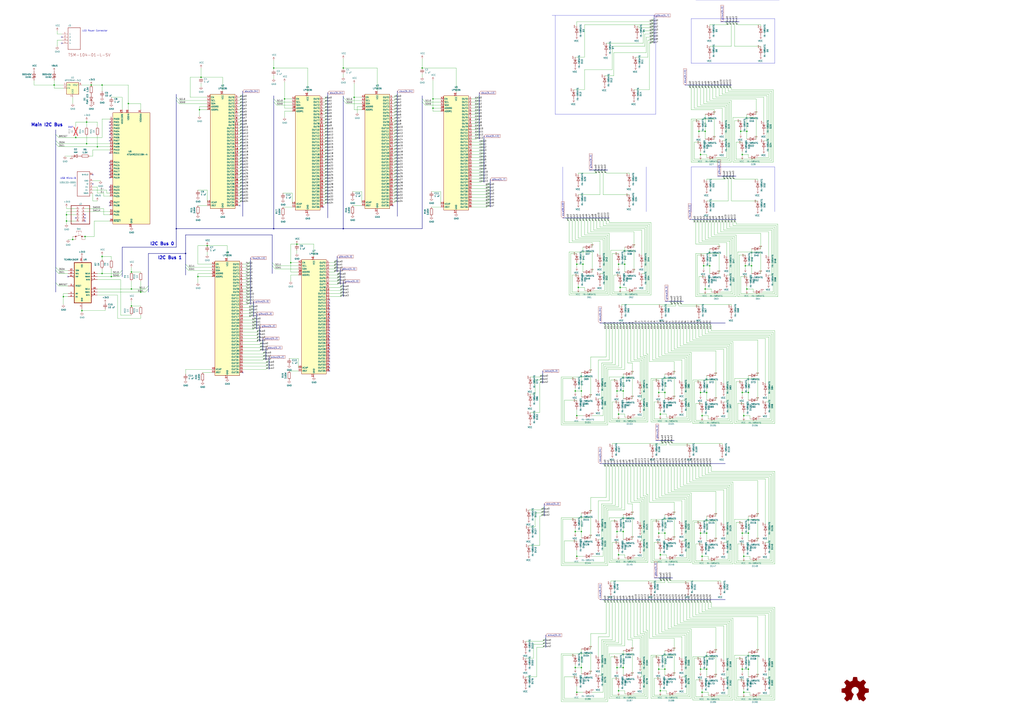
<source format=kicad_sch>
(kicad_sch (version 20250114) (generator "eeschema") (generator_version "9.0")
  (paper "A1")
  (title_block (title "DSKY LED Display Indicator") (date "2025-03-16") (rev "V7") (company "Riley Rainey") (comment 1 "https://github.com/rrainey/DSKY-display-indicator"))
  (text "I2C Bus 1" (at 129.54 213.36 0) (effects (font (size 2.54 2.54) (thickness 0.508) (bold yes)) (justify left bottom)))
  (text "LED Power Connector" (at 77.978 25.4 0) (effects (font (size 1.27 1.27))))
  (text "Main I2C Bus" (at 25.4 104.14 0) (effects (font (size 2.54 2.54) (thickness 0.508) (bold yes)) (justify left bottom)))
  (text "USB Micro-B" (at 49.53 147.32 0) (effects (font (size 1.27 1.27)) (justify left bottom)))
  (text "I2C Bus 0" (at 123.19 201.93 0) (effects (font (size 2.54 2.54) (thickness 0.508) (bold yes)) (justify left bottom)))
  (text "DNP" (at 55.88 105.41 0) (effects (font (size 1.27 1.27)) (justify left bottom)))
  (junction (at 170.18 201.93))
  (junction (at 575.31 322.58))
  (junction (at 613.41 107.95))
  (junction (at 290.83 80.01))
  (junction (at 541.02 438.15))
  (junction (at 474.98 236.22))
  (junction (at 477.52 548.64))
  (junction (at 52.07 243.84))
  (junction (at 508 217.17))
  (junction (at 511.81 548.64))
  (junction (at 576.58 341.63))
  (junction (at 346.71 55.88))
  (junction (at 165.1 63.5))
  (junction (at 614.68 322.58))
  (junction (at 80.01 120.65))
  (junction (at 542.29 455.93))
  (junction (at 478.79 217.17))
  (junction (at 508 455.93))
  (junction (at 44.45 69.85))
  (junction (at 580.39 322.58))
  (junction (at 59.69 196.85))
  (junction (at 614.68 438.15))
  (junction (at 477.52 436.88))
  (junction (at 579.12 107.95))
  (junction (at 579.12 237.49))
  (junction (at 542.29 567.69))
  (junction (at 511.81 436.88))
  (junction (at 511.81 321.31))
  (junction (at 477.52 321.31))
  (junction (at 152.4 208.28))
  (junction (at 472.44 321.31))
  (junction (at 609.6 549.91))
  (junction (at 83.82 210.82))
  (junction (at 163.83 90.17))
  (junction (at 54.61 176.53))
  (junction (at 508 567.69))
  (junction (at 238.76 215.9))
  (junction (at 74.93 69.85))
  (junction (at 577.85 218.44))
  (junction (at 107.95 237.49))
  (junction (at 546.1 438.15))
  (junction (at 608.33 107.95))
  (junction (at 509.27 236.22))
  (junction (at 546.1 549.91))
  (junction (at 115.57 240.03))
  (junction (at 613.41 237.49))
  (junction (at 83.82 224.79))
  (junction (at 62.23 113.03))
  (junction (at 609.6 438.15))
  (junction (at 107.95 251.46))
  (junction (at 281.94 55.88))
  (junction (at 473.71 341.63))
  (junction (at 574.04 107.95))
  (junction (at 54.61 181.61))
  (junction (at 575.31 127))
  (junction (at 575.31 438.15))
  (junction (at 506.73 321.31))
  (junction (at 542.29 340.36))
  (junction (at 281.94 187.96))
  (junction (at 546.1 322.58))
  (junction (at 513.08 217.17))
  (junction (at 67.31 255.27))
  (junction (at 355.6 88.9))
  (junction (at 162.56 227.33))
  (junction (at 473.71 217.17))
  (junction (at 472.44 436.88))
  (junction (at 107.95 223.52))
  (junction (at 472.44 548.64))
  (junction (at 582.93 218.44))
  (junction (at 71.12 118.11))
  (junction (at 576.58 457.2))
  (junction (at 473.71 457.2))
  (junction (at 617.22 218.44))
  (junction (at 614.68 549.91))
  (junction (at 541.02 549.91))
  (junction (at 224.79 55.88))
  (junction (at 71.12 100.33))
  (junction (at 233.68 81.28))
  (junction (at 609.6 127))
  (junction (at 580.39 438.15))
  (junction (at 610.87 568.96))
  (junction (at 610.87 341.63))
  (junction (at 105.41 85.09))
  (junction (at 506.73 548.64))
  (junction (at 69.85 194.31))
  (junction (at 91.44 227.33))
  (junction (at 83.82 69.85))
  (junction (at 144.78 187.96))
  (junction (at 576.58 568.96))
  (junction (at 612.14 218.44))
  (junction (at 473.71 568.96))
  (junction (at 506.73 436.88))
  (junction (at 355.6 81.28))
  (junction (at 610.87 457.2))
  (junction (at 243.84 200.66))
  (junction (at 575.31 549.91))
  (junction (at 580.39 549.91))
  (junction (at 224.79 187.96))
  (junction (at 541.02 322.58))
  (junction (at 508 340.36))
  (junction (at 609.6 322.58))
  (no_connect (at 90.17 105.41))
  (no_connect (at 270.51 274.32))
  (no_connect (at 90.17 110.49))
  (no_connect (at 322.58 168.91))
  (no_connect (at 270.51 248.92))
  (no_connect (at 90.17 143.51))
  (no_connect (at 199.39 306.07))
  (no_connect (at 90.17 166.37))
  (no_connect (at 270.51 271.78))
  (no_connect (at 270.51 279.4))
  (no_connect (at 270.51 276.86))
  (no_connect (at 270.51 302.26))
  (no_connect (at 270.51 256.54))
  (no_connect (at 69.85 179.07))
  (no_connect (at 90.17 100.33))
  (no_connect (at 69.85 181.61))
  (no_connect (at 270.51 287.02))
  (no_connect (at 55.88 227.33))
  (no_connect (at 270.51 294.64))
  (no_connect (at 196.85 168.91))
  (no_connect (at 90.17 133.35))
  (no_connect (at 50.8 35.56))
  (no_connect (at 270.51 251.46))
  (no_connect (at 90.17 140.97))
  (no_connect (at 270.51 299.72))
  (no_connect (at 90.17 138.43))
  (no_connect (at 270.51 266.7))
  (no_connect (at 90.17 113.03))
  (no_connect (at 90.17 102.87))
  (no_connect (at 69.85 176.53))
  (no_connect (at 90.17 168.91))
  (no_connect (at 270.51 254))
  (no_connect (at 265.43 170.18))
  (no_connect (at 270.51 269.24))
  (no_connect (at 62.23 179.07))
  (no_connect (at 270.51 289.56))
  (no_connect (at 270.51 246.38))
  (no_connect (at 90.17 146.05))
  (no_connect (at 90.17 107.95))
  (no_connect (at 270.51 261.62))
  (no_connect (at 270.51 297.18))
  (no_connect (at 90.17 153.67))
  (no_connect (at 50.8 30.48))
  (no_connect (at 270.51 284.48))
  (no_connect (at 270.51 259.08))
  (no_connect (at 270.51 292.1))
  (no_connect (at 90.17 125.73))
  (no_connect (at 90.17 115.57))
  (no_connect (at 76.2 143.51))
  (no_connect (at 270.51 264.16))
  (no_connect (at 270.51 304.8))
  (no_connect (at 270.51 281.94))
  (no_connect (at 76.2 151.13))
  (no_connect (at 90.17 156.21))
  (no_connect (at 90.17 135.89))
  (bus_entry (at 393.7 81.28) (size -2.54 2.54))
  (bus_entry (at 576.58 381) (size 2.54 2.54))
  (bus_entry (at 210.82 267.97) (size -2.54 2.54))
  (bus_entry (at 590.55 69.85) (size 2.54 2.54))
  (bus_entry (at 556.26 381) (size 2.54 2.54))
  (bus_entry (at 505.46 381) (size 2.54 2.54))
  (bus_entry (at 279.4 228.6) (size -2.54 2.54))
  (bus_entry (at 490.22 179.07) (size 2.54 2.54))
  (bus_entry (at 567.69 69.85) (size 2.54 2.54))
  (bus_entry (at 393.7 106.68) (size -2.54 2.54))
  (bus_entry (at 544.83 361.95) (size 2.54 2.54))
  (bus_entry (at 199.39 151.13) (size -2.54 2.54))
  (bus_entry (at 326.39 115.57) (size -2.54 2.54))
  (bus_entry (at 402.59 162.56) (size -2.54 2.54))
  (bus_entry (at 45.72 219.71) (size 2.54 2.54))
  (bus_entry (at 542.29 361.95) (size 2.54 2.54))
  (bus_entry (at 563.88 381) (size 2.54 2.54))
  (bus_entry (at 269.24 119.38) (size -2.54 2.54))
  (bus_entry (at 393.7 99.06) (size -2.54 2.54))
  (bus_entry (at 574.04 180.34) (size 2.54 2.54))
  (bus_entry (at 279.4 223.52) (size -2.54 2.54))
  (bus_entry (at 326.39 130.81) (size -2.54 2.54))
  (bus_entry (at 199.39 133.35) (size -2.54 2.54))
  (bus_entry (at 326.39 77.47) (size -2.54 2.54))
  (bus_entry (at 208.28 250.19) (size -2.54 2.54))
  (bus_entry (at 269.24 165.1) (size -2.54 2.54))
  (bus_entry (at 472.44 179.07) (size 2.54 2.54))
  (bus_entry (at 523.24 265.43) (size 2.54 2.54))
  (bus_entry (at 538.48 492.76) (size 2.54 2.54))
  (bus_entry (at 223.52 215.9) (size 2.54 2.54))
  (bus_entry (at 269.24 154.94) (size -2.54 2.54))
  (bus_entry (at 199.39 97.79) (size -2.54 2.54))
  (bus_entry (at 326.39 128.27) (size -2.54 2.54))
  (bus_entry (at 582.93 69.85) (size 2.54 2.54))
  (bus_entry (at 269.24 93.98) (size -2.54 2.54))
  (bus_entry (at 45.72 110.49) (size 2.54 2.54))
  (bus_entry (at 538.48 381) (size 2.54 2.54))
  (bus_entry (at 199.39 140.97) (size -2.54 2.54))
  (bus_entry (at 215.9 280.67) (size -2.54 2.54))
  (bus_entry (at 537.21 25.4) (size -2.54 2.54))
  (bus_entry (at 447.04 416.56) (size -2.54 2.54))
  (bus_entry (at 199.39 153.67) (size -2.54 2.54))
  (bus_entry (at 485.14 179.07) (size 2.54 2.54))
  (bus_entry (at 205.74 242.57) (size -2.54 2.54))
  (bus_entry (at 500.38 265.43) (size 2.54 2.54))
  (bus_entry (at 205.74 245.11) (size -2.54 2.54))
  (bus_entry (at 269.24 104.14) (size -2.54 2.54))
  (bus_entry (at 269.24 162.56) (size -2.54 2.54))
  (bus_entry (at 530.86 265.43) (size 2.54 2.54))
  (bus_entry (at 326.39 140.97) (size -2.54 2.54))
  (bus_entry (at 269.24 106.68) (size -2.54 2.54))
  (bus_entry (at 393.7 111.76) (size -2.54 2.54))
  (bus_entry (at 447.04 419.1) (size -2.54 2.54))
  (bus_entry (at 144.78 82.55) (size 2.54 2.54))
  (bus_entry (at 199.39 110.49) (size -2.54 2.54))
  (bus_entry (at 541.02 492.76) (size 2.54 2.54))
  (bus_entry (at 281.94 82.55) (size 2.54 2.54))
  (bus_entry (at 269.24 121.92) (size -2.54 2.54))
  (bus_entry (at 568.96 265.43) (size 2.54 2.54))
  (bus_entry (at 393.7 101.6) (size -2.54 2.54))
  (bus_entry (at 546.1 492.76) (size 2.54 2.54))
  (bus_entry (at 520.7 381) (size 2.54 2.54))
  (bus_entry (at 397.51 127) (size -2.54 2.54))
  (bus_entry (at 487.68 179.07) (size 2.54 2.54))
  (bus_entry (at 402.59 149.86) (size -2.54 2.54))
  (bus_entry (at 269.24 127) (size -2.54 2.54))
  (bus_entry (at 199.39 125.73) (size -2.54 2.54))
  (bus_entry (at 326.39 125.73) (size -2.54 2.54))
  (bus_entry (at 568.96 180.34) (size 2.54 2.54))
  (bus_entry (at 513.08 492.76) (size 2.54 2.54))
  (bus_entry (at 213.36 270.51) (size -2.54 2.54))
  (bus_entry (at 538.48 265.43) (size 2.54 2.54))
  (bus_entry (at 515.62 381) (size 2.54 2.54))
  (bus_entry (at 510.54 492.76) (size 2.54 2.54))
  (bus_entry (at 447.04 421.64) (size -2.54 2.54))
  (bus_entry (at 492.76 179.07) (size 2.54 2.54))
  (bus_entry (at 326.39 80.01) (size -2.54 2.54))
  (bus_entry (at 513.08 265.43) (size 2.54 2.54))
  (bus_entry (at 397.51 139.7) (size -2.54 2.54))
  (bus_entry (at 588.01 69.85) (size 2.54 2.54))
  (bus_entry (at 490.22 139.7) (size 2.54 2.54))
  (bus_entry (at 591.82 180.34) (size 2.54 2.54))
  (bus_entry (at 397.51 116.84) (size -2.54 2.54))
  (bus_entry (at 397.51 129.54) (size -2.54 2.54))
  (bus_entry (at 397.51 124.46) (size -2.54 2.54))
  (bus_entry (at 541.02 474.98) (size 2.54 2.54))
  (bus_entry (at 402.59 152.4) (size -2.54 2.54))
  (bus_entry (at 543.56 265.43) (size 2.54 2.54))
  (bus_entry (at 598.17 144.78) (size 2.54 2.54))
  (bus_entry (at 523.24 381) (size 2.54 2.54))
  (bus_entry (at 402.59 154.94) (size -2.54 2.54))
  (bus_entry (at 537.21 27.94) (size -2.54 2.54))
  (bus_entry (at 205.74 224.79) (size -2.54 2.54))
  (bus_entry (at 528.32 265.43) (size 2.54 2.54))
  (bus_entry (at 557.53 247.65) (size 2.54 2.54))
  (bus_entry (at 551.18 265.43) (size 2.54 2.54))
  (bus_entry (at 326.39 143.51) (size -2.54 2.54))
  (bus_entry (at 205.74 217.17) (size -2.54 2.54))
  (bus_entry (at 546.1 474.98) (size 2.54 2.54))
  (bus_entry (at 580.39 69.85) (size 2.54 2.54))
  (bus_entry (at 199.39 100.33) (size -2.54 2.54))
  (bus_entry (at 574.04 492.76) (size 2.54 2.54))
  (bus_entry (at 541.02 381) (size 2.54 2.54))
  (bus_entry (at 279.4 226.06) (size -2.54 2.54))
  (bus_entry (at 487.68 139.7) (size 2.54 2.54))
  (bus_entry (at 269.24 99.06) (size -2.54 2.54))
  (bus_entry (at 199.39 123.19) (size -2.54 2.54))
  (bus_entry (at 537.21 20.32) (size -2.54 2.54))
  (bus_entry (at 548.64 474.98) (size 2.54 2.54))
  (bus_entry (at 269.24 157.48) (size -2.54 2.54))
  (bus_entry (at 205.74 247.65) (size -2.54 2.54))
  (bus_entry (at 205.74 234.95) (size -2.54 2.54))
  (bus_entry (at 520.7 265.43) (size 2.54 2.54))
  (bus_entry (at 535.94 265.43) (size 2.54 2.54))
  (bus_entry (at 551.18 492.76) (size 2.54 2.54))
  (bus_entry (at 543.56 474.98) (size 2.54 2.54))
  (bus_entry (at 566.42 492.76) (size 2.54 2.54))
  (bus_entry (at 269.24 149.86) (size -2.54 2.54))
  (bus_entry (at 393.7 96.52) (size -2.54 2.54))
  (bus_entry (at 464.82 179.07) (size 2.54 2.54))
  (bus_entry (at 502.92 265.43) (size 2.54 2.54))
  (bus_entry (at 326.39 133.35) (size -2.54 2.54))
  (bus_entry (at 269.24 144.78) (size -2.54 2.54))
  (bus_entry (at 276.86 215.9) (size -2.54 2.54))
  (bus_entry (at 448.31 524.51) (size -2.54 2.54))
  (bus_entry (at 269.24 101.6) (size -2.54 2.54))
  (bus_entry (at 220.98 295.91) (size -2.54 2.54))
  (bus_entry (at 543.56 492.76) (size 2.54 2.54))
  (bus_entry (at 518.16 265.43) (size 2.54 2.54))
  (bus_entry (at 495.3 179.07) (size 2.54 2.54))
  (bus_entry (at 577.85 69.85) (size 2.54 2.54))
  (bus_entry (at 269.24 86.36) (size -2.54 2.54))
  (bus_entry (at 269.24 132.08) (size -2.54 2.54))
  (bus_entry (at 556.26 492.76) (size 2.54 2.54))
  (bus_entry (at 593.09 69.85) (size 2.54 2.54))
  (bus_entry (at 552.45 247.65) (size 2.54 2.54))
  (bus_entry (at 495.3 381) (size 2.54 2.54))
  (bus_entry (at 276.86 218.44) (size -2.54 2.54))
  (bus_entry (at 554.99 247.65) (size 2.54 2.54))
  (bus_entry (at 269.24 147.32) (size -2.54 2.54))
  (bus_entry (at 326.39 158.75) (size -2.54 2.54))
  (bus_entry (at 393.7 91.44) (size -2.54 2.54))
  (bus_entry (at 505.46 265.43) (size 2.54 2.54))
  (bus_entry (at 269.24 139.7) (size -2.54 2.54))
  (bus_entry (at 525.78 265.43) (size 2.54 2.54))
  (bus_entry (at 326.39 95.25) (size -2.54 2.54))
  (bus_entry (at 579.12 180.34) (size 2.54 2.54))
  (bus_entry (at 518.16 492.76) (size 2.54 2.54))
  (bus_entry (at 445.77 307.34) (size -2.54 2.54))
  (bus_entry (at 326.39 92.71) (size -2.54 2.54))
  (bus_entry (at 565.15 69.85) (size 2.54 2.54))
  (bus_entry (at 223.52 218.44) (size 2.54 2.54))
  (bus_entry (at 561.34 381) (size 2.54 2.54))
  (bus_entry (at 210.82 265.43) (size -2.54 2.54))
  (bus_entry (at 269.24 111.76) (size -2.54 2.54))
  (bus_entry (at 581.66 265.43) (size 2.54 2.54))
  (bus_entry (at 326.39 102.87) (size -2.54 2.54))
  (bus_entry (at 199.39 92.71) (size -2.54 2.54))
  (bus_entry (at 482.6 179.07) (size 2.54 2.54))
  (bus_entry (at 199.39 158.75) (size -2.54 2.54))
  (bus_entry (at 393.7 86.36) (size -2.54 2.54))
  (bus_entry (at 199.39 95.25) (size -2.54 2.54))
  (bus_entry (at 281.94 80.01) (size 2.54 2.54))
  (bus_entry (at 199.39 77.47) (size -2.54 2.54))
  (bus_entry (at 445.77 309.88) (size -2.54 2.54))
  (bus_entry (at 601.98 180.34) (size 2.54 2.54))
  (bus_entry (at 397.51 132.08) (size -2.54 2.54))
  (bus_entry (at 497.84 179.07) (size 2.54 2.54))
  (bus_entry (at 205.74 219.71) (size -2.54 2.54))
  (bus_entry (at 326.39 97.79) (size -2.54 2.54))
  (bus_entry (at 548.64 265.43) (size 2.54 2.54))
  (bus_entry (at 326.39 118.11) (size -2.54 2.54))
  (bus_entry (at 469.9 179.07) (size 2.54 2.54))
  (bus_entry (at 208.28 255.27) (size -2.54 2.54))
  (bus_entry (at 393.7 83.82) (size -2.54 2.54))
  (bus_entry (at 152.4 217.17) (size 2.54 2.54))
  (bus_entry (at 346.71 81.28) (size 2.54 2.54))
  (bus_entry (at 497.84 265.43) (size 2.54 2.54))
  (bus_entry (at 397.51 147.32) (size -2.54 2.54))
  (bus_entry (at 326.39 153.67) (size -2.54 2.54))
  (bus_entry (at 528.32 492.76) (size 2.54 2.54))
  (bus_entry (at 495.3 265.43) (size 2.54 2.54))
  (bus_entry (at 218.44 290.83) (size -2.54 2.54))
  (bus_entry (at 281.94 238.76) (size -2.54 2.54))
  (bus_entry (at 199.39 120.65) (size -2.54 2.54))
  (bus_entry (at 205.74 222.25) (size -2.54 2.54))
  (bus_entry (at 269.24 83.82) (size -2.54 2.54))
  (bus_entry (at 537.21 17.78) (size -2.54 2.54))
  (bus_entry (at 566.42 381) (size 2.54 2.54))
  (bus_entry (at 515.62 265.43) (size 2.54 2.54))
  (bus_entry (at 326.39 87.63) (size -2.54 2.54))
  (bus_entry (at 445.77 312.42) (size -2.54 2.54))
  (bus_entry (at 579.12 265.43) (size 2.54 2.54))
  (bus_entry (at 566.42 265.43) (size 2.54 2.54))
  (bus_entry (at 205.74 229.87) (size -2.54 2.54))
  (bus_entry (at 397.51 137.16) (size -2.54 2.54))
  (bus_entry (at 603.25 17.78) (size 2.54 2.54))
  (bus_entry (at 525.78 492.76) (size 2.54 2.54))
  (bus_entry (at 326.39 120.65) (size -2.54 2.54))
  (bus_entry (at 276.86 220.98) (size -2.54 2.54))
  (bus_entry (at 199.39 156.21) (size -2.54 2.54))
  (bus_entry (at 218.44 293.37) (size -2.54 2.54))
  (bus_entry (at 530.86 492.76) (size 2.54 2.54))
  (bus_entry (at 397.51 144.78) (size -2.54 2.54))
  (bus_entry (at 571.5 265.43) (size 2.54 2.54))
  (bus_entry (at 269.24 88.9) (size -2.54 2.54))
  (bus_entry (at 346.71 83.82) (size 2.54 2.54))
  (bus_entry (at 558.8 381) (size 2.54 2.54))
  (bus_entry (at 581.66 381) (size 2.54 2.54))
  (bus_entry (at 575.31 69.85) (size 2.54 2.54))
  (bus_entry (at 535.94 492.76) (size 2.54 2.54))
  (bus_entry (at 199.39 146.05) (size -2.54 2.54))
  (bus_entry (at 393.7 93.98) (size -2.54 2.54))
  (bus_entry (at 553.72 265.43) (size 2.54 2.54))
  (bus_entry (at 537.21 15.24) (size -2.54 2.54))
  (bus_entry (at 121.92 237.49) (size -2.54 2.54))
  (bus_entry (at 596.9 180.34) (size 2.54 2.54))
  (bus_entry (at 281.94 241.3) (size -2.54 2.54))
  (bus_entry (at 505.46 492.76) (size 2.54 2.54))
  (bus_entry (at 100.33 222.25) (size -2.54 2.54))
  (bus_entry (at 568.96 381) (size 2.54 2.54))
  (bus_entry (at 326.39 90.17) (size -2.54 2.54))
  (bus_entry (at 269.24 142.24) (size -2.54 2.54))
  (bus_entry (at 199.39 113.03) (size -2.54 2.54))
  (bus_entry (at 199.39 80.01) (size -2.54 2.54))
  (bus_entry (at 269.24 152.4) (size -2.54 2.54))
  (bus_entry (at 326.39 148.59) (size -2.54 2.54))
  (bus_entry (at 537.21 33.02) (size -2.54 2.54))
  (bus_entry (at 224.79 83.82) (size 2.54 2.54))
  (bus_entry (at 508 492.76) (size 2.54 2.54))
  (bus_entry (at 205.74 214.63) (size -2.54 2.54))
  (bus_entry (at 100.33 224.79) (size -2.54 2.54))
  (bus_entry (at 581.66 492.76) (size 2.54 2.54))
  (bus_entry (at 220.98 300.99) (size -2.54 2.54))
  (bus_entry (at 600.71 144.78) (size 2.54 2.54))
  (bus_entry (at 533.4 381) (size 2.54 2.54))
  (bus_entry (at 326.39 123.19) (size -2.54 2.54))
  (bus_entry (at 199.39 115.57) (size -2.54 2.54))
  (bus_entry (at 513.08 381) (size 2.54 2.54))
  (bus_entry (at 326.39 161.29) (size -2.54 2.54))
  (bus_entry (at 326.39 105.41) (size -2.54 2.54))
  (bus_entry (at 205.74 237.49) (size -2.54 2.54))
  (bus_entry (at 144.78 80.01) (size 2.54 2.54))
  (bus_entry (at 546.1 265.43) (size 2.54 2.54))
  (bus_entry (at 393.7 104.14) (size -2.54 2.54))
  (bus_entry (at 598.17 17.78) (size 2.54 2.54))
  (bus_entry (at 393.7 109.22) (size -2.54 2.54))
  (bus_entry (at 199.39 102.87) (size -2.54 2.54))
  (bus_entry (at 561.34 492.76) (size 2.54 2.54))
  (bus_entry (at 326.39 107.95) (size -2.54 2.54))
  (bus_entry (at 548.64 381) (size 2.54 2.54))
  (bus_entry (at 556.26 265.43) (size 2.54 2.54))
  (bus_entry (at 528.32 381) (size 2.54 2.54))
  (bus_entry (at 477.52 179.07) (size 2.54 2.54))
  (bus_entry (at 269.24 109.22) (size -2.54 2.54))
  (bus_entry (at 574.04 381) (size 2.54 2.54))
  (bus_entry (at 492.76 139.7) (size 2.54 2.54))
  (bus_entry (at 45.72 222.25) (size 2.54 2.54))
  (bus_entry (at 497.84 381) (size 2.54 2.54))
  (bus_entry (at 568.96 492.76) (size 2.54 2.54))
  (bus_entry (at 208.28 257.81) (size -2.54 2.54))
  (bus_entry (at 515.62 492.76) (size 2.54 2.54))
  (bus_entry (at 215.9 285.75) (size -2.54 2.54))
  (bus_entry (at 326.39 138.43) (size -2.54 2.54))
  (bus_entry (at 480.06 179.07) (size 2.54 2.54))
  (bus_entry (at 448.31 529.59) (size -2.54 2.54))
  (bus_entry (at 474.98 179.07) (size 2.54 2.54))
  (bus_entry (at 326.39 151.13) (size -2.54 2.54))
  (bus_entry (at 495.3 492.76) (size 2.54 2.54))
  (bus_entry (at 269.24 160.02) (size -2.54 2.54))
  (bus_entry (at 213.36 278.13) (size -2.54 2.54))
  (bus_entry (at 269.24 81.28) (size -2.54 2.54))
  (bus_entry (at 326.39 156.21) (size -2.54 2.54))
  (bus_entry (at 579.12 492.76) (size 2.54 2.54))
  (bus_entry (at 497.84 492.76) (size 2.54 2.54))
  (bus_entry (at 530.86 381) (size 2.54 2.54))
  (bus_entry (at 326.39 110.49) (size -2.54 2.54))
  (bus_entry (at 213.36 275.59) (size -2.54 2.54))
  (bus_entry (at 152.4 219.71) (size 2.54 2.54))
  (bus_entry (at 571.5 492.76) (size 2.54 2.54))
  (bus_entry (at 45.72 115.57) (size 2.54 2.54))
  (bus_entry (at 551.18 381) (size 2.54 2.54))
  (bus_entry (at 579.12 381) (size 2.54 2.54))
  (bus_entry (at 508 381) (size 2.54 2.54))
  (bus_entry (at 269.24 137.16) (size -2.54 2.54))
  (bus_entry (at 210.82 260.35) (size -2.54 2.54))
  (bus_entry (at 586.74 180.34) (size 2.54 2.54))
  (bus_entry (at 585.47 69.85) (size 2.54 2.54))
  (bus_entry (at 599.44 180.34) (size 2.54 2.54))
  (bus_entry (at 533.4 492.76) (size 2.54 2.54))
  (bus_entry (at 199.39 107.95) (size -2.54 2.54))
  (bus_entry (at 276.86 213.36) (size -2.54 2.54))
  (bus_entry (at 595.63 17.78) (size 2.54 2.54))
  (bus_entry (at 210.82 262.89) (size -2.54 2.54))
  (bus_entry (at 467.36 179.07) (size 2.54 2.54))
  (bus_entry (at 510.54 265.43) (size 2.54 2.54))
  (bus_entry (at 121.92 234.95) (size -2.54 2.54))
  (bus_entry (at 402.59 167.64) (size -2.54 2.54))
  (bus_entry (at 581.66 180.34) (size 2.54 2.54))
  (bus_entry (at 215.9 283.21) (size -2.54 2.54))
  (bus_entry (at 576.58 492.76) (size 2.54 2.54))
  (bus_entry (at 547.37 361.95) (size 2.54 2.54))
  (bus_entry (at 541.02 265.43) (size 2.54 2.54))
  (bus_entry (at 269.24 129.54) (size -2.54 2.54))
  (bus_entry (at 543.56 381) (size 2.54 2.54))
  (bus_entry (at 572.77 69.85) (size 2.54 2.54))
  (bus_entry (at 595.63 144.78) (size 2.54 2.54))
  (bus_entry (at 326.39 146.05) (size -2.54 2.54))
  (bus_entry (at 326.39 100.33) (size -2.54 2.54))
  (bus_entry (at 397.51 134.62) (size -2.54 2.54))
  (bus_entry (at 448.31 527.05) (size -2.54 2.54))
  (bus_entry (at 269.24 124.46) (size -2.54 2.54))
  (bus_entry (at 397.51 114.3) (size -2.54 2.54))
  (bus_entry (at 574.04 265.43) (size 2.54 2.54))
  (bus_entry (at 502.92 492.76) (size 2.54 2.54))
  (bus_entry (at 546.1 381) (size 2.54 2.54))
  (bus_entry (at 199.39 90.17) (size -2.54 2.54))
  (bus_entry (at 199.39 87.63) (size -2.54 2.54))
  (bus_entry (at 397.51 121.92) (size -2.54 2.54))
  (bus_entry (at 593.09 144.78) (size 2.54 2.54))
  (bus_entry (at 218.44 288.29) (size -2.54 2.54))
  (bus_entry (at 558.8 492.76) (size 2.54 2.54))
  (bus_entry (at 584.2 180.34) (size 2.54 2.54))
  (bus_entry (at 576.58 265.43) (size 2.54 2.54))
  (bus_entry (at 595.63 69.85) (size 2.54 2.54))
  (bus_entry (at 508 265.43) (size 2.54 2.54))
  (bus_entry (at 199.39 105.41) (size -2.54 2.54))
  (bus_entry (at 570.23 69.85) (size 2.54 2.54))
  (bus_entry (at 326.39 163.83) (size -2.54 2.54))
  (bus_entry (at 281.94 233.68) (size -2.54 2.54))
  (bus_entry (at 199.39 118.11) (size -2.54 2.54))
  (bus_entry (at 199.39 135.89) (size -2.54 2.54))
  (bus_entry (at 393.7 88.9) (size -2.54 2.54))
  (bus_entry (at 500.38 492.76) (size 2.54 2.54))
  (bus_entry (at 279.4 231.14) (size -2.54 2.54))
  (bus_entry (at 205.74 240.03) (size -2.54 2.54))
  (bus_entry (at 549.91 361.95) (size 2.54 2.54))
  (bus_entry (at 518.16 381) (size 2.54 2.54))
  (bus_entry (at 576.58 180.34) (size 2.54 2.54))
  (bus_entry (at 269.24 91.44) (size -2.54 2.54))
  (bus_entry (at 502.92 381) (size 2.54 2.54))
  (bus_entry (at 205.74 232.41) (size -2.54 2.54))
  (bus_entry (at 208.28 252.73) (size -2.54 2.54))
  (bus_entry (at 510.54 381) (size 2.54 2.54))
  (bus_entry (at 402.59 160.02) (size -2.54 2.54))
  (bus_entry (at 397.51 119.38) (size -2.54 2.54))
  (bus_entry (at 213.36 273.05) (size -2.54 2.54))
  (bus_entry (at 563.88 492.76) (size 2.54 2.54))
  (bus_entry (at 523.24 492.76) (size 2.54 2.54))
  (bus_entry (at 220.98 298.45) (size -2.54 2.54))
  (bus_entry (at 205.74 227.33) (size -2.54 2.54))
  (bus_entry (at 199.39 130.81) (size -2.54 2.54))
  (bus_entry (at 397.51 142.24) (size -2.54 2.54))
  (bus_entry (at 199.39 138.43) (size -2.54 2.54))
  (bus_entry (at 402.59 165.1) (size -2.54 2.54))
  (bus_entry (at 269.24 96.52) (size -2.54 2.54))
  (bus_entry (at 549.91 247.65) (size 2.54 2.54))
  (bus_entry (at 533.4 265.43) (size 2.54 2.54))
  (bus_entry (at 561.34 265.43) (size 2.54 2.54))
  (bus_entry (at 553.72 381) (size 2.54 2.54))
  (bus_entry (at 199.39 82.55) (size -2.54 2.54))
  (bus_entry (at 199.39 128.27) (size -2.54 2.54))
  (bus_entry (at 571.5 180.34) (size 2.54 2.54))
  (bus_entry (at 548.64 492.76) (size 2.54 2.54))
  (bus_entry (at 600.71 17.78) (size 2.54 2.54))
  (bus_entry (at 326.39 113.03) (size -2.54 2.54))
  (bus_entry (at 495.3 139.7) (size 2.54 2.54))
  (bus_entry (at 269.24 78.74) (size -2.54 2.54))
  (bus_entry (at 199.39 143.51) (size -2.54 2.54))
  (bus_entry (at 520.7 492.76) (size 2.54 2.54))
  (bus_entry (at 199.39 85.09) (size -2.54 2.54))
  (bus_entry (at 269.24 134.62) (size -2.54 2.54))
  (bus_entry (at 558.8 265.43) (size 2.54 2.54))
  (bus_entry (at 525.78 381) (size 2.54 2.54))
  (bus_entry (at 224.79 81.28) (size 2.54 2.54))
  (bus_entry (at 589.28 180.34) (size 2.54 2.54))
  (bus_entry (at 537.21 22.86) (size -2.54 2.54))
  (bus_entry (at 563.88 265.43) (size 2.54 2.54))
  (bus_entry (at 199.39 148.59) (size -2.54 2.54))
  (bus_entry (at 269.24 116.84) (size -2.54 2.54))
  (bus_entry (at 571.5 381) (size 2.54 2.54))
  (bus_entry (at 402.59 157.48) (size -2.54 2.54))
  (bus_entry (at 500.38 381) (size 2.54 2.54))
  (bus_entry (at 326.39 82.55) (size -2.54 2.54))
  (bus_entry (at 594.36 180.34) (size 2.54 2.54))
  (bus_entry (at 553.72 492.76) (size 2.54 2.54))
  (bus_entry (at 326.39 85.09) (size -2.54 2.54))
  (bus_entry (at 535.94 381) (size 2.54 2.54))
  (bus_entry (at 269.24 114.3) (size -2.54 2.54))
  (bus_entry (at 45.72 118.11) (size 2.54 2.54))
  (bus_entry (at 199.39 161.29) (size -2.54 2.54))
  (bus_entry (at 393.7 78.74) (size -2.54 2.54))
  (bus_entry (at 598.17 69.85) (size 2.54 2.54))
  (bus_entry (at 45.72 232.41) (size 2.54 2.54))
  (bus_entry (at 199.39 163.83) (size -2.54 2.54))
  (bus_entry (at 537.21 30.48) (size -2.54 2.54))
  (bus_entry (at 281.94 236.22) (size -2.54 2.54))
  (bus_entry (at 326.39 135.89) (size -2.54 2.54))
  (wire (pts (xy 210.82 275.59) (xy 199.39 275.59)))
  (bus (pts (xy 497.84 492.76) (xy 500.38 492.76)))
  (wire (pts (xy 173.99 306.07) (xy 166.37 306.07)))
  (bus (pts (xy 269.24 137.16) (xy 269.24 139.7)))
  (bus (pts (xy 100.33 203.2) (xy 144.78 203.2)))
  (wire (pts (xy 622.3 394.97) (xy 622.3 424.18)))
  (wire (pts (xy 584.2 383.54) (xy 584.2 387.35)))
  (wire (pts (xy 534.67 17.78) (xy 473.71 17.78)))
  (bus (pts (xy 326.39 107.95) (xy 326.39 110.49)))
  (wire (pts (xy 83.82 210.82) (xy 83.82 213.36)))
  (wire (pts (xy 563.88 383.54) (xy 563.88 397.51)))
  (wire (pts (xy 571.5 495.3) (xy 571.5 505.46)))
  (wire (pts (xy 83.82 97.79) (xy 90.17 97.79)))
  (wire (pts (xy 502.92 38.1) (xy 502.92 57.15)))
  (wire (pts (xy 604.52 462.28) (xy 604.52 429.26)))
  (wire (pts (xy 323.85 166.37) (xy 322.58 166.37)))
  (wire (pts (xy 551.18 288.29) (xy 588.01 288.29)))
  (wire (pts (xy 570.23 462.28) (xy 570.23 429.26)))
  (wire (pts (xy 400.05 160.02) (xy 387.35 160.02)))
  (wire (pts (xy 91.44 220.98) (xy 91.44 227.33)))
  (wire (pts (xy 631.19 276.86) (xy 631.19 330.2)))
  (wire (pts (xy 513.08 570.23) (xy 513.08 567.69)))
  (wire (pts (xy 518.16 495.3) (xy 518.16 524.51)))
  (bus (pts (xy 269.24 142.24) (xy 269.24 144.78)))
  (wire (pts (xy 568.96 575.31) (xy 568.96 539.75)))
  (wire (pts (xy 115.57 251.46) (xy 107.95 251.46)))
  (wire (pts (xy 561.34 383.54) (xy 561.34 398.78)))
  (wire (pts (xy 546.1 478.79) (xy 534.67 478.79)))
  (wire (pts (xy 582.93 21.59) (xy 582.93 20.32)))
  (wire (pts (xy 482.6 181.61) (xy 482.6 191.77)))
  (wire (pts (xy 279.4 241.3) (xy 270.51 241.3)))
  (bus (pts (xy 599.44 180.34) (xy 601.98 180.34)))
  (bus (pts (xy 205.74 227.33) (xy 205.74 229.87)))
  (bus (pts (xy 581.66 180.34) (xy 584.2 180.34)))
  (wire (pts (xy 499.11 303.53) (xy 513.08 303.53)))
  (bus (pts (xy 402.59 165.1) (xy 402.59 167.64)))
  (wire (pts (xy 525.78 412.75) (xy 525.78 429.26)))
  (bus (pts (xy 548.64 474.98) (xy 552.45 474.98)))
  (wire (pts (xy 323.85 130.81) (xy 322.58 130.81)))
  (wire (pts (xy 502.92 557.53) (xy 508 557.53)))
  (wire (pts (xy 533.4 412.75) (xy 553.72 412.75)))
  (wire (pts (xy 502.92 57.15) (xy 480.06 57.15)))
  (wire (pts (xy 570.23 429.26) (xy 575.31 429.26)))
  (wire (pts (xy 556.26 401.32) (xy 596.9 401.32)))
  (wire (pts (xy 502.92 383.54) (xy 502.92 414.02)))
  (wire (pts (xy 80.01 158.75) (xy 85.09 158.75)))
  (wire (pts (xy 520.7 205.74) (xy 520.7 223.52)))
  (wire (pts (xy 472.44 548.64) (xy 472.44 549.91)))
  (wire (pts (xy 599.44 283.21) (xy 599.44 345.44)))
  (wire (pts (xy 71.12 99.06) (xy 71.12 100.33)))
  (bus (pts (xy 45.72 106.68) (xy 45.72 110.49)))
  (wire (pts (xy 577.85 217.17) (xy 577.85 218.44)))
  (wire (pts (xy 543.56 495.3) (xy 543.56 519.43)))
  (bus (pts (xy 269.24 78.74) (xy 269.24 81.28)))
  (bus (pts (xy 279.4 223.52) (xy 279.4 226.06)))
  (polyline (pts (xy 530.86 137.16) (xy 530.86 173.99)))
  (wire (pts (xy 632.46 275.59) (xy 632.46 344.17)))
  (wire (pts (xy 80.01 237.49) (xy 107.95 237.49)))
  (wire (pts (xy 528.32 519.43) (xy 530.86 519.43)))
  (wire (pts (xy 562.61 294.64) (xy 562.61 328.93)))
  (wire (pts (xy 633.73 345.44) (xy 605.79 345.44)))
  (wire (pts (xy 534.67 462.28) (xy 534.67 426.72)))
  (wire (pts (xy 530.86 267.97) (xy 530.86 290.83)))
  (wire (pts (xy 571.5 243.84) (xy 604.52 243.84)))
  (wire (pts (xy 546.1 307.34) (xy 546.1 322.58)))
  (wire (pts (xy 323.85 107.95) (xy 322.58 107.95)))
  (bus (pts (xy 152.4 208.28) (xy 152.4 217.17)))
  (wire (pts (xy 601.98 195.58) (xy 601.98 241.3)))
  (bus (pts (xy 596.9 180.34) (xy 599.44 180.34)))
  (wire (pts (xy 210.82 278.13) (xy 199.39 278.13)))
  (wire (pts (xy 323.85 82.55) (xy 322.58 82.55)))
  (wire (pts (xy 588.01 72.39) (xy 588.01 80.01)))
  (bus (pts (xy 269.24 147.32) (xy 269.24 149.86)))
  (wire (pts (xy 533.4 383.54) (xy 533.4 412.75)))
  (wire (pts (xy 494.03 298.45) (xy 494.03 327.66)))
  (wire (pts (xy 252.73 55.88) (xy 252.73 76.2)))
  (wire (pts (xy 605.79 207.01) (xy 624.84 207.01)))
  (wire (pts (xy 162.56 201.93) (xy 162.56 217.17)))
  (wire (pts (xy 604.52 313.69) (xy 609.6 313.69)))
  (wire (pts (xy 266.7 86.36) (xy 265.43 86.36)))
  (wire (pts (xy 472.44 321.31) (xy 472.44 322.58)))
  (wire (pts (xy 245.11 226.06) (xy 238.76 226.06)))
  (bus (pts (xy 397.51 137.16) (xy 397.51 139.7)))
  (wire (pts (xy 598.17 147.32) (xy 598.17 165.1)))
  (wire (pts (xy 477.52 181.61) (xy 477.52 194.31)))
  (wire (pts (xy 196.85 143.51) (xy 195.58 143.51)))
  (wire (pts (xy 170.18 87.63) (xy 163.83 87.63)))
  (wire (pts (xy 500.38 191.77) (xy 500.38 242.57)))
  (bus (pts (xy 100.33 224.79) (xy 100.33 227.33)))
  (bus (pts (xy 589.28 180.34) (xy 591.82 180.34)))
  (wire (pts (xy 391.16 104.14) (xy 387.35 104.14)))
  (bus (pts (xy 525.78 265.43) (xy 528.32 265.43)))
  (wire (pts (xy 48.26 234.95) (xy 55.88 234.95)))
  (bus (pts (xy 551.18 492.76) (xy 553.72 492.76)))
  (bus (pts (xy 402.59 167.64) (xy 402.59 170.18)))
  (wire (pts (xy 601.98 133.35) (xy 601.98 96.52)))
  (wire (pts (xy 520.7 267.97) (xy 520.7 295.91)))
  (wire (pts (xy 391.16 91.44) (xy 387.35 91.44)))
  (wire (pts (xy 492.76 160.02) (xy 474.98 160.02)))
  (bus (pts (xy 281.94 80.01) (xy 281.94 82.55)))
  (wire (pts (xy 361.95 157.48) (xy 361.95 167.64)))
  (wire (pts (xy 574.04 251.46) (xy 557.53 251.46)))
  (bus (pts (xy 480.06 179.07) (xy 482.6 179.07)))
  (wire (pts (xy 580.39 438.15) (xy 575.31 438.15)))
  (wire (pts (xy 610.87 568.96) (xy 610.87 570.23)))
  (wire (pts (xy 196.85 128.27) (xy 195.58 128.27)))
  (wire (pts (xy 77.47 181.61) (xy 77.47 194.31)))
  (wire (pts (xy 224.79 55.88) (xy 224.79 57.15)))
  (wire (pts (xy 266.7 104.14) (xy 265.43 104.14)))
  (wire (pts (xy 603.25 38.1) (xy 624.84 38.1)))
  (wire (pts (xy 632.46 76.2) (xy 632.46 130.81)))
  (wire (pts (xy 631.19 557.53) (xy 628.65 557.53)))
  (wire (pts (xy 546.1 406.4) (xy 566.42 406.4)))
  (wire (pts (xy 238.76 200.66) (xy 238.76 215.9)))
  (wire (pts (xy 599.44 572.77) (xy 571.5 572.77)))
  (bus (pts (xy 487.68 179.07) (xy 490.22 179.07)))
  (wire (pts (xy 496.57 300.99) (xy 508 300.99)))
  (bus (pts (xy 269.24 106.68) (xy 269.24 109.22)))
  (wire (pts (xy 485.14 425.45) (xy 485.14 441.96)))
  (bus (pts (xy 537.21 12.7) (xy 537.21 15.24)))
  (wire (pts (xy 394.97 149.86) (xy 387.35 149.86)))
  (bus (pts (xy 502.92 492.76) (xy 505.46 492.76)))
  (bus (pts (xy 571.5 265.43) (xy 574.04 265.43)))
  (bus (pts (xy 279.4 226.06) (xy 279.4 228.6)))
  (wire (pts (xy 525.78 267.97) (xy 525.78 293.37)))
  (wire (pts (xy 208.28 262.89) (xy 199.39 262.89)))
  (bus (pts (xy 213.36 267.97) (xy 213.36 270.51)))
  (wire (pts (xy 553.72 426.72) (xy 553.72 443.23)))
  (wire (pts (xy 631.19 190.5) (xy 631.19 210.82)))
  (wire (pts (xy 553.72 538.48) (xy 553.72 554.99)))
  (wire (pts (xy 62.23 181.61) (xy 54.61 181.61)))
  (wire (pts (xy 497.84 267.97) (xy 497.84 293.37)))
  (wire (pts (xy 505.46 383.54) (xy 505.46 415.29)))
  (wire (pts (xy 477.52 533.4) (xy 477.52 548.64)))
  (wire (pts (xy 266.7 132.08) (xy 265.43 132.08)))
  (wire (pts (xy 83.82 74.93) (xy 83.82 69.85)))
  (bus (pts (xy 579.12 265.43) (xy 581.66 265.43)))
  (wire (pts (xy 556.26 513.08) (xy 596.9 513.08)))
  (wire (pts (xy 48.26 113.03) (xy 62.23 113.03)))
  (bus (pts (xy 326.39 95.25) (xy 326.39 97.79)))
  (wire (pts (xy 276.86 231.14) (xy 270.51 231.14)))
  (wire (pts (xy 601.98 185.42) (xy 637.54 185.42)))
  (wire (pts (xy 605.79 331.47) (xy 610.87 331.47)))
  (bus (pts (xy 326.39 113.03) (xy 326.39 115.57)))
  (wire (pts (xy 387.35 96.52) (xy 391.16 96.52)))
  (bus (pts (xy 510.54 381) (xy 513.08 381)))
  (bus (pts (xy 487.68 139.7) (xy 490.22 139.7)))
  (wire (pts (xy 439.42 312.42) (xy 439.42 323.85)))
  (wire (pts (xy 563.88 458.47) (xy 554.99 458.47)))
  (bus (pts (xy 269.24 111.76) (xy 269.24 114.3)))
  (bus (pts (xy 210.82 267.97) (xy 210.82 270.51)))
  (wire (pts (xy 567.69 289.56) (xy 567.69 346.71)))
  (wire (pts (xy 518.16 297.18) (xy 525.78 297.18)))
  (wire (pts (xy 182.88 63.5) (xy 165.1 63.5)))
  (wire (pts (xy 355.6 66.04) (xy 355.6 81.28)))
  (wire (pts (xy 558.8 511.81) (xy 598.17 511.81)))
  (wire (pts (xy 71.12 118.11) (xy 90.17 118.11)))
  (wire (pts (xy 67.31 255.27) (xy 67.31 254)))
  (wire (pts (xy 554.99 251.46) (xy 543.56 251.46)))
  (wire (pts (xy 542.29 340.36) (xy 542.29 341.63)))
  (wire (pts (xy 266.7 116.84) (xy 265.43 116.84)))
  (wire (pts (xy 575.31 72.39) (xy 575.31 86.36)))
  (bus (pts (xy 584.2 180.34) (xy 586.74 180.34)))
  (wire (pts (xy 576.58 182.88) (xy 576.58 198.12)))
  (wire (pts (xy 571.5 572.77) (xy 571.5 558.8)))
  (wire (pts (xy 119.38 237.49) (xy 107.95 237.49)))
  (wire (pts (xy 567.69 72.39) (xy 567.69 90.17)))
  (bus (pts (xy 577.85 69.85) (xy 580.39 69.85)))
  (wire (pts (xy 67.31 255.27) (xy 86.36 255.27)))
  (wire (pts (xy 600.71 20.32) (xy 600.71 38.1)))
  (wire (pts (xy 485.14 537.21) (xy 485.14 553.72)))
  (wire (pts (xy 599.44 510.54) (xy 599.44 572.77)))
  (wire (pts (xy 497.84 529.59) (xy 497.84 575.31)))
  (wire (pts (xy 563.88 570.23) (xy 554.99 570.23)))
  (wire (pts (xy 196.85 146.05) (xy 195.58 146.05)))
  (wire (pts (xy 584.2 387.35) (xy 636.27 387.35)))
  (bus (pts (xy 397.51 134.62) (xy 397.51 137.16)))
  (bus (pts (xy 205.74 212.09) (xy 205.74 214.63)))
  (wire (pts (xy 215.9 290.83) (xy 199.39 290.83)))
  (wire (pts (xy 551.18 515.62) (xy 588.01 515.62)))
  (wire (pts (xy 196.85 135.89) (xy 195.58 135.89)))
  (wire (pts (xy 495.3 299.72) (xy 495.3 341.63)))
  (wire (pts (xy 76.2 158.75) (xy 76.2 165.1)))
  (wire (pts (xy 243.84 200.66) (xy 238.76 200.66)))
  (bus (pts (xy 497.84 265.43) (xy 500.38 265.43)))
  (wire (pts (xy 205.74 257.81) (xy 199.39 257.81)))
  (wire (pts (xy 546.1 438.15) (xy 541.02 438.15)))
  (wire (pts (xy 582.93 218.44) (xy 582.93 224.79)))
  (wire (pts (xy 107.95 259.08) (xy 99.06 259.08)))
  (wire (pts (xy 215.9 293.37) (xy 199.39 293.37)))
  (wire (pts (xy 535.94 523.24) (xy 560.07 523.24)))
  (wire (pts (xy 505.46 267.97) (xy 505.46 299.72)))
  (wire (pts (xy 504.19 62.23) (xy 496.57 62.23)))
  (wire (pts (xy 562.61 444.5) (xy 560.07 444.5)))
  (wire (pts (xy 107.95 247.65) (xy 107.95 251.46)))
  (wire (pts (xy 632.46 571.5) (xy 623.57 571.5)))
  (polyline (pts (xy 567.69 137.16) (xy 636.27 137.16)))
  (bus (pts (xy 326.39 163.83) (xy 326.39 177.8)))
  (wire (pts (xy 567.69 133.35) (xy 600.71 133.35)))
  (wire (pts (xy 614.68 424.18) (xy 614.68 438.15)))
  (wire (pts (xy 633.73 461.01) (xy 605.79 461.01)))
  (wire (pts (xy 76.2 156.21) (xy 87.63 156.21)))
  (wire (pts (xy 622.3 279.4) (xy 622.3 308.61)))
  (wire (pts (xy 27.94 69.85) (xy 27.94 66.04)))
  (wire (pts (xy 582.93 72.39) (xy 582.93 82.55)))
  (wire (pts (xy 281.94 48.26) (xy 281.94 55.88)))
  (bus (pts (xy 542.29 361.95) (xy 544.83 361.95)))
  (wire (pts (xy 501.65 539.75) (xy 506.73 539.75)))
  (wire (pts (xy 240.03 170.18) (xy 232.41 170.18)))
  (bus (pts (xy 477.52 179.07) (xy 480.06 179.07)))
  (wire (pts (xy 494.03 298.45) (xy 502.92 298.45)))
  (bus (pts (xy 326.39 135.89) (xy 326.39 138.43)))
  (bus (pts (xy 402.59 162.56) (xy 402.59 165.1)))
  (wire (pts (xy 491.49 523.24) (xy 500.38 523.24)))
  (bus (pts (xy 495.3 139.7) (xy 499.11 139.7)))
  (wire (pts (xy 355.6 88.9) (xy 355.6 81.28)))
  (wire (pts (xy 566.42 365.76) (xy 549.91 365.76)))
  (bus (pts (xy 269.24 152.4) (xy 269.24 154.94)))
  (wire (pts (xy 495.3 299.72) (xy 505.46 299.72)))
  (wire (pts (xy 173.99 227.33) (xy 162.56 227.33)))
  (wire (pts (xy 80.01 111.76) (xy 80.01 120.65)))
  (bus (pts (xy 393.7 111.76) (xy 393.7 114.3)))
  (wire (pts (xy 491.49 411.48) (xy 491.49 427.99)))
  (wire (pts (xy 608.33 241.3) (xy 608.33 227.33)))
  (bus (pts (xy 326.39 148.59) (xy 326.39 151.13)))
  (wire (pts (xy 594.36 182.88) (xy 594.36 189.23)))
  (bus (pts (xy 448.31 527.05) (xy 448.31 529.59)))
  (wire (pts (xy 196.85 80.01) (xy 195.58 80.01)))
  (wire (pts (xy 581.66 195.58) (xy 601.98 195.58)))
  (wire (pts (xy 147.32 85.09) (xy 170.18 85.09)))
  (wire (pts (xy 590.55 208.28) (xy 590.55 224.79)))
  (wire (pts (xy 586.74 193.04) (xy 604.52 193.04)))
  (wire (pts (xy 520.7 383.54) (xy 520.7 411.48)))
  (bus (pts (xy 205.74 240.03) (xy 205.74 242.57)))
  (wire (pts (xy 527.05 189.23) (xy 527.05 209.55)))
  (wire (pts (xy 579.12 495.3) (xy 579.12 501.65)))
  (bus (pts (xy 269.24 76.2) (xy 269.24 78.74)))
  (wire (pts (xy 203.2 234.95) (xy 199.39 234.95)))
  (wire (pts (xy 323.85 143.51) (xy 322.58 143.51)))
  (bus (pts (xy 513.08 492.76) (xy 515.62 492.76)))
  (bus (pts (xy 546.1 265.43) (xy 548.64 265.43)))
  (wire (pts (xy 546.1 518.16) (xy 566.42 518.16)))
  (wire (pts (xy 497.84 194.31) (xy 497.84 240.03)))
  (polyline (pts (xy 636.27 52.07) (xy 567.69 52.07)))
  (bus (pts (xy 205.74 224.79) (xy 205.74 227.33)))
  (wire (pts (xy 83.82 224.79) (xy 97.79 224.79)))
  (bus (pts (xy 220.98 300.99) (xy 220.98 303.53)))
  (wire (pts (xy 485.14 181.61) (xy 485.14 190.5)))
  (wire (pts (xy 69.85 196.85) (xy 69.85 194.31)))
  (wire (pts (xy 563.88 495.3) (xy 563.88 509.27)))
  (bus (pts (xy 598.17 144.78) (xy 600.71 144.78)))
  (wire (pts (xy 83.82 97.79) (xy 83.82 113.03)))
  (wire (pts (xy 624.84 20.32) (xy 624.84 21.59)))
  (bus (pts (xy 281.94 238.76) (xy 281.94 241.3)))
  (wire (pts (xy 480.06 181.61) (xy 480.06 193.04)))
  (bus (pts (xy 594.36 180.34) (xy 596.9 180.34)))
  (wire (pts (xy 604.52 130.81) (xy 604.52 116.84)))
  (wire (pts (xy 80.01 240.03) (xy 115.57 240.03)))
  (wire (pts (xy 511.81 307.34) (xy 511.81 321.31)))
  (wire (pts (xy 196.85 97.79) (xy 195.58 97.79)))
  (bus (pts (xy 568.96 180.34) (xy 571.5 180.34)))
  (wire (pts (xy 574.04 504.19) (xy 631.19 504.19)))
  (wire (pts (xy 596.9 513.08) (xy 596.9 557.53)))
  (bus (pts (xy 393.7 76.2) (xy 393.7 78.74)))
  (bus (pts (xy 535.94 381) (xy 538.48 381)))
  (wire (pts (xy 599.44 83.82) (xy 599.44 132.08)))
  (wire (pts (xy 609.6 548.64) (xy 609.6 549.91)))
  (wire (pts (xy 534.67 182.88) (xy 534.67 242.57)))
  (wire (pts (xy 574.04 182.88) (xy 574.04 199.39)))
  (wire (pts (xy 394.97 121.92) (xy 387.35 121.92)))
  (wire (pts (xy 497.84 240.03) (xy 469.9 240.03)))
  (wire (pts (xy 576.58 339.09) (xy 576.58 341.63)))
  (wire (pts (xy 632.46 391.16) (xy 632.46 459.74)))
  (wire (pts (xy 622.3 506.73) (xy 622.3 535.94)))
  (wire (pts (xy 438.15 529.59) (xy 438.15 541.02)))
  (wire (pts (xy 203.2 247.65) (xy 199.39 247.65)))
  (wire (pts (xy 323.85 110.49) (xy 322.58 110.49)))
  (wire (pts (xy 387.35 162.56) (xy 400.05 162.56)))
  (bus (pts (xy 546.1 381) (xy 548.64 381)))
  (wire (pts (xy 558.8 383.54) (xy 558.8 400.05)))
  (wire (pts (xy 499.11 193.04) (xy 499.11 241.3)))
  (wire (pts (xy 227.33 83.82) (xy 240.03 83.82)))
  (bus (pts (xy 464.82 179.07) (xy 467.36 179.07)))
  (wire (pts (xy 599.44 132.08) (xy 568.96 132.08)))
  (wire (pts (xy 574.04 392.43) (xy 631.19 392.43)))
  (bus (pts (xy 199.39 80.01) (xy 199.39 82.55)))
  (wire (pts (xy 581.66 457.2) (xy 576.58 457.2)))
  (wire (pts (xy 535.94 411.48) (xy 560.07 411.48)))
  (wire (pts (xy 266.7 152.4) (xy 265.43 152.4)))
  (wire (pts (xy 297.18 90.17) (xy 290.83 90.17)))
  (wire (pts (xy 534.67 25.4) (xy 528.32 25.4)))
  (wire (pts (xy 528.32 570.23) (xy 520.7 570.23)))
  (wire (pts (xy 266.7 144.78) (xy 265.43 144.78)))
  (wire (pts (xy 572.77 72.39) (xy 572.77 87.63)))
  (wire (pts (xy 276.86 226.06) (xy 270.51 226.06)))
  (wire (pts (xy 566.42 396.24) (xy 601.98 396.24)))
  (wire (pts (xy 203.2 217.17) (xy 199.39 217.17)))
  (wire (pts (xy 309.88 55.88) (xy 309.88 74.93)))
  (wire (pts (xy 533.4 495.3) (xy 533.4 524.51)))
  (wire (pts (xy 477.52 421.64) (xy 477.52 436.88)))
  (bus (pts (xy 576.58 381) (xy 579.12 381)))
  (wire (pts (xy 582.93 82.55) (xy 600.71 82.55)))
  (wire (pts (xy 496.57 462.28) (xy 463.55 462.28)))
  (wire (pts (xy 595.63 76.2) (xy 632.46 76.2)))
  (wire (pts (xy 162.56 224.79) (xy 162.56 227.33)))
  (wire (pts (xy 605.79 243.84) (xy 605.79 207.01)))
  (wire (pts (xy 173.99 224.79) (xy 162.56 224.79)))
  (wire (pts (xy 505.46 495.3) (xy 505.46 527.05)))
  (wire (pts (xy 67.31 256.54) (xy 67.31 255.27)))
  (bus (pts (xy 269.24 162.56) (xy 269.24 165.1)))
  (wire (pts (xy 582.93 20.32) (xy 598.17 20.32)))
  (wire (pts (xy 603.25 463.55) (xy 636.27 463.55)))
  (bus (pts (xy 100.33 222.25) (xy 100.33 224.79)))
  (wire (pts (xy 323.85 148.59) (xy 322.58 148.59)))
  (wire (pts (xy 245.11 218.44) (xy 226.06 218.44)))
  (wire (pts (xy 575.31 549.91) (xy 575.31 552.45)))
  (bus (pts (xy 543.56 492.76) (xy 546.1 492.76)))
  (wire (pts (xy 598.17 344.17) (xy 589.28 344.17)))
  (wire (pts (xy 538.48 267.97) (xy 538.48 294.64)))
  (wire (pts (xy 227.33 86.36) (xy 240.03 86.36)))
  (wire (pts (xy 266.7 114.3) (xy 265.43 114.3)))
  (wire (pts (xy 210.82 280.67) (xy 199.39 280.67)))
  (wire (pts (xy 478.79 217.17) (xy 473.71 217.17)))
  (wire (pts (xy 610.87 341.63) (xy 610.87 342.9)))
  (wire (pts (xy 323.85 118.11) (xy 322.58 118.11)))
  (bus (pts (xy 208.28 255.27) (xy 208.28 257.81)))
  (wire (pts (xy 580.39 438.15) (xy 580.39 444.5)))
  (bus (pts (xy 593.09 144.78) (xy 595.63 144.78)))
  (wire (pts (xy 196.85 130.81) (xy 195.58 130.81)))
  (wire (pts (xy 499.11 530.86) (xy 513.08 530.86)))
  (wire (pts (xy 245.11 223.52) (xy 238.76 223.52)))
  (wire (pts (xy 596.9 187.96) (xy 635 187.96)))
  (wire (pts (xy 496.57 416.56) (xy 496.57 462.28)))
  (wire (pts (xy 71.12 100.33) (xy 62.23 100.33)))
  (bus (pts (xy 199.39 87.63) (xy 199.39 90.17)))
  (wire (pts (xy 572.77 87.63) (xy 595.63 87.63)))
  (wire (pts (xy 632.46 502.92) (xy 632.46 571.5)))
  (bus (pts (xy 326.39 138.43) (xy 326.39 140.97)))
  (wire (pts (xy 635 240.03) (xy 626.11 240.03)))
  (wire (pts (xy 513.08 495.3) (xy 513.08 530.86)))
  (bus (pts (xy 530.86 492.76) (xy 533.4 492.76)))
  (wire (pts (xy 245.11 220.98) (xy 226.06 220.98)))
  (wire (pts (xy 394.97 139.7) (xy 387.35 139.7)))
  (wire (pts (xy 495.3 224.79) (xy 492.76 224.79)))
  (wire (pts (xy 580.39 308.61) (xy 580.39 322.58)))
  (wire (pts (xy 266.7 160.02) (xy 265.43 160.02)))
  (wire (pts (xy 528.32 35.56) (xy 497.84 35.56)))
  (bus (pts (xy 326.39 140.97) (xy 326.39 143.51)))
  (wire (pts (xy 600.71 509.27) (xy 600.71 574.04)))
  (wire (pts (xy 119.38 240.03) (xy 115.57 240.03)))
  (wire (pts (xy 76.2 123.19) (xy 76.2 128.27)))
  (wire (pts (xy 203.2 222.25) (xy 199.39 222.25)))
  (wire (pts (xy 537.21 459.74) (xy 537.21 445.77)))
  (wire (pts (xy 567.69 516.89) (xy 567.69 574.04)))
  (wire (pts (xy 439.42 433.07) (xy 434.34 433.07)))
  (wire (pts (xy 585.47 72.39) (xy 585.47 81.28)))
  (wire (pts (xy 535.94 312.42) (xy 541.02 312.42)))
  (wire (pts (xy 535.94 295.91) (xy 560.07 295.91)))
  (wire (pts (xy 541.02 520.7) (xy 563.88 520.7)))
  (wire (pts (xy 501.65 242.57) (xy 534.67 242.57)))
  (wire (pts (xy 601.98 280.67) (xy 601.98 347.98)))
  (wire (pts (xy 581.66 344.17) (xy 581.66 341.63)))
  (wire (pts (xy 551.18 477.52) (xy 591.82 477.52)))
  (bus (pts (xy 580.39 69.85) (xy 582.93 69.85)))
  (bus (pts (xy 269.24 109.22) (xy 269.24 111.76)))
  (wire (pts (xy 245.11 215.9) (xy 238.76 215.9)))
  (bus (pts (xy 269.24 124.46) (xy 269.24 127)))
  (wire (pts (xy 610.87 457.2) (xy 610.87 458.47)))
  (wire (pts (xy 487.68 181.61) (xy 487.68 189.23)))
  (wire (pts (xy 478.79 568.96) (xy 473.71 568.96)))
  (bus (pts (xy 205.74 242.57) (xy 205.74 245.11)))
  (wire (pts (xy 558.8 400.05) (xy 598.17 400.05)))
  (wire (pts (xy 612.14 218.44) (xy 612.14 220.98)))
  (wire (pts (xy 530.86 495.3) (xy 530.86 518.16)))
  (wire (pts (xy 490.22 187.96) (xy 529.59 187.96)))
  (wire (pts (xy 543.56 267.97) (xy 543.56 292.1)))
  (bus (pts (xy 563.88 492.76) (xy 566.42 492.76)))
  (wire (pts (xy 599.44 182.88) (xy 599.44 186.69)))
  (wire (pts (xy 530.86 345.44) (xy 501.65 345.44)))
  (wire (pts (xy 497.84 417.83) (xy 497.84 463.55)))
  (wire (pts (xy 553.72 311.15) (xy 553.72 327.66)))
  (wire (pts (xy 566.42 267.97) (xy 566.42 280.67)))
  (bus (pts (xy 199.39 90.17) (xy 199.39 92.71)))
  (wire (pts (xy 541.02 435.61) (xy 541.02 438.15)))
  (wire (pts (xy 605.79 243.84) (xy 638.81 243.84)))
  (wire (pts (xy 581.66 568.96) (xy 576.58 568.96)))
  (wire (pts (xy 527.05 328.93) (xy 525.78 328.93)))
  (wire (pts (xy 533.4 184.15) (xy 533.4 241.3)))
  (bus (pts (xy 525.78 381) (xy 528.32 381)))
  (wire (pts (xy 603.25 463.55) (xy 603.25 426.72)))
  (wire (pts (xy 518.16 524.51) (xy 525.78 524.51)))
  (bus (pts (xy 528.32 265.43) (xy 530.86 265.43)))
  (wire (pts (xy 576.58 495.3) (xy 576.58 502.92)))
  (wire (pts (xy 477.52 321.31) (xy 472.44 321.31)))
  (wire (pts (xy 495.3 196.85) (xy 495.3 224.79)))
  (wire (pts (xy 323.85 97.79) (xy 322.58 97.79)))
  (wire (pts (xy 581.66 341.63) (xy 576.58 341.63)))
  (bus (pts (xy 393.7 86.36) (xy 393.7 88.9)))
  (wire (pts (xy 323.85 95.25) (xy 322.58 95.25)))
  (wire (pts (xy 266.7 157.48) (xy 265.43 157.48)))
  (bus (pts (xy 205.74 234.95) (xy 205.74 237.49)))
  (wire (pts (xy 534.67 346.71) (xy 534.67 311.15)))
  (polyline (pts (xy 571.5 0) (xy 640.08 0)))
  (wire (pts (xy 203.2 219.71) (xy 199.39 219.71)))
  (wire (pts (xy 533.4 267.97) (xy 533.4 297.18)))
  (wire (pts (xy 478.79 203.2) (xy 478.79 217.17)))
  (wire (pts (xy 591.82 190.5) (xy 631.19 190.5)))
  (wire (pts (xy 323.85 113.03) (xy 322.58 113.03)))
  (wire (pts (xy 580.39 549.91) (xy 575.31 549.91)))
  (wire (pts (xy 568.96 279.4) (xy 622.3 279.4)))
  (wire (pts (xy 532.13 185.42) (xy 532.13 240.03)))
  (wire (pts (xy 472.44 318.77) (xy 472.44 321.31)))
  (wire (pts (xy 581.66 267.97) (xy 581.66 273.05)))
  (wire (pts (xy 500.38 267.97) (xy 500.38 295.91)))
  (bus (pts (xy 326.39 100.33) (xy 326.39 102.87)))
  (wire (pts (xy 496.57 574.04) (xy 463.55 574.04)))
  (wire (pts (xy 80.01 153.67) (xy 76.2 153.67)))
  (wire (pts (xy 584.2 271.78) (xy 636.27 271.78)))
  (bus (pts (xy 326.39 77.47) (xy 326.39 80.01)))
  (wire (pts (xy 576.58 391.16) (xy 632.46 391.16)))
  (wire (pts (xy 85.09 176.53) (xy 85.09 171.45)))
  (wire (pts (xy 499.11 419.1) (xy 499.11 464.82)))
  (wire (pts (xy 196.85 168.91) (xy 195.58 168.91)))
  (bus (pts (xy 535.94 265.43) (xy 538.48 265.43)))
  (wire (pts (xy 566.42 461.01) (xy 535.94 461.01)))
  (wire (pts (xy 495.3 527.05) (xy 505.46 527.05)))
  (bus (pts (xy 215.9 278.13) (xy 215.9 280.67)))
  (bus (pts (xy 199.39 118.11) (xy 199.39 120.65)))
  (bus (pts (xy 224.79 187.96) (xy 144.78 187.96)))
  (wire (pts (xy 599.44 186.69) (xy 636.27 186.69)))
  (wire (pts (xy 546.1 267.97) (xy 546.1 290.83)))
  (wire (pts (xy 323.85 85.09) (xy 322.58 85.09)))
  (wire (pts (xy 469.9 181.61) (xy 469.9 198.12)))
  (wire (pts (xy 627.38 80.01) (xy 627.38 100.33)))
  (bus (pts (xy 397.51 121.92) (xy 397.51 124.46)))
  (bus (pts (xy 513.08 381) (xy 515.62 381)))
  (wire (pts (xy 530.86 518.16) (xy 532.13 518.16)))
  (wire (pts (xy 492.76 181.61) (xy 492.76 186.69)))
  (wire (pts (xy 574.04 267.97) (xy 574.04 276.86)))
  (wire (pts (xy 515.62 298.45) (xy 519.43 298.45)))
  (wire (pts (xy 532.13 46.99) (xy 521.97 46.99)))
  (bus (pts (xy 205.74 222.25) (xy 205.74 224.79)))
  (wire (pts (xy 238.76 226.06) (xy 238.76 231.14)))
  (wire (pts (xy 580.39 148.59) (xy 580.39 147.32)))
  (bus (pts (xy 537.21 33.02) (xy 537.21 35.56)))
  (wire (pts (xy 576.58 267.97) (xy 576.58 275.59)))
  (wire (pts (xy 561.34 510.54) (xy 599.44 510.54)))
  (wire (pts (xy 266.7 139.7) (xy 265.43 139.7)))
  (wire (pts (xy 87.63 158.75) (xy 87.63 156.21)))
  (wire (pts (xy 208.28 267.97) (xy 199.39 267.97)))
  (wire (pts (xy 633.73 132.08) (xy 603.25 132.08)))
  (bus (pts (xy 561.34 381) (xy 563.88 381)))
  (wire (pts (xy 547.37 458.47) (xy 547.37 455.93)))
  (wire (pts (xy 584.2 499.11) (xy 636.27 499.11)))
  (wire (pts (xy 513.08 203.2) (xy 513.08 217.17)))
  (bus (pts (xy 326.39 82.55) (xy 326.39 85.09)))
  (bus (pts (xy 393.7 88.9) (xy 393.7 91.44)))
  (wire (pts (xy 609.6 438.15) (xy 609.6 440.69)))
  (bus (pts (xy 397.51 139.7) (xy 397.51 142.24)))
  (wire (pts (xy 596.9 129.54) (xy 588.01 129.54)))
  (wire (pts (xy 196.85 102.87) (xy 195.58 102.87)))
  (bus (pts (xy 538.48 265.43) (xy 541.02 265.43)))
  (wire (pts (xy 605.79 20.32) (xy 624.84 20.32)))
  (wire (pts (xy 534.67 22.86) (xy 524.51 22.86)))
  (wire (pts (xy 598.17 74.93) (xy 633.73 74.93)))
  (wire (pts (xy 615.95 344.17) (xy 615.95 341.63)))
  (wire (pts (xy 511.81 534.67) (xy 511.81 548.64)))
  (wire (pts (xy 518.16 412.75) (xy 525.78 412.75)))
  (wire (pts (xy 243.84 208.28) (xy 243.84 205.74)))
  (wire (pts (xy 589.28 191.77) (xy 624.84 191.77)))
  (wire (pts (xy 502.92 241.3) (xy 502.92 208.28)))
  (bus (pts (xy 537.21 25.4) (xy 537.21 27.94)))
  (bus (pts (xy 585.47 69.85) (xy 588.01 69.85)))
  (wire (pts (xy 502.92 571.5) (xy 502.92 557.53)))
  (wire (pts (xy 203.2 250.19) (xy 199.39 250.19)))
  (wire (pts (xy 266.7 147.32) (xy 265.43 147.32)))
  (bus (pts (xy 548.64 265.43) (xy 551.18 265.43)))
  (wire (pts (xy 500.38 495.3) (xy 500.38 523.24)))
  (wire (pts (xy 541.02 438.15) (xy 541.02 439.42)))
  (wire (pts (xy 599.44 461.01) (xy 571.5 461.01)))
  (wire (pts (xy 434.34 419.1) (xy 444.5 419.1)))
  (wire (pts (xy 266.7 101.6) (xy 265.43 101.6)))
  (wire (pts (xy 596.9 401.32) (xy 596.9 445.77)))
  (wire (pts (xy 266.7 119.38) (xy 265.43 119.38)))
  (wire (pts (xy 511.81 443.23) (xy 511.81 436.88)))
  (wire (pts (xy 560.07 411.48) (xy 560.07 429.26)))
  (wire (pts (xy 575.31 548.64) (xy 575.31 549.91)))
  (wire (pts (xy 603.25 575.31) (xy 636.27 575.31)))
  (wire (pts (xy 497.84 463.55) (xy 462.28 463.55)))
  (wire (pts (xy 561.34 283.21) (xy 599.44 283.21)))
  (wire (pts (xy 224.79 55.88) (xy 252.73 55.88)))
  (wire (pts (xy 527.05 523.24) (xy 527.05 556.26)))
  (wire (pts (xy 588.01 288.29) (xy 588.01 308.61)))
  (wire (pts (xy 568.96 495.3) (xy 568.96 506.73)))
  (wire (pts (xy 480.06 236.22) (xy 474.98 236.22)))
  (wire (pts (xy 213.36 285.75) (xy 199.39 285.75)))
  (bus (pts (xy 574.04 381) (xy 576.58 381)))
  (wire (pts (xy 595.63 115.57) (xy 593.09 115.57)))
  (wire (pts (xy 497.84 142.24) (xy 516.89 142.24)))
  (wire (pts (xy 391.16 86.36) (xy 387.35 86.36)))
  (wire (pts (xy 538.48 410.21) (xy 562.61 410.21)))
  (wire (pts (xy 600.71 72.39) (xy 600.71 73.66)))
  (wire (pts (xy 515.62 495.3) (xy 515.62 525.78)))
  (wire (pts (xy 490.22 181.61) (xy 490.22 187.96)))
  (wire (pts (xy 624.84 207.01) (xy 624.84 224.79)))
  (wire (pts (xy 596.9 86.36) (xy 596.9 129.54)))
  (wire (pts (xy 46.99 33.02) (xy 46.99 38.1)))
  (bus (pts (xy 600.71 17.78) (xy 603.25 17.78)))
  (wire (pts (xy 603.25 538.48) (xy 622.3 538.48)))
  (wire (pts (xy 266.7 91.44) (xy 265.43 91.44)))
  (wire (pts (xy 208.28 265.43) (xy 199.39 265.43)))
  (bus (pts (xy 566.42 180.34) (xy 568.96 180.34)))
  (bus (pts (xy 561.34 492.76) (xy 563.88 492.76)))
  (wire (pts (xy 596.9 182.88) (xy 596.9 187.96)))
  (wire (pts (xy 472.44 181.61) (xy 472.44 196.85)))
  (bus (pts (xy 402.59 157.48) (xy 402.59 160.02)))
  (wire (pts (xy 535.94 539.75) (xy 541.02 539.75)))
  (wire (pts (xy 633.73 572.77) (xy 605.79 572.77)))
  (wire (pts (xy 485.14 293.37) (xy 497.84 293.37)))
  (bus (pts (xy 523.24 492.76) (xy 525.78 492.76)))
  (wire (pts (xy 570.23 88.9) (xy 593.09 88.9)))
  (wire (pts (xy 610.87 566.42) (xy 610.87 568.96)))
  (wire (pts (xy 541.02 267.97) (xy 541.02 293.37)))
  (wire (pts (xy 529.59 459.74) (xy 502.92 459.74)))
  (wire (pts (xy 542.29 453.39) (xy 542.29 455.93)))
  (wire (pts (xy 514.35 236.22) (xy 509.27 236.22)))
  (wire (pts (xy 497.84 181.61) (xy 497.84 184.15)))
  (wire (pts (xy 603.25 426.72) (xy 622.3 426.72)))
  (wire (pts (xy 163.83 87.63) (xy 163.83 90.17)))
  (wire (pts (xy 529.59 344.17) (xy 502.92 344.17)))
  (wire (pts (xy 59.69 196.85) (xy 55.88 196.85)))
  (wire (pts (xy 530.86 186.69) (xy 530.86 238.76)))
  (bus (pts (xy 537.21 474.98) (xy 541.02 474.98)))
  (wire (pts (xy 55.88 243.84) (xy 52.07 243.84)))
  (wire (pts (xy 523.24 383.54) (xy 523.24 410.21)))
  (bus (pts (xy 213.36 278.13) (xy 213.36 280.67)))
  (wire (pts (xy 496.57 416.56) (xy 508 416.56)))
  (wire (pts (xy 633.73 389.89) (xy 633.73 461.01)))
  (bus (pts (xy 393.7 91.44) (xy 393.7 93.98)))
  (wire (pts (xy 565.15 478.79) (xy 548.64 478.79)))
  (bus (pts (xy 393.7 101.6) (xy 393.7 104.14)))
  (wire (pts (xy 553.72 297.18) (xy 553.72 307.34)))
  (bus (pts (xy 281.94 233.68) (xy 281.94 236.22)))
  (wire (pts (xy 510.54 267.97) (xy 510.54 302.26)))
  (wire (pts (xy 546.1 534.67) (xy 546.1 549.91)))
  (wire (pts (xy 62.23 113.03) (xy 83.82 113.03)))
  (wire (pts (xy 509.27 236.22) (xy 509.27 237.49)))
  (wire (pts (xy 560.07 250.19) (xy 600.71 250.19)))
  (wire (pts (xy 508 337.82) (xy 508 340.36)))
  (wire (pts (xy 537.21 571.5) (xy 537.21 557.53)))
  (wire (pts (xy 603.25 147.32) (xy 622.3 147.32)))
  (bus (pts (xy 199.39 110.49) (xy 199.39 113.03)))
  (bus (pts (xy 393.7 93.98) (xy 393.7 96.52)))
  (wire (pts (xy 567.69 133.35) (xy 567.69 97.79)))
  (wire (pts (xy 491.49 411.48) (xy 500.38 411.48)))
  (wire (pts (xy 494.03 327.66) (xy 491.49 327.66)))
  (wire (pts (xy 613.41 234.95) (xy 613.41 237.49)))
  (wire (pts (xy 604.52 574.04) (xy 604.52 541.02)))
  (bus (pts (xy 513.08 265.43) (xy 515.62 265.43)))
  (wire (pts (xy 541.02 495.3) (xy 541.02 520.7)))
  (bus (pts (xy 220.98 293.37) (xy 220.98 295.91)))
  (bus (pts (xy 45.72 115.57) (xy 45.72 118.11)))
  (wire (pts (xy 633.73 501.65) (xy 633.73 572.77)))
  (wire (pts (xy 511.81 327.66) (xy 511.81 321.31)))
  (wire (pts (xy 477.52 548.64) (xy 472.44 548.64)))
  (wire (pts (xy 511.81 554.99) (xy 511.81 548.64)))
  (bus (pts (xy 508 492.76) (xy 510.54 492.76)))
  (wire (pts (xy 594.36 514.35) (xy 594.36 542.29)))
  (wire (pts (xy 617.22 218.44) (xy 612.14 218.44)))
  (wire (pts (xy 541.02 293.37) (xy 563.88 293.37)))
  (bus (pts (xy 448.31 521.97) (xy 448.31 524.51)))
  (wire (pts (xy 598.17 571.5) (xy 589.28 571.5)))
  (wire (pts (xy 266.7 149.86) (xy 265.43 149.86)))
  (wire (pts (xy 542.29 337.82) (xy 542.29 340.36)))
  (wire (pts (xy 528.32 292.1) (xy 530.86 292.1)))
  (wire (pts (xy 506.73 548.64) (xy 506.73 551.18)))
  (wire (pts (xy 276.86 233.68) (xy 270.51 233.68)))
  (wire (pts (xy 566.42 495.3) (xy 566.42 508)))
  (wire (pts (xy 266.7 88.9) (xy 265.43 88.9)))
  (bus (pts (xy 199.39 140.97) (xy 199.39 143.51)))
  (wire (pts (xy 173.99 222.25) (xy 154.94 222.25)))
  (bus (pts (xy 492.76 492.76) (xy 495.3 492.76)))
  (wire (pts (xy 538.48 495.3) (xy 538.48 521.97)))
  (wire (pts (xy 528.32 458.47) (xy 520.7 458.47)))
  (wire (pts (xy 186.69 212.09) (xy 186.69 201.93)))
  (bus (pts (xy 397.51 114.3) (xy 397.51 116.84)))
  (wire (pts (xy 502.92 495.3) (xy 502.92 525.78)))
  (wire (pts (xy 570.23 574.04) (xy 570.23 541.02)))
  (wire (pts (xy 210.82 273.05) (xy 199.39 273.05)))
  (wire (pts (xy 44.45 69.85) (xy 44.45 66.04)))
  (wire (pts (xy 561.34 495.3) (xy 561.34 510.54)))
  (bus (pts (xy 525.78 492.76) (xy 528.32 492.76)))
  (bus (pts (xy 269.24 154.94) (xy 269.24 157.48)))
  (wire (pts (xy 391.16 93.98) (xy 387.35 93.98)))
  (wire (pts (xy 519.43 537.21) (xy 519.43 554.99)))
  (wire (pts (xy 492.76 198.12) (xy 492.76 209.55)))
  (wire (pts (xy 524.51 21.59) (xy 523.24 21.59)))
  (wire (pts (xy 631.19 392.43) (xy 631.19 445.77)))
  (wire (pts (xy 633.73 189.23) (xy 633.73 226.06)))
  (bus (pts (xy 537.21 22.86) (xy 537.21 25.4)))
  (wire (pts (xy 621.03 81.28) (xy 621.03 93.98)))
  (wire (pts (xy 323.85 163.83) (xy 322.58 163.83)))
  (wire (pts (xy 605.79 447.04) (xy 610.87 447.04)))
  (wire (pts (xy 497.84 575.31) (xy 462.28 575.31)))
  (bus (pts (xy 530.86 381) (xy 533.4 381)))
  (wire (pts (xy 596.9 445.77) (xy 594.36 445.77)))
  (wire (pts (xy 74.93 69.85) (xy 67.31 69.85)))
  (bus (pts (xy 556.26 265.43) (xy 558.8 265.43)))
  (bus (pts (xy 568.96 492.76) (xy 571.5 492.76)))
  (wire (pts (xy 196.85 115.57) (xy 195.58 115.57)))
  (bus (pts (xy 574.04 492.76) (xy 576.58 492.76)))
  (wire (pts (xy 519.43 298.45) (xy 519.43 307.34)))
  (wire (pts (xy 508 215.9) (xy 508 217.17)))
  (wire (pts (xy 636.27 387.35) (xy 636.27 463.55)))
  (bus (pts (xy 462.28 179.07) (xy 464.82 179.07)))
  (wire (pts (xy 593.09 88.9) (xy 593.09 100.33)))
  (wire (pts (xy 565.15 407.67) (xy 565.15 459.74)))
  (wire (pts (xy 323.85 135.89) (xy 322.58 135.89)))
  (bus (pts (xy 220.98 295.91) (xy 220.98 298.45)))
  (bus (pts (xy 100.33 203.2) (xy 100.33 222.25)))
  (wire (pts (xy 547.37 455.93) (xy 542.29 455.93)))
  (wire (pts (xy 196.85 133.35) (xy 195.58 133.35)))
  (bus (pts (xy 152.4 217.17) (xy 152.4 219.71)))
  (bus (pts (xy 397.51 124.46) (xy 397.51 127)))
  (bus (pts (xy 397.51 111.76) (xy 397.51 114.3)))
  (bus (pts (xy 199.39 138.43) (xy 199.39 140.97)))
  (wire (pts (xy 537.21 330.2) (xy 542.29 330.2)))
  (wire (pts (xy 240.03 88.9) (xy 233.68 88.9)))
  (wire (pts (xy 266.7 121.92) (xy 265.43 121.92)))
  (bus (pts (xy 553.72 492.76) (xy 556.26 492.76)))
  (bus (pts (xy 515.62 492.76) (xy 518.16 492.76)))
  (bus (pts (xy 213.36 275.59) (xy 213.36 278.13)))
  (wire (pts (xy 508 217.17) (xy 508 219.71)))
  (polyline (pts (xy 567.69 15.24) (xy 636.27 15.24)))
  (bus (pts (xy 558.8 492.76) (xy 561.34 492.76)))
  (wire (pts (xy 115.57 85.09) (xy 115.57 90.17)))
  (wire (pts (xy 107.95 219.71) (xy 107.95 223.52)))
  (wire (pts (xy 511.81 548.64) (xy 506.73 548.64)))
  (wire (pts (xy 591.82 182.88) (xy 591.82 190.5)))
  (wire (pts (xy 400.05 154.94) (xy 387.35 154.94)))
  (wire (pts (xy 636.27 271.78) (xy 636.27 347.98)))
  (bus (pts (xy 269.24 119.38) (xy 269.24 121.92)))
  (wire (pts (xy 533.4 297.18) (xy 553.72 297.18)))
  (wire (pts (xy 542.29 567.69) (xy 542.29 568.96)))
  (wire (pts (xy 439.42 421.64) (xy 439.42 433.07)))
  (wire (pts (xy 196.85 123.19) (xy 195.58 123.19)))
  (wire (pts (xy 462.28 538.48) (xy 472.44 538.48)))
  (wire (pts (xy 541.02 320.04) (xy 541.02 322.58)))
  (bus (pts (xy 445.77 307.34) (xy 445.77 309.88)))
  (bus (pts (xy 447.04 416.56) (xy 447.04 419.1)))
  (bus (pts (xy 326.39 115.57) (xy 326.39 118.11)))
  (wire (pts (xy 504.19 43.18) (xy 504.19 62.23)))
  (bus (pts (xy 591.82 17.78) (xy 595.63 17.78)))
  (wire (pts (xy 529.59 293.37) (xy 529.59 344.17)))
  (wire (pts (xy 270.51 215.9) (xy 274.32 215.9)))
  (bus (pts (xy 483.87 139.7) (xy 487.68 139.7)))
  (wire (pts (xy 500.38 346.71) (xy 500.38 309.88)))
  (wire (pts (xy 595.63 72.39) (xy 595.63 76.2)))
  (wire (pts (xy 574.04 106.68) (xy 574.04 107.95)))
  (wire (pts (xy 633.73 274.32) (xy 633.73 345.44)))
  (bus (pts (xy 326.39 74.93) (xy 326.39 77.47)))
  (wire (pts (xy 462.28 426.72) (xy 472.44 426.72)))
  (wire (pts (xy 576.58 454.66) (xy 576.58 457.2)))
  (wire (pts (xy 203.2 224.79) (xy 199.39 224.79)))
  (wire (pts (xy 575.31 438.15) (xy 575.31 440.69)))
  (wire (pts (xy 628.65 278.13) (xy 628.65 314.96)))
  (bus (pts (xy 523.24 381) (xy 525.78 381)))
  (bus (pts (xy 474.98 179.07) (xy 477.52 179.07)))
  (bus (pts (xy 515.62 265.43) (xy 518.16 265.43)))
  (wire (pts (xy 600.71 147.32) (xy 600.71 165.1)))
  (wire (pts (xy 532.13 290.83) (xy 532.13 346.71)))
  (bus (pts (xy 497.84 381) (xy 500.38 381)))
  (wire (pts (xy 534.67 538.48) (xy 553.72 538.48)))
  (wire (pts (xy 631.19 330.2) (xy 628.65 330.2)))
  (wire (pts (xy 556.26 285.75) (xy 596.9 285.75)))
  (wire (pts (xy 90.17 123.19) (xy 76.2 123.19)))
  (bus (pts (xy 269.24 96.52) (xy 269.24 99.06)))
  (wire (pts (xy 203.2 240.03) (xy 199.39 240.03)))
  (wire (pts (xy 553.72 524.51) (xy 553.72 534.67)))
  (wire (pts (xy 485.14 520.7) (xy 497.84 520.7)))
  (wire (pts (xy 621.03 96.52) (xy 621.03 114.3)))
  (bus (pts (xy 576.58 492.76) (xy 579.12 492.76)))
  (wire (pts (xy 580.39 322.58) (xy 575.31 322.58)))
  (wire (pts (xy 96.52 242.57) (xy 80.01 242.57)))
  (wire (pts (xy 513.08 267.97) (xy 513.08 303.53)))
  (wire (pts (xy 96.52 261.62) (xy 96.52 242.57)))
  (wire (pts (xy 391.16 111.76) (xy 387.35 111.76)))
  (wire (pts (xy 502.92 267.97) (xy 502.92 298.45)))
  (wire (pts (xy 520.7 495.3) (xy 520.7 523.24)))
  (bus (pts (xy 326.39 151.13) (xy 326.39 153.67)))
  (wire (pts (xy 485.14 309.88) (xy 485.14 326.39)))
  (wire (pts (xy 603.25 347.98) (xy 636.27 347.98)))
  (wire (pts (xy 520.7 295.91) (xy 527.05 295.91)))
  (wire (pts (xy 196.85 87.63) (xy 195.58 87.63)))
  (wire (pts (xy 563.88 509.27) (xy 600.71 509.27)))
  (wire (pts (xy 546.1 383.54) (xy 546.1 406.4)))
  (wire (pts (xy 431.8 527.05) (xy 445.77 527.05)))
  (wire (pts (xy 323.85 146.05) (xy 322.58 146.05)))
  (bus (pts (xy 199.39 102.87) (xy 199.39 105.41)))
  (wire (pts (xy 391.16 106.68) (xy 387.35 106.68)))
  (bus (pts (xy 269.24 129.54) (xy 269.24 132.08)))
  (bus (pts (xy 326.39 87.63) (xy 326.39 90.17)))
  (bus (pts (xy 598.17 17.78) (xy 600.71 17.78)))
  (wire (pts (xy 162.56 156.21) (xy 170.18 156.21)))
  (wire (pts (xy 443.23 448.31) (xy 434.34 448.31)))
  (bus (pts (xy 579.12 492.76) (xy 581.66 492.76)))
  (wire (pts (xy 297.18 80.01) (xy 290.83 80.01)))
  (bus (pts (xy 269.24 104.14) (xy 269.24 106.68)))
  (wire (pts (xy 513.08 223.52) (xy 513.08 217.17)))
  (bus (pts (xy 199.39 161.29) (xy 199.39 163.83)))
  (wire (pts (xy 391.16 83.82) (xy 387.35 83.82)))
  (wire (pts (xy 570.23 541.02) (xy 575.31 541.02)))
  (wire (pts (xy 546.1 443.23) (xy 546.1 438.15)))
  (wire (pts (xy 520.7 523.24) (xy 527.05 523.24)))
  (wire (pts (xy 571.5 331.47) (xy 576.58 331.47)))
  (wire (pts (xy 506.73 547.37) (xy 506.73 548.64)))
  (wire (pts (xy 266.7 134.62) (xy 265.43 134.62)))
  (bus (pts (xy 574.04 180.34) (xy 576.58 180.34)))
  (bus (pts (xy 45.72 110.49) (xy 45.72 115.57)))
  (bus (pts (xy 566.42 381) (xy 568.96 381)))
  (wire (pts (xy 196.85 161.29) (xy 195.58 161.29)))
  (wire (pts (xy 534.67 20.32) (xy 480.06 20.32)))
  (wire (pts (xy 618.49 240.03) (xy 618.49 237.49)))
  (bus (pts (xy 199.39 120.65) (xy 199.39 123.19)))
  (wire (pts (xy 543.56 383.54) (xy 543.56 407.67)))
  (wire (pts (xy 509.27 233.68) (xy 509.27 236.22)))
  (wire (pts (xy 574.04 276.86) (xy 631.19 276.86)))
  (wire (pts (xy 469.9 198.12) (xy 492.76 198.12)))
  (wire (pts (xy 546.1 554.99) (xy 546.1 549.91)))
  (wire (pts (xy 561.34 267.97) (xy 561.34 283.21)))
  (wire (pts (xy 71.12 104.14) (xy 71.12 100.33)))
  (wire (pts (xy 574.04 107.95) (xy 574.04 110.49)))
  (wire (pts (xy 279.4 236.22) (xy 270.51 236.22)))
  (wire (pts (xy 599.44 345.44) (xy 571.5 345.44)))
  (wire (pts (xy 361.95 81.28) (xy 355.6 81.28)))
  (bus (pts (xy 199.39 143.51) (xy 199.39 146.05)))
  (wire (pts (xy 480.06 193.04) (xy 499.11 193.04)))
  (wire (pts (xy 635 462.28) (xy 604.52 462.28)))
  (wire (pts (xy 443.23 312.42) (xy 439.42 312.42)))
  (bus (pts (xy 269.24 165.1) (xy 269.24 179.07)))
  (bus (pts (xy 397.51 147.32) (xy 397.51 149.86)))
  (wire (pts (xy 525.78 524.51) (xy 525.78 541.02)))
  (wire (pts (xy 551.18 495.3) (xy 551.18 515.62)))
  (wire (pts (xy 598.17 130.81) (xy 570.23 130.81)))
  (wire (pts (xy 556.26 267.97) (xy 556.26 285.75)))
  (wire (pts (xy 541.02 547.37) (xy 541.02 549.91)))
  (wire (pts (xy 196.85 140.97) (xy 195.58 140.97)))
  (wire (pts (xy 391.16 101.6) (xy 387.35 101.6)))
  (wire (pts (xy 473.71 563.88) (xy 473.71 568.96)))
  (wire (pts (xy 600.71 281.94) (xy 600.71 346.71)))
  (bus (pts (xy 590.55 69.85) (xy 593.09 69.85)))
  (wire (pts (xy 558.8 284.48) (xy 598.17 284.48)))
  (wire (pts (xy 500.38 462.28) (xy 500.38 425.45)))
  (wire (pts (xy 323.85 125.73) (xy 322.58 125.73)))
  (wire (pts (xy 568.96 539.75) (xy 588.01 539.75)))
  (bus (pts (xy 576.58 180.34) (xy 579.12 180.34)))
  (bus (pts (xy 492.76 139.7) (xy 495.3 139.7)))
  (wire (pts (xy 494.03 414.02) (xy 502.92 414.02)))
  (wire (pts (xy 631.19 504.19) (xy 631.19 557.53)))
  (wire (pts (xy 266.7 165.1) (xy 265.43 165.1)))
  (wire (pts (xy 622.3 311.15) (xy 622.3 328.93)))
  (bus (pts (xy 393.7 96.52) (xy 393.7 99.06)))
  (wire (pts (xy 637.54 185.42) (xy 637.54 242.57)))
  (wire (pts (xy 613.41 93.98) (xy 613.41 107.95)))
  (wire (pts (xy 610.87 454.66) (xy 610.87 457.2)))
  (wire (pts (xy 528.32 495.3) (xy 528.32 519.43)))
  (bus (pts (xy 544.83 361.95) (xy 547.37 361.95)))
  (wire (pts (xy 567.69 90.17) (xy 586.74 90.17)))
  (bus (pts (xy 518.16 381) (xy 520.7 381)))
  (wire (pts (xy 609.6 436.88) (xy 609.6 438.15)))
  (wire (pts (xy 608.33 227.33) (xy 613.41 227.33)))
  (wire (pts (xy 71.12 111.76) (xy 71.12 118.11)))
  (wire (pts (xy 557.53 251.46) (xy 557.53 250.19)))
  (wire (pts (xy 633.73 74.93) (xy 633.73 132.08)))
  (wire (pts (xy 495.3 527.05) (xy 495.3 568.96)))
  (wire (pts (xy 203.2 237.49) (xy 199.39 237.49)))
  (wire (pts (xy 468.63 241.3) (xy 468.63 208.28)))
  (wire (pts (xy 491.49 295.91) (xy 491.49 312.42)))
  (wire (pts (xy 523.24 495.3) (xy 523.24 521.97)))
  (bus (pts (xy 199.39 82.55) (xy 199.39 85.09)))
  (wire (pts (xy 495.3 415.29) (xy 505.46 415.29)))
  (wire (pts (xy 584.2 267.97) (xy 584.2 271.78)))
  (bus (pts (xy 223.52 193.04) (xy 152.4 193.04)))
  (bus (pts (xy 205.74 229.87) (xy 205.74 232.41)))
  (bus (pts (xy 579.12 180.34) (xy 581.66 180.34)))
  (bus (pts (xy 538.48 361.95) (xy 542.29 361.95)))
  (wire (pts (xy 55.88 224.79) (xy 48.26 224.79)))
  (wire (pts (xy 495.3 568.96) (xy 486.41 568.96)))
  (wire (pts (xy 547.37 570.23) (xy 547.37 567.69)))
  (wire (pts (xy 599.44 226.06) (xy 596.9 226.06)))
  (bus (pts (xy 281.94 231.14) (xy 281.94 233.68)))
  (wire (pts (xy 538.48 294.64) (xy 562.61 294.64)))
  (wire (pts (xy 571.5 208.28) (xy 590.55 208.28)))
  (wire (pts (xy 631.19 445.77) (xy 628.65 445.77)))
  (wire (pts (xy 515.62 525.78) (xy 519.43 525.78)))
  (wire (pts (xy 492.76 186.69) (xy 530.86 186.69)))
  (wire (pts (xy 62.23 100.33) (xy 62.23 104.14)))
  (wire (pts (xy 486.41 199.39) (xy 486.41 203.2)))
  (wire (pts (xy 361.95 170.18) (xy 354.33 170.18)))
  (wire (pts (xy 496.57 195.58) (xy 496.57 238.76)))
  (wire (pts (xy 257.81 200.66) (xy 243.84 200.66)))
  (wire (pts (xy 615.95 571.5) (xy 615.95 568.96)))
  (wire (pts (xy 534.67 574.04) (xy 534.67 538.48)))
  (bus (pts (xy 326.39 158.75) (xy 326.39 161.29)))
  (bus (pts (xy 598.17 69.85) (xy 600.71 69.85)))
  (wire (pts (xy 576.58 198.12) (xy 599.44 198.12)))
  (bus (pts (xy 510.54 492.76) (xy 513.08 492.76)))
  (wire (pts (xy 636.27 499.11) (xy 636.27 575.31)))
  (wire (pts (xy 284.48 85.09) (xy 297.18 85.09)))
  (wire (pts (xy 607.06 209.55) (xy 612.14 209.55)))
  (wire (pts (xy 323.85 92.71) (xy 322.58 92.71)))
  (bus (pts (xy 279.4 228.6) (xy 279.4 231.14)))
  (wire (pts (xy 257.81 210.82) (xy 257.81 200.66)))
  (wire (pts (xy 494.03 443.23) (xy 491.49 443.23)))
  (wire (pts (xy 513.08 383.54) (xy 513.08 419.1)))
  (wire (pts (xy 497.84 184.15) (xy 533.4 184.15)))
  (wire (pts (xy 603.25 347.98) (xy 603.25 311.15)))
  (wire (pts (xy 496.57 528.32) (xy 508 528.32)))
  (wire (pts (xy 565.15 459.74) (xy 537.21 459.74)))
  (wire (pts (xy 394.97 124.46) (xy 387.35 124.46)))
  (bus (pts (xy 541.02 381) (xy 543.56 381)))
  (wire (pts (xy 346.71 48.26) (xy 346.71 55.88)))
  (bus (pts (xy 485.14 179.07) (xy 487.68 179.07)))
  (wire (pts (xy 568.96 132.08) (xy 568.96 99.06)))
  (wire (pts (xy 245.11 302.26) (xy 245.11 294.64)))
  (wire (pts (xy 478.79 457.2) (xy 473.71 457.2)))
  (wire (pts (xy 568.96 427.99) (xy 588.01 427.99)))
  (wire (pts (xy 566.42 406.4) (xy 566.42 461.01)))
  (wire (pts (xy 614.68 438.15) (xy 609.6 438.15)))
  (wire (pts (xy 170.18 80.01) (xy 156.21 80.01)))
  (wire (pts (xy 85.09 171.45) (xy 69.85 171.45)))
  (wire (pts (xy 614.68 308.61) (xy 614.68 322.58)))
  (bus (pts (xy 199.39 125.73) (xy 199.39 128.27)))
  (wire (pts (xy 400.05 167.64) (xy 387.35 167.64)))
  (bus (pts (xy 199.39 146.05) (xy 199.39 148.59)))
  (bus (pts (xy 495.3 265.43) (xy 497.84 265.43)))
  (wire (pts (xy 55.88 241.3) (xy 52.07 241.3)))
  (wire (pts (xy 502.92 459.74) (xy 502.92 445.77)))
  (wire (pts (xy 513.08 567.69) (xy 508 567.69)))
  (wire (pts (xy 574.04 227.33) (xy 579.12 227.33)))
  (bus (pts (xy 547.37 361.95) (xy 549.91 361.95)))
  (wire (pts (xy 394.97 127) (xy 387.35 127)))
  (wire (pts (xy 196.85 125.73) (xy 195.58 125.73)))
  (wire (pts (xy 552.45 364.49) (xy 593.09 364.49)))
  (wire (pts (xy 213.36 288.29) (xy 199.39 288.29)))
  (wire (pts (xy 394.97 137.16) (xy 387.35 137.16)))
  (bus (pts (xy 326.39 143.51) (xy 326.39 146.05)))
  (wire (pts (xy 173.99 219.71) (xy 154.94 219.71)))
  (wire (pts (xy 527.05 556.26) (xy 525.78 556.26)))
  (wire (pts (xy 530.86 30.48) (xy 530.86 43.18)))
  (wire (pts (xy 86.36 254) (xy 86.36 255.27)))
  (bus (pts (xy 556.26 492.76) (xy 558.8 492.76)))
  (bus (pts (xy 269.24 81.28) (xy 269.24 83.82)))
  (wire (pts (xy 205.74 252.73) (xy 199.39 252.73)))
  (bus (pts (xy 144.78 80.01) (xy 144.78 82.55)))
  (wire (pts (xy 196.85 138.43) (xy 195.58 138.43)))
  (wire (pts (xy 523.24 267.97) (xy 523.24 294.64)))
  (bus (pts (xy 528.32 492.76) (xy 530.86 492.76)))
  (bus (pts (xy 218.44 290.83) (xy 218.44 293.37)))
  (bus (pts (xy 581.66 492.76) (xy 595.63 492.76)))
  (wire (pts (xy 510.54 250.19) (xy 510.54 251.46)))
  (bus (pts (xy 45.72 219.71) (xy 45.72 222.25)))
  (wire (pts (xy 495.3 415.29) (xy 495.3 457.2)))
  (wire (pts (xy 495.3 142.24) (xy 495.3 160.02)))
  (wire (pts (xy 297.18 87.63) (xy 293.37 87.63)))
  (wire (pts (xy 576.58 341.63) (xy 576.58 342.9)))
  (wire (pts (xy 506.73 436.88) (xy 506.73 439.42)))
  (wire (pts (xy 83.82 69.85) (xy 105.41 69.85)))
  (wire (pts (xy 537.21 557.53) (xy 542.29 557.53)))
  (polyline (pts (xy 567.69 52.07) (xy 567.69 15.24)))
  (bus (pts (xy 346.71 83.82) (xy 346.71 187.96)))
  (wire (pts (xy 199.39 232.41) (xy 203.2 232.41)))
  (wire (pts (xy 165.1 55.88) (xy 165.1 63.5)))
  (wire (pts (xy 523.24 521.97) (xy 528.32 521.97)))
  (wire (pts (xy 463.55 462.28) (xy 463.55 444.5)))
  (bus (pts (xy 199.39 92.71) (xy 199.39 95.25)))
  (bus (pts (xy 199.39 97.79) (xy 199.39 100.33)))
  (wire (pts (xy 610.87 339.09) (xy 610.87 341.63)))
  (bus (pts (xy 223.52 218.44) (xy 223.52 224.79)))
  (wire (pts (xy 600.71 196.85) (xy 600.71 240.03)))
  (wire (pts (xy 544.83 364.49) (xy 502.92 364.49)))
  (wire (pts (xy 636.27 186.69) (xy 636.27 241.3)))
  (wire (pts (xy 156.21 63.5) (xy 156.21 80.01)))
  (wire (pts (xy 196.85 118.11) (xy 195.58 118.11)))
  (wire (pts (xy 628.65 393.7) (xy 628.65 430.53)))
  (wire (pts (xy 638.81 184.15) (xy 638.81 243.84)))
  (bus (pts (xy 121.92 237.49) (xy 121.92 240.03)))
  (wire (pts (xy 523.24 410.21) (xy 528.32 410.21)))
  (wire (pts (xy 391.16 114.3) (xy 387.35 114.3)))
  (wire (pts (xy 323.85 138.43) (xy 322.58 138.43)))
  (wire (pts (xy 579.12 383.54) (xy 579.12 389.89)))
  (wire (pts (xy 474.98 143.51) (xy 474.98 142.24)))
  (wire (pts (xy 635 273.05) (xy 635 346.71)))
  (wire (pts (xy 391.16 81.28) (xy 387.35 81.28)))
  (bus (pts (xy 492.76 179.07) (xy 495.3 179.07)))
  (wire (pts (xy 501.65 205.74) (xy 520.7 205.74)))
  (wire (pts (xy 323.85 105.41) (xy 322.58 105.41)))
  (bus (pts (xy 402.59 152.4) (xy 402.59 154.94)))
  (bus (pts (xy 269.24 93.98) (xy 269.24 96.52)))
  (wire (pts (xy 582.93 218.44) (xy 577.85 218.44)))
  (bus (pts (xy 557.53 247.65) (xy 561.34 247.65)))
  (wire (pts (xy 586.74 182.88) (xy 586.74 193.04)))
  (bus (pts (xy 224.79 78.74) (xy 224.79 81.28)))
  (wire (pts (xy 461.01 464.82) (xy 461.01 425.45)))
  (wire (pts (xy 281.94 63.5) (xy 281.94 60.96)))
  (wire (pts (xy 547.37 364.49) (xy 547.37 365.76)))
  (bus (pts (xy 482.6 179.07) (xy 485.14 179.07)))
  (wire (pts (xy 529.59 520.7) (xy 529.59 571.5)))
  (wire (pts (xy 506.73 320.04) (xy 506.73 321.31)))
  (wire (pts (xy 480.06 20.32) (xy 480.06 46.99)))
  (wire (pts (xy 613.41 114.3) (xy 613.41 107.95)))
  (wire (pts (xy 461.01 349.25) (xy 461.01 309.88)))
  (wire (pts (xy 80.01 224.79) (xy 83.82 224.79)))
  (wire (pts (xy 477.52 436.88) (xy 472.44 436.88)))
  (wire (pts (xy 240.03 81.28) (xy 233.68 81.28)))
  (wire (pts (xy 473.71 215.9) (xy 473.71 217.17)))
  (wire (pts (xy 581.66 273.05) (xy 635 273.05)))
  (bus (pts (xy 199.39 95.25) (xy 199.39 97.79)))
  (wire (pts (xy 604.52 182.88) (xy 604.52 184.15)))
  (wire (pts (xy 577.85 218.44) (xy 577.85 220.98)))
  (wire (pts (xy 62.23 171.45) (xy 54.61 171.45)))
  (bus (pts (xy 538.48 381) (xy 541.02 381)))
  (wire (pts (xy 529.59 408.94) (xy 529.59 459.74)))
  (bus (pts (xy 205.74 247.65) (xy 205.74 250.19)))
  (wire (pts (xy 279.4 243.84) (xy 270.51 243.84)))
  (bus (pts (xy 326.39 102.87) (xy 326.39 105.41)))
  (wire (pts (xy 469.9 240.03) (xy 469.9 226.06)))
  (wire (pts (xy 147.32 82.55) (xy 170.18 82.55)))
  (wire (pts (xy 574.04 383.54) (xy 574.04 392.43)))
  (wire (pts (xy 394.97 142.24) (xy 387.35 142.24)))
  (wire (pts (xy 400.05 165.1) (xy 387.35 165.1)))
  (bus (pts (xy 508 381) (xy 510.54 381)))
  (wire (pts (xy 530.86 43.18) (xy 504.19 43.18)))
  (wire (pts (xy 579.12 274.32) (xy 633.73 274.32)))
  (wire (pts (xy 477.52 553.72) (xy 477.52 548.64)))
  (wire (pts (xy 394.97 132.08) (xy 387.35 132.08)))
  (wire (pts (xy 588.01 427.99) (xy 588.01 444.5)))
  (wire (pts (xy 562.61 556.26) (xy 560.07 556.26)))
  (wire (pts (xy 50.8 33.02) (xy 46.99 33.02)))
  (bus (pts (xy 199.39 113.03) (xy 199.39 115.57)))
  (wire (pts (xy 99.06 259.08) (xy 99.06 229.87)))
  (bus (pts (xy 220.98 298.45) (xy 220.98 300.99)))
  (wire (pts (xy 596.9 199.39) (xy 596.9 210.82)))
  (wire (pts (xy 495.3 181.61) (xy 495.3 185.42)))
  (wire (pts (xy 519.43 414.02) (xy 519.43 422.91)))
  (bus (pts (xy 502.92 265.43) (xy 505.46 265.43)))
  (bus (pts (xy 589.28 144.78) (xy 593.09 144.78)))
  (bus (pts (xy 208.28 257.81) (xy 208.28 260.35)))
  (wire (pts (xy 579.12 107.95) (xy 579.12 114.3)))
  (wire (pts (xy 497.84 347.98) (xy 462.28 347.98)))
  (wire (pts (xy 233.68 91.44) (xy 233.68 96.52)))
  (wire (pts (xy 478.79 341.63) (xy 473.71 341.63)))
  (bus (pts (xy 546.1 474.98) (xy 548.64 474.98)))
  (wire (pts (xy 580.39 72.39) (xy 580.39 83.82)))
  (wire (pts (xy 514.35 238.76) (xy 514.35 236.22)))
  (wire (pts (xy 474.98 236.22) (xy 474.98 237.49)))
  (polyline (pts (xy 636.27 15.24) (xy 636.27 52.07)))
  (bus (pts (xy 537.21 15.24) (xy 537.21 17.78)))
  (bus (pts (xy 281.94 78.74) (xy 281.94 80.01)))
  (wire (pts (xy 588.01 312.42) (xy 588.01 328.93)))
  (wire (pts (xy 224.79 64.77) (xy 224.79 62.23)))
  (wire (pts (xy 494.03 525.78) (xy 494.03 554.99)))
  (bus (pts (xy 546.1 492.76) (xy 548.64 492.76)))
  (bus (pts (xy 346.71 78.74) (xy 346.71 81.28)))
  (wire (pts (xy 391.16 109.22) (xy 387.35 109.22)))
  (wire (pts (xy 532.13 406.4) (xy 532.13 462.28)))
  (wire (pts (xy 467.36 242.57) (xy 467.36 207.01)))
  (wire (pts (xy 445.77 529.59) (xy 438.15 529.59)))
  (bus (pts (xy 520.7 265.43) (xy 523.24 265.43)))
  (wire (pts (xy 115.57 231.14) (xy 115.57 240.03)))
  (wire (pts (xy 497.84 529.59) (xy 510.54 529.59)))
  (wire (pts (xy 196.85 82.55) (xy 195.58 82.55)))
  (bus (pts (xy 581.66 381) (xy 595.63 381)))
  (wire (pts (xy 527.05 295.91) (xy 527.05 328.93)))
  (wire (pts (xy 461.01 537.21) (xy 485.14 537.21)))
  (wire (pts (xy 604.52 116.84) (xy 609.6 116.84)))
  (wire (pts (xy 568.96 267.97) (xy 568.96 279.4)))
  (wire (pts (xy 511.81 422.91) (xy 511.81 436.88)))
  (wire (pts (xy 513.08 458.47) (xy 513.08 455.93)))
  (bus (pts (xy 586.74 180.34) (xy 589.28 180.34)))
  (bus (pts (xy 144.78 187.96) (xy 144.78 203.2)))
  (bus (pts (xy 346.71 187.96) (xy 281.94 187.96)))
  (wire (pts (xy 577.85 72.39) (xy 577.85 85.09)))
  (bus (pts (xy 393.7 99.06) (xy 393.7 101.6)))
  (wire (pts (xy 462.28 347.98) (xy 462.28 311.15)))
  (wire (pts (xy 513.08 340.36) (xy 508 340.36)))
  (wire (pts (xy 491.49 523.24) (xy 491.49 539.75)))
  (wire (pts (xy 624.84 191.77) (xy 624.84 204.47)))
  (wire (pts (xy 565.15 519.43) (xy 565.15 571.5)))
  (wire (pts (xy 91.44 80.01) (xy 100.33 80.01)))
  (wire (pts (xy 548.64 383.54) (xy 548.64 405.13)))
  (bus (pts (xy 541.02 474.98) (xy 543.56 474.98)))
  (wire (pts (xy 601.98 96.52) (xy 621.03 96.52)))
  (wire (pts (xy 91.44 210.82) (xy 83.82 210.82)))
  (wire (pts (xy 361.95 91.44) (xy 355.6 91.44)))
  (wire (pts (xy 551.18 403.86) (xy 588.01 403.86)))
  (wire (pts (xy 91.44 227.33) (xy 97.79 227.33)))
  (wire (pts (xy 581.66 388.62) (xy 635 388.62)))
  (wire (pts (xy 603.25 311.15) (xy 622.3 311.15)))
  (wire (pts (xy 593.09 72.39) (xy 593.09 77.47)))
  (wire (pts (xy 635 574.04) (xy 604.52 574.04)))
  (wire (pts (xy 478.79 217.17) (xy 478.79 223.52)))
  (wire (pts (xy 199.39 300.99) (xy 218.44 300.99)))
  (bus (pts (xy 563.88 381) (xy 566.42 381)))
  (wire (pts (xy 563.88 408.94) (xy 563.88 458.47)))
  (wire (pts (xy 374.65 55.88) (xy 374.65 76.2)))
  (bus (pts (xy 269.24 86.36) (xy 269.24 88.9)))
  (wire (pts (xy 588.01 403.86) (xy 588.01 424.18)))
  (wire (pts (xy 549.91 365.76) (xy 549.91 364.49)))
  (wire (pts (xy 609.6 124.46) (xy 609.6 127)))
  (wire (pts (xy 576.58 383.54) (xy 576.58 391.16)))
  (wire (pts (xy 519.43 425.45) (xy 519.43 443.23)))
  (wire (pts (xy 99.06 229.87) (xy 80.01 229.87)))
  (wire (pts (xy 579.12 234.95) (xy 579.12 237.49)))
  (wire (pts (xy 474.98 195.58) (xy 496.57 195.58)))
  (wire (pts (xy 563.88 342.9) (xy 554.99 342.9)))
  (wire (pts (xy 538.48 383.54) (xy 538.48 410.21)))
  (wire (pts (xy 568.96 394.97) (xy 622.3 394.97)))
  (wire (pts (xy 513.08 455.93) (xy 508 455.93)))
  (wire (pts (xy 400.05 157.48) (xy 387.35 157.48)))
  (bus (pts (xy 543.56 381) (xy 546.1 381)))
  (wire (pts (xy 581.66 459.74) (xy 581.66 457.2)))
  (wire (pts (xy 196.85 151.13) (xy 195.58 151.13)))
  (wire (pts (xy 588.01 539.75) (xy 588.01 556.26)))
  (wire (pts (xy 472.44 434.34) (xy 472.44 436.88)))
  (wire (pts (xy 546.1 549.91) (xy 541.02 549.91)))
  (bus (pts (xy 279.4 231.14) (xy 279.4 233.68)))
  (wire (pts (xy 579.12 237.49) (xy 579.12 238.76)))
  (wire (pts (xy 499.11 349.25) (xy 461.01 349.25)))
  (wire (pts (xy 80.01 158.75) (xy 80.01 153.67)))
  (wire (pts (xy 266.7 154.94) (xy 265.43 154.94)))
  (bus (pts (xy 397.51 119.38) (xy 397.51 121.92)))
  (bus (pts (xy 152.4 219.71) (xy 152.4 226.06)))
  (wire (pts (xy 615.95 568.96) (xy 610.87 568.96)))
  (wire (pts (xy 500.38 346.71) (xy 532.13 346.71)))
  (wire (pts (xy 546.1 290.83) (xy 566.42 290.83)))
  (bus (pts (xy 397.51 129.54) (xy 397.51 132.08)))
  (wire (pts (xy 599.44 198.12) (xy 599.44 226.06)))
  (bus (pts (xy 208.28 247.65) (xy 208.28 250.19)))
  (wire (pts (xy 528.32 383.54) (xy 528.32 407.67)))
  (bus (pts (xy 45.72 222.25) (xy 45.72 232.41)))
  (wire (pts (xy 581.66 500.38) (xy 635 500.38)))
  (wire (pts (xy 614.68 444.5) (xy 614.68 438.15)))
  (wire (pts (xy 467.36 181.61) (xy 467.36 199.39)))
  (wire (pts (xy 115.57 259.08) (xy 115.57 261.62)))
  (wire (pts (xy 54.61 181.61) (xy 54.61 184.15)))
  (wire (pts (xy 196.85 92.71) (xy 195.58 92.71)))
  (bus (pts (xy 346.71 81.28) (xy 346.71 83.82)))
  (wire (pts (xy 293.37 87.63) (xy 293.37 92.71)))
  (wire (pts (xy 604.52 429.26) (xy 609.6 429.26)))
  (bus (pts (xy 393.7 81.28) (xy 393.7 83.82)))
  (wire (pts (xy 510.54 495.3) (xy 510.54 529.59)))
  (wire (pts (xy 525.78 520.7) (xy 529.59 520.7)))
  (wire (pts (xy 494.03 525.78) (xy 502.92 525.78)))
  (bus (pts (xy 144.78 77.47) (xy 144.78 80.01)))
  (wire (pts (xy 575.31 124.46) (xy 575.31 127)))
  (bus (pts (xy 445.77 312.42) (xy 445.77 314.96)))
  (wire (pts (xy 62.23 111.76) (xy 62.23 113.03)))
  (wire (pts (xy 632.46 130.81) (xy 604.52 130.81)))
  (wire (pts (xy 463.55 556.26) (xy 473.71 556.26)))
  (wire (pts (xy 590.55 200.66) (xy 590.55 204.47)))
  (wire (pts (xy 170.18 209.55) (xy 170.18 207.01)))
  (wire (pts (xy 501.65 427.99) (xy 506.73 427.99)))
  (bus (pts (xy 199.39 163.83) (xy 199.39 177.8)))
  (wire (pts (xy 579.12 389.89) (xy 633.73 389.89)))
  (wire (pts (xy 570.23 72.39) (xy 570.23 88.9)))
  (bus (pts (xy 505.46 381) (xy 508 381)))
  (bus (pts (xy 208.28 252.73) (xy 208.28 255.27)))
  (wire (pts (xy 496.57 238.76) (xy 487.68 238.76)))
  (bus (pts (xy 448.31 529.59) (xy 448.31 532.13)))
  (wire (pts (xy 323.85 100.33) (xy 322.58 100.33)))
  (wire (pts (xy 182.88 63.5) (xy 182.88 74.93)))
  (bus (pts (xy 541.02 265.43) (xy 543.56 265.43)))
  (bus (pts (xy 568.96 265.43) (xy 571.5 265.43)))
  (wire (pts (xy 535.94 383.54) (xy 535.94 411.48)))
  (wire (pts (xy 622.3 147.32) (xy 622.3 148.59)))
  (wire (pts (xy 580.39 424.18) (xy 580.39 438.15)))
  (bus (pts (xy 269.24 149.86) (xy 269.24 152.4)))
  (bus (pts (xy 490.22 139.7) (xy 492.76 139.7)))
  (bus (pts (xy 533.4 492.76) (xy 535.94 492.76)))
  (wire (pts (xy 563.88 267.97) (xy 563.88 281.94)))
  (bus (pts (xy 490.22 179.07) (xy 492.76 179.07)))
  (bus (pts (xy 537.21 20.32) (xy 537.21 22.86)))
  (wire (pts (xy 604.52 541.02) (xy 609.6 541.02)))
  (bus (pts (xy 510.54 265.43) (xy 513.08 265.43)))
  (bus (pts (xy 326.39 90.17) (xy 326.39 92.71)))
  (wire (pts (xy 203.2 245.11) (xy 199.39 245.11)))
  (wire (pts (xy 558.8 267.97) (xy 558.8 284.48)))
  (wire (pts (xy 279.4 238.76) (xy 270.51 238.76)))
  (bus (pts (xy 472.44 179.07) (xy 474.98 179.07)))
  (wire (pts (xy 203.2 227.33) (xy 199.39 227.33)))
  (wire (pts (xy 553.72 514.35) (xy 594.36 514.35)))
  (bus (pts (xy 568.96 381) (xy 571.5 381)))
  (wire (pts (xy 533.4 73.66) (xy 520.7 73.66)))
  (wire (pts (xy 635 346.71) (xy 604.52 346.71)))
  (wire (pts (xy 614.68 328.93) (xy 614.68 322.58)))
  (wire (pts (xy 170.18 168.91) (xy 162.56 168.91)))
  (wire (pts (xy 508 383.54) (xy 508 416.56)))
  (wire (pts (xy 77.47 194.31) (xy 69.85 194.31)))
  (wire (pts (xy 496.57 528.32) (xy 496.57 574.04)))
  (wire (pts (xy 502.92 344.17) (xy 502.92 330.2)))
  (bus (pts (xy 205.74 237.49) (xy 205.74 240.03)))
  (wire (pts (xy 635 388.62) (xy 635 462.28)))
  (wire (pts (xy 613.41 237.49) (xy 613.41 238.76)))
  (wire (pts (xy 394.97 134.62) (xy 387.35 134.62)))
  (bus (pts (xy 397.51 127) (xy 397.51 129.54)))
  (wire (pts (xy 588.01 80.01) (xy 627.38 80.01)))
  (wire (pts (xy 482.6 191.77) (xy 500.38 191.77)))
  (bus (pts (xy 269.24 99.06) (xy 269.24 101.6)))
  (wire (pts (xy 586.74 90.17) (xy 586.74 93.98)))
  (wire (pts (xy 533.4 241.3) (xy 502.92 241.3)))
  (wire (pts (xy 50.8 27.94) (xy 46.99 27.94)))
  (wire (pts (xy 440.69 532.13) (xy 440.69 556.26)))
  (wire (pts (xy 511.81 321.31) (xy 506.73 321.31)))
  (wire (pts (xy 274.32 220.98) (xy 270.51 220.98)))
  (wire (pts (xy 501.65 461.01) (xy 501.65 427.99)))
  (wire (pts (xy 290.83 90.17) (xy 290.83 80.01)))
  (wire (pts (xy 532.13 33.02) (xy 532.13 46.99)))
  (wire (pts (xy 604.52 184.15) (xy 638.81 184.15)))
  (wire (pts (xy 513.08 217.17) (xy 508 217.17)))
  (polyline (pts (xy 567.69 173.99) (xy 567.69 137.16)))
  (bus (pts (xy 497.84 179.07) (xy 500.38 179.07)))
  (wire (pts (xy 525.78 408.94) (xy 529.59 408.94)))
  (wire (pts (xy 551.18 267.97) (xy 551.18 288.29)))
  (wire (pts (xy 568.96 463.55) (xy 601.98 463.55)))
  (wire (pts (xy 598.17 400.05) (xy 598.17 459.74)))
  (wire (pts (xy 608.33 106.68) (xy 608.33 107.95)))
  (bus (pts (xy 121.92 234.95) (xy 121.92 237.49)))
  (wire (pts (xy 474.98 181.61) (xy 474.98 195.58)))
  (bus (pts (xy 535.94 492.76) (xy 538.48 492.76)))
  (bus (pts (xy 205.74 245.11) (xy 205.74 247.65)))
  (wire (pts (xy 508 340.36) (xy 508 341.63)))
  (bus (pts (xy 595.63 144.78) (xy 598.17 144.78)))
  (wire (pts (xy 613.41 107.95) (xy 608.33 107.95)))
  (wire (pts (xy 598.17 284.48) (xy 598.17 344.17)))
  (bus (pts (xy 537.21 17.78) (xy 537.21 20.32)))
  (wire (pts (xy 52.07 243.84) (xy 52.07 250.19)))
  (wire (pts (xy 568.96 575.31) (xy 601.98 575.31)))
  (wire (pts (xy 601.98 508) (xy 601.98 575.31)))
  (wire (pts (xy 603.25 194.31) (xy 603.25 242.57)))
  (wire (pts (xy 528.32 294.64) (xy 528.32 342.9)))
  (bus (pts (xy 546.1 247.65) (xy 549.91 247.65)))
  (wire (pts (xy 467.36 242.57) (xy 500.38 242.57)))
  (wire (pts (xy 502.92 445.77) (xy 508 445.77)))
  (wire (pts (xy 535.94 345.44) (xy 535.94 312.42)))
  (wire (pts (xy 501.65 345.44) (xy 501.65 312.42)))
  (wire (pts (xy 547.37 567.69) (xy 542.29 567.69)))
  (wire (pts (xy 547.37 365.76) (xy 535.94 365.76)))
  (wire (pts (xy 523.24 294.64) (xy 528.32 294.64)))
  (wire (pts (xy 632.46 344.17) (xy 623.57 344.17)))
  (bus (pts (xy 551.18 265.43) (xy 553.72 265.43)))
  (wire (pts (xy 497.84 417.83) (xy 510.54 417.83)))
  (wire (pts (xy 571.5 345.44) (xy 571.5 331.47)))
  (wire (pts (xy 568.96 347.98) (xy 568.96 312.42)))
  (bus (pts (xy 543.56 474.98) (xy 546.1 474.98)))
  (bus (pts (xy 199.39 151.13) (xy 199.39 153.67)))
  (bus (pts (xy 595.63 69.85) (xy 598.17 69.85)))
  (wire (pts (xy 579.12 501.65) (xy 633.73 501.65)))
  (wire (pts (xy 502.92 364.49) (xy 502.92 365.76)))
  (wire (pts (xy 530.86 238.76) (xy 521.97 238.76)))
  (wire (pts (xy 323.85 161.29) (xy 322.58 161.29)))
  (bus (pts (xy 445.77 309.88) (xy 445.77 312.42)))
  (wire (pts (xy 196.85 90.17) (xy 195.58 90.17)))
  (wire (pts (xy 463.55 444.5) (xy 473.71 444.5)))
  (wire (pts (xy 218.44 303.53) (xy 199.39 303.53)))
  (bus (pts (xy 523.24 265.43) (xy 525.78 265.43)))
  (wire (pts (xy 530.86 572.77) (xy 501.65 572.77)))
  (wire (pts (xy 600.71 574.04) (xy 570.23 574.04)))
  (wire (pts (xy 565.15 344.17) (xy 537.21 344.17)))
  (wire (pts (xy 266.7 162.56) (xy 265.43 162.56)))
  (bus (pts (xy 199.39 105.41) (xy 199.39 107.95)))
  (wire (pts (xy 527.05 444.5) (xy 525.78 444.5)))
  (wire (pts (xy 537.21 445.77) (xy 542.29 445.77)))
  (wire (pts (xy 500.38 181.61) (xy 500.38 182.88)))
  (wire (pts (xy 438.15 541.02) (xy 431.8 541.02)))
  (wire (pts (xy 323.85 156.21) (xy 322.58 156.21)))
  (wire (pts (xy 472.44 196.85) (xy 495.3 196.85)))
  (wire (pts (xy 609.6 127) (xy 609.6 128.27)))
  (wire (pts (xy 535.94 572.77) (xy 535.94 539.75)))
  (wire (pts (xy 196.85 158.75) (xy 195.58 158.75)))
  (wire (pts (xy 534.67 311.15) (xy 553.72 311.15)))
  (wire (pts (xy 594.36 402.59) (xy 594.36 430.53)))
  (bus (pts (xy 591.82 180.34) (xy 594.36 180.34)))
  (bus (pts (xy 269.24 88.9) (xy 269.24 91.44)))
  (bus (pts (xy 495.3 179.07) (xy 497.84 179.07)))
  (wire (pts (xy 528.32 342.9) (xy 520.7 342.9)))
  (wire (pts (xy 600.71 397.51) (xy 600.71 462.28)))
  (wire (pts (xy 444.5 421.64) (xy 439.42 421.64)))
  (wire (pts (xy 556.26 383.54) (xy 556.26 401.32)))
  (wire (pts (xy 346.71 63.5) (xy 346.71 60.96)))
  (bus (pts (xy 215.9 285.75) (xy 215.9 288.29)))
  (wire (pts (xy 196.85 166.37) (xy 195.58 166.37)))
  (wire (pts (xy 542.29 565.15) (xy 542.29 567.69)))
  (bus (pts (xy 566.42 492.76) (xy 568.96 492.76)))
  (wire (pts (xy 105.41 85.09) (xy 105.41 90.17)))
  (wire (pts (xy 463.55 346.71) (xy 463.55 328.93)))
  (wire (pts (xy 579.12 267.97) (xy 579.12 274.32)))
  (wire (pts (xy 614.68 556.26) (xy 614.68 549.91)))
  (wire (pts (xy 565.15 571.5) (xy 537.21 571.5)))
  (bus (pts (xy 326.39 118.11) (xy 326.39 120.65)))
  (wire (pts (xy 485.14 408.94) (xy 497.84 408.94)))
  (bus (pts (xy 397.51 142.24) (xy 397.51 144.78)))
  (wire (pts (xy 576.58 502.92) (xy 632.46 502.92)))
  (bus (pts (xy 500.38 265.43) (xy 502.92 265.43)))
  (wire (pts (xy 579.12 182.88) (xy 579.12 196.85)))
  (wire (pts (xy 598.17 72.39) (xy 598.17 74.93)))
  (wire (pts (xy 605.79 558.8) (xy 610.87 558.8)))
  (wire (pts (xy 477.52 306.07) (xy 477.52 321.31)))
  (wire (pts (xy 400.05 170.18) (xy 387.35 170.18)))
  (bus (pts (xy 269.24 91.44) (xy 269.24 93.98)))
  (wire (pts (xy 266.7 127) (xy 265.43 127)))
  (wire (pts (xy 90.17 158.75) (xy 87.63 158.75)))
  (wire (pts (xy 541.02 383.54) (xy 541.02 408.94)))
  (wire (pts (xy 233.68 67.31) (xy 233.68 81.28)))
  (wire (pts (xy 497.84 302.26) (xy 510.54 302.26)))
  (bus (pts (xy 199.39 77.47) (xy 199.39 80.01)))
  (wire (pts (xy 266.7 167.64) (xy 265.43 167.64)))
  (bus (pts (xy 281.94 236.22) (xy 281.94 238.76)))
  (wire (pts (xy 562.61 521.97) (xy 562.61 556.26)))
  (wire (pts (xy 596.9 557.53) (xy 594.36 557.53)))
  (wire (pts (xy 593.09 364.49) (xy 593.09 365.76)))
  (wire (pts (xy 580.39 147.32) (xy 595.63 147.32)))
  (wire (pts (xy 203.2 229.87) (xy 199.39 229.87)))
  (wire (pts (xy 515.62 267.97) (xy 515.62 298.45)))
  (wire (pts (xy 208.28 270.51) (xy 199.39 270.51)))
  (bus (pts (xy 567.69 69.85) (xy 570.23 69.85)))
  (wire (pts (xy 571.5 505.46) (xy 628.65 505.46)))
  (bus (pts (xy 215.9 283.21) (xy 215.9 285.75)))
  (bus (pts (xy 600.71 144.78) (xy 604.52 144.78)))
  (wire (pts (xy 266.7 124.46) (xy 265.43 124.46)))
  (wire (pts (xy 472.44 546.1) (xy 472.44 548.64)))
  (wire (pts (xy 485.14 408.94) (xy 485.14 421.64)))
  (wire (pts (xy 609.6 549.91) (xy 609.6 552.45)))
  (wire (pts (xy 480.06 46.99) (xy 472.44 46.99)))
  (wire (pts (xy 499.11 530.86) (xy 499.11 576.58)))
  (wire (pts (xy 576.58 568.96) (xy 576.58 570.23)))
  (wire (pts (xy 534.67 426.72) (xy 553.72 426.72)))
  (wire (pts (xy 590.55 78.74) (xy 629.92 78.74)))
  (wire (pts (xy 400.05 152.4) (xy 387.35 152.4)))
  (wire (pts (xy 567.69 405.13) (xy 567.69 462.28)))
  (wire (pts (xy 196.85 163.83) (xy 195.58 163.83)))
  (wire (pts (xy 170.18 90.17) (xy 163.83 90.17)))
  (wire (pts (xy 485.14 293.37) (xy 485.14 306.07)))
  (wire (pts (xy 473.71 217.17) (xy 473.71 219.71)))
  (wire (pts (xy 563.88 520.7) (xy 563.88 570.23)))
  (wire (pts (xy 266.7 106.68) (xy 265.43 106.68)))
  (wire (pts (xy 495.3 341.63) (xy 486.41 341.63)))
  (wire (pts (xy 530.86 461.01) (xy 501.65 461.01)))
  (wire (pts (xy 543.56 477.52) (xy 501.65 477.52)))
  (bus (pts (xy 492.76 265.43) (xy 495.3 265.43)))
  (bus (pts (xy 326.39 146.05) (xy 326.39 148.59)))
  (wire (pts (xy 600.71 82.55) (xy 600.71 133.35)))
  (wire (pts (xy 289.56 157.48) (xy 297.18 157.48)))
  (wire (pts (xy 570.23 346.71) (xy 570.23 313.69)))
  (wire (pts (xy 560.07 295.91) (xy 560.07 313.69)))
  (wire (pts (xy 443.23 339.09) (xy 435.61 339.09)))
  (bus (pts (xy 269.24 132.08) (xy 269.24 134.62)))
  (wire (pts (xy 524.51 22.86) (xy 524.51 21.59)))
  (bus (pts (xy 447.04 419.1) (xy 447.04 421.64)))
  (wire (pts (xy 480.06 73.66) (xy 471.17 73.66)))
  (wire (pts (xy 566.42 290.83) (xy 566.42 345.44)))
  (wire (pts (xy 553.72 412.75) (xy 553.72 422.91)))
  (wire (pts (xy 609.6 321.31) (xy 609.6 322.58)))
  (wire (pts (xy 632.46 459.74) (xy 623.57 459.74)))
  (wire (pts (xy 240.03 91.44) (xy 233.68 91.44)))
  (bus (pts (xy 603.25 17.78) (xy 607.06 17.78)))
  (wire (pts (xy 494.03 414.02) (xy 494.03 443.23)))
  (bus (pts (xy 276.86 213.36) (xy 276.86 215.9)))
  (wire (pts (xy 571.5 278.13) (xy 628.65 278.13)))
  (bus (pts (xy 326.39 156.21) (xy 326.39 158.75)))
  (wire (pts (xy 571.5 393.7) (xy 628.65 393.7)))
  (wire (pts (xy 491.49 295.91) (xy 500.38 295.91)))
  (bus (pts (xy 553.72 381) (xy 556.26 381)))
  (bus (pts (xy 518.16 265.43) (xy 520.7 265.43)))
  (wire (pts (xy 444.5 424.18) (xy 443.23 424.18)))
  (wire (pts (xy 83.82 209.55) (xy 83.82 210.82)))
  (wire (pts (xy 558.8 495.3) (xy 558.8 511.81)))
  (wire (pts (xy 601.98 133.35) (xy 635 133.35)))
  (bus (pts (xy 205.74 219.71) (xy 205.74 222.25)))
  (wire (pts (xy 215.9 295.91) (xy 199.39 295.91)))
  (wire (pts (xy 605.79 461.01) (xy 605.79 447.04)))
  (wire (pts (xy 196.85 85.09) (xy 195.58 85.09)))
  (bus (pts (xy 205.74 217.17) (xy 205.74 219.71)))
  (wire (pts (xy 276.86 228.6) (xy 270.51 228.6)))
  (wire (pts (xy 502.92 208.28) (xy 508 208.28)))
  (bus (pts (xy 551.18 381) (xy 553.72 381)))
  (bus (pts (xy 326.39 153.67) (xy 326.39 156.21)))
  (bus (pts (xy 326.39 125.73) (xy 326.39 128.27)))
  (bus (pts (xy 571.5 381) (xy 574.04 381)))
  (wire (pts (xy 566.42 508) (xy 601.98 508)))
  (wire (pts (xy 497.84 302.26) (xy 497.84 347.98)))
  (wire (pts (xy 594.36 189.23) (xy 633.73 189.23)))
  (wire (pts (xy 601.98 182.88) (xy 601.98 185.42)))
  (wire (pts (xy 534.67 27.94) (xy 529.59 27.94)))
  (polyline (pts (xy 538.48 12.7) (xy 538.48 93.98)))
  (wire (pts (xy 500.38 383.54) (xy 500.38 411.48)))
  (wire (pts (xy 290.83 68.58) (xy 290.83 80.01)))
  (bus (pts (xy 279.4 220.98) (xy 279.4 223.52)))
  (wire (pts (xy 534.67 33.02) (xy 532.13 33.02)))
  (wire (pts (xy 510.54 383.54) (xy 510.54 417.83)))
  (wire (pts (xy 323.85 115.57) (xy 322.58 115.57)))
  (bus (pts (xy 508 265.43) (xy 510.54 265.43)))
  (wire (pts (xy 580.39 322.58) (xy 580.39 328.93)))
  (wire (pts (xy 232.41 158.75) (xy 240.03 158.75)))
  (bus (pts (xy 520.7 492.76) (xy 523.24 492.76)))
  (wire (pts (xy 600.71 240.03) (xy 591.82 240.03)))
  (wire (pts (xy 546.1 322.58) (xy 541.02 322.58)))
  (bus (pts (xy 448.31 524.51) (xy 448.31 527.05)))
  (wire (pts (xy 83.82 220.98) (xy 83.82 224.79)))
  (wire (pts (xy 571.5 558.8) (xy 576.58 558.8)))
  (wire (pts (xy 535.94 461.01) (xy 535.94 427.99)))
  (wire (pts (xy 572.77 209.55) (xy 577.85 209.55)))
  (bus (pts (xy 199.39 133.35) (xy 199.39 135.89)))
  (wire (pts (xy 518.16 267.97) (xy 518.16 297.18)))
  (wire (pts (xy 581.66 495.3) (xy 581.66 500.38)))
  (wire (pts (xy 570.23 130.81) (xy 570.23 116.84)))
  (wire (pts (xy 80.01 120.65) (xy 90.17 120.65)))
  (wire (pts (xy 196.85 100.33) (xy 195.58 100.33)))
  (wire (pts (xy 52.07 69.85) (xy 44.45 69.85)))
  (bus (pts (xy 469.9 179.07) (xy 472.44 179.07)))
  (wire (pts (xy 598.17 511.81) (xy 598.17 571.5)))
  (wire (pts (xy 596.9 330.2) (xy 594.36 330.2)))
  (bus (pts (xy 326.39 85.09) (xy 326.39 87.63)))
  (bus (pts (xy 269.24 139.7) (xy 269.24 142.24)))
  (wire (pts (xy 240.03 158.75) (xy 240.03 167.64)))
  (wire (pts (xy 528.32 267.97) (xy 528.32 292.1)))
  (wire (pts (xy 600.71 346.71) (xy 570.23 346.71)))
  (wire (pts (xy 170.18 201.93) (xy 162.56 201.93)))
  (wire (pts (xy 91.44 213.36) (xy 91.44 210.82)))
  (wire (pts (xy 496.57 300.99) (xy 496.57 346.71)))
  (wire (pts (xy 605.79 345.44) (xy 605.79 331.47)))
  (wire (pts (xy 574.04 495.3) (xy 574.04 504.19)))
  (wire (pts (xy 603.25 242.57) (xy 572.77 242.57)))
  (wire (pts (xy 461.01 425.45) (xy 485.14 425.45)))
  (wire (pts (xy 270.51 218.44) (xy 274.32 218.44)))
  (wire (pts (xy 563.88 397.51) (xy 600.71 397.51)))
  (bus (pts (xy 276.86 210.82) (xy 276.86 213.36)))
  (wire (pts (xy 535.94 267.97) (xy 535.94 295.91)))
  (wire (pts (xy 467.36 199.39) (xy 486.41 199.39)))
  (wire (pts (xy 520.7 411.48) (xy 527.05 411.48)))
  (wire (pts (xy 562.61 328.93) (xy 560.07 328.93)))
  (wire (pts (xy 163.83 90.17) (xy 163.83 95.25)))
  (wire (pts (xy 323.85 123.19) (xy 322.58 123.19)))
  (bus (pts (xy 199.39 74.93) (xy 199.39 77.47)))
  (wire (pts (xy 173.99 303.53) (xy 152.4 303.53)))
  (wire (pts (xy 297.18 168.91) (xy 289.56 168.91)))
  (bus (pts (xy 223.52 215.9) (xy 223.52 218.44)))
  (bus (pts (xy 581.66 265.43) (xy 595.63 265.43)))
  (wire (pts (xy 618.49 237.49) (xy 613.41 237.49)))
  (bus (pts (xy 575.31 69.85) (xy 577.85 69.85)))
  (bus (pts (xy 224.79 81.28) (xy 224.79 83.82)))
  (wire (pts (xy 52.07 72.39) (xy 44.45 72.39)))
  (bus (pts (xy 492.76 381) (xy 495.3 381)))
  (bus (pts (xy 467.36 179.07) (xy 469.9 179.07)))
  (bus (pts (xy 224.79 83.82) (xy 224.79 187.96)))
  (wire (pts (xy 622.3 538.48) (xy 622.3 556.26)))
  (wire (pts (xy 571.5 383.54) (xy 571.5 393.7)))
  (wire (pts (xy 580.39 549.91) (xy 580.39 556.26)))
  (bus (pts (xy 565.15 69.85) (xy 567.69 69.85)))
  (wire (pts (xy 515.62 414.02) (xy 519.43 414.02)))
  (bus (pts (xy 500.38 381) (xy 502.92 381)))
  (wire (pts (xy 601.98 396.24) (xy 601.98 463.55)))
  (wire (pts (xy 584.2 182.88) (xy 584.2 194.31)))
  (wire (pts (xy 266.7 129.54) (xy 265.43 129.54)))
  (wire (pts (xy 237.49 294.64) (xy 245.11 294.64)))
  (wire (pts (xy 511.81 436.88) (xy 506.73 436.88)))
  (wire (pts (xy 543.56 407.67) (xy 565.15 407.67)))
  (bus (pts (xy 495.3 381) (xy 497.84 381)))
  (wire (pts (xy 506.73 321.31) (xy 506.73 323.85)))
  (bus (pts (xy 593.09 69.85) (xy 595.63 69.85)))
  (wire (pts (xy 600.71 250.19) (xy 600.71 251.46)))
  (wire (pts (xy 55.88 222.25) (xy 48.26 222.25)))
  (wire (pts (xy 477.52 194.31) (xy 497.84 194.31)))
  (bus (pts (xy 218.44 288.29) (xy 218.44 290.83)))
  (wire (pts (xy 534.67 30.48) (xy 530.86 30.48)))
  (wire (pts (xy 205.74 260.35) (xy 199.39 260.35)))
  (wire (pts (xy 528.32 407.67) (xy 530.86 407.67)))
  (wire (pts (xy 500.38 574.04) (xy 532.13 574.04)))
  (wire (pts (xy 500.38 574.04) (xy 500.38 537.21)))
  (wire (pts (xy 52.07 241.3) (xy 52.07 243.84)))
  (wire (pts (xy 500.38 537.21) (xy 519.43 537.21)))
  (wire (pts (xy 580.39 83.82) (xy 599.44 83.82)))
  (wire (pts (xy 537.21 344.17) (xy 537.21 330.2)))
  (wire (pts (xy 542.29 455.93) (xy 542.29 457.2)))
  (wire (pts (xy 266.7 83.82) (xy 265.43 83.82)))
  (wire (pts (xy 486.41 207.01) (xy 486.41 223.52)))
  (bus (pts (xy 397.51 144.78) (xy 397.51 147.32)))
  (wire (pts (xy 566.42 572.77) (xy 535.94 572.77)))
  (bus (pts (xy 269.24 160.02) (xy 269.24 162.56)))
  (wire (pts (xy 581.66 571.5) (xy 581.66 568.96)))
  (wire (pts (xy 173.99 217.17) (xy 162.56 217.17)))
  (wire (pts (xy 474.98 233.68) (xy 474.98 236.22)))
  (wire (pts (xy 323.85 153.67) (xy 322.58 153.67)))
  (polyline (pts (xy 538.48 93.98) (xy 455.93 93.98)))
  (wire (pts (xy 562.61 410.21) (xy 562.61 444.5)))
  (bus (pts (xy 571.5 492.76) (xy 574.04 492.76)))
  (bus (pts (xy 556.26 381) (xy 558.8 381)))
  (wire (pts (xy 553.72 402.59) (xy 594.36 402.59)))
  (bus (pts (xy 326.39 123.19) (xy 326.39 125.73)))
  (bus (pts (xy 447.04 414.02) (xy 447.04 416.56)))
  (bus (pts (xy 566.42 265.43) (xy 568.96 265.43)))
  (wire (pts (xy 600.71 462.28) (xy 570.23 462.28)))
  (wire (pts (xy 599.44 398.78) (xy 599.44 461.01)))
  (wire (pts (xy 546.1 477.52) (xy 546.1 478.79)))
  (wire (pts (xy 581.66 383.54) (xy 581.66 388.62)))
  (wire (pts (xy 463.55 328.93) (xy 473.71 328.93)))
  (wire (pts (xy 492.76 142.24) (xy 492.76 160.02)))
  (wire (pts (xy 614.68 129.54) (xy 614.68 127)))
  (bus (pts (xy 530.86 265.43) (xy 533.4 265.43)))
  (wire (pts (xy 462.28 463.55) (xy 462.28 426.72)))
  (bus (pts (xy 533.4 381) (xy 535.94 381)))
  (bus (pts (xy 397.51 132.08) (xy 397.51 134.62)))
  (wire (pts (xy 62.23 173.99) (xy 54.61 173.99)))
  (bus (pts (xy 199.39 123.19) (xy 199.39 125.73)))
  (wire (pts (xy 534.67 346.71) (xy 567.69 346.71)))
  (wire (pts (xy 571.5 267.97) (xy 571.5 278.13)))
  (bus (pts (xy 518.16 492.76) (xy 520.7 492.76)))
  (wire (pts (xy 617.22 204.47) (xy 617.22 218.44)))
  (bus (pts (xy 199.39 128.27) (xy 199.39 130.81)))
  (wire (pts (xy 323.85 102.87) (xy 322.58 102.87)))
  (wire (pts (xy 577.85 85.09) (xy 598.17 85.09)))
  (wire (pts (xy 530.86 407.67) (xy 530.86 461.01)))
  (wire (pts (xy 579.12 107.95) (xy 574.04 107.95)))
  (wire (pts (xy 566.42 518.16) (xy 566.42 572.77)))
  (wire (pts (xy 543.56 519.43) (xy 565.15 519.43)))
  (wire (pts (xy 571.5 182.88) (xy 571.5 200.66)))
  (wire (pts (xy 394.97 116.84) (xy 387.35 116.84)))
  (wire (pts (xy 604.52 346.71) (xy 604.52 313.69)))
  (wire (pts (xy 600.71 38.1) (xy 582.93 38.1)))
  (wire (pts (xy 105.41 85.09) (xy 115.57 85.09)))
  (wire (pts (xy 636.27 241.3) (xy 608.33 241.3)))
  (wire (pts (xy 584.2 237.49) (xy 579.12 237.49)))
  (wire (pts (xy 501.65 242.57) (xy 501.65 205.74)))
  (wire (pts (xy 499.11 419.1) (xy 513.08 419.1)))
  (bus (pts (xy 215.9 280.67) (xy 215.9 283.21)))
  (wire (pts (xy 586.74 97.79) (xy 586.74 114.3)))
  (wire (pts (xy 196.85 107.95) (xy 195.58 107.95)))
  (bus (pts (xy 537.21 30.48) (xy 537.21 33.02)))
  (wire (pts (xy 284.48 82.55) (xy 297.18 82.55)))
  (wire (pts (xy 575.31 322.58) (xy 575.31 325.12)))
  (wire (pts (xy 614.68 549.91) (xy 609.6 549.91)))
  (bus (pts (xy 502.92 381) (xy 505.46 381)))
  (wire (pts (xy 508 455.93) (xy 508 457.2)))
  (bus (pts (xy 541.02 492.76) (xy 543.56 492.76)))
  (wire (pts (xy 594.36 287.02) (xy 594.36 314.96)))
  (wire (pts (xy 508 453.39) (xy 508 455.93)))
  (wire (pts (xy 509.27 226.06) (xy 504.19 226.06)))
  (wire (pts (xy 107.95 231.14) (xy 107.95 237.49)))
  (wire (pts (xy 165.1 71.12) (xy 165.1 68.58)))
  (bus (pts (xy 326.39 128.27) (xy 326.39 130.81)))
  (wire (pts (xy 530.86 292.1) (xy 530.86 345.44)))
  (bus (pts (xy 595.63 17.78) (xy 598.17 17.78)))
  (bus (pts (xy 199.39 100.33) (xy 199.39 102.87)))
  (bus (pts (xy 199.39 158.75) (xy 199.39 161.29)))
  (wire (pts (xy 80.01 104.14) (xy 80.01 100.33)))
  (wire (pts (xy 44.45 69.85) (xy 27.94 69.85)))
  (wire (pts (xy 568.96 463.55) (xy 568.96 427.99)))
  (wire (pts (xy 443.23 424.18) (xy 443.23 448.31)))
  (wire (pts (xy 323.85 140.97) (xy 322.58 140.97)))
  (bus (pts (xy 45.72 118.11) (xy 45.72 219.71)))
  (wire (pts (xy 500.38 462.28) (xy 532.13 462.28)))
  (wire (pts (xy 323.85 158.75) (xy 322.58 158.75)))
  (wire (pts (xy 497.84 495.3) (xy 497.84 520.7)))
  (bus (pts (xy 576.58 265.43) (xy 579.12 265.43)))
  (wire (pts (xy 485.14 520.7) (xy 485.14 533.4)))
  (wire (pts (xy 165.1 63.5) (xy 156.21 63.5)))
  (wire (pts (xy 266.7 137.16) (xy 265.43 137.16)))
  (wire (pts (xy 575.31 127) (xy 575.31 128.27)))
  (wire (pts (xy 603.25 99.06) (xy 608.33 99.06)))
  (bus (pts (xy 121.92 208.28) (xy 121.92 234.95)))
  (bus (pts (xy 538.48 492.76) (xy 541.02 492.76)))
  (bus (pts (xy 579.12 381) (xy 581.66 381)))
  (wire (pts (xy 635 73.66) (xy 635 133.35)))
  (bus (pts (xy 402.59 154.94) (xy 402.59 157.48)))
  (bus (pts (xy 549.91 247.65) (xy 552.45 247.65)))
  (wire (pts (xy 529.59 571.5) (xy 502.92 571.5)))
  (wire (pts (xy 575.31 321.31) (xy 575.31 322.58)))
  (wire (pts (xy 297.18 157.48) (xy 297.18 166.37)))
  (wire (pts (xy 546.1 495.3) (xy 546.1 518.16)))
  (wire (pts (xy 568.96 347.98) (xy 601.98 347.98)))
  (wire (pts (xy 266.7 81.28) (xy 265.43 81.28)))
  (wire (pts (xy 205.74 255.27) (xy 199.39 255.27)))
  (bus (pts (xy 210.82 262.89) (xy 210.82 265.43)))
  (wire (pts (xy 568.96 383.54) (xy 568.96 394.97)))
  (wire (pts (xy 58.42 128.27) (xy 53.34 128.27)))
  (wire (pts (xy 520.7 190.5) (xy 520.7 203.2)))
  (bus (pts (xy 402.59 149.86) (xy 402.59 152.4)))
  (bus (pts (xy 269.24 144.78) (xy 269.24 147.32)))
  (wire (pts (xy 480.06 57.15) (xy 480.06 73.66)))
  (wire (pts (xy 601.98 241.3) (xy 574.04 241.3)))
  (wire (pts (xy 528.32 25.4) (xy 528.32 35.56)))
  (bus (pts (xy 210.82 257.81) (xy 210.82 260.35)))
  (wire (pts (xy 548.64 516.89) (xy 567.69 516.89)))
  (wire (pts (xy 473.71 336.55) (xy 473.71 341.63)))
  (bus (pts (xy 548.64 492.76) (xy 551.18 492.76)))
  (bus (pts (xy 276.86 218.44) (xy 276.86 220.98)))
  (bus (pts (xy 276.86 220.98) (xy 276.86 223.52)))
  (wire (pts (xy 579.12 93.98) (xy 579.12 107.95)))
  (wire (pts (xy 546.1 327.66) (xy 546.1 322.58)))
  (wire (pts (xy 607.06 242.57) (xy 607.06 209.55)))
  (wire (pts (xy 534.67 574.04) (xy 567.69 574.04)))
  (wire (pts (xy 323.85 80.01) (xy 322.58 80.01)))
  (bus (pts (xy 393.7 104.14) (xy 393.7 106.68)))
  (wire (pts (xy 499.11 464.82) (xy 461.01 464.82)))
  (wire (pts (xy 170.18 156.21) (xy 170.18 166.37)))
  (wire (pts (xy 529.59 27.94) (xy 529.59 38.1)))
  (polyline (pts (xy 453.39 12.7) (xy 538.48 12.7)))
  (bus (pts (xy 397.51 116.84) (xy 397.51 119.38)))
  (wire (pts (xy 566.42 280.67) (xy 601.98 280.67)))
  (wire (pts (xy 547.37 342.9) (xy 547.37 340.36)))
  (bus (pts (xy 495.3 492.76) (xy 497.84 492.76)))
  (bus (pts (xy 562.61 69.85) (xy 565.15 69.85)))
  (wire (pts (xy 115.57 261.62) (xy 96.52 261.62)))
  (wire (pts (xy 323.85 133.35) (xy 322.58 133.35)))
  (wire (pts (xy 615.95 459.74) (xy 615.95 457.2)))
  (wire (pts (xy 501.65 477.52) (xy 501.65 478.79)))
  (wire (pts (xy 435.61 309.88) (xy 443.23 309.88)))
  (wire (pts (xy 589.28 182.88) (xy 589.28 191.77)))
  (wire (pts (xy 572.77 242.57) (xy 572.77 209.55)))
  (wire (pts (xy 152.4 303.53) (xy 152.4 307.34)))
  (wire (pts (xy 598.17 165.1) (xy 580.39 165.1)))
  (wire (pts (xy 605.79 572.77) (xy 605.79 558.8)))
  (wire (pts (xy 323.85 151.13) (xy 322.58 151.13)))
  (wire (pts (xy 516.89 142.24) (xy 516.89 143.51)))
  (bus (pts (xy 269.24 127) (xy 269.24 129.54)))
  (wire (pts (xy 568.96 99.06) (xy 574.04 99.06)))
  (wire (pts (xy 54.61 176.53) (xy 54.61 181.61)))
  (wire (pts (xy 477.52 441.96) (xy 477.52 436.88)))
  (bus (pts (xy 601.98 180.34) (xy 604.52 180.34)))
  (wire (pts (xy 76.2 165.1) (xy 80.01 165.1)))
  (wire (pts (xy 233.68 81.28) (xy 233.68 88.9)))
  (wire (pts (xy 502.92 330.2) (xy 508 330.2)))
  (wire (pts (xy 580.39 129.54) (xy 580.39 127)))
  (wire (pts (xy 584.2 495.3) (xy 584.2 499.11)))
  (wire (pts (xy 529.59 187.96) (xy 529.59 224.79)))
  (wire (pts (xy 580.39 535.94) (xy 580.39 549.91)))
  (wire (pts (xy 462.28 575.31) (xy 462.28 538.48)))
  (wire (pts (xy 541.02 549.91) (xy 541.02 551.18)))
  (wire (pts (xy 500.38 425.45) (xy 519.43 425.45)))
  (wire (pts (xy 533.4 35.56) (xy 533.4 73.66)))
  (wire (pts (xy 323.85 128.27) (xy 322.58 128.27)))
  (wire (pts (xy 614.68 322.58) (xy 609.6 322.58)))
  (wire (pts (xy 495.3 457.2) (xy 486.41 457.2)))
  (wire (pts (xy 614.68 535.94) (xy 614.68 549.91)))
  (bus (pts (xy 548.64 381) (xy 551.18 381)))
  (wire (pts (xy 218.44 298.45) (xy 199.39 298.45)))
  (wire (pts (xy 570.23 313.69) (xy 575.31 313.69)))
  (wire (pts (xy 497.84 383.54) (xy 497.84 408.94)))
  (wire (pts (xy 495.3 160.02) (xy 516.89 160.02)))
  (wire (pts (xy 541.02 408.94) (xy 563.88 408.94)))
  (bus (pts (xy 218.44 293.37) (xy 218.44 295.91)))
  (wire (pts (xy 604.52 193.04) (xy 604.52 243.84)))
  (bus (pts (xy 269.24 157.48) (xy 269.24 160.02)))
  (wire (pts (xy 196.85 148.59) (xy 195.58 148.59)))
  (wire (pts (xy 46.99 27.94) (xy 46.99 25.4)))
  (wire (pts (xy 508 495.3) (xy 508 528.32)))
  (wire (pts (xy 266.7 111.76) (xy 265.43 111.76)))
  (wire (pts (xy 504.19 226.06) (xy 504.19 240.03)))
  (wire (pts (xy 563.88 293.37) (xy 563.88 342.9)))
  (bus (pts (xy 561.34 265.43) (xy 563.88 265.43)))
  (bus (pts (xy 326.39 133.35) (xy 326.39 135.89)))
  (bus (pts (xy 588.01 69.85) (xy 590.55 69.85)))
  (wire (pts (xy 561.34 398.78) (xy 599.44 398.78)))
  (bus (pts (xy 223.52 193.04) (xy 223.52 215.9)))
  (bus (pts (xy 520.7 381) (xy 523.24 381)))
  (bus (pts (xy 199.39 135.89) (xy 199.39 138.43)))
  (bus (pts (xy 326.39 92.71) (xy 326.39 95.25)))
  (wire (pts (xy 508 567.69) (xy 508 568.96)))
  (wire (pts (xy 519.43 309.88) (xy 519.43 327.66)))
  (wire (pts (xy 622.3 426.72) (xy 622.3 444.5)))
  (wire (pts (xy 535.94 495.3) (xy 535.94 523.24)))
  (wire (pts (xy 349.25 86.36) (xy 361.95 86.36)))
  (wire (pts (xy 500.38 182.88) (xy 534.67 182.88)))
  (bus (pts (xy 199.39 148.59) (xy 199.39 151.13)))
  (wire (pts (xy 574.04 199.39) (xy 596.9 199.39)))
  (wire (pts (xy 266.7 93.98) (xy 265.43 93.98)))
  (wire (pts (xy 547.37 340.36) (xy 542.29 340.36)))
  (bus (pts (xy 505.46 492.76) (xy 508 492.76)))
  (wire (pts (xy 633.73 226.06) (xy 631.19 226.06)))
  (bus (pts (xy 45.72 232.41) (xy 45.72 240.03)))
  (wire (pts (xy 551.18 383.54) (xy 551.18 403.86)))
  (bus (pts (xy 269.24 114.3) (xy 269.24 116.84)))
  (wire (pts (xy 591.82 477.52) (xy 591.82 478.79)))
  (wire (pts (xy 543.56 292.1) (xy 565.15 292.1)))
  (wire (pts (xy 74.93 69.85) (xy 83.82 69.85)))
  (wire (pts (xy 546.1 422.91) (xy 546.1 438.15)))
  (bus (pts (xy 326.39 110.49) (xy 326.39 113.03)))
  (wire (pts (xy 394.97 129.54) (xy 387.35 129.54)))
  (wire (pts (xy 553.72 383.54) (xy 553.72 402.59)))
  (wire (pts (xy 568.96 506.73) (xy 622.3 506.73)))
  (wire (pts (xy 90.17 176.53) (xy 85.09 176.53)))
  (wire (pts (xy 391.16 99.06) (xy 387.35 99.06)))
  (wire (pts (xy 548.64 267.97) (xy 548.64 289.56)))
  (bus (pts (xy 393.7 106.68) (xy 393.7 109.22)))
  (bus (pts (xy 269.24 121.92) (xy 269.24 124.46)))
  (wire (pts (xy 462.28 311.15) (xy 472.44 311.15)))
  (wire (pts (xy 196.85 153.67) (xy 195.58 153.67)))
  (wire (pts (xy 500.38 309.88) (xy 519.43 309.88)))
  (wire (pts (xy 575.31 436.88) (xy 575.31 438.15)))
  (wire (pts (xy 548.64 289.56) (xy 567.69 289.56)))
  (wire (pts (xy 530.86 406.4) (xy 532.13 406.4)))
  (wire (pts (xy 443.23 314.96) (xy 443.23 339.09)))
  (wire (pts (xy 499.11 576.58) (xy 461.01 576.58)))
  (wire (pts (xy 224.79 49.53) (xy 224.79 55.88)))
  (wire (pts (xy 54.61 171.45) (xy 54.61 170.18)))
  (bus (pts (xy 281.94 82.55) (xy 281.94 187.96)))
  (wire (pts (xy 556.26 495.3) (xy 556.26 513.08)))
  (wire (pts (xy 614.68 127) (xy 609.6 127)))
  (bus (pts (xy 582.93 69.85) (xy 585.47 69.85)))
  (wire (pts (xy 274.32 223.52) (xy 270.51 223.52)))
  (wire (pts (xy 115.57 223.52) (xy 107.95 223.52)))
  (wire (pts (xy 515.62 383.54) (xy 515.62 414.02)))
  (wire (pts (xy 48.26 120.65) (xy 80.01 120.65)))
  (wire (pts (xy 501.65 312.42) (xy 506.73 312.42)))
  (wire (pts (xy 69.85 173.99) (xy 90.17 173.99)))
  (bus (pts (xy 210.82 265.43) (xy 210.82 267.97)))
  (wire (pts (xy 196.85 105.41) (xy 195.58 105.41)))
  (wire (pts (xy 346.71 55.88) (xy 374.65 55.88)))
  (wire (pts (xy 628.65 505.46) (xy 628.65 542.29)))
  (wire (pts (xy 548.64 478.79) (xy 548.64 477.52)))
  (wire (pts (xy 361.95 88.9) (xy 355.6 88.9)))
  (wire (pts (xy 519.43 525.78) (xy 519.43 534.67)))
  (bus (pts (xy 570.23 69.85) (xy 572.77 69.85)))
  (wire (pts (xy 563.88 281.94) (xy 600.71 281.94)))
  (wire (pts (xy 105.41 69.85) (xy 105.41 85.09)))
  (wire (pts (xy 566.42 383.54) (xy 566.42 396.24)))
  (wire (pts (xy 541.02 322.58) (xy 541.02 323.85)))
  (wire (pts (xy 59.69 194.31) (xy 59.69 196.85)))
  (wire (pts (xy 525.78 383.54) (xy 525.78 408.94)))
  (wire (pts (xy 461.01 309.88) (xy 485.14 309.88)))
  (wire (pts (xy 499.11 241.3) (xy 468.63 241.3)))
  (wire (pts (xy 590.55 72.39) (xy 590.55 78.74)))
  (bus (pts (xy 572.77 69.85) (xy 575.31 69.85)))
  (bus (pts (xy 205.74 214.63) (xy 205.74 217.17)))
  (bus (pts (xy 445.77 304.8) (xy 445.77 307.34)))
  (bus (pts (xy 571.5 180.34) (xy 574.04 180.34)))
  (wire (pts (xy 203.2 242.57) (xy 199.39 242.57)))
  (wire (pts (xy 532.13 240.03) (xy 504.19 240.03)))
  (wire (pts (xy 530.86 383.54) (xy 530.86 406.4)))
  (bus (pts (xy 281.94 241.3) (xy 281.94 243.84)))
  (bus (pts (xy 199.39 115.57) (xy 199.39 118.11)))
  (wire (pts (xy 474.98 142.24) (xy 490.22 142.24)))
  (wire (pts (xy 612.14 217.17) (xy 612.14 218.44)))
  (polyline (pts (xy 636.27 137.16) (xy 636.27 173.99)))
  (wire (pts (xy 596.9 285.75) (xy 596.9 330.2)))
  (wire (pts (xy 323.85 87.63) (xy 322.58 87.63)))
  (bus (pts (xy 152.4 208.28) (xy 152.4 193.04)))
  (wire (pts (xy 281.94 55.88) (xy 309.88 55.88)))
  (wire (pts (xy 574.04 241.3) (xy 574.04 227.33)))
  (wire (pts (xy 581.66 182.88) (xy 581.66 195.58)))
  (wire (pts (xy 568.96 312.42) (xy 588.01 312.42)))
  (wire (pts (xy 585.47 81.28) (xy 621.03 81.28)))
  (wire (pts (xy 533.4 524.51) (xy 553.72 524.51)))
  (bus (pts (xy 393.7 83.82) (xy 393.7 86.36)))
  (bus (pts (xy 326.39 120.65) (xy 326.39 123.19)))
  (wire (pts (xy 445.77 532.13) (xy 440.69 532.13)))
  (wire (pts (xy 609.6 322.58) (xy 609.6 325.12)))
  (wire (pts (xy 196.85 110.49) (xy 195.58 110.49)))
  (wire (pts (xy 595.63 87.63) (xy 595.63 115.57)))
  (wire (pts (xy 501.65 572.77) (xy 501.65 539.75)))
  (wire (pts (xy 196.85 120.65) (xy 195.58 120.65)))
  (bus (pts (xy 528.32 381) (xy 530.86 381)))
  (bus (pts (xy 558.8 381) (xy 561.34 381)))
  (bus (pts (xy 574.04 265.43) (xy 576.58 265.43)))
  (wire (pts (xy 538.48 521.97) (xy 562.61 521.97)))
  (wire (pts (xy 80.01 227.33) (xy 91.44 227.33)))
  (wire (pts (xy 77.47 181.61) (xy 90.17 181.61)))
  (bus (pts (xy 402.59 160.02) (xy 402.59 162.56)))
  (bus (pts (xy 205.74 232.41) (xy 205.74 234.95)))
  (polyline (pts (xy 455.93 93.98) (xy 455.93 12.7)))
  (wire (pts (xy 469.9 226.06) (xy 474.98 226.06)))
  (wire (pts (xy 548.64 495.3) (xy 548.64 516.89)))
  (bus (pts (xy 447.04 421.64) (xy 447.04 424.18)))
  (wire (pts (xy 579.12 196.85) (xy 600.71 196.85)))
  (wire (pts (xy 629.92 115.57) (xy 627.38 115.57)))
  (wire (pts (xy 566.42 345.44) (xy 535.94 345.44)))
  (wire (pts (xy 525.78 297.18) (xy 525.78 313.69)))
  (polyline (pts (xy 462.28 173.99) (xy 462.28 137.16)))
  (wire (pts (xy 508 565.15) (xy 508 567.69)))
  (wire (pts (xy 355.6 91.44) (xy 355.6 88.9)))
  (wire (pts (xy 196.85 95.25) (xy 195.58 95.25)))
  (wire (pts (xy 266.7 109.22) (xy 265.43 109.22)))
  (bus (pts (xy 326.39 130.81) (xy 326.39 133.35)))
  (wire (pts (xy 584.2 240.03) (xy 584.2 237.49)))
  (wire (pts (xy 468.63 208.28) (xy 473.71 208.28)))
  (wire (pts (xy 59.69 80.01) (xy 59.69 85.09)))
  (wire (pts (xy 266.7 99.06) (xy 265.43 99.06)))
  (wire (pts (xy 532.13 518.16) (xy 532.13 574.04)))
  (wire (pts (xy 637.54 242.57) (xy 607.06 242.57)))
  (bus (pts (xy 515.62 381) (xy 518.16 381)))
  (wire (pts (xy 530.86 290.83) (xy 532.13 290.83)))
  (bus (pts (xy 213.36 270.51) (xy 213.36 273.05)))
  (wire (pts (xy 499.11 303.53) (xy 499.11 349.25)))
  (wire (pts (xy 603.25 132.08) (xy 603.25 99.06)))
  (wire (pts (xy 266.7 96.52) (xy 265.43 96.52)))
  (wire (pts (xy 553.72 287.02) (xy 594.36 287.02)))
  (wire (pts (xy 477.52 326.39) (xy 477.52 321.31)))
  (bus (pts (xy 326.39 105.41) (xy 326.39 107.95)))
  (bus (pts (xy 269.24 134.62) (xy 269.24 137.16)))
  (wire (pts (xy 48.26 118.11) (xy 71.12 118.11)))
  (wire (pts (xy 548.64 405.13) (xy 567.69 405.13)))
  (wire (pts (xy 593.09 77.47) (xy 631.19 77.47)))
  (bus (pts (xy 505.46 265.43) (xy 508 265.43)))
  (wire (pts (xy 565.15 292.1) (xy 565.15 344.17)))
  (wire (pts (xy 323.85 90.17) (xy 322.58 90.17)))
  (wire (pts (xy 598.17 85.09) (xy 598.17 130.81)))
  (wire (pts (xy 440.69 556.26) (xy 431.8 556.26)))
  (wire (pts (xy 525.78 495.3) (xy 525.78 520.7)))
  (wire (pts (xy 528.32 410.21) (xy 528.32 458.47)))
  (bus (pts (xy 326.39 97.79) (xy 326.39 100.33)))
  (wire (pts (xy 82.55 148.59) (xy 76.2 148.59)))
  (wire (pts (xy 571.5 447.04) (xy 576.58 447.04)))
  (bus (pts (xy 269.24 116.84) (xy 269.24 119.38)))
  (bus (pts (xy 393.7 109.22) (xy 393.7 111.76)))
  (wire (pts (xy 473.71 17.78) (xy 473.71 21.59)))
  (wire (pts (xy 600.71 165.1) (xy 622.3 165.1)))
  (wire (pts (xy 213.36 283.21) (xy 199.39 283.21)))
  (wire (pts (xy 582.93 204.47) (xy 582.93 218.44)))
  (wire (pts (xy 467.36 207.01) (xy 486.41 207.01)))
  (wire (pts (xy 245.11 304.8) (xy 237.49 304.8)))
  (wire (pts (xy 480.06 238.76) (xy 480.06 236.22)))
  (bus (pts (xy 269.24 83.82) (xy 269.24 86.36)))
  (wire (pts (xy 529.59 38.1) (xy 502.92 38.1)))
  (wire (pts (xy 535.94 427.99) (xy 541.02 427.99)))
  (wire (pts (xy 266.7 142.24) (xy 265.43 142.24)))
  (bus (pts (xy 199.39 85.09) (xy 199.39 87.63)))
  (wire (pts (xy 608.33 107.95) (xy 608.33 110.49)))
  (wire (pts (xy 461.01 576.58) (xy 461.01 537.21)))
  (wire (pts (xy 472.44 436.88) (xy 472.44 438.15)))
  (wire (pts (xy 473.71 452.12) (xy 473.71 457.2)))
  (wire (pts (xy 603.25 575.31) (xy 603.25 538.48)))
  (wire (pts (xy 487.68 189.23) (xy 527.05 189.23)))
  (bus (pts (xy 208.28 250.19) (xy 208.28 252.73)))
  (wire (pts (xy 615.95 457.2) (xy 610.87 457.2)))
  (bus (pts (xy 402.59 147.32) (xy 402.59 149.86)))
  (wire (pts (xy 463.55 574.04) (xy 463.55 556.26)))
  (bus (pts (xy 213.36 273.05) (xy 213.36 275.59)))
  (wire (pts (xy 44.45 72.39) (xy 44.45 69.85)))
  (bus (pts (xy 563.88 265.43) (xy 566.42 265.43)))
  (wire (pts (xy 527.05 411.48) (xy 527.05 444.5)))
  (wire (pts (xy 575.31 86.36) (xy 596.9 86.36)))
  (wire (pts (xy 631.19 77.47) (xy 631.19 129.54)))
  (wire (pts (xy 530.86 519.43) (xy 530.86 572.77)))
  (wire (pts (xy 570.23 116.84) (xy 575.31 116.84)))
  (wire (pts (xy 90.17 161.29) (xy 85.09 161.29)))
  (wire (pts (xy 528.32 521.97) (xy 528.32 570.23)))
  (wire (pts (xy 576.58 275.59) (xy 632.46 275.59)))
  (wire (pts (xy 508 267.97) (xy 508 300.99)))
  (wire (pts (xy 54.61 173.99) (xy 54.61 176.53)))
  (wire (pts (xy 80.01 100.33) (xy 71.12 100.33)))
  (bus (pts (xy 554.99 247.65) (xy 557.53 247.65)))
  (wire (pts (xy 506.73 435.61) (xy 506.73 436.88)))
  (wire (pts (xy 600.71 73.66) (xy 635 73.66)))
  (wire (pts (xy 62.23 176.53) (xy 54.61 176.53)))
  (wire (pts (xy 496.57 346.71) (xy 463.55 346.71)))
  (wire (pts (xy 391.16 88.9) (xy 387.35 88.9)))
  (wire (pts (xy 354.33 157.48) (xy 361.95 157.48)))
  (bus (pts (xy 199.39 153.67) (xy 199.39 156.21)))
  (wire (pts (xy 603.25 20.32) (xy 603.25 38.1)))
  (bus (pts (xy 210.82 260.35) (xy 210.82 262.89)))
  (wire (pts (xy 553.72 495.3) (xy 553.72 514.35)))
  (bus (pts (xy 144.78 82.55) (xy 144.78 187.96)))
  (bus (pts (xy 553.72 265.43) (xy 556.26 265.43)))
  (bus (pts (xy 552.45 247.65) (xy 554.99 247.65)))
  (bus (pts (xy 326.39 80.01) (xy 326.39 82.55)))
  (wire (pts (xy 631.19 129.54) (xy 622.3 129.54)))
  (bus (pts (xy 121.92 208.28) (xy 152.4 208.28)))
  (bus (pts (xy 199.39 156.21) (xy 199.39 158.75)))
  (wire (pts (xy 553.72 267.97) (xy 553.72 287.02)))
  (wire (pts (xy 394.97 119.38) (xy 387.35 119.38)))
  (wire (pts (xy 617.22 224.79) (xy 617.22 218.44)))
  (wire (pts (xy 529.59 224.79) (xy 527.05 224.79)))
  (wire (pts (xy 513.08 342.9) (xy 513.08 340.36)))
  (wire (pts (xy 485.14 190.5) (xy 520.7 190.5)))
  (wire (pts (xy 571.5 461.01) (xy 571.5 447.04)))
  (wire (pts (xy 439.42 323.85) (xy 435.61 323.85)))
  (wire (pts (xy 85.09 161.29) (xy 85.09 158.75)))
  (bus (pts (xy 326.39 161.29) (xy 326.39 163.83)))
  (wire (pts (xy 588.01 515.62) (xy 588.01 535.94)))
  (bus (pts (xy 199.39 130.81) (xy 199.39 133.35)))
  (wire (pts (xy 162.56 227.33) (xy 162.56 232.41)))
  (bus (pts (xy 393.7 78.74) (xy 393.7 81.28)))
  (wire (pts (xy 238.76 223.52) (xy 238.76 215.9)))
  (wire (pts (xy 494.03 554.99) (xy 491.49 554.99)))
  (wire (pts (xy 554.99 250.19) (xy 554.99 251.46)))
  (wire (pts (xy 100.33 80.01) (xy 100.33 90.17)))
  (wire (pts (xy 552.45 250.19) (xy 510.54 250.19)))
  (wire (pts (xy 615.95 341.63) (xy 610.87 341.63)))
  (wire (pts (xy 567.69 97.79) (xy 586.74 97.79)))
  (wire (pts (xy 576.58 457.2) (xy 576.58 458.47)))
  (wire (pts (xy 349.25 83.82) (xy 361.95 83.82)))
  (bus (pts (xy 500.38 492.76) (xy 502.92 492.76)))
  (bus (pts (xy 281.94 187.96) (xy 224.79 187.96)))
  (wire (pts (xy 629.92 78.74) (xy 629.92 115.57)))
  (bus (pts (xy 549.91 361.95) (xy 553.72 361.95)))
  (wire (pts (xy 495.3 185.42) (xy 532.13 185.42)))
  (wire (pts (xy 76.2 128.27) (xy 73.66 128.27)))
  (wire (pts (xy 196.85 113.03) (xy 195.58 113.03)))
  (bus (pts (xy 199.39 107.95) (xy 199.39 110.49)))
  (bus (pts (xy 543.56 265.43) (xy 546.1 265.43)))
  (bus (pts (xy 218.44 285.75) (xy 218.44 288.29)))
  (bus (pts (xy 533.4 265.43) (xy 535.94 265.43)))
  (bus (pts (xy 276.86 215.9) (xy 276.86 218.44)))
  (wire (pts (xy 170.18 201.93) (xy 186.69 201.93)))
  (wire (pts (xy 580.39 127) (xy 575.31 127)))
  (wire (pts (xy 534.67 35.56) (xy 533.4 35.56)))
  (wire (pts (xy 635 187.96) (xy 635 240.03)))
  (wire (pts (xy 571.5 243.84) (xy 571.5 208.28)))
  (bus (pts (xy 558.8 265.43) (xy 561.34 265.43)))
  (wire (pts (xy 560.07 523.24) (xy 560.07 541.02)))
  (wire (pts (xy 525.78 293.37) (xy 529.59 293.37)))
  (wire (pts (xy 571.5 200.66) (xy 590.55 200.66)))
  (bus (pts (xy 269.24 101.6) (xy 269.24 104.14)))
  (wire (pts (xy 394.97 147.32) (xy 387.35 147.32)))
  (wire (pts (xy 576.58 566.42) (xy 576.58 568.96)))
  (wire (pts (xy 196.85 156.21) (xy 195.58 156.21)))
  (wire (pts (xy 518.16 383.54) (xy 518.16 412.75)))
  (wire (pts (xy 584.2 194.31) (xy 603.25 194.31)))
  (wire (pts (xy 598.17 459.74) (xy 589.28 459.74)))
  (bus (pts (xy 537.21 27.94) (xy 537.21 30.48)))
  (wire (pts (xy 394.97 144.78) (xy 387.35 144.78)))
  (wire (pts (xy 323.85 120.65) (xy 322.58 120.65)))
  (wire (pts (xy 534.67 462.28) (xy 567.69 462.28)))
  (wire (pts (xy 635 500.38) (xy 635 574.04)))
  (label "bbus34" (at 266.7 167.64 0))
  (label "dbus6" (at 582.93 72.39 90))
  (label "dbus6" (at 389.89 96.52 0))
  (label "cbus14" (at 533.4 495.3 90))
  (label "cbus14" (at 323.85 115.57 0))
  (label "g0bus7" (at 533.4 35.56 0))
  (label "cbus26" (at 323.85 146.05 0))
  (label "ebus5" (at 393.7 129.54 0))
  (label "3SCL" (at 48.26 120.65 0))
  (label "abus14" (at 196.85 115.57 0))
  (label "sabus2" (at 443.23 314.96 0))
  (label "abus15" (at 535.94 270.51 90))
  (label "fbus2" (at 576.58 182.88 90))
  (label "bbus17" (at 266.7 124.46 0))
  (label "abus0" (at 196.85 80.01 0))
  (label "bbus23" (at 266.7 139.7 0))
  (label "cbus15" (at 323.85 118.11 0))
  (label "g3bus0" (at 210.82 273.05 0))
  (label "abus29" (at 196.85 153.67 0))
  (label "dbus3" (at 389.89 88.9 0))
  (label "g0bus2" (at 398.78 157.48 0))
  (label "bbus11" (at 525.78 383.54 90))
  (label "abus8" (at 518.16 270.51 90))
  (label "abus14" (at 533.4 270.51 90))
  (label "g1bus3" (at 605.79 20.32 90))
  (label "cbus33" (at 323.85 163.83 0))
  (label "D-" (at 82.55 156.21 0))
  (label "fbus1" (at 574.04 182.88 90))
  (label "dbus0" (at 389.89 81.28 0))
  (label "abus33" (at 581.66 270.51 90))
  (label "g0bus6" (at 398.78 167.64 0))
  (label "abus1" (at 196.85 82.55 0))
  (label "SCL0" (at 147.32 82.55 0))
  (label "g5bus2" (at 274.32 220.98 0))
  (label "g0bus2" (at 533.4 22.86 0))
  (label "ebus0" (at 393.7 116.84 0))
  (label "bbus8" (at 518.16 383.54 90))
  (label "abus15" (at 196.85 118.11 0))
  (label "cbus5" (at 510.54 495.3 90))
  (label "abus19" (at 546.1 270.51 90))
  (label "dbus9" (at 389.89 104.14 0))
  (label "abus2" (at 502.92 270.51 90))
  (label "g0bus1" (at 398.78 154.94 0))
  (label "fbus4" (at 581.66 182.88 90))
  (label "dbus4" (at 577.85 72.39 90))
  (label "cbus22" (at 553.72 495.3 90))
  (label "bbus18" (at 543.56 383.54 90))
  (label "ebus11" (at 393.7 144.78 0))
  (label "g0bus5" (at 533.4 30.48 0))
  (label "g1bus0" (at 204.47 252.73 0))
  (label "g5bus1" (at 547.37 364.49 90))
  (label "bbus20" (at 266.7 132.08 0))
  (label "SWDIO" (at 76.2 171.45 0))
  (label "scbus1" (at 218.44 300.99 0))
  (label "g0bus4" (at 533.4 27.94 0))
  (label "g5bus0" (at 544.83 364.49 90))
  (label "abus12" (at 196.85 110.49 0))
  (label "cbus29" (at 323.85 153.67 0))
  (label "ebus11" (at 495.3 181.61 90))
  (label "bbus2" (at 502.92 383.54 90))
  (label "dbus2" (at 572.77 72.39 90))
  (label "abus21" (at 196.85 133.35 0))
  (label "bbus14" (at 266.7 116.84 0))
  (label "cbus22" (at 323.85 135.89 0))
  (label "g5bus2" (at 549.91 364.49 90))
  (label "dbus12" (at 389.89 111.76 0))
  (label "cbus24" (at 323.85 140.97 0))
  (label "BRESET" (at 48.26 234.95 0))
  (label "g1bus3" (at 204.47 260.35 0))
  (label "SDA0" (at 284.48 85.09 0))
  (label "g1bus1" (at 204.47 255.27 0))
  (label "fbus5" (at 584.2 182.88 90))
  (label "g2bus0" (at 490.22 142.24 90))
  (label "abus8" (at 196.85 100.33 0))
  (label "cbus15" (at 535.94 495.3 90))
  (label "bbus25" (at 266.7 144.78 0))
  (label "fbus8" (at 201.93 237.49 0))
  (label "cbus27" (at 323.85 148.59 0))
  (label "abus9" (at 520.7 270.51 90))
  (label "bbus19" (at 546.1 383.54 90))
  (label "cbus20" (at 548.64 495.3 90))
  (label "g0bus0" (at 398.78 152.4 0))
  (label "abus27" (at 196.85 148.59 0))
  (label "abus3" (at 196.85 87.63 0))
  (label "abus26" (at 563.88 270.51 90))
  (label "bbus19" (at 266.7 129.54 0))
  (label "abus22" (at 553.72 270.51 90))
  (label "bbus4" (at 508 383.54 90))
  (label "fbus12" (at 601.98 182.88 90))
  (label "g5bus1" (at 274.32 218.44 0))
  (label "SDA0" (at 147.32 85.09 0))
  (label "abus3" (at 505.46 270.51 90))
  (label "bbus24" (at 266.7 142.24 0))
  (label "fbus7" (at 201.93 234.95 0))
  (label "scbus2" (at 445.77 532.13 0))
  (label "dbus2" (at 389.89 86.36 0))
  (label "dbus13" (at 389.89 114.3 0))
  (label "cbus9" (at 520.7 495.3 90))
  (label "cbus3" (at 505.46 495.3 90))
  (label "fbus11" (at 599.44 182.88 90))
  (label "g6bus2" (at 276.86 231.14 0))
  (label "abus6" (at 196.85 95.25 0))
  (label "abus16" (at 196.85 120.65 0))
  (label "dbus1" (at 570.23 72.39 90))
  (label "ebus2" (at 472.44 181.61 90))
  (label "abus5" (at 196.85 92.71 0))
  (label "abus17" (at 541.02 270.51 90))
  (label "ebus4" (at 393.7 127 0))
  (label "cbus21" (at 323.85 133.35 0))
  (label "bbus15" (at 535.94 383.54 90))
  (label "abus29" (at 571.5 270.51 90))
  (label "abus18" (at 196.85 125.73 0))
  (label "scbus0" (at 445.77 527.05 0))
  (label "g4bus2" (at 279.4 241.3 0))
  (label "SDA1" (at 113.03 240.03 0))
  (label "g2bus0" (at 207.01 262.89 0))
  (label "fbus11" (at 201.93 245.11 0))
  (label "fbus0" (at 201.93 217.17 0))
  (label "cbus1" (at 323.85 82.55 0))
  (label "g4bus3" (at 279.4 243.84 0))
  (label "g3bus3" (at 210.82 280.67 0))
  (label "sabus0" (at 443.23 309.88 0))
  (label "cbus16" (at 323.85 120.65 0))
  (label "cbus3" (at 323.85 87.63 0))
  (label "dbus12" (at 598.17 72.39 90))
  (label "abus12" (at 528.32 270.51 90))
  (label "abus24" (at 558.8 270.51 90))
  (label "abus34" (at 196.85 166.37 0))
  (label "SCL0" (at 227.33 83.82 0))
  (label "cbus2" (at 502.92 495.3 90))
  (label "dbus1" (at 389.89 83.82 0))
  (label "abus10" (at 523.24 270.51 90))
  (label "sabus1" (at 213.36 285.75 0))
  (label "cbus17" (at 323.85 123.19 0))
  (label "ebus1" (at 469.9 181.61 90))
  (label "g1bus2" (at 204.47 257.81 0))
  (label "cbus25" (at 323.85 143.51 0))
  (label "bbus27" (at 566.42 383.54 90))
  (label "3SDA" (at 48.26 222.25 0))
  (label "fbus3" (at 201.93 224.79 0))
  (label "abus7" (at 196.85 97.79 0))
  (label "g3bus3" (at 603.25 147.32 90))
  (label "sabus2" (at 213.36 288.29 0))
  (label "cbus19" (at 546.1 495.3 90))
  (label "g0bus7" (at 398.78 170.18 0))
  (label "ebus3" (at 393.7 124.46 0))
  (label "bbus18" (at 266.7 127 0))
  (label "g4bus3" (at 560.07 250.19 90))
  (label "g1bus1" (at 600.71 20.32 90))
  (label "cbus6" (at 323.85 95.25 0))
  (label "abus19" (at 196.85 128.27 0))
  (label "fbus10" (at 201.93 242.57 0))
  (label "bbus26" (at 266.7 147.32 0))
  (label "g0bus4" (at 398.78 162.56 0))
  (label "abus20" (at 548.64 270.51 90))
  (label "bbus25" (at 561.34 383.54 90))
  (label "cbus29" (at 571.5 495.3 90))
  (label "bbus30" (at 574.04 383.54 90))
  (label "g6bus2" (at 548.64 477.52 90))
  (label "ebus1" (at 393.7 119.38 0))
  (label "g4bus2" (at 557.53 250.19 90))
  (label "bbus29" (at 571.5 383.54 90))
  (label "bbus21" (at 551.18 383.54 90))
  (label "sbbus1" (at 215.9 293.37 0))
  (label "bbus16" (at 266.7 121.92 0))
  (label "abus23" (at 556.26 270.51 90))
  (label "SCL1" (at 226.06 218.44 0))
  (label "abus9" (at 196.85 102.87 0))
  (label "ebus13" (at 500.38 181.61 90))
  (label "SDA0" (at 92.71 227.33 0))
  (label "g3bus0" (at 595.63 147.32 90))
  (label "ebus12" (at 497.84 181.61 90))
  (label "ebus6" (at 393.7 132.08 0))
  (label "cbus7" (at 323.85 97.79 0))
  (label "abus13" (at 196.85 113.03 0))
  (label "cbus34" (at 323.85 166.37 0))
  (label "abus25" (at 196.85 143.51 0))
  (label "bbus23" (at 556.26 383.54 90))
  (label "ebus10" (at 492.76 181.61 90))
  (label "ebus7" (at 485.14 181.61 90))
  (label "bbus28" (at 266.7 152.4 0))
  (label "D+" (at 82.55 158.75 0))
  (label "cbus10" (at 523.24 495.3 90))
  (label "dbus7" (at 389.89 99.06 0))
  (label "ebus4" (at 477.52 181.61 90))
  (label "cbus18" (at 543.56 495.3 90))
  (label "g0bus3" (at 398.78 160.02 0))
  (label "bbus33" (at 581.66 383.54 90))
  (label "dbus13" (at 600.71 72.39 90))
  (label "cbus13" (at 323.85 113.03 0))
  (label "g6bus3" (at 276.86 233.68 0))
  (label "cbus4" (at 323.85 90.17 0))
  (label "cbus32" (at 323.85 161.29 0))
  (label "fbus5" (at 201.93 229.87 0))
  (label "sbbus1" (at 444.5 421.64 0))
  (label "cbus13" (at 530.86 495.3 90))
  (label "BRESET" (at 48.26 113.03 0))
  (label "g2bus2" (at 207.01 267.97 0))
  (label "cbus27" (at 566.42 495.3 90))
  (label "g0bus5" (at 398.78 165.1 0))
  (label "bbus6" (at 513.08 383.54 90))
  (label "bbus3" (at 266.7 88.9 0))
  (label "cbus25" (at 561.34 495.3 90))
  (label "cbus16" (at 538.48 495.3 90))
  (label "dbus8" (at 389.89 101.6 0))
  (label "dbus0" (at 567.69 72.39 90))
  (label "bbus16" (at 538.48 383.54 90))
  (label "abus16" (at 538.48 270.51 90))
  (label "bbus31" (at 576.58 383.54 90))
  (label "abus33" (at 196.85 163.83 0))
  (label "abus6" (at 513.08 270.51 90))
  (label "g2bus3" (at 207.01 270.51 0))
  (label "dbus5" (at 389.89 93.98 0))
  (label "cbus11" (at 525.78 495.3 90))
  (label "cbus28" (at 568.96 495.3 90))
  (label "cbus2" (at 323.85 85.09 0))
  (label "abus20" (at 196.85 130.81 0))
  (label "sbbus2" (at 215.9 295.91 0))
  (label "fbus7" (at 589.28 182.88 90))
  (label "abus24" (at 196.85 140.97 0))
  (label "bbus2" (at 266.7 86.36 0))
  (label "SWCLK" (at 76.2 173.99 0))
  (label "cbus5" (at 323.85 92.71 0))
  (label "bbus12" (at 266.7 111.76 0))
  (label "abus4" (at 508 270.51 90))
  (label "bbus17" (at 541.02 383.54 90))
  (label "cbus31" (at 576.58 495.3 90))
  (label "fbus13" (at 604.52 182.88 90))
  (label "dbus10" (at 389.89 106.68 0))
  (label "abus26" (at 196.85 146.05 0))
  (label "g2bus1" (at 492.76 142.24 90))
  (label "bbus24" (at 558.8 383.54 90))
  (label "fbus13" (at 201.93 250.19 0))
  (label "dbus9" (at 590.55 72.39 90))
  (label "g0bus3" (at 533.4 25.4 0))
  (label "bbus14" (at 533.4 383.54 90))
  (label "SCL0" (at 92.71 224.79 0))
  (label "cbus8" (at 323.85 100.33 0))
  (label "cbus24" (at 558.8 495.3 90))
  (label "g4bus1" (at 554.99 250.19 90))
  (label "cbus23" (at 323.85 138.43 0))
  (label "g4bus1" (at 279.4 238.76 0))
  (label "bbus13" (at 530.86 383.54 90))
  (label "fbus3" (at 579.12 182.88 90))
  (label "abus21" (at 551.18 270.51 90))
  (label "bbus3" (at 505.46 383.54 90))
  (label "dbus8" (at 588.01 72.39 90))
  (label "abus31" (at 576.58 270.51 90))
  (label "g0bus1" (at 533.4 20.32 0))
  (label "bbus5" (at 510.54 383.54 90))
  (label "dbus11" (at 595.63 72.39 90))
  (label "ebus8" (at 487.68 181.61 90))
  (label "ebus12" (at 393.7 147.32 0))
  (label "cbus0" (at 497.84 495.3 90))
  (label "fbus2" (at 201.93 222.25 0))
  (label "SCL0" (at 349.25 83.82 0))
  (label "bbus11" (at 266.7 109.22 0))
  (label "abus11" (at 525.78 270.51 90))
  (label "cbus19" (at 323.85 128.27 0))
  (label "scbus2" (at 218.44 303.53 0))
  (label "abus28" (at 196.85 151.13 0))
  (label "g6bus1" (at 546.1 477.52 90))
  (label "cbus12" (at 323.85 110.49 0))
  (label "bbus22" (at 266.7 137.16 0))
  (label "bbus30" (at 266.7 157.48 0))
  (label "bbus5" (at 266.7 93.98 0))
  (label "g6bus0" (at 276.86 226.06 0))
  (label "bbus34" (at 584.2 383.54 90))
  (label "ebus8" (at 393.7 137.16 0))
  (label "cbus9" (at 323.85 102.87 0))
  (label "bbus10" (at 523.24 383.54 90))
  (label "g0bus0" (at 533.4 17.78 0))
  (label "abus23" (at 196.85 138.43 0))
  (label "cbus0" (at 323.85 80.01 0))
  (label "abus25" (at 561.34 270.51 90))
  (label "sbbus2" (at 444.5 424.18 0))
  (label "SDA1" (at 154.94 222.25 0))
  (label "ebus3" (at 474.98 181.61 90))
  (label "cbus28" (at 323.85 151.13 0))
  (label "ebus5" (at 480.06 181.61 90))
  (label "abus11" (at 196.85 107.95 0))
  (label "scbus1" (at 445.77 529.59 0))
  (label "fbus1" (at 201.93 219.71 0))
  (label "abus0" (at 497.84 270.51 90))
  (label "bbus31" (at 266.7 160.02 0))
  (label "cbus31" (at 323.85 158.75 0))
  (label "abus18" (at 543.56 270.51 90))
  (label "cbus34" (at 584.2 495.3 90))
  (label "g5bus0" (at 274.32 215.9 0))
  (label "g1bus0" (at 598.17 20.32 90))
  (label "abus27" (at 566.42 270.51 90))
  (label "bbus21" (at 266.7 134.62 0))
  (label "dbus7" (at 585.47 72.39 90))
  (label "abus30" (at 574.04 270.51 90))
  (label "SDA1" (at 226.06 220.98 0))
  (label "g6bus1" (at 276.86 228.6 0))
  (label "cbus10" (at 323.85 105.41 0))
  (label "cbus8" (at 518.16 495.3 90))
  (label "abus1" (at 500.38 270.51 90))
  (label "sabus0" (at 213.36 283.21 0))
  (label "dbus4" (at 389.89 91.44 0))
  (label "abus17" (at 196.85 123.19 0))
  (label "SDA0" (at 349.25 86.36 0))
  (label "bbus12" (at 528.32 383.54 90))
  (label "bbus32" (at 579.12 383.54 90))
  (label "cbus32" (at 579.12 495.3 90))
  (label "sbbus0" (at 215.9 290.83 0))
  (label "cbus23" (at 556.26 495.3 90))
  (label "fbus10" (at 596.9 182.88 90))
  (label "cbus30" (at 323.85 156.21 0))
  (label "bbus15" (at 266.7 119.38 0))
  (label "dbus3" (at 575.31 72.39 90))
  (label "fbus4" (at 201.93 227.33 0))
  (label "bbus26" (at 563.88 383.54 90))
  (label "g6bus0" (at 543.56 477.52 90))
  (label "ebus9" (at 393.7 139.7 0))
  (label "abus34" (at 584.2 270.51 90))
  (label "bbus32" (at 266.7 162.56 0))
  (label "SCL1" (at 154.94 219.71 0))
  (label "bbus0" (at 266.7 81.28 0))
  (label "ebus6" (at 482.6 181.61 90))
  (label "abus10" (at 196.85 105.41 0))
  (label "bbus1" (at 500.38 383.54 90))
  (label "g5bus3" (at 274.32 223.52 0))
  (label "abus31" (at 196.85 158.75 0))
  (label "3SDA" (at 48.26 118.11 0))
  (label "bbus7" (at 266.7 99.06 0))
  (label "cbus11" (at 323.85 107.95 0))
  (label "fbus12" (at 201.93 247.65 0))
  (label "ebus9" (at 490.22 181.61 90))
  (label "g2bus2" (at 495.3 142.24 90))
  (label "cbus6" (at 513.08 495.3 90))
  (label "abus7" (at 515.62 270.51 90))
  (label "bbus28" (at 568.96 383.54 90))
  (label "g6bus3" (at 551.18 477.52 90))
  (label "dbus5" (at 580.39 72.39 90))
  (label "cbus17" (at 541.02 495.3 90))
  (label "SCL1" (at 114.3 237.49 0))
  (label "dbus11" (at 389.89 109.22 0))
  (label "abus4" (at 196.85 90.17 0))
  (label "bbus6" (at 266.7 96.52 0))
  (label "g3bus2" (at 210.82 278.13 0))
  (label "cbus7" (at 515.62 495.3 90))
  (label "bbus8" (at 266.7 101.6 0))
  (label "abus28" (at 568.96 270.51 90))
  (label "g1bus2" (at 603.25 20.32 90))
  (label "cbus33" (at 581.66 495.3 90))
  (label "g2bus1" (at 207.01 265.43 0))
  (label "abus22" (at 196.85 135.89 0))
  (label "cbus12" (at 528.32 495.3 90))
  (label "dbus10" (at 593.09 72.39 90))
  (label "g4bus0" (at 552.45 250.19 90))
  (label "g3bus2" (at 600.71 147.32 90))
  (label "SCL0" (at 284.48 82.55 0))
  (label "bbus0" (at 497.84 383.54 90))
  (label "abus13" (at 530.86 270.51 90))
  (label "fbus8" (at 591.82 182.88 90))
  (label "bbus27" (at 266.7 149.86 0))
  (label "abus30" (at 196.85 156.21 0))
  (label "bbus33" (at 266.7 165.1 0))
  (label "abus2" (at 196.85 85.09 0))
  (label "abus32" (at 196.85 161.29 0))
  (label "bbus22" (at 553.72 383.54 90))
  (label "3SCL" (at 48.26 224.79 0))
  (label "bbus7" (at 515.62 383.54 90))
  (label "ebus7" (at 393.7 134.62 0))
  (label "g0bus6" (at 533.4 33.02 0))
  (label "g3bus1" (at 598.17 147.32 90))
  (label "fbus0" (at 571.5 182.88 90))
  (label "abus32" (at 579.12 270.51 90))
  (label "bbus13" (at 266.7 114.3 0))
  (label "g3bus1" (at 210.82 275.59 0))
  (label "fbus9" (at 201.93 240.03 0))
  (label "bbus29" (at 266.7 154.94 0))
  (label "cbus4" (at 508 495.3 90))
  (label "g4bus0" (at 279.4 236.22 0))
  (label "cbus26" (at 563.88 495.3 90))
  (label "sbbus0" (at 444.5 419.1 0))
  (label "cbus21" (at 551.18 495.3 90))
  (label "bbus1" (at 266.7 83.82 0))
  (label "abus5" (at 510.54 270.51 90))
  (label "bbus10" (at 266.7 106.68 0))
  (label "ebus2" (at 393.7 121.92 0))
  (label "fbus6" (at 201.93 232.41 0))
  (label "cbus20" (at 323.85 130.81 0))
  (label "cbus30" (at 574.04 495.3 90))
  (label "fbus6" (at 586.74 182.88 90))
  (label "ebus10" (at 393.7 142.24 0))
  (label "scbus0" (at 218.44 298.45 0))
  (label "ebus0" (at 467.36 181.61 90))
  (label "sabus1" (at 443.23 312.42 0))
  (label "cbus18" (at 323.85 125.73 0))
  (label "cbus1" (at 500.38 495.3 90))
  (label "bbus20" (at 548.64 383.54 90))
  (label "bbus9" (at 266.7 104.14 0))
  (label "fbus9" (at 594.36 182.88 90))
  (label "SDA0" (at 227.33 86.36 0))
  (label "g5bus3" (at 552.45 364.49 90))
  (label "g2bus3" (at 497.84 142.24 90))
  (label "ebus13" (at 393.7 149.86 0))
  (label "bbus9" (at 520.7 383.54 90))
  (label "bbus4" (at 266.7 91.44 0))
  (global_label "cbus[0..34]" (shape input) (at 492.76 492.76 90) (property "Intersheetrefs" "${INTERSHEET_REFS}" (effects (hide yes))))
  (global_label "g0bus[0..7]" (shape input) (at 537.21 12.7 0) (property "Intersheetrefs" "${INTERSHEET_REFS}" (effects (hide yes))))
  (global_label "g5bus[0..3]" (shape input) (at 276.86 210.82 0) (property "Intersheetrefs" "${INTERSHEET_REFS}" (effects (hide yes))))
  (global_label "dbus[0..13]" (shape input) (at 393.7 76.2 0) (property "Intersheetrefs" "${INTERSHEET_REFS}" (effects (hide yes))))
  (global_label "scbus[0..2]" (shape input) (at 220.98 293.37 0) (property "Intersheetrefs" "${INTERSHEET_REFS}" (effects (hide yes))))
  (global_label "g1bus[0..3]" (shape input) (at 593.09 17.78 90) (property "Intersheetrefs" "${INTERSHEET_REFS}" (effects (hide yes))))
  (global_label "g3bus[0..3]" (shape input) (at 213.36 267.97 0) (property "Intersheetrefs" "${INTERSHEET_REFS}" (effects (hide yes))))
  (global_label "g5bus[0..3]" (shape input) (at 539.75 361.95 90) (property "Intersheetrefs" "${INTERSHEET_REFS}" (effects (hide yes))))
  (global_label "g4bus[0..3]" (shape input) (at 281.94 231.14 0) (property "Intersheetrefs" "${INTERSHEET_REFS}" (effects (hide yes))))
  (global_label "bbus[0..34]" (shape input) (at 269.24 76.2 0) (property "Intersheetrefs" "${INTERSHEET_REFS}" (effects (hide yes))))
  (global_label "abus[0..34]" (shape input) (at 199.39 74.93 0) (property "Intersheetrefs" "${INTERSHEET_REFS}" (effects (hide yes))))
  (global_label "g6bus[0..3]" (shape input) (at 538.48 474.98 90) (property "Intersheetrefs" "${INTERSHEET_REFS}" (effects (hide yes))))
  (global_label "g1bus[0..3]" (shape input) (at 208.28 247.65 0) (property "Intersheetrefs" "${INTERSHEET_REFS}" (effects (hide yes))))
  (global_label "g2bus[0..3]" (shape input) (at 485.14 139.7 90) (property "Intersheetrefs" "${INTERSHEET_REFS}" (effects (hide yes))))
  (global_label "scbus[0..2]" (shape input) (at 448.31 521.97 0) (property "Intersheetrefs" "${INTERSHEET_REFS}" (effects (hide yes))))
  (global_label "ebus[0..13]" (shape input) (at 397.51 111.76 0) (property "Intersheetrefs" "${INTERSHEET_REFS}" (effects (hide yes))))
  (global_label "cbus[0..34]" (shape input) (at 326.39 74.93 0) (property "Intersheetrefs" "${INTERSHEET_REFS}" (effects (hide yes))))
  (global_label "g0bus[0..7]" (shape input) (at 402.59 147.32 0) (property "Intersheetrefs" "${INTERSHEET_REFS}" (effects (hide yes))))
  (global_label "g3bus[0..3]" (shape input) (at 590.55 144.78 90) (property "Intersheetrefs" "${INTERSHEET_REFS}" (effects (hide yes))))
  (global_label "sabus[0..2]" (shape input) (at 445.77 304.8 0) (property "Intersheetrefs" "${INTERSHEET_REFS}" (effects (hide yes))))
  (global_label "dbus[0..13]" (shape input) (at 562.61 69.85 90) (property "Intersheetrefs" "${INTERSHEET_REFS}" (effects (hide yes))))
  (global_label "abus[0..34]" (shape input) (at 492.76 265.43 90) (property "Intersheetrefs" "${INTERSHEET_REFS}" (effects (hide yes))))
  (global_label "ebus[0..13]" (shape input) (at 462.28 179.07 90) (property "Intersheetrefs" "${INTERSHEET_REFS}" (effects (hide yes))))
  (global_label "sbbus[0..2]" (shape input) (at 218.44 285.75 0) (property "Intersheetrefs" "${INTERSHEET_REFS}" (effects (hide yes))))
  (global_label "bbus[0..34]" (shape input) (at 492.76 381 90) (property "Intersheetrefs" "${INTERSHEET_REFS}" (effects (hide yes))))
  (global_label "sbbus[0..2]" (shape input) (at 447.04 414.02 0) (property "Intersheetrefs" "${INTERSHEET_REFS}" (effects (hide yes))))
  (global_label "fbus[0..13]" (shape input) (at 205.74 212.09 0) (property "Intersheetrefs" "${INTERSHEET_REFS}" (effects (hide yes))))
  (global_label "fbus[0..13]" (shape input) (at 566.42 180.34 90) (property "Intersheetrefs" "${INTERSHEET_REFS}" (effects (hide yes))))
  (global_label "g2bus[0..3]" (shape input) (at 210.82 257.81 0) (property "Intersheetrefs" "${INTERSHEET_REFS}" (effects (hide yes))))
  (global_label "g6bus[0..3]" (shape input) (at 279.4 220.98 0) (property "Intersheetrefs" "${INTERSHEET_REFS}" (effects (hide yes))))
  (global_label "sabus[0..2]" (shape input) (at 215.9 278.13 0) (property "Intersheetrefs" "${INTERSHEET_REFS}" (effects (hide yes))))
  (global_label "g4bus[0..3]" (shape input) (at 547.37 247.65 90) (property "Intersheetrefs" "${INTERSHEET_REFS}" (effects (hide yes))))
  (symbol (lib_id "Regulator_Linear:AP2204K-3.3") (at 59.69 72.39 0) (unit 1)
    (property "Reference" "U1" (at 59.69 63.7032 0))
    (property "Value" "AP2204K-3.3" (at 59.69 66.0146 0))
    (property "Footprint" "Package_TO_SOT_SMD:SOT-23-5" (effects (hide yes)))
    (property "Datasheet" "https://www.diodes.com/assets/Datasheets/AP2204.pdf" (effects (hide yes)))
    (property "Description" "IC REG LINEAR 3.3V 150MA SOT23-5	" (effects (hide yes)))
    (property "Digi-Key_PN" "	AP2204K-3.3TRG1DICT-ND" (effects (hide yes)))
  )
  (symbol (lib_id "Device:LED") (at 481.33 306.07 180) (unit 1)
    (property "Reference" "D69" (at 481.5078 311.5818 0))
    (property "Value" "IN-S85ATG" (at 481.5078 309.2704 0))
    (property "Footprint" "LED_SMD:LED_0805_2012Metric" (effects (hide yes)))
    (property "Datasheet" "http://www.inolux-corp.com/datasheet/SMDLED/Mono%20Color%20Top%20View/IN-S85AT%20Series_V1.1.pdf" (effects (hide yes)))
    (property "Description" "LED GREEN CLEAR 0805 SMD" (effects (hide yes)))
    (property "Digi-Key_PN" "	1830-1079-1-ND" (effects (hide yes)))
  )
  (symbol (lib_id "Device:LED") (at 481.33 326.39 180) (unit 1)
    (property "Reference" "D85" (at 481.5078 331.9018 0))
    (property "Value" "IN-S85ATG" (at 481.5078 329.5904 0))
    (property "Footprint" "LED_SMD:LED_0805_2012Metric" (effects (hide yes)))
    (property "Datasheet" "http://www.inolux-corp.com/datasheet/SMDLED/Mono%20Color%20Top%20View/IN-S85AT%20Series_V1.1.pdf" (effects (hide yes)))
    (property "Description" "LED GREEN CLEAR 0805 SMD" (effects (hide yes)))
    (property "Digi-Key_PN" "	1830-1079-1-ND" (effects (hide yes)))
  )
  (symbol (lib_id "Device:LED") (at 482.6 341.63 180) (unit 1)
    (property "Reference" "D101" (at 482.7778 347.1418 0))
    (property "Value" "IN-S85ATG" (at 482.7778 344.8304 0))
    (property "Footprint" "LED_SMD:LED_0805_2012Metric" (effects (hide yes)))
    (property "Datasheet" "http://www.inolux-corp.com/datasheet/SMDLED/Mono%20Color%20Top%20View/IN-S85AT%20Series_V1.1.pdf" (effects (hide yes)))
    (property "Description" "LED GREEN CLEAR 0805 SMD" (effects (hide yes)))
    (property "Digi-Key_PN" "	1830-1079-1-ND" (effects (hide yes)))
  )
  (symbol (lib_id "Device:LED") (at 491.49 316.23 270) (unit 1)
    (property "Reference" "D76" (at 497.0018 316.0522 0))
    (property "Value" "IN-S85ATG" (at 494.6904 316.0522 0))
    (property "Footprint" "LED_SMD:LED_0805_2012Metric" (effects (hide yes)))
    (property "Datasheet" "http://www.inolux-corp.com/datasheet/SMDLED/Mono%20Color%20Top%20View/IN-S85AT%20Series_V1.1.pdf" (effects (hide yes)))
    (property "Description" "LED GREEN CLEAR 0805 SMD" (effects (hide yes)))
    (property "Digi-Key_PN" "	1830-1079-1-ND" (effects (hide yes)))
  )
  (symbol (lib_id "Device:LED") (at 491.49 331.47 270) (unit 1)
    (property "Reference" "D91" (at 497.0018 331.2922 0))
    (property "Value" "IN-S85ATG" (at 494.6904 331.2922 0))
    (property "Footprint" "LED_SMD:LED_0805_2012Metric" (effects (hide yes)))
    (property "Datasheet" "http://www.inolux-corp.com/datasheet/SMDLED/Mono%20Color%20Top%20View/IN-S85AT%20Series_V1.1.pdf" (effects (hide yes)))
    (property "Description" "LED GREEN CLEAR 0805 SMD" (effects (hide yes)))
    (property "Digi-Key_PN" "	1830-1079-1-ND" (effects (hide yes)))
  )
  (symbol (lib_id "Device:LED") (at 473.71 332.74 270) (unit 1)
    (property "Reference" "D92" (at 479.2218 332.5622 0))
    (property "Value" "IN-S85ATG" (at 476.9104 332.5622 0))
    (property "Footprint" "LED_SMD:LED_0805_2012Metric" (effects (hide yes)))
    (property "Datasheet" "http://www.inolux-corp.com/datasheet/SMDLED/Mono%20Color%20Top%20View/IN-S85AT%20Series_V1.1.pdf" (effects (hide yes)))
    (property "Description" "LED GREEN CLEAR 0805 SMD" (effects (hide yes)))
    (property "Digi-Key_PN" "	1830-1079-1-ND" (effects (hide yes)))
  )
  (symbol (lib_id "Device:LED") (at 472.44 314.96 270) (unit 1)
    (property "Reference" "D75" (at 477.9518 314.7822 0))
    (property "Value" "IN-S85ATG" (at 475.6404 314.7822 0))
    (property "Footprint" "LED_SMD:LED_0805_2012Metric" (effects (hide yes)))
    (property "Datasheet" "http://www.inolux-corp.com/datasheet/SMDLED/Mono%20Color%20Top%20View/IN-S85AT%20Series_V1.1.pdf" (effects (hide yes)))
    (property "Description" "LED GREEN CLEAR 0805 SMD" (effects (hide yes)))
    (property "Digi-Key_PN" "	1830-1079-1-ND" (effects (hide yes)))
  )
  (symbol (lib_id "Device:C_Small") (at 165.1 66.04 0) (unit 1)
    (property "Reference" "C4" (at 167.4368 64.8716 0) (effects (justify left)))
    (property "Value" "1 uF" (at 167.4368 67.183 0) (effects (justify left)))
    (property "Footprint" "Capacitor_SMD:C_0603_1608Metric" (effects (hide yes)))
    (property "Description" "CAP CER 1UF 25V X7R 0603" (effects (hide yes)))
    (property "Digi-Key_PN" "	399-C0603C105K3RAC7411CT-ND" (effects (hide yes)))
  )
  (symbol (lib_id "Device:R") (at 69.85 128.27 270) (unit 1)
    (property "Reference" "R5" (at 69.85 123.0122 90))
    (property "Value" "1.5K" (at 69.85 125.3236 90))
    (property "Footprint" "Resistor_SMD:R_0603_1608Metric" (effects (hide yes)))
    (property "Description" "RES SMD 1.5K OHM 1% 1/10W 0603	" (effects (hide yes)))
    (property "Digi-Key_PN" "541-1781-1-ND" (effects (hide yes)))
  )
  (symbol (lib_id "power:GND") (at 165.1 71.12 0) (unit 1)
    (property "Reference" "#PWR013" (effects (hide yes)))
    (property "Value" "GND" (at 165.227 75.5142 0))
  )
  (symbol (lib_id "power:GND") (at 53.34 128.27 0) (unit 1)
    (property "Reference" "#PWR020" (effects (hide yes)))
    (property "Value" "GND" (at 53.467 132.6642 0))
  )
  (symbol (lib_id "Device:LED") (at 515.62 307.34 180) (unit 1)
    (property "Reference" "D70" (at 515.7978 312.8518 0))
    (property "Value" "IN-S85ATG" (at 515.7978 310.5404 0))
    (property "Footprint" "LED_SMD:LED_0805_2012Metric" (effects (hide yes)))
    (property "Datasheet" "http://www.inolux-corp.com/datasheet/SMDLED/Mono%20Color%20Top%20View/IN-S85AT%20Series_V1.1.pdf" (effects (hide yes)))
    (property "Description" "LED GREEN CLEAR 0805 SMD" (effects (hide yes)))
    (property "Digi-Key_PN" "	1830-1079-1-ND" (effects (hide yes)))
  )
  (symbol (lib_id "Device:LED") (at 515.62 327.66 180) (unit 1)
    (property "Reference" "D87" (at 515.7978 333.1718 0))
    (property "Value" "IN-S85ATG" (at 515.7978 330.8604 0))
    (property "Footprint" "LED_SMD:LED_0805_2012Metric" (effects (hide yes)))
    (property "Datasheet" "http://www.inolux-corp.com/datasheet/SMDLED/Mono%20Color%20Top%20View/IN-S85AT%20Series_V1.1.pdf" (effects (hide yes)))
    (property "Description" "LED GREEN CLEAR 0805 SMD" (effects (hide yes)))
    (property "Digi-Key_PN" "	1830-1079-1-ND" (effects (hide yes)))
  )
  (symbol (lib_id "Device:LED") (at 516.89 342.9 180) (unit 1)
    (property "Reference" "D103" (at 517.0678 348.4118 0))
    (property "Value" "IN-S85ATG" (at 517.0678 346.1004 0))
    (property "Footprint" "LED_SMD:LED_0805_2012Metric" (effects (hide yes)))
    (property "Datasheet" "http://www.inolux-corp.com/datasheet/SMDLED/Mono%20Color%20Top%20View/IN-S85AT%20Series_V1.1.pdf" (effects (hide yes)))
    (property "Description" "LED GREEN CLEAR 0805 SMD" (effects (hide yes)))
    (property "Digi-Key_PN" "	1830-1079-1-ND" (effects (hide yes)))
  )
  (symbol (lib_id "Device:LED") (at 525.78 317.5 270) (unit 1)
    (property "Reference" "D79" (at 531.2918 317.3222 0))
    (property "Value" "IN-S85ATG" (at 528.9804 317.3222 0))
    (property "Footprint" "LED_SMD:LED_0805_2012Metric" (effects (hide yes)))
    (property "Datasheet" "http://www.inolux-corp.com/datasheet/SMDLED/Mono%20Color%20Top%20View/IN-S85AT%20Series_V1.1.pdf" (effects (hide yes)))
    (property "Description" "LED GREEN CLEAR 0805 SMD" (effects (hide yes)))
    (property "Digi-Key_PN" "	1830-1079-1-ND" (effects (hide yes)))
  )
  (symbol (lib_id "Device:LED") (at 525.78 332.74 270) (unit 1)
    (property "Reference" "D93" (at 531.2918 332.5622 0))
    (property "Value" "IN-S85ATG" (at 528.9804 332.5622 0))
    (property "Footprint" "LED_SMD:LED_0805_2012Metric" (effects (hide yes)))
    (property "Datasheet" "http://www.inolux-corp.com/datasheet/SMDLED/Mono%20Color%20Top%20View/IN-S85AT%20Series_V1.1.pdf" (effects (hide yes)))
    (property "Description" "LED GREEN CLEAR 0805 SMD" (effects (hide yes)))
    (property "Digi-Key_PN" "	1830-1079-1-ND" (effects (hide yes)))
  )
  (symbol (lib_id "Device:LED") (at 508 334.01 270) (unit 1)
    (property "Reference" "D95" (at 513.5118 333.8322 0))
    (property "Value" "IN-S85ATG" (at 511.2004 333.8322 0))
    (property "Footprint" "LED_SMD:LED_0805_2012Metric" (effects (hide yes)))
    (property "Datasheet" "http://www.inolux-corp.com/datasheet/SMDLED/Mono%20Color%20Top%20View/IN-S85AT%20Series_V1.1.pdf" (effects (hide yes)))
    (property "Description" "LED GREEN CLEAR 0805 SMD" (effects (hide yes)))
    (property "Digi-Key_PN" "	1830-1079-1-ND" (effects (hide yes)))
  )
  (symbol (lib_id "Device:LED") (at 506.73 316.23 270) (unit 1)
    (property "Reference" "D77" (at 512.2418 316.0522 0))
    (property "Value" "IN-S85ATG" (at 509.9304 316.0522 0))
    (property "Footprint" "LED_SMD:LED_0805_2012Metric" (effects (hide yes)))
    (property "Datasheet" "http://www.inolux-corp.com/datasheet/SMDLED/Mono%20Color%20Top%20View/IN-S85AT%20Series_V1.1.pdf" (effects (hide yes)))
    (property "Description" "LED GREEN CLEAR 0805 SMD" (effects (hide yes)))
    (property "Digi-Key_PN" "	1830-1079-1-ND" (effects (hide yes)))
  )
  (symbol (lib_id "MCU_Microchip_SAMD:ATSAMD21E18A-A") (at 107.95 138.43 0) (unit 1)
    (property "Reference" "U6" (at 105.41 124.46 0) (effects (justify left)))
    (property "Value" "ATSAMD21E18A-A" (at 104.14 127 0) (effects (justify left)))
    (property "Footprint" "Package_QFP:TQFP-32_7x7mm_P0.8mm" (effects (hide yes)))
    (property "Datasheet" "http://ww1.microchip.com/downloads/en/DeviceDoc/SAM_D21_DA1_Family_Data%20Sheet_DS40001882E.pdf" (effects (hide yes)))
    (property "Description" "IC MCU 32BIT 256KB FLASH 32TQFP" (effects (hide yes)))
    (property "Digi-Key_PN" "ATSAMD21E18A-AU-ND" (effects (hide yes)))
  )
  (symbol (lib_id "Device:LED") (at 549.91 307.34 180) (unit 1)
    (property "Reference" "D71" (at 550.0878 312.8518 0))
    (property "Value" "IN-S85ATG" (at 550.0878 310.5404 0))
    (property "Footprint" "LED_SMD:LED_0805_2012Metric" (effects (hide yes)))
    (property "Datasheet" "http://www.inolux-corp.com/datasheet/SMDLED/Mono%20Color%20Top%20View/IN-S85AT%20Series_V1.1.pdf" (effects (hide yes)))
    (property "Description" "LED GREEN CLEAR 0805 SMD" (effects (hide yes)))
    (property "Digi-Key_PN" "	1830-1079-1-ND" (effects (hide yes)))
  )
  (symbol (lib_id "Device:LED") (at 549.91 327.66 180) (unit 1)
    (property "Reference" "D88" (at 550.0878 333.1718 0))
    (property "Value" "IN-S85ATG" (at 550.0878 330.8604 0))
    (property "Footprint" "LED_SMD:LED_0805_2012Metric" (effects (hide yes)))
    (property "Datasheet" "http://www.inolux-corp.com/datasheet/SMDLED/Mono%20Color%20Top%20View/IN-S85AT%20Series_V1.1.pdf" (effects (hide yes)))
    (property "Description" "LED GREEN CLEAR 0805 SMD" (effects (hide yes)))
    (property "Digi-Key_PN" "	1830-1079-1-ND" (effects (hide yes)))
  )
  (symbol (lib_id "Device:LED") (at 551.18 342.9 180) (unit 1)
    (property "Reference" "D104" (at 551.3578 348.4118 0))
    (property "Value" "IN-S85ATG" (at 551.3578 346.1004 0))
    (property "Footprint" "LED_SMD:LED_0805_2012Metric" (effects (hide yes)))
    (property "Datasheet" "http://www.inolux-corp.com/datasheet/SMDLED/Mono%20Color%20Top%20View/IN-S85AT%20Series_V1.1.pdf" (effects (hide yes)))
    (property "Description" "LED GREEN CLEAR 0805 SMD" (effects (hide yes)))
    (property "Digi-Key_PN" "	1830-1079-1-ND" (effects (hide yes)))
  )
  (symbol (lib_id "Device:LED") (at 560.07 317.5 270) (unit 1)
    (property "Reference" "D80" (at 565.5818 317.3222 0))
    (property "Value" "IN-S85ATG" (at 563.2704 317.3222 0))
    (property "Footprint" "LED_SMD:LED_0805_2012Metric" (effects (hide yes)))
    (property "Datasheet" "http://www.inolux-corp.com/datasheet/SMDLED/Mono%20Color%20Top%20View/IN-S85AT%20Series_V1.1.pdf" (effects (hide yes)))
    (property "Description" "LED GREEN CLEAR 0805 SMD" (effects (hide yes)))
    (property "Digi-Key_PN" "	1830-1079-1-ND" (effects (hide yes)))
  )
  (symbol (lib_id "Device:LED") (at 560.07 332.74 270) (unit 1)
    (property "Reference" "D94" (at 565.5818 332.5622 0))
    (property "Value" "IN-S85ATG" (at 563.2704 332.5622 0))
    (property "Footprint" "LED_SMD:LED_0805_2012Metric" (effects (hide yes)))
    (property "Datasheet" "http://www.inolux-corp.com/datasheet/SMDLED/Mono%20Color%20Top%20View/IN-S85AT%20Series_V1.1.pdf" (effects (hide yes)))
    (property "Description" "LED GREEN CLEAR 0805 SMD" (effects (hide yes)))
    (property "Digi-Key_PN" "	1830-1079-1-ND" (effects (hide yes)))
  )
  (symbol (lib_id "Device:LED") (at 542.29 334.01 270) (unit 1)
    (property "Reference" "D96" (at 547.8018 333.8322 0))
    (property "Value" "IN-S85ATG" (at 545.4904 333.8322 0))
    (property "Footprint" "LED_SMD:LED_0805_2012Metric" (effects (hide yes)))
    (property "Datasheet" "http://www.inolux-corp.com/datasheet/SMDLED/Mono%20Color%20Top%20View/IN-S85AT%20Series_V1.1.pdf" (effects (hide yes)))
    (property "Description" "LED GREEN CLEAR 0805 SMD" (effects (hide yes)))
    (property "Digi-Key_PN" "	1830-1079-1-ND" (effects (hide yes)))
  )
  (symbol (lib_id "Device:LED") (at 541.02 316.23 270) (unit 1)
    (property "Reference" "D78" (at 546.5318 316.0522 0))
    (property "Value" "IN-S85ATG" (at 544.2204 316.0522 0))
    (property "Footprint" "LED_SMD:LED_0805_2012Metric" (effects (hide yes)))
    (property "Datasheet" "http://www.inolux-corp.com/datasheet/SMDLED/Mono%20Color%20Top%20View/IN-S85AT%20Series_V1.1.pdf" (effects (hide yes)))
    (property "Description" "LED GREEN CLEAR 0805 SMD" (effects (hide yes)))
    (property "Digi-Key_PN" "	1830-1079-1-ND" (effects (hide yes)))
  )
  (symbol (lib_id "Device:LED") (at 584.2 308.61 180) (unit 1)
    (property "Reference" "D72" (at 584.3778 314.1218 0))
    (property "Value" "IN-S85ATG" (at 584.3778 311.8104 0))
    (property "Footprint" "LED_SMD:LED_0805_2012Metric" (effects (hide yes)))
    (property "Datasheet" "http://www.inolux-corp.com/datasheet/SMDLED/Mono%20Color%20Top%20View/IN-S85AT%20Series_V1.1.pdf" (effects (hide yes)))
    (property "Description" "LED GREEN CLEAR 0805 SMD" (effects (hide yes)))
    (property "Digi-Key_PN" "	1830-1079-1-ND" (effects (hide yes)))
  )
  (symbol (lib_id "Device:LED") (at 584.2 328.93 180) (unit 1)
    (property "Reference" "D89" (at 584.3778 334.4418 0))
    (property "Value" "IN-S85ATG" (at 584.3778 332.1304 0))
    (property "Footprint" "LED_SMD:LED_0805_2012Metric" (effects (hide yes)))
    (property "Datasheet" "http://www.inolux-corp.com/datasheet/SMDLED/Mono%20Color%20Top%20View/IN-S85AT%20Series_V1.1.pdf" (effects (hide yes)))
    (property "Description" "LED GREEN CLEAR 0805 SMD" (effects (hide yes)))
    (property "Digi-Key_PN" "	1830-1079-1-ND" (effects (hide yes)))
  )
  (symbol (lib_id "Device:LED") (at 585.47 344.17 180) (unit 1)
    (property "Reference" "D105" (at 585.6478 349.6818 0))
    (property "Value" "IN-S85ATG" (at 585.6478 347.3704 0))
    (property "Footprint" "LED_SMD:LED_0805_2012Metric" (effects (hide yes)))
    (property "Datasheet" "http://www.inolux-corp.com/datasheet/SMDLED/Mono%20Color%20Top%20View/IN-S85AT%20Series_V1.1.pdf" (effects (hide yes)))
    (property "Description" "LED GREEN CLEAR 0805 SMD" (effects (hide yes)))
    (property "Digi-Key_PN" "	1830-1079-1-ND" (effects (hide yes)))
  )
  (symbol (lib_id "Device:LED") (at 594.36 318.77 270) (unit 1)
    (property "Reference" "D83" (at 599.8718 318.5922 0))
    (property "Value" "IN-S85ATG" (at 597.5604 318.5922 0))
    (property "Footprint" "LED_SMD:LED_0805_2012Metric" (effects (hide yes)))
    (property "Datasheet" "http://www.inolux-corp.com/datasheet/SMDLED/Mono%20Color%20Top%20View/IN-S85AT%20Series_V1.1.pdf" (effects (hide yes)))
    (property "Description" "LED GREEN CLEAR 0805 SMD" (effects (hide yes)))
    (property "Digi-Key_PN" "	1830-1079-1-ND" (effects (hide yes)))
  )
  (symbol (lib_id "Device:LED") (at 594.36 334.01 270) (unit 1)
    (property "Reference" "D97" (at 599.8718 333.8322 0))
    (property "Value" "IN-S85ATG" (at 597.5604 333.8322 0))
    (property "Footprint" "LED_SMD:LED_0805_2012Metric" (effects (hide yes)))
    (property "Datasheet" "http://www.inolux-corp.com/datasheet/SMDLED/Mono%20Color%20Top%20View/IN-S85AT%20Series_V1.1.pdf" (effects (hide yes)))
    (property "Description" "LED GREEN CLEAR 0805 SMD" (effects (hide yes)))
    (property "Digi-Key_PN" "	1830-1079-1-ND" (effects (hide yes)))
  )
  (symbol (lib_id "Device:LED") (at 576.58 335.28 270) (unit 1)
    (property "Reference" "D99" (at 582.0918 335.1022 0))
    (property "Value" "IN-S85ATG" (at 579.7804 335.1022 0))
    (property "Footprint" "LED_SMD:LED_0805_2012Metric" (effects (hide yes)))
    (property "Datasheet" "http://www.inolux-corp.com/datasheet/SMDLED/Mono%20Color%20Top%20View/IN-S85AT%20Series_V1.1.pdf" (effects (hide yes)))
    (property "Description" "LED GREEN CLEAR 0805 SMD" (effects (hide yes)))
    (property "Digi-Key_PN" "	1830-1079-1-ND" (effects (hide yes)))
  )
  (symbol (lib_id "Device:LED") (at 575.31 317.5 270) (unit 1)
    (property "Reference" "D81" (at 580.8218 317.3222 0))
    (property "Value" "IN-S85ATG" (at 578.5104 317.3222 0))
    (property "Footprint" "LED_SMD:LED_0805_2012Metric" (effects (hide yes)))
    (property "Datasheet" "http://www.inolux-corp.com/datasheet/SMDLED/Mono%20Color%20Top%20View/IN-S85AT%20Series_V1.1.pdf" (effects (hide yes)))
    (property "Description" "LED GREEN CLEAR 0805 SMD" (effects (hide yes)))
    (property "Digi-Key_PN" "	1830-1079-1-ND" (effects (hide yes)))
  )
  (symbol (lib_id "power:GND") (at 107.95 186.69 0) (unit 1)
    (property "Reference" "#PWR028" (effects (hide yes)))
    (property "Value" "GND" (at 108.077 191.0842 0))
  )
  (symbol (lib_id "Device:LED") (at 618.49 308.61 180) (unit 1)
    (property "Reference" "D73" (at 618.6678 314.1218 0))
    (property "Value" "IN-S85ATG" (at 618.6678 311.8104 0))
    (property "Footprint" "LED_SMD:LED_0805_2012Metric" (effects (hide yes)))
    (property "Datasheet" "http://www.inolux-corp.com/datasheet/SMDLED/Mono%20Color%20Top%20View/IN-S85AT%20Series_V1.1.pdf" (effects (hide yes)))
    (property "Description" "LED GREEN CLEAR 0805 SMD" (effects (hide yes)))
    (property "Digi-Key_PN" "	1830-1079-1-ND" (effects (hide yes)))
  )
  (symbol (lib_id "power:GND") (at 83.82 80.01 0) (unit 1)
    (property "Reference" "#PWR014" (effects (hide yes)))
    (property "Value" "GND" (at 83.947 84.4042 0))
  )
  (symbol (lib_id "Device:LED") (at 618.49 328.93 180) (unit 1)
    (property "Reference" "D90" (at 618.6678 334.4418 0))
    (property "Value" "IN-S85ATG" (at 618.6678 332.1304 0))
    (property "Footprint" "LED_SMD:LED_0805_2012Metric" (effects (hide yes)))
    (property "Datasheet" "http://www.inolux-corp.com/datasheet/SMDLED/Mono%20Color%20Top%20View/IN-S85AT%20Series_V1.1.pdf" (effects (hide yes)))
    (property "Description" "LED GREEN CLEAR 0805 SMD" (effects (hide yes)))
    (property "Digi-Key_PN" "	1830-1079-1-ND" (effects (hide yes)))
  )
  (symbol (lib_id "Device:LED") (at 619.76 344.17 180) (unit 1)
    (property "Reference" "D106" (at 619.9378 349.6818 0))
    (property "Value" "IN-S85ATG" (at 619.9378 347.3704 0))
    (property "Footprint" "LED_SMD:LED_0805_2012Metric" (effects (hide yes)))
    (property "Datasheet" "http://www.inolux-corp.com/datasheet/SMDLED/Mono%20Color%20Top%20View/IN-S85AT%20Series_V1.1.pdf" (effects (hide yes)))
    (property "Description" "LED GREEN CLEAR 0805 SMD" (effects (hide yes)))
    (property "Digi-Key_PN" "	1830-1079-1-ND" (effects (hide yes)))
  )
  (symbol (lib_id "Device:LED") (at 628.65 318.77 270) (unit 1)
    (property "Reference" "D84" (at 634.1618 318.5922 0))
    (property "Value" "IN-S85ATG" (at 631.8504 318.5922 0))
    (property "Footprint" "LED_SMD:LED_0805_2012Metric" (effects (hide yes)))
    (property "Datasheet" "http://www.inolux-corp.com/datasheet/SMDLED/Mono%20Color%20Top%20View/IN-S85AT%20Series_V1.1.pdf" (effects (hide yes)))
    (property "Description" "LED GREEN CLEAR 0805 SMD" (effects (hide yes)))
    (property "Digi-Key_PN" "	1830-1079-1-ND" (effects (hide yes)))
  )
  (symbol (lib_id "Device:LED") (at 628.65 334.01 270) (unit 1)
    (property "Reference" "D98" (at 634.1618 333.8322 0))
    (property "Value" "IN-S85ATG" (at 631.8504 333.8322 0))
    (property "Footprint" "LED_SMD:LED_0805_2012Metric" (effects (hide yes)))
    (property "Datasheet" "http://www.inolux-corp.com/datasheet/SMDLED/Mono%20Color%20Top%20View/IN-S85AT%20Series_V1.1.pdf" (effects (hide yes)))
    (property "Description" "LED GREEN CLEAR 0805 SMD" (effects (hide yes)))
    (property "Digi-Key_PN" "	1830-1079-1-ND" (effects (hide yes)))
  )
  (symbol (lib_id "Device:LED") (at 610.87 335.28 270) (unit 1)
    (property "Reference" "D100" (at 616.3818 335.1022 0))
    (property "Value" "IN-S85ATG" (at 614.0704 335.1022 0))
    (property "Footprint" "LED_SMD:LED_0805_2012Metric" (effects (hide yes)))
    (property "Datasheet" "http://www.inolux-corp.com/datasheet/SMDLED/Mono%20Color%20Top%20View/IN-S85AT%20Series_V1.1.pdf" (effects (hide yes)))
    (property "Description" "LED GREEN CLEAR 0805 SMD" (effects (hide yes)))
    (property "Digi-Key_PN" "	1830-1079-1-ND" (effects (hide yes)))
  )
  (symbol (lib_id "Device:LED") (at 609.6 317.5 270) (unit 1)
    (property "Reference" "D82" (at 615.1118 317.3222 0))
    (property "Value" "IN-S85ATG" (at 612.8004 317.3222 0))
    (property "Footprint" "LED_SMD:LED_0805_2012Metric" (effects (hide yes)))
    (property "Datasheet" "http://www.inolux-corp.com/datasheet/SMDLED/Mono%20Color%20Top%20View/IN-S85AT%20Series_V1.1.pdf" (effects (hide yes)))
    (property "Description" "LED GREEN CLEAR 0805 SMD" (effects (hide yes)))
    (property "Digi-Key_PN" "	1830-1079-1-ND" (effects (hide yes)))
  )
  (symbol (lib_id "Device:C_Small") (at 83.82 77.47 0) (unit 1)
    (property "Reference" "C5" (at 86.1568 76.3016 0) (effects (justify left)))
    (property "Value" "10 uF" (at 86.1568 78.613 0) (effects (justify left)))
    (property "Footprint" "Capacitor_SMD:C_0603_1608Metric" (effects (hide yes)))
    (property "Description" "CAP CER 10UF 25V X5R 0603" (effects (hide yes)))
    (property "Digi-Key_PN" "	311-3494-1-ND" (effects (hide yes)))
  )
  (symbol (lib_id "power:VBUS") (at 80.01 165.1 0) (unit 1)
    (property "Reference" "#PWR021" (effects (hide yes)))
    (property "Value" "VBUS" (at 80.391 160.7058 0))
  )
  (symbol (lib_id "power:VBUS") (at 44.45 58.42 0) (unit 1)
    (property "Reference" "#PWR08" (effects (hide yes)))
    (property "Value" "VBUS" (at 44.831 54.0258 0))
  )
  (symbol (lib_id "power:+3V3") (at 74.93 69.85 0) (unit 1)
    (property "Reference" "#PWR012" (effects (hide yes)))
    (property "Value" "+3V3" (at 75.311 65.4558 0))
  )
  (symbol (lib_id "power:GND") (at 163.83 95.25 0) (unit 1)
    (property "Reference" "#PWR018" (effects (hide yes)))
    (property "Value" "GND" (at 163.957 99.6442 0))
  )
  (symbol (lib_id "power:GND") (at 233.68 96.52 0) (unit 1)
    (property "Reference" "#PWR019" (effects (hide yes)))
    (property "Value" "GND" (at 233.807 100.9142 0))
  )
  (symbol (lib_id "Driver_LED:LP5036") (at 182.88 125.73 0) (unit 1)
    (property "Reference" "U2" (at 182.88 70.3326 0))
    (property "Value" "LP5036" (at 182.88 72.644 0))
    (property "Footprint" "Package_DFN_QFN:VQFN-46-1EP_5x6mm_P0.4mm_EP2.8x3.8mm" (effects (hide yes)))
    (property "Datasheet" "http://www.ti.com/lit/ds/symlink/lp5036.pdf" (effects (hide yes)))
    (property "Description" "LED DRIVER" (effects (hide yes)))
    (property "Digi-Key_PN" "	296-LP5036RJVRCT-ND" (effects (hide yes)))
  )
  (symbol (lib_id "Driver_LED:LP5036") (at 374.65 127 0) (unit 1)
    (property "Reference" "U5" (at 374.65 71.6026 0))
    (property "Value" "LP5036" (at 374.65 73.914 0))
    (property "Footprint" "Package_DFN_QFN:VQFN-46-1EP_5x6mm_P0.4mm_EP2.8x3.8mm" (effects (hide yes)))
    (property "Datasheet" "http://www.ti.com/lit/ds/symlink/lp5036.pdf" (effects (hide yes)))
    (property "Description" "LED DRIVER" (effects (hide yes)))
    (property "Digi-Key_PN" "	296-LP5036RJVRCT-ND" (effects (hide yes)))
  )
  (symbol (lib_id "Driver_LED:LP5036") (at 186.69 262.89 0) (unit 1)
    (property "Reference" "U8" (at 186.69 207.4926 0))
    (property "Value" "LP5036" (at 186.69 209.804 0))
    (property "Footprint" "Package_DFN_QFN:VQFN-46-1EP_5x6mm_P0.4mm_EP2.8x3.8mm" (effects (hide yes)))
    (property "Datasheet" "http://www.ti.com/lit/ds/symlink/lp5036.pdf" (effects (hide yes)))
    (property "Description" "LED DRIVER" (effects (hide yes)))
    (property "Digi-Key_PN" "	296-LP5036RJVRCT-ND" (effects (hide yes)))
  )
  (symbol (lib_id "Driver_LED:LP5036") (at 257.81 261.62 0) (unit 1)
    (property "Reference" "U7" (at 257.81 206.2226 0))
    (property "Value" "LP5036" (at 257.81 208.534 0))
    (property "Footprint" "Package_DFN_QFN:VQFN-46-1EP_5x6mm_P0.4mm_EP2.8x3.8mm" (effects (hide yes)))
    (property "Datasheet" "http://www.ti.com/lit/ds/symlink/lp5036.pdf" (effects (hide yes)))
    (property "Description" "LED DRIVER" (effects (hide yes)))
    (property "Digi-Key_PN" "	296-LP5036RJVRCT-ND" (effects (hide yes)))
  )
  (symbol (lib_id "Device:LED") (at 471.17 77.47 270) (unit 1)
    (property "Reference" "D13" (at 476.6818 77.2922 0))
    (property "Value" "IN-S85ATG" (at 474.3704 77.2922 0))
    (property "Footprint" "LED_SMD:LED_0805_2012Metric" (effects (hide yes)))
    (property "Datasheet" "http://www.inolux-corp.com/datasheet/SMDLED/Mono%20Color%20Top%20View/IN-S85AT%20Series_V1.1.pdf" (effects (hide yes)))
    (property "Description" "LED GREEN CLEAR 0805 SMD" (effects (hide yes)))
    (property "Digi-Key_PN" "	1830-1079-1-ND" (effects (hide yes)))
  )
  (symbol (lib_id "Device:LED") (at 472.44 50.8 270) (unit 1)
    (property "Reference" "D10" (at 477.9518 50.6222 0))
    (property "Value" "IN-S85ATG" (at 475.6404 50.6222 0))
    (property "Footprint" "LED_SMD:LED_0805_2012Metric" (effects (hide yes)))
    (property "Datasheet" "http://www.inolux-corp.com/datasheet/SMDLED/Mono%20Color%20Top%20View/IN-S85AT%20Series_V1.1.pdf" (effects (hide yes)))
    (property "Description" "LED GREEN CLEAR 0805 SMD" (effects (hide yes)))
    (property "Digi-Key_PN" "	1830-1079-1-ND" (effects (hide yes)))
  )
  (symbol (lib_id "Device:LED") (at 520.7 77.47 270) (unit 1)
    (property "Reference" "D14" (at 526.2118 77.2922 0))
    (property "Value" "IN-S85ATG" (at 523.9004 77.2922 0))
    (property "Footprint" "LED_SMD:LED_0805_2012Metric" (effects (hide yes)))
    (property "Datasheet" "http://www.inolux-corp.com/datasheet/SMDLED/Mono%20Color%20Top%20View/IN-S85AT%20Series_V1.1.pdf" (effects (hide yes)))
    (property "Description" "LED GREEN CLEAR 0805 SMD" (effects (hide yes)))
    (property "Digi-Key_PN" "	1830-1079-1-ND" (effects (hide yes)))
  )
  (symbol (lib_id "Device:LED") (at 521.97 50.8 270) (unit 1)
    (property "Reference" "D11" (at 527.4818 50.6222 0))
    (property "Value" "IN-S85ATG" (at 525.1704 50.6222 0))
    (property "Footprint" "LED_SMD:LED_0805_2012Metric" (effects (hide yes)))
    (property "Datasheet" "http://www.inolux-corp.com/datasheet/SMDLED/Mono%20Color%20Top%20View/IN-S85AT%20Series_V1.1.pdf" (effects (hide yes)))
    (property "Description" "LED GREEN CLEAR 0805 SMD" (effects (hide yes)))
    (property "Digi-Key_PN" "	1830-1079-1-ND" (effects (hide yes)))
  )
  (symbol (lib_id "Device:LED") (at 496.57 66.04 270) (unit 1)
    (property "Reference" "D12" (at 502.0818 65.8622 0))
    (property "Value" "IN-S85ATG" (at 499.7704 65.8622 0))
    (property "Footprint" "LED_SMD:LED_0805_2012Metric" (effects (hide yes)))
    (property "Datasheet" "http://www.inolux-corp.com/datasheet/SMDLED/Mono%20Color%20Top%20View/IN-S85AT%20Series_V1.1.pdf" (effects (hide yes)))
    (property "Description" "LED GREEN CLEAR 0805 SMD" (effects (hide yes)))
    (property "Digi-Key_PN" "	1830-1079-1-ND" (effects (hide yes)))
  )
  (symbol (lib_id "Device:LED") (at 497.84 39.37 270) (unit 1)
    (property "Reference" "D7" (at 503.3518 39.1922 0))
    (property "Value" "IN-S85ATG" (at 501.0404 39.1922 0))
    (property "Footprint" "LED_SMD:LED_0805_2012Metric" (effects (hide yes)))
    (property "Datasheet" "http://www.inolux-corp.com/datasheet/SMDLED/Mono%20Color%20Top%20View/IN-S85AT%20Series_V1.1.pdf" (effects (hide yes)))
    (property "Description" "LED GREEN CLEAR 0805 SMD" (effects (hide yes)))
    (property "Digi-Key_PN" "	1830-1079-1-ND" (effects (hide yes)))
  )
  (symbol (lib_id "Device:R") (at 74.93 73.66 0) (unit 1)
    (property "Reference" "R4" (at 69.6722 73.66 90))
    (property "Value" "1.5K" (at 71.9836 73.66 90))
    (property "Footprint" "Resistor_SMD:R_0603_1608Metric" (effects (hide yes)))
    (property "Description" "RES SMD 1.5K OHM 1% 1/10W 0603	" (effects (hide yes)))
    (property "Digi-Key_PN" "541-1781-1-ND" (effects (hide yes)))
  )
  (symbol (lib_id "Device:LED") (at 582.93 41.91 270) (unit 1)
    (property "Reference" "D8" (at 588.4418 41.7322 0))
    (property "Value" "IN-S85ATG" (at 586.1304 41.7322 0))
    (property "Footprint" "LED_SMD:LED_0805_2012Metric" (effects (hide yes)))
    (property "Datasheet" "http://www.inolux-corp.com/datasheet/SMDLED/Mono%20Color%20Top%20View/IN-S85AT%20Series_V1.1.pdf" (effects (hide yes)))
    (property "Description" "LED GREEN CLEAR 0805 SMD" (effects (hide yes)))
    (property "Digi-Key_PN" "	1830-1079-1-ND" (effects (hide yes)))
  )
  (symbol (lib_id "Device:LED") (at 582.93 25.4 270) (unit 1)
    (property "Reference" "D5" (at 588.4418 25.2222 0))
    (property "Value" "IN-S85ATG" (at 586.1304 25.2222 0))
    (property "Footprint" "LED_SMD:LED_0805_2012Metric" (effects (hide yes)))
    (property "Datasheet" "http://www.inolux-corp.com/datasheet/SMDLED/Mono%20Color%20Top%20View/IN-S85AT%20Series_V1.1.pdf" (effects (hide yes)))
    (property "Description" "LED GREEN CLEAR 0805 SMD" (effects (hide yes)))
    (property "Digi-Key_PN" "	1830-1079-1-ND" (effects (hide yes)))
  )
  (symbol (lib_id "Device:LED") (at 624.84 41.91 270) (unit 1)
    (property "Reference" "D9" (at 630.3518 41.7322 0))
    (property "Value" "IN-S85ATG" (at 628.0404 41.7322 0))
    (property "Footprint" "LED_SMD:LED_0805_2012Metric" (effects (hide yes)))
    (property "Datasheet" "http://www.inolux-corp.com/datasheet/SMDLED/Mono%20Color%20Top%20View/IN-S85AT%20Series_V1.1.pdf" (effects (hide yes)))
    (property "Description" "LED GREEN CLEAR 0805 SMD" (effects (hide yes)))
    (property "Digi-Key_PN" "	1830-1079-1-ND" (effects (hide yes)))
  )
  (symbol (lib_id "Device:LED") (at 624.84 25.4 270) (unit 1)
    (property "Reference" "D6" (at 630.3518 25.2222 0))
    (property "Value" "IN-S85ATG" (at 628.0404 25.2222 0))
    (property "Footprint" "LED_SMD:LED_0805_2012Metric" (effects (hide yes)))
    (property "Datasheet" "http://www.inolux-corp.com/datasheet/SMDLED/Mono%20Color%20Top%20View/IN-S85AT%20Series_V1.1.pdf" (effects (hide yes)))
    (property "Description" "LED GREEN CLEAR 0805 SMD" (effects (hide yes)))
    (property "Digi-Key_PN" "	1830-1079-1-ND" (effects (hide yes)))
  )
  (symbol (lib_id "Device:LED") (at 600.71 255.27 270) (unit 1)
    (property "Reference" "D68" (at 606.2218 255.0922 0))
    (property "Value" "IN-S85ATG" (at 603.9104 255.0922 0))
    (property "Footprint" "LED_SMD:LED_0805_2012Metric" (effects (hide yes)))
    (property "Datasheet" "http://www.inolux-corp.com/datasheet/SMDLED/Mono%20Color%20Top%20View/IN-S85AT%20Series_V1.1.pdf" (effects (hide yes)))
    (property "Description" "LED GREEN CLEAR 0805 SMD" (effects (hide yes)))
    (property "Digi-Key_PN" "	1830-1079-1-ND" (effects (hide yes)))
  )
  (symbol (lib_id "Device:LED") (at 574.04 255.27 270) (unit 1)
    (property "Reference" "D67" (at 579.5518 255.0922 0))
    (property "Value" "IN-S85ATG" (at 577.2404 255.0922 0))
    (property "Footprint" "LED_SMD:LED_0805_2012Metric" (effects (hide yes)))
    (property "Datasheet" "http://www.inolux-corp.com/datasheet/SMDLED/Mono%20Color%20Top%20View/IN-S85AT%20Series_V1.1.pdf" (effects (hide yes)))
    (property "Description" "LED GREEN CLEAR 0805 SMD" (effects (hide yes)))
    (property "Digi-Key_PN" "	1830-1079-1-ND" (effects (hide yes)))
  )
  (symbol (lib_id "power:GND") (at 74.93 85.09 0) (unit 1)
    (property "Reference" "#PWR016" (effects (hide yes)))
    (property "Value" "GND" (at 75.057 89.4842 0))
  )
  (symbol (lib_id "Device:LED") (at 543.56 255.27 270) (unit 1)
    (property "Reference" "D66" (at 549.0718 255.0922 0))
    (property "Value" "IN-S85ATG" (at 546.7604 255.0922 0))
    (property "Footprint" "LED_SMD:LED_0805_2012Metric" (effects (hide yes)))
    (property "Datasheet" "http://www.inolux-corp.com/datasheet/SMDLED/Mono%20Color%20Top%20View/IN-S85AT%20Series_V1.1.pdf" (effects (hide yes)))
    (property "Description" "LED GREEN CLEAR 0805 SMD" (effects (hide yes)))
    (property "Digi-Key_PN" "	1830-1079-1-ND" (effects (hide yes)))
  )
  (symbol (lib_id "Device:LED") (at 510.54 255.27 270) (unit 1)
    (property "Reference" "D65" (at 516.0518 255.0922 0))
    (property "Value" "IN-S85ATG" (at 513.7404 255.0922 0))
    (property "Footprint" "LED_SMD:LED_0805_2012Metric" (effects (hide yes)))
    (property "Datasheet" "http://www.inolux-corp.com/datasheet/SMDLED/Mono%20Color%20Top%20View/IN-S85AT%20Series_V1.1.pdf" (effects (hide yes)))
    (property "Description" "LED GREEN CLEAR 0805 SMD" (effects (hide yes)))
    (property "Digi-Key_PN" "	1830-1079-1-ND" (effects (hide yes)))
  )
  (symbol (lib_id "power:GND") (at 293.37 92.71 0) (unit 1)
    (property "Reference" "#PWR017" (effects (hide yes)))
    (property "Value" "GND" (at 293.497 97.1042 0))
  )
  (symbol (lib_id "power:GND") (at 162.56 232.41 0) (unit 1)
    (property "Reference" "#PWR037" (effects (hide yes)))
    (property "Value" "GND" (at 162.687 236.8042 0))
  )
  (symbol (lib_id "Device:LED") (at 473.71 25.4 270) (unit 1)
    (property "Reference" "D3" (at 479.2218 25.2222 0))
    (property "Value" "IN-S85ATG" (at 476.9104 25.2222 0))
    (property "Footprint" "LED_SMD:LED_0805_2012Metric" (effects (hide yes)))
    (property "Datasheet" "http://www.inolux-corp.com/datasheet/SMDLED/Mono%20Color%20Top%20View/IN-S85AT%20Series_V1.1.pdf" (effects (hide yes)))
    (property "Description" "LED GREEN CLEAR 0805 SMD" (effects (hide yes)))
    (property "Digi-Key_PN" "	1830-1079-1-ND" (effects (hide yes)))
  )
  (symbol (lib_id "power:GND") (at 59.69 85.09 0) (unit 1)
    (property "Reference" "#PWR015" (effects (hide yes)))
    (property "Value" "GND" (at 59.817 89.4842 0))
  )
  (symbol (lib_id "Device:LED") (at 523.24 25.4 270) (unit 1)
    (property "Reference" "D4" (at 528.7518 25.2222 0))
    (property "Value" "IN-S85ATG" (at 526.4404 25.2222 0))
    (property "Footprint" "LED_SMD:LED_0805_2012Metric" (effects (hide yes)))
    (property "Datasheet" "http://www.inolux-corp.com/datasheet/SMDLED/Mono%20Color%20Top%20View/IN-S85AT%20Series_V1.1.pdf" (effects (hide yes)))
    (property "Description" "LED GREEN CLEAR 0805 SMD" (effects (hide yes)))
    (property "Digi-Key_PN" "	1830-1079-1-ND" (effects (hide yes)))
  )
  (symbol (lib_id "power:GND") (at 238.76 231.14 0) (unit 1)
    (property "Reference" "#PWR036" (effects (hide yes)))
    (property "Value" "GND" (at 238.887 235.5342 0))
  )
  (symbol (lib_id "Device:LED") (at 435.61 313.69 270) (unit 1)
    (property "Reference" "D74" (at 441.1218 313.5122 0))
    (property "Value" "IN-S85ATG" (at 438.8104 313.5122 0))
    (property "Footprint" "LED_SMD:LED_0805_2012Metric" (effects (hide yes)))
    (property "Datasheet" "http://www.inolux-corp.com/datasheet/SMDLED/Mono%20Color%20Top%20View/IN-S85AT%20Series_V1.1.pdf" (effects (hide yes)))
    (property "Description" "LED GREEN CLEAR 0805 SMD" (effects (hide yes)))
    (property "Digi-Key_PN" "	1830-1079-1-ND" (effects (hide yes)))
  )
  (symbol (lib_id "Device:LED") (at 435.61 327.66 270) (unit 1)
    (property "Reference" "D86" (at 441.1218 327.4822 0))
    (property "Value" "IN-S85ATG" (at 438.8104 327.4822 0))
    (property "Footprint" "LED_SMD:LED_0805_2012Metric" (effects (hide yes)))
    (property "Datasheet" "http://www.inolux-corp.com/datasheet/SMDLED/Mono%20Color%20Top%20View/IN-S85AT%20Series_V1.1.pdf" (effects (hide yes)))
    (property "Description" "LED GREEN CLEAR 0805 SMD" (effects (hide yes)))
    (property "Digi-Key_PN" "	1830-1079-1-ND" (effects (hide yes)))
  )
  (symbol (lib_id "Device:LED") (at 435.61 342.9 270) (unit 1)
    (property "Reference" "D102" (at 441.1218 342.7222 0))
    (property "Value" "IN-S85ATG" (at 438.8104 342.7222 0))
    (property "Footprint" "LED_SMD:LED_0805_2012Metric" (effects (hide yes)))
    (property "Datasheet" "http://www.inolux-corp.com/datasheet/SMDLED/Mono%20Color%20Top%20View/IN-S85AT%20Series_V1.1.pdf" (effects (hide yes)))
    (property "Description" "LED GREEN CLEAR 0805 SMD" (effects (hide yes)))
    (property "Digi-Key_PN" "	1830-1079-1-ND" (effects (hide yes)))
  )
  (symbol (lib_id "Device:LED") (at 74.93 81.28 90) (unit 1)
    (property "Reference" "D1" (at 69.4182 81.4578 0))
    (property "Value" "PWR LED" (at 71.7296 81.4578 0))
    (property "Footprint" "LED_SMD:LED_0603_1608Metric" (effects (hide yes)))
    (property "Datasheet" "http://www.inolux-corp.com/datasheet/SMDLED/Mono%20Color%20Top%20View/IN-S85AT%20Series_V1.1.pdf" (effects (hide yes)))
    (property "Description" "LTST-C190GKT ED GREEN CLEAR CHIP SMD" (effects (hide yes)))
    (property "Digi-Key_PN" "160-1183-1-ND" (effects (hide yes)))
  )
  (symbol (lib_id "Device:LED") (at 62.23 128.27 0) (unit 1)
    (property "Reference" "D2" (at 62.0522 122.7582 0))
    (property "Value" "red" (at 62.0522 125.0696 0))
    (property "Footprint" "LED_SMD:LED_0603_1608Metric" (effects (hide yes)))
    (property "Datasheet" "https://www.we-online.com/components/products/datasheet/150060RS75000.pdf" (effects (hide yes)))
    (property "Description" "LED RED CLEAR 0603 SMD" (effects (hide yes)))
    (property "Digi-Key_PN" "732-4978-1-ND" (effects (hide yes)))
  )
  (symbol (lib_id "power:GND") (at 182.88 173.99 0) (unit 1)
    (property "Reference" "#PWR023" (effects (hide yes)))
    (property "Value" "GND" (at 183.007 178.3842 0))
  )
  (symbol (lib_id "power:GND") (at 252.73 175.26 0) (unit 1)
    (property "Reference" "#PWR025" (effects (hide yes)))
    (property "Value" "GND" (at 252.857 179.6542 0))
  )
  (symbol (lib_id "power:GND") (at 309.88 173.99 0) (unit 1)
    (property "Reference" "#PWR024" (effects (hide yes)))
    (property "Value" "GND" (at 310.007 178.3842 0))
  )
  (symbol (lib_name "105133-0001_1") (lib_id "project-symbols:105133-0001") (at 68.58 151.13 180) (unit 1)
    (property "Reference" "J1" (at 62.738 152.2984 0) (effects (justify left)))
    (property "Value" "105133-0001" (at 62.738 149.987 0) (effects (justify left)))
    (property "Footprint" "led-project:MOLEX_105133-0001" (effects (hide yes)))
    (property "Description" "CONN RCPT USB2.0 MICRO B SMD" (effects (hide yes)))
    (property "Field4" "None" (effects (hide yes)))
    (property "Field5" "105133-0001" (effects (hide yes)))
    (property "Field6" "Good" (effects (hide yes)))
    (property "Field7" "Molex" (effects (hide yes)))
    (property "Field8" "Conn Micro USB Type B RCP 5 POS 0.65mm Solder RA SMD 5 Terminal 1 Port Embossed T/R" (effects (hide yes)))
    (property "Digi-Key_PN" "	WM9734CT-ND" (effects (hide yes)))
  )
  (symbol (lib_id "project-symbols:SWITCH_TACT_SMT4.6X2.8") (at 64.77 194.31 0) (unit 1)
    (property "Reference" "SW1" (at 64.77 188.1378 0) (effects (font (size 1.0668 1.0668))))
    (property "Value" "KMR241NG" (effects (hide yes)))
    (property "Footprint" "led-project:BTN_KMR2_4.6X2.8" (effects (hide yes)))
    (property "Description" "SWITCH TACTILE SPST-NO 0.05A 32V" (effects (hide yes)))
    (property "Digi-Key_PN" "CKN10247TR-ND" (effects (hide yes)))
  )
  (symbol (lib_id "Device:C_Small") (at 152.4 309.88 0) (unit 1)
    (property "Reference" "C14" (at 154.7368 308.7116 0) (effects (justify left)))
    (property "Value" "1 uF" (at 154.7368 311.023 0) (effects (justify left)))
    (property "Footprint" "Capacitor_SMD:C_0603_1608Metric" (effects (hide yes)))
    (property "Description" "CAP CER 1UF 25V X7R 0603" (effects (hide yes)))
    (property "Digi-Key_PN" "	399-C0603C105K3RAC7411CT-ND" (effects (hide yes)))
  )
  (symbol (lib_id "power:GND") (at 152.4 312.42 0) (unit 1)
    (property "Reference" "#PWR0173" (effects (hide yes)))
    (property "Value" "GND" (at 152.527 316.8142 0))
  )
  (symbol (lib_id "Device:D_Schottky") (at 44.45 62.23 90) (unit 1)
    (property "Reference" "D192" (at 42.418 63.3984 90) (effects (justify left)))
    (property "Value" "B0540W" (at 42.418 61.087 90) (effects (justify left)))
    (property "Footprint" "Diode_SMD:D_SOD-123F" (effects (hide yes)))
    (property "Description" "DIODE SCHOTTKY 40V 500MA SOD123" (effects (hide yes)))
    (property "Digi-Key_PN" "1801-B0540WTR-ND" (effects (hide yes)))
  )
  (symbol (lib_id "power:VCC") (at 27.94 58.42 0) (unit 1)
    (property "Reference" "#PWR0172" (effects (hide yes)))
    (property "Value" "VCC" (at 28.321 54.0258 0))
  )
  (symbol (lib_id "Graphic:Logo_Open_Hardware_Large") (at 702.31 567.69 0) (unit 1)
    (property "Reference" "#LOGO1" (effects (hide yes)))
    (property "Value" "Logo_Open_Hardware_Large" (effects (hide yes)))
  )
  (symbol (lib_id "project-symbols:20021221-00010C4LF") (at 64.77 176.53 0) (unit 1)
    (property "Reference" "J2" (at 66.04 167.64 0))
    (property "Value" "3221-10-0300-00-TR" (effects (hide yes)))
    (property "Footprint" "led-project:3221-10-0300-00-TR" (effects (hide yes)))
    (property "Datasheet" "http://www.cnctech.us/pdfs/3221-XX-0300-00-TR_.pdf" (effects (hide yes)))
    (property "Description" "CONN HEADER SMD 10POS 1.27MM	" (effects (hide yes)))
    (property "Digi-Key_PN" "1175-2649-1-ND" (effects (hide yes)))
  )
  (symbol (lib_id "project-symbols:TSM-104-01-L-SV") (at 55.88 27.94 0) (unit 1)
    (property "Reference" "J3" (at 55.88 21.082 0) (effects (justify left)))
    (property "Value" "TSM-104-01-L-SV" (effects (hide yes)))
    (property "Footprint" "led-project:TSM-104-01-L-SV" (effects (hide yes)))
    (property "Description" "CONN HEADER SMD 4POS 2.54MM" (effects (hide yes)))
    (property "Digi-Key_PN" "SAM13287CT-ND" (effects (hide yes)))
  )
  (symbol (lib_id "Device:LED") (at 481.33 421.64 180) (unit 1)
    (property "Reference" "D111" (at 481.5078 427.1518 0))
    (property "Value" "IN-S85ATG" (at 481.5078 424.8404 0))
    (property "Footprint" "LED_SMD:LED_0805_2012Metric" (effects (hide yes)))
    (property "Datasheet" "http://www.inolux-corp.com/datasheet/SMDLED/Mono%20Color%20Top%20View/IN-S85AT%20Series_V1.1.pdf" (effects (hide yes)))
    (property "Description" "LED GREEN CLEAR 0805 SMD" (effects (hide yes)))
    (property "Digi-Key_PN" "	1830-1079-1-ND" (effects (hide yes)))
  )
  (symbol (lib_id "Device:LED") (at 481.33 441.96 180) (unit 1)
    (property "Reference" "D128" (at 481.5078 447.4718 0))
    (property "Value" "IN-S85ATG" (at 481.5078 445.1604 0))
    (property "Footprint" "LED_SMD:LED_0805_2012Metric" (effects (hide yes)))
    (property "Datasheet" "http://www.inolux-corp.com/datasheet/SMDLED/Mono%20Color%20Top%20View/IN-S85AT%20Series_V1.1.pdf" (effects (hide yes)))
    (property "Description" "LED GREEN CLEAR 0805 SMD" (effects (hide yes)))
    (property "Digi-Key_PN" "	1830-1079-1-ND" (effects (hide yes)))
  )
  (symbol (lib_id "Device:LED") (at 482.6 457.2 180) (unit 1)
    (property "Reference" "D144" (at 482.7778 462.7118 0))
    (property "Value" "IN-S85ATG" (at 482.7778 460.4004 0))
    (property "Footprint" "LED_SMD:LED_0805_2012Metric" (effects (hide yes)))
    (property "Datasheet" "http://www.inolux-corp.com/datasheet/SMDLED/Mono%20Color%20Top%20View/IN-S85AT%20Series_V1.1.pdf" (effects (hide yes)))
    (property "Description" "LED GREEN CLEAR 0805 SMD" (effects (hide yes)))
    (property "Digi-Key_PN" "	1830-1079-1-ND" (effects (hide yes)))
  )
  (symbol (lib_id "Device:LED") (at 491.49 431.8 270) (unit 1)
    (property "Reference" "D118" (at 497.0018 431.6222 0))
    (property "Value" "IN-S85ATG" (at 494.6904 431.6222 0))
    (property "Footprint" "LED_SMD:LED_0805_2012Metric" (effects (hide yes)))
    (property "Datasheet" "http://www.inolux-corp.com/datasheet/SMDLED/Mono%20Color%20Top%20View/IN-S85AT%20Series_V1.1.pdf" (effects (hide yes)))
    (property "Description" "LED GREEN CLEAR 0805 SMD" (effects (hide yes)))
    (property "Digi-Key_PN" "	1830-1079-1-ND" (effects (hide yes)))
  )
  (symbol (lib_id "Device:LED") (at 491.49 447.04 270) (unit 1)
    (property "Reference" "D133" (at 497.0018 446.8622 0))
    (property "Value" "IN-S85ATG" (at 494.6904 446.8622 0))
    (property "Footprint" "LED_SMD:LED_0805_2012Metric" (effects (hide yes)))
    (property "Datasheet" "http://www.inolux-corp.com/datasheet/SMDLED/Mono%20Color%20Top%20View/IN-S85AT%20Series_V1.1.pdf" (effects (hide yes)))
    (property "Description" "LED GREEN CLEAR 0805 SMD" (effects (hide yes)))
    (property "Digi-Key_PN" "	1830-1079-1-ND" (effects (hide yes)))
  )
  (symbol (lib_id "Device:LED") (at 473.71 448.31 270) (unit 1)
    (property "Reference" "D134" (at 479.2218 448.1322 0))
    (property "Value" "IN-S85ATG" (at 476.9104 448.1322 0))
    (property "Footprint" "LED_SMD:LED_0805_2012Metric" (effects (hide yes)))
    (property "Datasheet" "http://www.inolux-corp.com/datasheet/SMDLED/Mono%20Color%20Top%20View/IN-S85AT%20Series_V1.1.pdf" (effects (hide yes)))
    (property "Description" "LED GREEN CLEAR 0805 SMD" (effects (hide yes)))
    (property "Digi-Key_PN" "	1830-1079-1-ND" (effects (hide yes)))
  )
  (symbol (lib_id "Device:LED") (at 472.44 430.53 270) (unit 1)
    (property "Reference" "D117" (at 477.9518 430.3522 0))
    (property "Value" "IN-S85ATG" (at 475.6404 430.3522 0))
    (property "Footprint" "LED_SMD:LED_0805_2012Metric" (effects (hide yes)))
    (property "Datasheet" "http://www.inolux-corp.com/datasheet/SMDLED/Mono%20Color%20Top%20View/IN-S85AT%20Series_V1.1.pdf" (effects (hide yes)))
    (property "Description" "LED GREEN CLEAR 0805 SMD" (effects (hide yes)))
    (property "Digi-Key_PN" "	1830-1079-1-ND" (effects (hide yes)))
  )
  (symbol (lib_id "Device:LED") (at 515.62 422.91 180) (unit 1)
    (property "Reference" "D113" (at 515.7978 428.4218 0))
    (property "Value" "IN-S85ATG" (at 515.7978 426.1104 0))
    (property "Footprint" "LED_SMD:LED_0805_2012Metric" (effects (hide yes)))
    (property "Datasheet" "http://www.inolux-corp.com/datasheet/SMDLED/Mono%20Color%20Top%20View/IN-S85AT%20Series_V1.1.pdf" (effects (hide yes)))
    (property "Description" "LED GREEN CLEAR 0805 SMD" (effects (hide yes)))
    (property "Digi-Key_PN" "	1830-1079-1-ND" (effects (hide yes)))
  )
  (symbol (lib_id "Device:LED") (at 515.62 443.23 180) (unit 1)
    (property "Reference" "D129" (at 515.7978 448.7418 0))
    (property "Value" "IN-S85ATG" (at 515.7978 446.4304 0))
    (property "Footprint" "LED_SMD:LED_0805_2012Metric" (effects (hide yes)))
    (property "Datasheet" "http://www.inolux-corp.com/datasheet/SMDLED/Mono%20Color%20Top%20View/IN-S85AT%20Series_V1.1.pdf" (effects (hide yes)))
    (property "Description" "LED GREEN CLEAR 0805 SMD" (effects (hide yes)))
    (property "Digi-Key_PN" "	1830-1079-1-ND" (effects (hide yes)))
  )
  (symbol (lib_id "Device:LED") (at 516.89 458.47 180) (unit 1)
    (property "Reference" "D145" (at 517.0678 463.9818 0))
    (property "Value" "IN-S85ATG" (at 517.0678 461.6704 0))
    (property "Footprint" "LED_SMD:LED_0805_2012Metric" (effects (hide yes)))
    (property "Datasheet" "http://www.inolux-corp.com/datasheet/SMDLED/Mono%20Color%20Top%20View/IN-S85AT%20Series_V1.1.pdf" (effects (hide yes)))
    (property "Description" "LED GREEN CLEAR 0805 SMD" (effects (hide yes)))
    (property "Digi-Key_PN" "	1830-1079-1-ND" (effects (hide yes)))
  )
  (symbol (lib_id "Device:LED") (at 525.78 433.07 270) (unit 1)
    (property "Reference" "D121" (at 531.2918 432.8922 0))
    (property "Value" "IN-S85ATG" (at 528.9804 432.8922 0))
    (property "Footprint" "LED_SMD:LED_0805_2012Metric" (effects (hide yes)))
    (property "Datasheet" "http://www.inolux-corp.com/datasheet/SMDLED/Mono%20Color%20Top%20View/IN-S85AT%20Series_V1.1.pdf" (effects (hide yes)))
    (property "Description" "LED GREEN CLEAR 0805 SMD" (effects (hide yes)))
    (property "Digi-Key_PN" "	1830-1079-1-ND" (effects (hide yes)))
  )
  (symbol (lib_id "Device:LED") (at 525.78 448.31 270) (unit 1)
    (property "Reference" "D135" (at 531.2918 448.1322 0))
    (property "Value" "IN-S85ATG" (at 528.9804 448.1322 0))
    (property "Footprint" "LED_SMD:LED_0805_2012Metric" (effects (hide yes)))
    (property "Datasheet" "http://www.inolux-corp.com/datasheet/SMDLED/Mono%20Color%20Top%20View/IN-S85AT%20Series_V1.1.pdf" (effects (hide yes)))
    (property "Description" "LED GREEN CLEAR 0805 SMD" (effects (hide yes)))
    (property "Digi-Key_PN" "	1830-1079-1-ND" (effects (hide yes)))
  )
  (symbol (lib_id "Device:LED") (at 508 449.58 270) (unit 1)
    (property "Reference" "D137" (at 513.5118 449.4022 0))
    (property "Value" "IN-S85ATG" (at 511.2004 449.4022 0))
    (property "Footprint" "LED_SMD:LED_0805_2012Metric" (effects (hide yes)))
    (property "Datasheet" "http://www.inolux-corp.com/datasheet/SMDLED/Mono%20Color%20Top%20View/IN-S85AT%20Series_V1.1.pdf" (effects (hide yes)))
    (property "Description" "LED GREEN CLEAR 0805 SMD" (effects (hide yes)))
    (property "Digi-Key_PN" "	1830-1079-1-ND" (effects (hide yes)))
  )
  (symbol (lib_id "Device:LED") (at 506.73 431.8 270) (unit 1)
    (property "Reference" "D119" (at 512.2418 431.6222 0))
    (property "Value" "IN-S85ATG" (at 509.9304 431.6222 0))
    (property "Footprint" "LED_SMD:LED_0805_2012Metric" (effects (hide yes)))
    (property "Datasheet" "http://www.inolux-corp.com/datasheet/SMDLED/Mono%20Color%20Top%20View/IN-S85AT%20Series_V1.1.pdf" (effects (hide yes)))
    (property "Description" "LED GREEN CLEAR 0805 SMD" (effects (hide yes)))
    (property "Digi-Key_PN" "	1830-1079-1-ND" (effects (hide yes)))
  )
  (symbol (lib_id "Device:LED") (at 549.91 422.91 180) (unit 1)
    (property "Reference" "D114" (at 550.0878 428.4218 0))
    (property "Value" "IN-S85ATG" (at 550.0878 426.1104 0))
    (property "Footprint" "LED_SMD:LED_0805_2012Metric" (effects (hide yes)))
    (property "Datasheet" "http://www.inolux-corp.com/datasheet/SMDLED/Mono%20Color%20Top%20View/IN-S85AT%20Series_V1.1.pdf" (effects (hide yes)))
    (property "Description" "LED GREEN CLEAR 0805 SMD" (effects (hide yes)))
    (property "Digi-Key_PN" "	1830-1079-1-ND" (effects (hide yes)))
  )
  (symbol (lib_id "Device:LED") (at 549.91 443.23 180) (unit 1)
    (property "Reference" "D130" (at 550.0878 448.7418 0))
    (property "Value" "IN-S85ATG" (at 550.0878 446.4304 0))
    (property "Footprint" "LED_SMD:LED_0805_2012Metric" (effects (hide yes)))
    (property "Datasheet" "http://www.inolux-corp.com/datasheet/SMDLED/Mono%20Color%20Top%20View/IN-S85AT%20Series_V1.1.pdf" (effects (hide yes)))
    (property "Description" "LED GREEN CLEAR 0805 SMD" (effects (hide yes)))
    (property "Digi-Key_PN" "	1830-1079-1-ND" (effects (hide yes)))
  )
  (symbol (lib_id "Device:LED") (at 551.18 458.47 180) (unit 1)
    (property "Reference" "D146" (at 551.3578 463.9818 0))
    (property "Value" "IN-S85ATG" (at 551.3578 461.6704 0))
    (property "Footprint" "LED_SMD:LED_0805_2012Metric" (effects (hide yes)))
    (property "Datasheet" "http://www.inolux-corp.com/datasheet/SMDLED/Mono%20Color%20Top%20View/IN-S85AT%20Series_V1.1.pdf" (effects (hide yes)))
    (property "Description" "LED GREEN CLEAR 0805 SMD" (effects (hide yes)))
    (property "Digi-Key_PN" "	1830-1079-1-ND" (effects (hide yes)))
  )
  (symbol (lib_id "Device:LED") (at 560.07 433.07 270) (unit 1)
    (property "Reference" "D122" (at 565.5818 432.8922 0))
    (property "Value" "IN-S85ATG" (at 563.2704 432.8922 0))
    (property "Footprint" "LED_SMD:LED_0805_2012Metric" (effects (hide yes)))
    (property "Datasheet" "http://www.inolux-corp.com/datasheet/SMDLED/Mono%20Color%20Top%20View/IN-S85AT%20Series_V1.1.pdf" (effects (hide yes)))
    (property "Description" "LED GREEN CLEAR 0805 SMD" (effects (hide yes)))
    (property "Digi-Key_PN" "	1830-1079-1-ND" (effects (hide yes)))
  )
  (symbol (lib_id "Device:LED") (at 560.07 448.31 270) (unit 1)
    (property "Reference" "D136" (at 565.5818 448.1322 0))
    (property "Value" "IN-S85ATG" (at 563.2704 448.1322 0))
    (property "Footprint" "LED_SMD:LED_0805_2012Metric" (effects (hide yes)))
    (property "Datasheet" "http://www.inolux-corp.com/datasheet/SMDLED/Mono%20Color%20Top%20View/IN-S85AT%20Series_V1.1.pdf" (effects (hide yes)))
    (property "Description" "LED GREEN CLEAR 0805 SMD" (effects (hide yes)))
    (property "Digi-Key_PN" "	1830-1079-1-ND" (effects (hide yes)))
  )
  (symbol (lib_id "Device:LED") (at 542.29 449.58 270) (unit 1)
    (property "Reference" "D138" (at 547.8018 449.4022 0))
    (property "Value" "IN-S85ATG" (at 545.4904 449.4022 0))
    (property "Footprint" "LED_SMD:LED_0805_2012Metric" (effects (hide yes)))
    (property "Datasheet" "http://www.inolux-corp.com/datasheet/SMDLED/Mono%20Color%20Top%20View/IN-S85AT%20Series_V1.1.pdf" (effects (hide yes)))
    (property "Description" "LED GREEN CLEAR 0805 SMD" (effects (hide yes)))
    (property "Digi-Key_PN" "	1830-1079-1-ND" (effects (hide yes)))
  )
  (symbol (lib_id "Device:LED") (at 541.02 431.8 270) (unit 1)
    (property "Reference" "D120" (at 546.5318 431.6222 0))
    (property "Value" "IN-S85ATG" (at 544.2204 431.6222 0))
    (property "Footprint" "LED_SMD:LED_0805_2012Metric" (effects (hide yes)))
    (property "Datasheet" "http://www.inolux-corp.com/datasheet/SMDLED/Mono%20Color%20Top%20View/IN-S85AT%20Series_V1.1.pdf" (effects (hide yes)))
    (property "Description" "LED GREEN CLEAR 0805 SMD" (effects (hide yes)))
    (property "Digi-Key_PN" "	1830-1079-1-ND" (effects (hide yes)))
  )
  (symbol (lib_id "Device:LED") (at 584.2 424.18 180) (unit 1)
    (property "Reference" "D115" (at 584.3778 429.6918 0))
    (property "Value" "IN-S85ATG" (at 584.3778 427.3804 0))
    (property "Footprint" "LED_SMD:LED_0805_2012Metric" (effects (hide yes)))
    (property "Datasheet" "http://www.inolux-corp.com/datasheet/SMDLED/Mono%20Color%20Top%20View/IN-S85AT%20Series_V1.1.pdf" (effects (hide yes)))
    (property "Description" "LED GREEN CLEAR 0805 SMD" (effects (hide yes)))
    (property "Digi-Key_PN" "	1830-1079-1-ND" (effects (hide yes)))
  )
  (symbol (lib_id "Device:LED") (at 584.2 444.5 180) (unit 1)
    (property "Reference" "D131" (at 584.3778 450.0118 0))
    (property "Value" "IN-S85ATG" (at 584.3778 447.7004 0))
    (property "Footprint" "LED_SMD:LED_0805_2012Metric" (effects (hide yes)))
    (property "Datasheet" "http://www.inolux-corp.com/datasheet/SMDLED/Mono%20Color%20Top%20View/IN-S85AT%20Series_V1.1.pdf" (effects (hide yes)))
    (property "Description" "LED GREEN CLEAR 0805 SMD" (effects (hide yes)))
    (property "Digi-Key_PN" "	1830-1079-1-ND" (effects (hide yes)))
  )
  (symbol (lib_id "Device:LED") (at 585.47 459.74 180) (unit 1)
    (property "Reference" "D147" (at 585.6478 465.2518 0))
    (property "Value" "IN-S85ATG" (at 585.6478 462.9404 0))
    (property "Footprint" "LED_SMD:LED_0805_2012Metric" (effects (hide yes)))
    (property "Datasheet" "http://www.inolux-corp.com/datasheet/SMDLED/Mono%20Color%20Top%20View/IN-S85AT%20Series_V1.1.pdf" (effects (hide yes)))
    (property "Description" "LED GREEN CLEAR 0805 SMD" (effects (hide yes)))
    (property "Digi-Key_PN" "	1830-1079-1-ND" (effects (hide yes)))
  )
  (symbol (lib_id "Device:LED") (at 594.36 434.34 270) (unit 1)
    (property "Reference" "D125" (at 599.8718 434.1622 0))
    (property "Value" "IN-S85ATG" (at 597.5604 434.1622 0))
    (property "Footprint" "LED_SMD:LED_0805_2012Metric" (effects (hide yes)))
    (property "Datasheet" "http://www.inolux-corp.com/datasheet/SMDLED/Mono%20Color%20Top%20View/IN-S85AT%20Series_V1.1.pdf" (effects (hide yes)))
    (property "Description" "LED GREEN CLEAR 0805 SMD" (effects (hide yes)))
    (property "Digi-Key_PN" "	1830-1079-1-ND" (effects (hide yes)))
  )
  (symbol (lib_id "Device:LED") (at 594.36 449.58 270) (unit 1)
    (property "Reference" "D139" (at 599.8718 449.4022 0))
    (property "Value" "IN-S85ATG" (at 597.5604 449.4022 0))
    (property "Footprint" "LED_SMD:LED_0805_2012Metric" (effects (hide yes)))
    (property "Datasheet" "http://www.inolux-corp.com/datasheet/SMDLED/Mono%20Color%20Top%20View/IN-S85AT%20Series_V1.1.pdf" (effects (hide yes)))
    (property "Description" "LED GREEN CLEAR 0805 SMD" (effects (hide yes)))
    (property "Digi-Key_PN" "	1830-1079-1-ND" (effects (hide yes)))
  )
  (symbol (lib_id "Device:LED") (at 576.58 450.85 270) (unit 1)
    (property "Reference" "D141" (at 582.0918 450.6722 0))
    (property "Value" "IN-S85ATG" (at 579.7804 450.6722 0))
    (property "Footprint" "LED_SMD:LED_0805_2012Metric" (effects (hide yes)))
    (property "Datasheet" "http://www.inolux-corp.com/datasheet/SMDLED/Mono%20Color%20Top%20View/IN-S85AT%20Series_V1.1.pdf" (effects (hide yes)))
    (property "Description" "LED GREEN CLEAR 0805 SMD" (effects (hide yes)))
    (property "Digi-Key_PN" "	1830-1079-1-ND" (effects (hide yes)))
  )
  (symbol (lib_id "Device:LED") (at 575.31 433.07 270) (unit 1)
    (property "Reference" "D123" (at 580.8218 432.8922 0))
    (property "Value" "IN-S85ATG" (at 578.5104 432.8922 0))
    (property "Footprint" "LED_SMD:LED_0805_2012Metric" (effects (hide yes)))
    (property "Datasheet" "http://www.inolux-corp.com/datasheet/SMDLED/Mono%20Color%20Top%20View/IN-S85AT%20Series_V1.1.pdf" (effects (hide yes)))
    (property "Description" "LED GREEN CLEAR 0805 SMD" (effects (hide yes)))
    (property "Digi-Key_PN" "	1830-1079-1-ND" (effects (hide yes)))
  )
  (symbol (lib_id "Device:LED") (at 618.49 424.18 180) (unit 1)
    (property "Reference" "D116" (at 618.6678 429.6918 0))
    (property "Value" "IN-S85ATG" (at 618.6678 427.3804 0))
    (property "Footprint" "LED_SMD:LED_0805_2012Metric" (effects (hide yes)))
    (property "Datasheet" "http://www.inolux-corp.com/datasheet/SMDLED/Mono%20Color%20Top%20View/IN-S85AT%20Series_V1.1.pdf" (effects (hide yes)))
    (property "Description" "LED GREEN CLEAR 0805 SMD" (effects (hide yes)))
    (property "Digi-Key_PN" "	1830-1079-1-ND" (effects (hide yes)))
  )
  (symbol (lib_id "Device:LED") (at 618.49 444.5 180) (unit 1)
    (property "Reference" "D132" (at 618.6678 450.0118 0))
    (property "Value" "IN-S85ATG" (at 618.6678 447.7004 0))
    (property "Footprint" "LED_SMD:LED_0805_2012Metric" (effects (hide yes)))
    (property "Datasheet" "http://www.inolux-corp.com/datasheet/SMDLED/Mono%20Color%20Top%20View/IN-S85AT%20Series_V1.1.pdf" (effects (hide yes)))
    (property "Description" "LED GREEN CLEAR 0805 SMD" (effects (hide yes)))
    (property "Digi-Key_PN" "	1830-1079-1-ND" (effects (hide yes)))
  )
  (symbol (lib_id "Device:LED") (at 619.76 459.74 180) (unit 1)
    (property "Reference" "D148" (at 619.9378 465.2518 0))
    (property "Value" "IN-S85ATG" (at 619.9378 462.9404 0))
    (property "Footprint" "LED_SMD:LED_0805_2012Metric" (effects (hide yes)))
    (property "Datasheet" "http://www.inolux-corp.com/datasheet/SMDLED/Mono%20Color%20Top%20View/IN-S85AT%20Series_V1.1.pdf" (effects (hide yes)))
    (property "Description" "LED GREEN CLEAR 0805 SMD" (effects (hide yes)))
    (property "Digi-Key_PN" "	1830-1079-1-ND" (effects (hide yes)))
  )
  (symbol (lib_id "Device:LED") (at 628.65 434.34 270) (unit 1)
    (property "Reference" "D126" (at 634.1618 434.1622 0))
    (property "Value" "IN-S85ATG" (at 631.8504 434.1622 0))
    (property "Footprint" "LED_SMD:LED_0805_2012Metric" (effects (hide yes)))
    (property "Datasheet" "http://www.inolux-corp.com/datasheet/SMDLED/Mono%20Color%20Top%20View/IN-S85AT%20Series_V1.1.pdf" (effects (hide yes)))
    (property "Description" "LED GREEN CLEAR 0805 SMD" (effects (hide yes)))
    (property "Digi-Key_PN" "	1830-1079-1-ND" (effects (hide yes)))
  )
  (symbol (lib_id "Device:LED") (at 628.65 449.58 270) (unit 1)
    (property "Reference" "D140" (at 634.1618 449.4022 0))
    (property "Value" "IN-S85ATG" (at 631.8504 449.4022 0))
    (property "Footprint" "LED_SMD:LED_0805_2012Metric" (effects (hide yes)))
    (property "Datasheet" "http://www.inolux-corp.com/datasheet/SMDLED/Mono%20Color%20Top%20View/IN-S85AT%20Series_V1.1.pdf" (effects (hide yes)))
    (property "Description" "LED GREEN CLEAR 0805 SMD" (effects (hide yes)))
    (property "Digi-Key_PN" "	1830-1079-1-ND" (effects (hide yes)))
  )
  (symbol (lib_id "Device:LED") (at 610.87 450.85 270) (unit 1)
    (property "Reference" "D142" (at 616.3818 450.6722 0))
    (property "Value" "IN-S85ATG" (at 614.0704 450.6722 0))
    (property "Footprint" "LED_SMD:LED_0805_2012Metric" (effects (hide yes)))
    (property "Datasheet" "http://www.inolux-corp.com/datasheet/SMDLED/Mono%20Color%20Top%20View/IN-S85AT%20Series_V1.1.pdf" (effects (hide yes)))
    (property "Description" "LED GREEN CLEAR 0805 SMD" (effects (hide yes)))
    (property "Digi-Key_PN" "	1830-1079-1-ND" (effects (hide yes)))
  )
  (symbol (lib_id "Device:LED") (at 609.6 433.07 270) (unit 1)
    (property "Reference" "D124" (at 615.1118 432.8922 0))
    (property "Value" "IN-S85ATG" (at 612.8004 432.8922 0))
    (property "Footprint" "LED_SMD:LED_0805_2012Metric" (effects (hide yes)))
    (property "Datasheet" "http://www.inolux-corp.com/datasheet/SMDLED/Mono%20Color%20Top%20View/IN-S85AT%20Series_V1.1.pdf" (effects (hide yes)))
    (property "Description" "LED GREEN CLEAR 0805 SMD" (effects (hide yes)))
    (property "Digi-Key_PN" "	1830-1079-1-ND" (effects (hide yes)))
  )
  (symbol (lib_id "Driver_LED:LP5036") (at 252.73 127 0) (unit 1)
    (property "Reference" "U4" (at 252.73 71.6026 0))
    (property "Value" "LP5036" (at 252.73 73.914 0))
    (property "Footprint" "Package_DFN_QFN:VQFN-46-1EP_5x6mm_P0.4mm_EP2.8x3.8mm" (effects (hide yes)))
    (property "Datasheet" "http://www.ti.com/lit/ds/symlink/lp5036.pdf" (effects (hide yes)))
    (property "Description" "LED DRIVER" (effects (hide yes)))
    (property "Digi-Key_PN" "	296-LP5036RJVRCT-ND" (effects (hide yes)))
  )
  (symbol (lib_id "Device:LED") (at 481.33 533.4 180) (unit 1)
    (property "Reference" "D154" (at 481.5078 538.9118 0))
    (property "Value" "IN-S85ATG" (at 481.5078 536.6004 0))
    (property "Footprint" "LED_SMD:LED_0805_2012Metric" (effects (hide yes)))
    (property "Datasheet" "http://www.inolux-corp.com/datasheet/SMDLED/Mono%20Color%20Top%20View/IN-S85AT%20Series_V1.1.pdf" (effects (hide yes)))
    (property "Description" "LED GREEN CLEAR 0805 SMD" (effects (hide yes)))
    (property "Digi-Key_PN" "	1830-1079-1-ND" (effects (hide yes)))
  )
  (symbol (lib_id "Device:LED") (at 481.33 553.72 180) (unit 1)
    (property "Reference" "D170" (at 481.5078 559.2318 0))
    (property "Value" "IN-S85ATG" (at 481.5078 556.9204 0))
    (property "Footprint" "LED_SMD:LED_0805_2012Metric" (effects (hide yes)))
    (property "Datasheet" "http://www.inolux-corp.com/datasheet/SMDLED/Mono%20Color%20Top%20View/IN-S85AT%20Series_V1.1.pdf" (effects (hide yes)))
    (property "Description" "LED GREEN CLEAR 0805 SMD" (effects (hide yes)))
    (property "Digi-Key_PN" "	1830-1079-1-ND" (effects (hide yes)))
  )
  (symbol (lib_id "Device:LED") (at 482.6 568.96 180) (unit 1)
    (property "Reference" "D186" (at 482.7778 574.4718 0))
    (property "Value" "IN-S85ATG" (at 482.7778 572.1604 0))
    (property "Footprint" "LED_SMD:LED_0805_2012Metric" (effects (hide yes)))
    (property "Datasheet" "http://www.inolux-corp.com/datasheet/SMDLED/Mono%20Color%20Top%20View/IN-S85AT%20Series_V1.1.pdf" (effects (hide yes)))
    (property "Description" "LED GREEN CLEAR 0805 SMD" (effects (hide yes)))
    (property "Digi-Key_PN" "	1830-1079-1-ND" (effects (hide yes)))
  )
  (symbol (lib_id "Device:LED") (at 491.49 543.56 270) (unit 1)
    (property "Reference" "D160" (at 497.0018 543.3822 0))
    (property "Value" "IN-S85ATG" (at 494.6904 543.3822 0))
    (property "Footprint" "LED_SMD:LED_0805_2012Metric" (effects (hide yes)))
    (property "Datasheet" "http://www.inolux-corp.com/datasheet/SMDLED/Mono%20Color%20Top%20View/IN-S85AT%20Series_V1.1.pdf" (effects (hide yes)))
    (property "Description" "LED GREEN CLEAR 0805 SMD" (effects (hide yes)))
    (property "Digi-Key_PN" "	1830-1079-1-ND" (effects (hide yes)))
  )
  (symbol (lib_id "Device:LED") (at 491.49 558.8 270) (unit 1)
    (property "Reference" "D175" (at 497.0018 558.6222 0))
    (property "Value" "IN-S85ATG" (at 494.6904 558.6222 0))
    (property "Footprint" "LED_SMD:LED_0805_2012Metric" (effects (hide yes)))
    (property "Datasheet" "http://www.inolux-corp.com/datasheet/SMDLED/Mono%20Color%20Top%20View/IN-S85AT%20Series_V1.1.pdf" (effects (hide yes)))
    (property "Description" "LED GREEN CLEAR 0805 SMD" (effects (hide yes)))
    (property "Digi-Key_PN" "	1830-1079-1-ND" (effects (hide yes)))
  )
  (symbol (lib_id "Device:LED") (at 473.71 560.07 270) (unit 1)
    (property "Reference" "D177" (at 479.2218 559.8922 0))
    (property "Value" "IN-S85ATG" (at 476.9104 559.8922 0))
    (property "Footprint" "LED_SMD:LED_0805_2012Metric" (effects (hide yes)))
    (property "Datasheet" "http://www.inolux-corp.com/datasheet/SMDLED/Mono%20Color%20Top%20View/IN-S85AT%20Series_V1.1.pdf" (effects (hide yes)))
    (property "Description" "LED GREEN CLEAR 0805 SMD" (effects (hide yes)))
    (property "Digi-Key_PN" "	1830-1079-1-ND" (effects (hide yes)))
  )
  (symbol (lib_id "Device:LED") (at 472.44 542.29 270) (unit 1)
    (property "Reference" "D159" (at 477.9518 542.1122 0))
    (property "Value" "IN-S85ATG" (at 475.6404 542.1122 0))
    (property "Footprint" "LED_SMD:LED_0805_2012Metric" (effects (hide yes)))
    (property "Datasheet" "http://www.inolux-corp.com/datasheet/SMDLED/Mono%20Color%20Top%20View/IN-S85AT%20Series_V1.1.pdf" (effects (hide yes)))
    (property "Description" "LED GREEN CLEAR 0805 SMD" (effects (hide yes)))
    (property "Digi-Key_PN" "	1830-1079-1-ND" (effects (hide yes)))
  )
  (symbol (lib_id "Device:LED") (at 515.62 534.67 180) (unit 1)
    (property "Reference" "D155" (at 515.7978 540.1818 0))
    (property "Value" "IN-S85ATG" (at 515.7978 537.8704 0))
    (property "Footprint" "LED_SMD:LED_0805_2012Metric" (effects (hide yes)))
    (property "Datasheet" "http://www.inolux-corp.com/datasheet/SMDLED/Mono%20Color%20Top%20View/IN-S85AT%20Series_V1.1.pdf" (effects (hide yes)))
    (property "Description" "LED GREEN CLEAR 0805 SMD" (effects (hide yes)))
    (property "Digi-Key_PN" "	1830-1079-1-ND" (effects (hide yes)))
  )
  (symbol (lib_id "Device:LED") (at 515.62 554.99 180) (unit 1)
    (property "Reference" "D171" (at 515.7978 560.5018 0))
    (property "Value" "IN-S85ATG" (at 515.7978 558.1904 0))
    (property "Footprint" "LED_SMD:LED_0805_2012Metric" (effects (hide yes)))
    (property "Datasheet" "http://www.inolux-corp.com/datasheet/SMDLED/Mono%20Color%20Top%20View/IN-S85AT%20Series_V1.1.pdf" (effects (hide yes)))
    (property "Description" "LED GREEN CLEAR 0805 SMD" (effects (hide yes)))
    (property "Digi-Key_PN" "	1830-1079-1-ND" (effects (hide yes)))
  )
  (symbol (lib_id "Device:LED") (at 516.89 570.23 180) (unit 1)
    (property "Reference" "D187" (at 517.0678 575.7418 0))
    (property "Value" "IN-S85ATG" (at 517.0678 573.4304 0))
    (property "Footprint" "LED_SMD:LED_0805_2012Metric" (effects (hide yes)))
    (property "Datasheet" "http://www.inolux-corp.com/datasheet/SMDLED/Mono%20Color%20Top%20View/IN-S85AT%20Series_V1.1.pdf" (effects (hide yes)))
    (property "Description" "LED GREEN CLEAR 0805 SMD" (effects (hide yes)))
    (property "Digi-Key_PN" "	1830-1079-1-ND" (effects (hide yes)))
  )
  (symbol (lib_id "Device:LED") (at 525.78 544.83 270) (unit 1)
    (property "Reference" "D164" (at 531.2918 544.6522 0))
    (property "Value" "IN-S85ATG" (at 528.9804 544.6522 0))
    (property "Footprint" "LED_SMD:LED_0805_2012Metric" (effects (hide yes)))
    (property "Datasheet" "http://www.inolux-corp.com/datasheet/SMDLED/Mono%20Color%20Top%20View/IN-S85AT%20Series_V1.1.pdf" (effects (hide yes)))
    (property "Description" "LED GREEN CLEAR 0805 SMD" (effects (hide yes)))
    (property "Digi-Key_PN" "	1830-1079-1-ND" (effects (hide yes)))
  )
  (symbol (lib_id "Device:LED") (at 525.78 560.07 270) (unit 1)
    (property "Reference" "D178" (at 531.2918 559.8922 0))
    (property "Value" "IN-S85ATG" (at 528.9804 559.8922 0))
    (property "Footprint" "LED_SMD:LED_0805_2012Metric" (effects (hide yes)))
    (property "Datasheet" "http://www.inolux-corp.com/datasheet/SMDLED/Mono%20Color%20Top%20View/IN-S85AT%20Series_V1.1.pdf" (effects (hide yes)))
    (property "Description" "LED GREEN CLEAR 0805 SMD" (effects (hide yes)))
    (property "Digi-Key_PN" "	1830-1079-1-ND" (effects (hide yes)))
  )
  (symbol (lib_id "Device:LED") (at 508 561.34 270) (unit 1)
    (property "Reference" "D180" (at 513.5118 561.1622 0))
    (property "Value" "IN-S85ATG" (at 511.2004 561.1622 0))
    (property "Footprint" "LED_SMD:LED_0805_2012Metric" (effects (hide yes)))
    (property "Datasheet" "http://www.inolux-corp.com/datasheet/SMDLED/Mono%20Color%20Top%20View/IN-S85AT%20Series_V1.1.pdf" (effects (hide yes)))
    (property "Description" "LED GREEN CLEAR 0805 SMD" (effects (hide yes)))
    (property "Digi-Key_PN" "	1830-1079-1-ND" (effects (hide yes)))
  )
  (symbol (lib_id "Device:LED") (at 506.73 543.56 270) (unit 1)
    (property "Reference" "D161" (at 512.2418 543.3822 0))
    (property "Value" "IN-S85ATG" (at 509.9304 543.3822 0))
    (property "Footprint" "LED_SMD:LED_0805_2012Metric" (effects (hide yes)))
    (property "Datasheet" "http://www.inolux-corp.com/datasheet/SMDLED/Mono%20Color%20Top%20View/IN-S85AT%20Series_V1.1.pdf" (effects (hide yes)))
    (property "Description" "LED GREEN CLEAR 0805 SMD" (effects (hide yes)))
    (property "Digi-Key_PN" "	1830-1079-1-ND" (effects (hide yes)))
  )
  (symbol (lib_id "Device:LED") (at 549.91 534.67 180) (unit 1)
    (property "Reference" "D156" (at 550.0878 540.1818 0))
    (property "Value" "IN-S85ATG" (at 550.0878 537.8704 0))
    (property "Footprint" "LED_SMD:LED_0805_2012Metric" (effects (hide yes)))
    (property "Datasheet" "http://www.inolux-corp.com/datasheet/SMDLED/Mono%20Color%20Top%20View/IN-S85AT%20Series_V1.1.pdf" (effects (hide yes)))
    (property "Description" "LED GREEN CLEAR 0805 SMD" (effects (hide yes)))
    (property "Digi-Key_PN" "	1830-1079-1-ND" (effects (hide yes)))
  )
  (symbol (lib_id "Device:LED") (at 549.91 554.99 180) (unit 1)
    (property "Reference" "D172" (at 550.0878 560.5018 0))
    (property "Value" "IN-S85ATG" (at 550.0878 558.1904 0))
    (property "Footprint" "LED_SMD:LED_0805_2012Metric" (effects (hide yes)))
    (property "Datasheet" "http://www.inolux-corp.com/datasheet/SMDLED/Mono%20Color%20Top%20View/IN-S85AT%20Series_V1.1.pdf" (effects (hide yes)))
    (property "Description" "LED GREEN CLEAR 0805 SMD" (effects (hide yes)))
    (property "Digi-Key_PN" "	1830-1079-1-ND" (effects (hide yes)))
  )
  (symbol (lib_id "Device:LED") (at 551.18 570.23 180) (unit 1)
    (property "Reference" "D188" (at 551.3578 575.7418 0))
    (property "Value" "IN-S85ATG" (at 551.3578 573.4304 0))
    (property "Footprint" "LED_SMD:LED_0805_2012Metric" (effects (hide yes)))
    (property "Datasheet" "http://www.inolux-corp.com/datasheet/SMDLED/Mono%20Color%20Top%20View/IN-S85AT%20Series_V1.1.pdf" (effects (hide yes)))
    (property "Description" "LED GREEN CLEAR 0805 SMD" (effects (hide yes)))
    (property "Digi-Key_PN" "	1830-1079-1-ND" (effects (hide yes)))
  )
  (symbol (lib_id "Device:LED") (at 560.07 544.83 270) (unit 1)
    (property "Reference" "D165" (at 565.5818 544.6522 0))
    (property "Value" "IN-S85ATG" (at 563.2704 544.6522 0))
    (property "Footprint" "LED_SMD:LED_0805_2012Metric" (effects (hide yes)))
    (property "Datasheet" "http://www.inolux-corp.com/datasheet/SMDLED/Mono%20Color%20Top%20View/IN-S85AT%20Series_V1.1.pdf" (effects (hide yes)))
    (property "Description" "LED GREEN CLEAR 0805 SMD" (effects (hide yes)))
    (property "Digi-Key_PN" "	1830-1079-1-ND" (effects (hide yes)))
  )
  (symbol (lib_id "Device:LED") (at 560.07 560.07 270) (unit 1)
    (property "Reference" "D179" (at 565.5818 559.8922 0))
    (property "Value" "IN-S85ATG" (at 563.2704 559.8922 0))
    (property "Footprint" "LED_SMD:LED_0805_2012Metric" (effects (hide yes)))
    (property "Datasheet" "http://www.inolux-corp.com/datasheet/SMDLED/Mono%20Color%20Top%20View/IN-S85AT%20Series_V1.1.pdf" (effects (hide yes)))
    (property "Description" "LED GREEN CLEAR 0805 SMD" (effects (hide yes)))
    (property "Digi-Key_PN" "	1830-1079-1-ND" (effects (hide yes)))
  )
  (symbol (lib_id "Device:LED") (at 542.29 561.34 270) (unit 1)
    (property "Reference" "D181" (at 547.8018 561.1622 0))
    (property "Value" "IN-S85ATG" (at 545.4904 561.1622 0))
    (property "Footprint" "LED_SMD:LED_0805_2012Metric" (effects (hide yes)))
    (property "Datasheet" "http://www.inolux-corp.com/datasheet/SMDLED/Mono%20Color%20Top%20View/IN-S85AT%20Series_V1.1.pdf" (effects (hide yes)))
    (property "Description" "LED GREEN CLEAR 0805 SMD" (effects (hide yes)))
    (property "Digi-Key_PN" "	1830-1079-1-ND" (effects (hide yes)))
  )
  (symbol (lib_id "Device:LED") (at 541.02 543.56 270) (unit 1)
    (property "Reference" "D162" (at 546.5318 543.3822 0))
    (property "Value" "IN-S85ATG" (at 544.2204 543.3822 0))
    (property "Footprint" "LED_SMD:LED_0805_2012Metric" (effects (hide yes)))
    (property "Datasheet" "http://www.inolux-corp.com/datasheet/SMDLED/Mono%20Color%20Top%20View/IN-S85AT%20Series_V1.1.pdf" (effects (hide yes)))
    (property "Description" "LED GREEN CLEAR 0805 SMD" (effects (hide yes)))
    (property "Digi-Key_PN" "	1830-1079-1-ND" (effects (hide yes)))
  )
  (symbol (lib_id "Device:LED") (at 584.2 535.94 180) (unit 1)
    (property "Reference" "D157" (at 584.3778 541.4518 0))
    (property "Value" "IN-S85ATG" (at 584.3778 539.1404 0))
    (property "Footprint" "LED_SMD:LED_0805_2012Metric" (effects (hide yes)))
    (property "Datasheet" "http://www.inolux-corp.com/datasheet/SMDLED/Mono%20Color%20Top%20View/IN-S85AT%20Series_V1.1.pdf" (effects (hide yes)))
    (property "Description" "LED GREEN CLEAR 0805 SMD" (effects (hide yes)))
    (property "Digi-Key_PN" "	1830-1079-1-ND" (effects (hide yes)))
  )
  (symbol (lib_id "Device:LED") (at 584.2 556.26 180) (unit 1)
    (property "Reference" "D173" (at 584.3778 561.7718 0))
    (property "Value" "IN-S85ATG" (at 584.3778 559.4604 0))
    (property "Footprint" "LED_SMD:LED_0805_2012Metric" (effects (hide yes)))
    (property "Datasheet" "http://www.inolux-corp.com/datasheet/SMDLED/Mono%20Color%20Top%20View/IN-S85AT%20Series_V1.1.pdf" (effects (hide yes)))
    (property "Description" "LED GREEN CLEAR 0805 SMD" (effects (hide yes)))
    (property "Digi-Key_PN" "	1830-1079-1-ND" (effects (hide yes)))
  )
  (symbol (lib_id "Device:LED") (at 585.47 571.5 180) (unit 1)
    (property "Reference" "D189" (at 585.6478 577.0118 0))
    (property "Value" "IN-S85ATG" (at 585.6478 574.7004 0))
    (property "Footprint" "LED_SMD:LED_0805_2012Metric" (effects (hide yes)))
    (property "Datasheet" "http://www.inolux-corp.com/datasheet/SMDLED/Mono%20Color%20Top%20View/IN-S85AT%20Series_V1.1.pdf" (effects (hide yes)))
    (property "Description" "LED GREEN CLEAR 0805 SMD" (effects (hide yes)))
    (property "Digi-Key_PN" "	1830-1079-1-ND" (effects (hide yes)))
  )
  (symbol (lib_id "Device:LED") (at 594.36 546.1 270) (unit 1)
    (property "Reference" "D168" (at 599.8718 545.9222 0))
    (property "Value" "IN-S85ATG" (at 597.5604 545.9222 0))
    (property "Footprint" "LED_SMD:LED_0805_2012Metric" (effects (hide yes)))
    (property "Datasheet" "http://www.inolux-corp.com/datasheet/SMDLED/Mono%20Color%20Top%20View/IN-S85AT%20Series_V1.1.pdf" (effects (hide yes)))
    (property "Description" "LED GREEN CLEAR 0805 SMD" (effects (hide yes)))
    (property "Digi-Key_PN" "	1830-1079-1-ND" (effects (hide yes)))
  )
  (symbol (lib_id "Device:LED") (at 594.36 561.34 270) (unit 1)
    (property "Reference" "D182" (at 599.8718 561.1622 0))
    (property "Value" "IN-S85ATG" (at 597.5604 561.1622 0))
    (property "Footprint" "LED_SMD:LED_0805_2012Metric" (effects (hide yes)))
    (property "Datasheet" "http://www.inolux-corp.com/datasheet/SMDLED/Mono%20Color%20Top%20View/IN-S85AT%20Series_V1.1.pdf" (effects (hide yes)))
    (property "Description" "LED GREEN CLEAR 0805 SMD" (effects (hide yes)))
    (property "Digi-Key_PN" "	1830-1079-1-ND" (effects (hide yes)))
  )
  (symbol (lib_id "Device:LED") (at 576.58 562.61 270) (unit 1)
    (property "Reference" "D184" (at 582.0918 562.4322 0))
    (property "Value" "IN-S85ATG" (at 579.7804 562.4322 0))
    (property "Footprint" "LED_SMD:LED_0805_2012Metric" (effects (hide yes)))
    (property "Datasheet" "http://www.inolux-corp.com/datasheet/SMDLED/Mono%20Color%20Top%20View/IN-S85AT%20Series_V1.1.pdf" (effects (hide yes)))
    (property "Description" "LED GREEN CLEAR 0805 SMD" (effects (hide yes)))
    (property "Digi-Key_PN" "	1830-1079-1-ND" (effects (hide yes)))
  )
  (symbol (lib_id "Device:LED") (at 575.31 544.83 270) (unit 1)
    (property "Reference" "D166" (at 580.8218 544.6522 0))
    (property "Value" "IN-S85ATG" (at 578.5104 544.6522 0))
    (property "Footprint" "LED_SMD:LED_0805_2012Metric" (effects (hide yes)))
    (property "Datasheet" "http://www.inolux-corp.com/datasheet/SMDLED/Mono%20Color%20Top%20View/IN-S85AT%20Series_V1.1.pdf" (effects (hide yes)))
    (property "Description" "LED GREEN CLEAR 0805 SMD" (effects (hide yes)))
    (property "Digi-Key_PN" "	1830-1079-1-ND" (effects (hide yes)))
  )
  (symbol (lib_id "Device:LED") (at 618.49 535.94 180) (unit 1)
    (property "Reference" "D158" (at 618.6678 541.4518 0))
    (property "Value" "IN-S85ATG" (at 618.6678 539.1404 0))
    (property "Footprint" "LED_SMD:LED_0805_2012Metric" (effects (hide yes)))
    (property "Datasheet" "http://www.inolux-corp.com/datasheet/SMDLED/Mono%20Color%20Top%20View/IN-S85AT%20Series_V1.1.pdf" (effects (hide yes)))
    (property "Description" "LED GREEN CLEAR 0805 SMD" (effects (hide yes)))
    (property "Digi-Key_PN" "	1830-1079-1-ND" (effects (hide yes)))
  )
  (symbol (lib_id "Device:LED") (at 618.49 556.26 180) (unit 1)
    (property "Reference" "D174" (at 618.6678 561.7718 0))
    (property "Value" "IN-S85ATG" (at 618.6678 559.4604 0))
    (property "Footprint" "LED_SMD:LED_0805_2012Metric" (effects (hide yes)))
    (property "Datasheet" "http://www.inolux-corp.com/datasheet/SMDLED/Mono%20Color%20Top%20View/IN-S85AT%20Series_V1.1.pdf" (effects (hide yes)))
    (property "Description" "LED GREEN CLEAR 0805 SMD" (effects (hide yes)))
    (property "Digi-Key_PN" "	1830-1079-1-ND" (effects (hide yes)))
  )
  (symbol (lib_id "Device:LED") (at 619.76 571.5 180) (unit 1)
    (property "Reference" "D190" (at 619.9378 577.0118 0))
    (property "Value" "IN-S85ATG" (at 619.9378 574.7004 0))
    (property "Footprint" "LED_SMD:LED_0805_2012Metric" (effects (hide yes)))
    (property "Datasheet" "http://www.inolux-corp.com/datasheet/SMDLED/Mono%20Color%20Top%20View/IN-S85AT%20Series_V1.1.pdf" (effects (hide yes)))
    (property "Description" "LED GREEN CLEAR 0805 SMD" (effects (hide yes)))
    (property "Digi-Key_PN" "	1830-1079-1-ND" (effects (hide yes)))
  )
  (symbol (lib_id "Device:LED") (at 628.65 546.1 270) (unit 1)
    (property "Reference" "D169" (at 634.1618 545.9222 0))
    (property "Value" "IN-S85ATG" (at 631.8504 545.9222 0))
    (property "Footprint" "LED_SMD:LED_0805_2012Metric" (effects (hide yes)))
    (property "Datasheet" "http://www.inolux-corp.com/datasheet/SMDLED/Mono%20Color%20Top%20View/IN-S85AT%20Series_V1.1.pdf" (effects (hide yes)))
    (property "Description" "LED GREEN CLEAR 0805 SMD" (effects (hide yes)))
    (property "Digi-Key_PN" "	1830-1079-1-ND" (effects (hide yes)))
  )
  (symbol (lib_id "Device:LED") (at 628.65 561.34 270) (unit 1)
    (property "Reference" "D183" (at 634.1618 561.1622 0))
    (property "Value" "IN-S85ATG" (at 631.8504 561.1622 0))
    (property "Footprint" "LED_SMD:LED_0805_2012Metric" (effects (hide yes)))
    (property "Datasheet" "http://www.inolux-corp.com/datasheet/SMDLED/Mono%20Color%20Top%20View/IN-S85AT%20Series_V1.1.pdf" (effects (hide yes)))
    (property "Description" "LED GREEN CLEAR 0805 SMD" (effects (hide yes)))
    (property "Digi-Key_PN" "	1830-1079-1-ND" (effects (hide yes)))
  )
  (symbol (lib_id "Device:LED") (at 610.87 562.61 270) (unit 1)
    (property "Reference" "D185" (at 616.3818 562.4322 0))
    (property "Value" "IN-S85ATG" (at 614.0704 562.4322 0))
    (property "Footprint" "LED_SMD:LED_0805_2012Metric" (effects (hide yes)))
    (property "Datasheet" "http://www.inolux-corp.com/datasheet/SMDLED/Mono%20Color%20Top%20View/IN-S85AT%20Series_V1.1.pdf" (effects (hide yes)))
    (property "Description" "LED GREEN CLEAR 0805 SMD" (effects (hide yes)))
    (property "Digi-Key_PN" "	1830-1079-1-ND" (effects (hide yes)))
  )
  (symbol (lib_id "Device:LED") (at 609.6 544.83 270) (unit 1)
    (property "Reference" "D167" (at 615.1118 544.6522 0))
    (property "Value" "IN-S85ATG" (at 612.8004 544.6522 0))
    (property "Footprint" "LED_SMD:LED_0805_2012Metric" (effects (hide yes)))
    (property "Datasheet" "http://www.inolux-corp.com/datasheet/SMDLED/Mono%20Color%20Top%20View/IN-S85AT%20Series_V1.1.pdf" (effects (hide yes)))
    (property "Description" "LED GREEN CLEAR 0805 SMD" (effects (hide yes)))
    (property "Digi-Key_PN" "	1830-1079-1-ND" (effects (hide yes)))
  )
  (symbol (lib_id "Driver_LED:LP5036") (at 309.88 125.73 0) (unit 1)
    (property "Reference" "U3" (at 309.88 70.3326 0))
    (property "Value" "LP5036" (at 309.88 72.644 0))
    (property "Footprint" "Package_DFN_QFN:VQFN-46-1EP_5x6mm_P0.4mm_EP2.8x3.8mm" (effects (hide yes)))
    (property "Datasheet" "http://www.ti.com/lit/ds/symlink/lp5036.pdf" (effects (hide yes)))
    (property "Description" "LED DRIVER" (effects (hide yes)))
    (property "Digi-Key_PN" "	296-LP5036RJVRCT-ND" (effects (hide yes)))
  )
  (symbol (lib_id "power:GND") (at 54.61 184.15 0) (unit 1)
    (property "Reference" "#PWR0185" (effects (hide yes)))
    (property "Value" "GND" (at 54.737 188.5442 0))
  )
  (symbol (lib_id "power:VCC") (at 165.1 55.88 0) (unit 1)
    (property "Reference" "#PWR0180" (effects (hide yes)))
    (property "Value" "VCC" (at 165.481 51.4858 0))
  )
  (symbol (lib_id "project-symbols:TCA9543ADR") (at 67.31 232.41 0) (unit 1)
    (property "Reference" "U9" (at 69.85 213.36 0))
    (property "Value" "TCA9543ADR" (at 58.42 213.36 0))
    (property "Footprint" "Package_SO:SOIC-14_3.9x8.7mm_P1.27mm" (effects (hide yes)))
  )
  (symbol (lib_id "Device:C_Small") (at 162.56 158.75 0) (unit 1)
    (property "Reference" "C9" (at 164.8968 157.5816 0) (effects (justify left)))
    (property "Value" "1 uF" (at 164.8968 159.893 0) (effects (justify left)))
    (property "Footprint" "Capacitor_SMD:C_0603_1608Metric" (effects (hide yes)))
    (property "Description" "CAP CER 1UF 25V X7R 0603" (effects (hide yes)))
    (property "Digi-Key_PN" "	399-C0603C105K3RAC7411CT-ND" (effects (hide yes)))
  )
  (symbol (lib_id "power:GND") (at 162.56 161.29 0) (unit 1)
    (property "Reference" "#PWR022" (effects (hide yes)))
    (property "Value" "GND" (at 162.687 165.6842 0))
  )
  (symbol (lib_id "Device:R") (at 162.56 172.72 0) (unit 1)
    (property "Reference" "R15" (at 157.3022 172.72 90))
    (property "Value" "3.65K" (at 159.6136 172.72 90))
    (property "Footprint" "Resistor_SMD:R_0603_1608Metric" (effects (hide yes)))
    (property "Description" "RES SMD 3.65K OHM 1% 1/3W 0603	" (effects (hide yes)))
    (property "Digi-Key_PN" "541-3.65KSCT-ND" (effects (hide yes)))
  )
  (symbol (lib_id "power:GND") (at 162.56 176.53 0) (unit 1)
    (property "Reference" "#PWR0176" (effects (hide yes)))
    (property "Value" "GND" (at 162.687 180.9242 0))
  )
  (symbol (lib_id "power:VCC") (at 281.94 48.26 0) (unit 1)
    (property "Reference" "#PWR0189" (effects (hide yes)))
    (property "Value" "VCC" (at 282.321 43.8658 0))
  )
  (symbol (lib_id "Device:R") (at 232.41 173.99 0) (unit 1)
    (property "Reference" "R17" (at 227.1522 173.99 90))
    (property "Value" "3.65K" (at 229.4636 173.99 90))
    (property "Footprint" "Resistor_SMD:R_0603_1608Metric" (effects (hide yes)))
    (property "Description" "RES SMD 3.65K OHM 1% 1/3W 0603	" (effects (hide yes)))
    (property "Digi-Key_PN" "541-3.65KSCT-ND" (effects (hide yes)))
  )
  (symbol (lib_id "power:GND") (at 232.41 177.8 0) (unit 1)
    (property "Reference" "#PWR0178" (effects (hide yes)))
    (property "Value" "GND" (at 232.537 182.1942 0))
  )
  (symbol (lib_id "power:+3V3") (at 54.61 170.18 0) (unit 1)
    (property "Reference" "#PWR0186" (effects (hide yes)))
    (property "Value" "+3V3" (at 54.991 165.7858 0))
  )
  (symbol (lib_id "Device:R") (at 80.01 107.95 0) (unit 1)
    (property "Reference" "R21" (at 74.7522 107.95 90))
    (property "Value" "1K" (at 77.0636 107.95 90))
    (property "Footprint" "Resistor_SMD:R_0603_1608Metric" (effects (hide yes)))
    (property "Description" "RES SMD 1.0K OHM 1/10W 0603" (effects (hide yes)))
    (property "Digi-Key_PN" "541-1.0KGCT-ND" (effects (hide yes)))
  )
  (symbol (lib_id "Device:R") (at 71.12 107.95 0) (unit 1)
    (property "Reference" "R14" (at 65.8622 107.95 90))
    (property "Value" "1K" (at 68.1736 107.95 90))
    (property "Footprint" "Resistor_SMD:R_0603_1608Metric" (effects (hide yes)))
    (property "Description" "RES SMD 1.0K OHM 1/10W 0603" (effects (hide yes)))
    (property "Digi-Key_PN" "541-1.0KGCT-ND" (effects (hide yes)))
  )
  (symbol (lib_id "Device:R") (at 62.23 107.95 0) (unit 1) (dnp yes)
    (property "Reference" "R13" (at 56.9722 107.95 90))
    (property "Value" "0K" (at 59.2836 107.95 90))
    (property "Footprint" "Resistor_SMD:R_0603_1608Metric" (effects (hide yes)))
    (property "Description" "RES SMD 1K OHM 5% 1/10W 0603" (effects (hide yes)))
    (property "Digi-Key_PN" "	" (effects (hide yes)))
  )
  (symbol (lib_id "power:VCC") (at 346.71 48.26 0) (unit 1)
    (property "Reference" "#PWR0191" (effects (hide yes)))
    (property "Value" "VCC" (at 347.091 43.8658 0))
  )
  (symbol (lib_id "power:+3V3") (at 71.12 99.06 0) (unit 1)
    (property "Reference" "#PWR01" (effects (hide yes)))
    (property "Value" "+3V3" (at 71.501 94.6658 0))
  )
  (symbol (lib_id "power:GND") (at 82.55 148.59 0) (unit 1)
    (property "Reference" "#PWR027" (effects (hide yes)))
    (property "Value" "GND" (at 82.677 152.9842 0))
  )
  (symbol (lib_id "Device:R") (at 107.95 255.27 0) (unit 1)
    (property "Reference" "R22" (at 102.6922 255.27 90))
    (property "Value" "1K" (at 105.0036 255.27 90))
    (property "Footprint" "Resistor_SMD:R_0603_1608Metric" (effects (hide yes)))
    (property "Description" "RES SMD 1.0K OHM 1/10W 0603" (effects (hide yes)))
    (property "Digi-Key_PN" "541-1.0KGCT-ND" (effects (hide yes)))
  )
  (symbol (lib_id "Device:R") (at 115.57 255.27 0) (unit 1)
    (property "Reference" "R23" (at 110.3122 255.27 90))
    (property "Value" "1K" (at 112.6236 255.27 90))
    (property "Footprint" "Resistor_SMD:R_0603_1608Metric" (effects (hide yes)))
    (property "Description" "RES SMD 1.0K OHM 1/10W 0603" (effects (hide yes)))
    (property "Digi-Key_PN" "541-1.0KGCT-ND" (effects (hide yes)))
  )
  (symbol (lib_id "power:VCC") (at 107.95 247.65 0) (unit 1)
    (property "Reference" "#PWR02" (effects (hide yes)))
    (property "Value" "VCC" (at 108.331 243.2558 0))
  )
  (symbol (lib_id "Device:R") (at 289.56 172.72 0) (unit 1)
    (property "Reference" "R16" (at 284.3022 172.72 90))
    (property "Value" "3.65K" (at 286.6136 172.72 90))
    (property "Footprint" "Resistor_SMD:R_0603_1608Metric" (effects (hide yes)))
    (property "Description" "RES SMD 3.65K OHM 1% 1/3W 0603	" (effects (hide yes)))
    (property "Digi-Key_PN" "541-3.65KSCT-ND" (effects (hide yes)))
  )
  (symbol (lib_id "power:GND") (at 289.56 176.53 0) (unit 1)
    (property "Reference" "#PWR0177" (effects (hide yes)))
    (property "Value" "GND" (at 289.687 180.9242 0))
  )
  (symbol (lib_id "Device:R") (at 354.33 173.99 0) (unit 1)
    (property "Reference" "R18" (at 349.0722 173.99 90))
    (property "Value" "3.65K" (at 351.3836 173.99 90))
    (property "Footprint" "Resistor_SMD:R_0603_1608Metric" (effects (hide yes)))
    (property "Description" "RES SMD 3.65K OHM 1% 1/3W 0603	" (effects (hide yes)))
    (property "Digi-Key_PN" "541-3.65KSCT-ND" (effects (hide yes)))
  )
  (symbol (lib_id "power:GND") (at 354.33 177.8 0) (unit 1)
    (property "Reference" "#PWR0179" (effects (hide yes)))
    (property "Value" "GND" (at 354.457 182.1942 0))
  )
  (symbol (lib_id "power:GND") (at 46.99 38.1 0) (unit 1)
    (property "Reference" "#PWR0187" (effects (hide yes)))
    (property "Value" "GND" (at 47.117 42.4942 0))
  )
  (symbol (lib_id "Device:D_Schottky") (at 27.94 62.23 90) (unit 1)
    (property "Reference" "D191" (at 25.908 63.3984 90) (effects (justify left)))
    (property "Value" "B0540W" (at 25.908 61.087 90) (effects (justify left)))
    (property "Footprint" "Diode_SMD:D_SOD-123F" (effects (hide yes)))
    (property "Description" "DIODE SCHOTTKY 40V 500MA SOD123" (effects (hide yes)))
    (property "Digi-Key_PN" "1801-B0540WTR-ND" (effects (hide yes)))
  )
  (symbol (lib_id "Device:LED") (at 582.93 93.98 180) (unit 1)
    (property "Reference" "D15" (at 583.1078 99.4918 0))
    (property "Value" "IN-S85ATG" (at 583.1078 97.1804 0))
    (property "Footprint" "LED_SMD:LED_0805_2012Metric" (effects (hide yes)))
    (property "Datasheet" "http://www.inolux-corp.com/datasheet/SMDLED/Mono%20Color%20Top%20View/IN-S85AT%20Series_V1.1.pdf" (effects (hide yes)))
    (property "Description" "LED GREEN CLEAR 0805 SMD" (effects (hide yes)))
    (property "Digi-Key_PN" "	1830-1079-1-ND" (effects (hide yes)))
  )
  (symbol (lib_id "Device:LED") (at 582.93 114.3 180) (unit 1)
    (property "Reference" "D21" (at 583.1078 119.8118 0))
    (property "Value" "IN-S85ATG" (at 583.1078 117.5004 0))
    (property "Footprint" "LED_SMD:LED_0805_2012Metric" (effects (hide yes)))
    (property "Datasheet" "http://www.inolux-corp.com/datasheet/SMDLED/Mono%20Color%20Top%20View/IN-S85AT%20Series_V1.1.pdf" (effects (hide yes)))
    (property "Description" "LED GREEN CLEAR 0805 SMD" (effects (hide yes)))
    (property "Digi-Key_PN" "	1830-1079-1-ND" (effects (hide yes)))
  )
  (symbol (lib_id "Device:LED") (at 584.2 129.54 180) (unit 1)
    (property "Reference" "D27" (at 584.3778 135.0518 0))
    (property "Value" "IN-S85ATG" (at 584.3778 132.7404 0))
    (property "Footprint" "LED_SMD:LED_0805_2012Metric" (effects (hide yes)))
    (property "Datasheet" "http://www.inolux-corp.com/datasheet/SMDLED/Mono%20Color%20Top%20View/IN-S85AT%20Series_V1.1.pdf" (effects (hide yes)))
    (property "Description" "LED GREEN CLEAR 0805 SMD" (effects (hide yes)))
    (property "Digi-Key_PN" "	1830-1079-1-ND" (effects (hide yes)))
  )
  (symbol (lib_id "Device:LED") (at 593.09 104.14 270) (unit 1)
    (property "Reference" "D19" (at 598.6018 103.9622 0))
    (property "Value" "IN-S85ATG" (at 596.2904 103.9622 0))
    (property "Footprint" "LED_SMD:LED_0805_2012Metric" (effects (hide yes)))
    (property "Datasheet" "http://www.inolux-corp.com/datasheet/SMDLED/Mono%20Color%20Top%20View/IN-S85AT%20Series_V1.1.pdf" (effects (hide yes)))
    (property "Description" "LED GREEN CLEAR 0805 SMD" (effects (hide yes)))
    (property "Digi-Key_PN" "	1830-1079-1-ND" (effects (hide yes)))
  )
  (symbol (lib_id "Device:LED") (at 593.09 119.38 270) (unit 1)
    (property "Reference" "D23" (at 598.6018 119.2022 0))
    (property "Value" "IN-S85ATG" (at 596.2904 119.2022 0))
    (property "Footprint" "LED_SMD:LED_0805_2012Metric" (effects (hide yes)))
    (property "Datasheet" "http://www.inolux-corp.com/datasheet/SMDLED/Mono%20Color%20Top%20View/IN-S85AT%20Series_V1.1.pdf" (effects (hide yes)))
    (property "Description" "LED GREEN CLEAR 0805 SMD" (effects (hide yes)))
    (property "Digi-Key_PN" "	1830-1079-1-ND" (effects (hide yes)))
  )
  (symbol (lib_id "Device:LED") (at 575.31 120.65 270) (unit 1)
    (property "Reference" "D25" (at 580.8218 120.4722 0))
    (property "Value" "IN-S85ATG" (at 578.5104 120.4722 0))
    (property "Footprint" "LED_SMD:LED_0805_2012Metric" (effects (hide yes)))
    (property "Datasheet" "http://www.inolux-corp.com/datasheet/SMDLED/Mono%20Color%20Top%20View/IN-S85AT%20Series_V1.1.pdf" (effects (hide yes)))
    (property "Description" "LED GREEN CLEAR 0805 SMD" (effects (hide yes)))
    (property "Digi-Key_PN" "	1830-1079-1-ND" (effects (hide yes)))
  )
  (symbol (lib_id "Device:LED") (at 574.04 102.87 270) (unit 1)
    (property "Reference" "D17" (at 579.5518 102.6922 0))
    (property "Value" "IN-S85ATG" (at 577.2404 102.6922 0))
    (property "Footprint" "LED_SMD:LED_0805_2012Metric" (effects (hide yes)))
    (property "Datasheet" "http://www.inolux-corp.com/datasheet/SMDLED/Mono%20Color%20Top%20View/IN-S85AT%20Series_V1.1.pdf" (effects (hide yes)))
    (property "Description" "LED GREEN CLEAR 0805 SMD" (effects (hide yes)))
    (property "Digi-Key_PN" "	1830-1079-1-ND" (effects (hide yes)))
  )
  (symbol (lib_id "Device:LED") (at 617.22 93.98 180) (unit 1)
    (property "Reference" "D16" (at 617.3978 99.4918 0))
    (property "Value" "IN-S85ATG" (at 617.3978 97.1804 0))
    (property "Footprint" "LED_SMD:LED_0805_2012Metric" (effects (hide yes)))
    (property "Datasheet" "http://www.inolux-corp.com/datasheet/SMDLED/Mono%20Color%20Top%20View/IN-S85AT%20Series_V1.1.pdf" (effects (hide yes)))
    (property "Description" "LED GREEN CLEAR 0805 SMD" (effects (hide yes)))
    (property "Digi-Key_PN" "	1830-1079-1-ND" (effects (hide yes)))
  )
  (symbol (lib_id "Device:LED") (at 617.22 114.3 180) (unit 1)
    (property "Reference" "D22" (at 617.3978 119.8118 0))
    (property "Value" "IN-S85ATG" (at 617.3978 117.5004 0))
    (property "Footprint" "LED_SMD:LED_0805_2012Metric" (effects (hide yes)))
    (property "Datasheet" "http://www.inolux-corp.com/datasheet/SMDLED/Mono%20Color%20Top%20View/IN-S85AT%20Series_V1.1.pdf" (effects (hide yes)))
    (property "Description" "LED GREEN CLEAR 0805 SMD" (effects (hide yes)))
    (property "Digi-Key_PN" "	1830-1079-1-ND" (effects (hide yes)))
  )
  (symbol (lib_id "Device:LED") (at 618.49 129.54 180) (unit 1)
    (property "Reference" "D28" (at 618.6678 135.0518 0))
    (property "Value" "IN-S85ATG" (at 618.6678 132.7404 0))
    (property "Footprint" "LED_SMD:LED_0805_2012Metric" (effects (hide yes)))
    (property "Datasheet" "http://www.inolux-corp.com/datasheet/SMDLED/Mono%20Color%20Top%20View/IN-S85AT%20Series_V1.1.pdf" (effects (hide yes)))
    (property "Description" "LED GREEN CLEAR 0805 SMD" (effects (hide yes)))
    (property "Digi-Key_PN" "	1830-1079-1-ND" (effects (hide yes)))
  )
  (symbol (lib_id "Device:LED") (at 627.38 104.14 270) (unit 1)
    (property "Reference" "D20" (at 632.8918 103.9622 0))
    (property "Value" "IN-S85ATG" (at 630.5804 103.9622 0))
    (property "Footprint" "LED_SMD:LED_0805_2012Metric" (effects (hide yes)))
    (property "Datasheet" "http://www.inolux-corp.com/datasheet/SMDLED/Mono%20Color%20Top%20View/IN-S85AT%20Series_V1.1.pdf" (effects (hide yes)))
    (property "Description" "LED GREEN CLEAR 0805 SMD" (effects (hide yes)))
    (property "Digi-Key_PN" "	1830-1079-1-ND" (effects (hide yes)))
  )
  (symbol (lib_id "Device:LED") (at 627.38 119.38 270) (unit 1)
    (property "Reference" "D24" (at 632.8918 119.2022 0))
    (property "Value" "IN-S85ATG" (at 630.5804 119.2022 0))
    (property "Footprint" "LED_SMD:LED_0805_2012Metric" (effects (hide yes)))
    (property "Datasheet" "http://www.inolux-corp.com/datasheet/SMDLED/Mono%20Color%20Top%20View/IN-S85AT%20Series_V1.1.pdf" (effects (hide yes)))
    (property "Description" "LED GREEN CLEAR 0805 SMD" (effects (hide yes)))
    (property "Digi-Key_PN" "	1830-1079-1-ND" (effects (hide yes)))
  )
  (symbol (lib_id "Device:LED") (at 609.6 120.65 270) (unit 1)
    (property "Reference" "D26" (at 615.1118 120.4722 0))
    (property "Value" "IN-S85ATG" (at 612.8004 120.4722 0))
    (property "Footprint" "LED_SMD:LED_0805_2012Metric" (effects (hide yes)))
    (property "Datasheet" "http://www.inolux-corp.com/datasheet/SMDLED/Mono%20Color%20Top%20View/IN-S85AT%20Series_V1.1.pdf" (effects (hide yes)))
    (property "Description" "LED GREEN CLEAR 0805 SMD" (effects (hide yes)))
    (property "Digi-Key_PN" "	1830-1079-1-ND" (effects (hide yes)))
  )
  (symbol (lib_id "Device:LED") (at 608.33 102.87 270) (unit 1)
    (property "Reference" "D18" (at 613.8418 102.6922 0))
    (property "Value" "IN-S85ATG" (at 611.5304 102.6922 0))
    (property "Footprint" "LED_SMD:LED_0805_2012Metric" (effects (hide yes)))
    (property "Datasheet" "http://www.inolux-corp.com/datasheet/SMDLED/Mono%20Color%20Top%20View/IN-S85AT%20Series_V1.1.pdf" (effects (hide yes)))
    (property "Description" "LED GREEN CLEAR 0805 SMD" (effects (hide yes)))
    (property "Digi-Key_PN" "	1830-1079-1-ND" (effects (hide yes)))
  )
  (symbol (lib_id "Device:R") (at 166.37 309.88 0) (unit 1)
    (property "Reference" "R20" (at 161.1122 309.88 90))
    (property "Value" "3.65K" (at 163.4236 309.88 90))
    (property "Footprint" "Resistor_SMD:R_0603_1608Metric" (effects (hide yes)))
    (property "Description" "RES SMD 3.65K OHM 1% 1/3W 0603	" (effects (hide yes)))
    (property "Digi-Key_PN" "541-3.65KSCT-ND" (effects (hide yes)))
  )
  (symbol (lib_id "power:GND") (at 166.37 313.69 0) (unit 1)
    (property "Reference" "#PWR0184" (effects (hide yes)))
    (property "Value" "GND" (at 166.497 318.0842 0))
  )
  (symbol (lib_id "power:VCC") (at 233.68 67.31 0) (unit 1)
    (property "Reference" "#PWR0192" (effects (hide yes)))
    (property "Value" "VCC" (at 234.061 62.9158 0))
  )
  (symbol (lib_id "Device:R") (at 237.49 308.61 0) (unit 1)
    (property "Reference" "R19" (at 232.2322 308.61 90))
    (property "Value" "3.65K" (at 234.5436 308.61 90))
    (property "Footprint" "Resistor_SMD:R_0603_1608Metric" (effects (hide yes)))
    (property "Description" "RES SMD 3.65K OHM 1% 1/3W 0603	" (effects (hide yes)))
    (property "Digi-Key_PN" "541-3.65KSCT-ND" (effects (hide yes)))
  )
  (symbol (lib_id "power:GND") (at 237.49 312.42 0) (unit 1)
    (property "Reference" "#PWR0183" (effects (hide yes)))
    (property "Value" "GND" (at 237.617 316.8142 0))
  )
  (symbol (lib_id "power:VCC") (at 290.83 68.58 0) (unit 1)
    (property "Reference" "#PWR0193" (effects (hide yes)))
    (property "Value" "VCC" (at 291.211 64.1858 0))
  )
  (symbol (lib_id "Device:C_Small") (at 232.41 161.29 0) (unit 1)
    (property "Reference" "C12" (at 234.7468 160.1216 0) (effects (justify left)))
    (property "Value" "1 uF" (at 234.7468 162.433 0) (effects (justify left)))
    (property "Footprint" "Capacitor_SMD:C_0603_1608Metric" (effects (hide yes)))
    (property "Description" "CAP CER 1UF 25V X7R 0603" (effects (hide yes)))
    (property "Digi-Key_PN" "	399-C0603C105K3RAC7411CT-ND" (effects (hide yes)))
  )
  (symbol (lib_id "power:GND") (at 232.41 163.83 0) (unit 1)
    (property "Reference" "#PWR041" (effects (hide yes)))
    (property "Value" "GND" (at 232.537 168.2242 0))
  )
  (symbol (lib_id "power:VCC") (at 355.6 66.04 0) (unit 1)
    (property "Reference" "#PWR0194" (effects (hide yes)))
    (property "Value" "VCC" (at 355.981 61.6458 0))
  )
  (symbol (lib_id "Device:C_Small") (at 289.56 160.02 0) (unit 1)
    (property "Reference" "C10" (at 291.8968 158.8516 0) (effects (justify left)))
    (property "Value" "1 uF" (at 291.8968 161.163 0) (effects (justify left)))
    (property "Footprint" "Capacitor_SMD:C_0603_1608Metric" (effects (hide yes)))
    (property "Description" "CAP CER 1UF 25V X7R 0603" (effects (hide yes)))
    (property "Digi-Key_PN" "	399-C0603C105K3RAC7411CT-ND" (effects (hide yes)))
  )
  (symbol (lib_id "power:GND") (at 289.56 162.56 0) (unit 1)
    (property "Reference" "#PWR033" (effects (hide yes)))
    (property "Value" "GND" (at 289.687 166.9542 0))
  )
  (symbol (lib_id "Device:C_Small") (at 354.33 160.02 0) (unit 1)
    (property "Reference" "C11" (at 356.6668 158.8516 0) (effects (justify left)))
    (property "Value" "1 uF" (at 356.6668 161.163 0) (effects (justify left)))
    (property "Footprint" "Capacitor_SMD:C_0603_1608Metric" (effects (hide yes)))
    (property "Description" "CAP CER 1UF 25V X7R 0603" (effects (hide yes)))
    (property "Digi-Key_PN" "	399-C0603C105K3RAC7411CT-ND" (effects (hide yes)))
  )
  (symbol (lib_id "power:GND") (at 354.33 162.56 0) (unit 1)
    (property "Reference" "#PWR039" (effects (hide yes)))
    (property "Value" "GND" (at 354.457 166.9542 0))
  )
  (symbol (lib_id "power:VCC") (at 83.82 209.55 0) (unit 1)
    (property "Reference" "#PWR0195" (effects (hide yes)))
    (property "Value" "VCC" (at 84.201 205.1558 0))
  )
  (symbol (lib_id "Device:C_Small") (at 237.49 297.18 0) (unit 1)
    (property "Reference" "C13" (at 239.8268 296.0116 0) (effects (justify left)))
    (property "Value" "1 uF" (at 239.8268 298.323 0) (effects (justify left)))
    (property "Footprint" "Capacitor_SMD:C_0603_1608Metric" (effects (hide yes)))
    (property "Description" "CAP CER 1UF 25V X7R 0603" (effects (hide yes)))
    (property "Digi-Key_PN" "	399-C0603C105K3RAC7411CT-ND" (effects (hide yes)))
  )
  (symbol (lib_id "power:GND") (at 237.49 299.72 0) (unit 1)
    (property "Reference" "#PWR043" (effects (hide yes)))
    (property "Value" "GND" (at 237.617 304.1142 0))
  )
  (symbol (lib_id "power:VCC") (at 107.95 219.71 0) (unit 1)
    (property "Reference" "#PWR0196" (effects (hide yes)))
    (property "Value" "VCC" (at 108.331 215.3158 0))
  )
  (symbol (lib_id "power:GND") (at 91.44 85.09 0) (unit 1)
    (property "Reference" "#PWR0188" (effects (hide yes)))
    (property "Value" "GND" (at 91.567 89.4842 0))
  )
  (symbol (lib_id "Device:C_Small") (at 91.44 82.55 0) (unit 1)
    (property "Reference" "C8" (at 93.7768 81.3816 0) (effects (justify left)))
    (property "Value" "1 uF" (at 93.7768 83.693 0) (effects (justify left)))
    (property "Footprint" "Capacitor_SMD:C_0603_1608Metric" (effects (hide yes)))
    (property "Description" "CAP CER 1UF 25V X7R 0603" (effects (hide yes)))
    (property "Digi-Key_PN" "	399-C0603C105K3RAC7411CT-ND" (effects (hide yes)))
  )
  (symbol (lib_id "Device:LED") (at 482.6 203.2 180) (unit 1)
    (property "Reference" "D37" (at 482.7778 208.7118 0))
    (property "Value" "IN-S85ATG" (at 482.7778 206.4004 0))
    (property "Footprint" "LED_SMD:LED_0805_2012Metric" (effects (hide yes)))
    (property "Datasheet" "http://www.inolux-corp.com/datasheet/SMDLED/Mono%20Color%20Top%20View/IN-S85AT%20Series_V1.1.pdf" (effects (hide yes)))
    (property "Description" "LED GREEN CLEAR 0805 SMD" (effects (hide yes)))
    (property "Digi-Key_PN" "	1830-1079-1-ND" (effects (hide yes)))
  )
  (symbol (lib_id "Device:LED") (at 482.6 223.52 180) (unit 1)
    (property "Reference" "D49" (at 482.7778 229.0318 0))
    (property "Value" "IN-S85ATG" (at 482.7778 226.7204 0))
    (property "Footprint" "LED_SMD:LED_0805_2012Metric" (effects (hide yes)))
    (property "Datasheet" "http://www.inolux-corp.com/datasheet/SMDLED/Mono%20Color%20Top%20View/IN-S85AT%20Series_V1.1.pdf" (effects (hide yes)))
    (property "Description" "LED GREEN CLEAR 0805 SMD" (effects (hide yes)))
    (property "Digi-Key_PN" "	1830-1079-1-ND" (effects (hide yes)))
  )
  (symbol (lib_id "Device:LED") (at 483.87 238.76 180) (unit 1)
    (property "Reference" "D61" (at 484.0478 244.2718 0))
    (property "Value" "IN-S85ATG" (at 484.0478 241.9604 0))
    (property "Footprint" "LED_SMD:LED_0805_2012Metric" (effects (hide yes)))
    (property "Datasheet" "http://www.inolux-corp.com/datasheet/SMDLED/Mono%20Color%20Top%20View/IN-S85AT%20Series_V1.1.pdf" (effects (hide yes)))
    (property "Description" "LED GREEN CLEAR 0805 SMD" (effects (hide yes)))
    (property "Digi-Key_PN" "	1830-1079-1-ND" (effects (hide yes)))
  )
  (symbol (lib_id "Device:LED") (at 492.76 213.36 270) (unit 1)
    (property "Reference" "D43" (at 498.2718 213.1822 0))
    (property "Value" "IN-S85ATG" (at 495.9604 213.1822 0))
    (property "Footprint" "LED_SMD:LED_0805_2012Metric" (effects (hide yes)))
    (property "Datasheet" "http://www.inolux-corp.com/datasheet/SMDLED/Mono%20Color%20Top%20View/IN-S85AT%20Series_V1.1.pdf" (effects (hide yes)))
    (property "Description" "LED GREEN CLEAR 0805 SMD" (effects (hide yes)))
    (property "Digi-Key_PN" "	1830-1079-1-ND" (effects (hide yes)))
  )
  (symbol (lib_id "Device:LED") (at 492.76 228.6 270) (unit 1)
    (property "Reference" "D53" (at 498.2718 228.4222 0))
    (property "Value" "IN-S85ATG" (at 495.9604 228.4222 0))
    (property "Footprint" "LED_SMD:LED_0805_2012Metric" (effects (hide yes)))
    (property "Datasheet" "http://www.inolux-corp.com/datasheet/SMDLED/Mono%20Color%20Top%20View/IN-S85AT%20Series_V1.1.pdf" (effects (hide yes)))
    (property "Description" "LED GREEN CLEAR 0805 SMD" (effects (hide yes)))
    (property "Digi-Key_PN" "	1830-1079-1-ND" (effects (hide yes)))
  )
  (symbol (lib_id "Device:LED") (at 474.98 229.87 270) (unit 1)
    (property "Reference" "D55" (at 480.4918 229.6922 0))
    (property "Value" "IN-S85ATG" (at 478.1804 229.6922 0))
    (property "Footprint" "LED_SMD:LED_0805_2012Metric" (effects (hide yes)))
    (property "Datasheet" "http://www.inolux-corp.com/datasheet/SMDLED/Mono%20Color%20Top%20View/IN-S85AT%20Series_V1.1.pdf" (effects (hide yes)))
    (property "Description" "LED GREEN CLEAR 0805 SMD" (effects (hide yes)))
    (property "Digi-Key_PN" "	1830-1079-1-ND" (effects (hide yes)))
  )
  (symbol (lib_id "Device:LED") (at 473.71 212.09 270) (unit 1)
    (property "Reference" "D41" (at 479.2218 211.9122 0))
    (property "Value" "IN-S85ATG" (at 476.9104 211.9122 0))
    (property "Footprint" "LED_SMD:LED_0805_2012Metric" (effects (hide yes)))
    (property "Datasheet" "http://www.inolux-corp.com/datasheet/SMDLED/Mono%20Color%20Top%20View/IN-S85AT%20Series_V1.1.pdf" (effects (hide yes)))
    (property "Description" "LED GREEN CLEAR 0805 SMD" (effects (hide yes)))
    (property "Digi-Key_PN" "	1830-1079-1-ND" (effects (hide yes)))
  )
  (symbol (lib_id "Device:LED") (at 516.89 203.2 180) (unit 1)
    (property "Reference" "D38" (at 517.0678 208.7118 0))
    (property "Value" "IN-S85ATG" (at 517.0678 206.4004 0))
    (property "Footprint" "LED_SMD:LED_0805_2012Metric" (effects (hide yes)))
    (property "Datasheet" "http://www.inolux-corp.com/datasheet/SMDLED/Mono%20Color%20Top%20View/IN-S85AT%20Series_V1.1.pdf" (effects (hide yes)))
    (property "Description" "LED GREEN CLEAR 0805 SMD" (effects (hide yes)))
    (property "Digi-Key_PN" "	1830-1079-1-ND" (effects (hide yes)))
  )
  (symbol (lib_id "Device:LED") (at 516.89 223.52 180) (unit 1)
    (property "Reference" "D50" (at 517.0678 229.0318 0))
    (property "Value" "IN-S85ATG" (at 517.0678 226.7204 0))
    (property "Footprint" "LED_SMD:LED_0805_2012Metric" (effects (hide yes)))
    (property "Datasheet" "http://www.inolux-corp.com/datasheet/SMDLED/Mono%20Color%20Top%20View/IN-S85AT%20Series_V1.1.pdf" (effects (hide yes)))
    (property "Description" "LED GREEN CLEAR 0805 SMD" (effects (hide yes)))
    (property "Digi-Key_PN" "	1830-1079-1-ND" (effects (hide yes)))
  )
  (symbol (lib_id "Device:LED") (at 518.16 238.76 180) (unit 1)
    (property "Reference" "D62" (at 518.3378 244.2718 0))
    (property "Value" "IN-S85ATG" (at 518.3378 241.9604 0))
    (property "Footprint" "LED_SMD:LED_0805_2012Metric" (effects (hide yes)))
    (property "Datasheet" "http://www.inolux-corp.com/datasheet/SMDLED/Mono%20Color%20Top%20View/IN-S85AT%20Series_V1.1.pdf" (effects (hide yes)))
    (property "Description" "LED GREEN CLEAR 0805 SMD" (effects (hide yes)))
    (property "Digi-Key_PN" "	1830-1079-1-ND" (effects (hide yes)))
  )
  (symbol (lib_id "Device:LED") (at 527.05 213.36 270) (unit 1)
    (property "Reference" "D44" (at 532.5618 213.1822 0))
    (property "Value" "IN-S85ATG" (at 530.2504 213.1822 0))
    (property "Footprint" "LED_SMD:LED_0805_2012Metric" (effects (hide yes)))
    (property "Datasheet" "http://www.inolux-corp.com/datasheet/SMDLED/Mono%20Color%20Top%20View/IN-S85AT%20Series_V1.1.pdf" (effects (hide yes)))
    (property "Description" "LED GREEN CLEAR 0805 SMD" (effects (hide yes)))
    (property "Digi-Key_PN" "	1830-1079-1-ND" (effects (hide yes)))
  )
  (symbol (lib_id "Device:LED") (at 527.05 228.6 270) (unit 1)
    (property "Reference" "D54" (at 532.5618 228.4222 0))
    (property "Value" "IN-S85ATG" (at 530.2504 228.4222 0))
    (property "Footprint" "LED_SMD:LED_0805_2012Metric" (effects (hide yes)))
    (property "Datasheet" "http://www.inolux-corp.com/datasheet/SMDLED/Mono%20Color%20Top%20View/IN-S85AT%20Series_V1.1.pdf" (effects (hide yes)))
    (property "Description" "LED GREEN CLEAR 0805 SMD" (effects (hide yes)))
    (property "Digi-Key_PN" "	1830-1079-1-ND" (effects (hide yes)))
  )
  (symbol (lib_id "Device:LED") (at 509.27 229.87 270) (unit 1)
    (property "Reference" "D56" (at 514.7818 229.6922 0))
    (property "Value" "IN-S85ATG" (at 512.4704 229.6922 0))
    (property "Footprint" "LED_SMD:LED_0805_2012Metric" (effects (hide yes)))
    (property "Datasheet" "http://www.inolux-corp.com/datasheet/SMDLED/Mono%20Color%20Top%20View/IN-S85AT%20Series_V1.1.pdf" (effects (hide yes)))
    (property "Description" "LED GREEN CLEAR 0805 SMD" (effects (hide yes)))
    (property "Digi-Key_PN" "	1830-1079-1-ND" (effects (hide yes)))
  )
  (symbol (lib_id "Device:LED") (at 508 212.09 270) (unit 1)
    (property "Reference" "D42" (at 513.5118 211.9122 0))
    (property "Value" "IN-S85ATG" (at 511.2004 211.9122 0))
    (property "Footprint" "LED_SMD:LED_0805_2012Metric" (effects (hide yes)))
    (property "Datasheet" "http://www.inolux-corp.com/datasheet/SMDLED/Mono%20Color%20Top%20View/IN-S85AT%20Series_V1.1.pdf" (effects (hide yes)))
    (property "Description" "LED GREEN CLEAR 0805 SMD" (effects (hide yes)))
    (property "Digi-Key_PN" "	1830-1079-1-ND" (effects (hide yes)))
  )
  (symbol (lib_id "power:VCC") (at 170.18 201.93 0) (unit 1)
    (property "Reference" "#PWR0197" (effects (hide yes)))
    (property "Value" "VCC" (at 170.561 197.5358 0))
  )
  (symbol (lib_id "power:VCC") (at 243.84 200.66 0) (unit 1)
    (property "Reference" "#PWR0198" (effects (hide yes)))
    (property "Value" "VCC" (at 244.221 196.2658 0))
  )
  (symbol (lib_id "Device:LED") (at 586.74 204.47 180) (unit 1)
    (property "Reference" "D39" (at 586.9178 209.9818 0))
    (property "Value" "IN-S85ATG" (at 586.9178 207.6704 0))
    (property "Footprint" "LED_SMD:LED_0805_2012Metric" (effects (hide yes)))
    (property "Datasheet" "http://www.inolux-corp.com/datasheet/SMDLED/Mono%20Color%20Top%20View/IN-S85AT%20Series_V1.1.pdf" (effects (hide yes)))
    (property "Description" "LED GREEN CLEAR 0805 SMD" (effects (hide yes)))
    (property "Digi-Key_PN" "	1830-1079-1-ND" (effects (hide yes)))
  )
  (symbol (lib_id "Device:LED") (at 586.74 224.79 180) (unit 1)
    (property "Reference" "D51" (at 586.9178 230.3018 0))
    (property "Value" "IN-S85ATG" (at 586.9178 227.9904 0))
    (property "Footprint" "LED_SMD:LED_0805_2012Metric" (effects (hide yes)))
    (property "Datasheet" "http://www.inolux-corp.com/datasheet/SMDLED/Mono%20Color%20Top%20View/IN-S85AT%20Series_V1.1.pdf" (effects (hide yes)))
    (property "Description" "LED GREEN CLEAR 0805 SMD" (effects (hide yes)))
    (property "Digi-Key_PN" "	1830-1079-1-ND" (effects (hide yes)))
  )
  (symbol (lib_id "Device:LED") (at 588.01 240.03 180) (unit 1)
    (property "Reference" "D63" (at 588.1878 245.5418 0))
    (property "Value" "IN-S85ATG" (at 588.1878 243.2304 0))
    (property "Footprint" "LED_SMD:LED_0805_2012Metric" (effects (hide yes)))
    (property "Datasheet" "http://www.inolux-corp.com/datasheet/SMDLED/Mono%20Color%20Top%20View/IN-S85AT%20Series_V1.1.pdf" (effects (hide yes)))
    (property "Description" "LED GREEN CLEAR 0805 SMD" (effects (hide yes)))
    (property "Digi-Key_PN" "	1830-1079-1-ND" (effects (hide yes)))
  )
  (symbol (lib_id "Device:LED") (at 596.9 214.63 270) (unit 1)
    (property "Reference" "D47" (at 602.4118 214.4522 0))
    (property "Value" "IN-S85ATG" (at 600.1004 214.4522 0))
    (property "Footprint" "LED_SMD:LED_0805_2012Metric" (effects (hide yes)))
    (property "Datasheet" "http://www.inolux-corp.com/datasheet/SMDLED/Mono%20Color%20Top%20View/IN-S85AT%20Series_V1.1.pdf" (effects (hide yes)))
    (property "Description" "LED GREEN CLEAR 0805 SMD" (effects (hide yes)))
    (property "Digi-Key_PN" "	1830-1079-1-ND" (effects (hide yes)))
  )
  (symbol (lib_id "Device:LED") (at 596.9 229.87 270) (unit 1)
    (property "Reference" "D57" (at 602.4118 229.6922 0))
    (property "Value" "IN-S85ATG" (at 600.1004 229.6922 0))
    (property "Footprint" "LED_SMD:LED_0805_2012Metric" (effects (hide yes)))
    (property "Datasheet" "http://www.inolux-corp.com/datasheet/SMDLED/Mono%20Color%20Top%20View/IN-S85AT%20Series_V1.1.pdf" (effects (hide yes)))
    (property "Description" "LED GREEN CLEAR 0805 SMD" (effects (hide yes)))
    (property "Digi-Key_PN" "	1830-1079-1-ND" (effects (hide yes)))
  )
  (symbol (lib_id "Device:LED") (at 579.12 231.14 270) (unit 1)
    (property "Reference" "D59" (at 584.6318 230.9622 0))
    (property "Value" "IN-S85ATG" (at 582.3204 230.9622 0))
    (property "Footprint" "LED_SMD:LED_0805_2012Metric" (effects (hide yes)))
    (property "Datasheet" "http://www.inolux-corp.com/datasheet/SMDLED/Mono%20Color%20Top%20View/IN-S85AT%20Series_V1.1.pdf" (effects (hide yes)))
    (property "Description" "LED GREEN CLEAR 0805 SMD" (effects (hide yes)))
    (property "Digi-Key_PN" "	1830-1079-1-ND" (effects (hide yes)))
  )
  (symbol (lib_id "Device:LED") (at 577.85 213.36 270) (unit 1)
    (property "Reference" "D45" (at 583.3618 213.1822 0))
    (property "Value" "IN-S85ATG" (at 581.0504 213.1822 0))
    (property "Footprint" "LED_SMD:LED_0805_2012Metric" (effects (hide yes)))
    (property "Datasheet" "http://www.inolux-corp.com/datasheet/SMDLED/Mono%20Color%20Top%20View/IN-S85AT%20Series_V1.1.pdf" (effects (hide yes)))
    (property "Description" "LED GREEN CLEAR 0805 SMD" (effects (hide yes)))
    (property "Digi-Key_PN" "	1830-1079-1-ND" (effects (hide yes)))
  )
  (symbol (lib_id "Device:LED") (at 621.03 204.47 180) (unit 1)
    (property "Reference" "D40" (at 621.2078 209.9818 0))
    (property "Value" "IN-S85ATG" (at 621.2078 207.6704 0))
    (property "Footprint" "LED_SMD:LED_0805_2012Metric" (effects (hide yes)))
    (property "Datasheet" "http://www.inolux-corp.com/datasheet/SMDLED/Mono%20Color%20Top%20View/IN-S85AT%20Series_V1.1.pdf" (effects (hide yes)))
    (property "Description" "LED GREEN CLEAR 0805 SMD" (effects (hide yes)))
    (property "Digi-Key_PN" "	1830-1079-1-ND" (effects (hide yes)))
  )
  (symbol (lib_id "Device:LED") (at 621.03 224.79 180) (unit 1)
    (property "Reference" "D52" (at 621.2078 230.3018 0))
    (property "Value" "IN-S85ATG" (at 621.2078 227.9904 0))
    (property "Footprint" "LED_SMD:LED_0805_2012Metric" (effects (hide yes)))
    (property "Datasheet" "http://www.inolux-corp.com/datasheet/SMDLED/Mono%20Color%20Top%20View/IN-S85AT%20Series_V1.1.pdf" (effects (hide yes)))
    (property "Description" "LED GREEN CLEAR 0805 SMD" (effects (hide yes)))
    (property "Digi-Key_PN" "	1830-1079-1-ND" (effects (hide yes)))
  )
  (symbol (lib_id "Device:LED") (at 622.3 240.03 180) (unit 1)
    (property "Reference" "D64" (at 622.4778 245.5418 0))
    (property "Value" "IN-S85ATG" (at 622.4778 243.2304 0))
    (property "Footprint" "LED_SMD:LED_0805_2012Metric" (effects (hide yes)))
    (property "Datasheet" "http://www.inolux-corp.com/datasheet/SMDLED/Mono%20Color%20Top%20View/IN-S85AT%20Series_V1.1.pdf" (effects (hide yes)))
    (property "Description" "LED GREEN CLEAR 0805 SMD" (effects (hide yes)))
    (property "Digi-Key_PN" "	1830-1079-1-ND" (effects (hide yes)))
  )
  (symbol (lib_id "Device:LED") (at 631.19 214.63 270) (unit 1)
    (property "Reference" "D48" (at 636.7018 214.4522 0))
    (property "Value" "IN-S85ATG" (at 634.3904 214.4522 0))
    (property "Footprint" "LED_SMD:LED_0805_2012Metric" (effects (hide yes)))
    (property "Datasheet" "http://www.inolux-corp.com/datasheet/SMDLED/Mono%20Color%20Top%20View/IN-S85AT%20Series_V1.1.pdf" (effects (hide yes)))
    (property "Description" "LED GREEN CLEAR 0805 SMD" (effects (hide yes)))
    (property "Digi-Key_PN" "	1830-1079-1-ND" (effects (hide yes)))
  )
  (symbol (lib_id "Device:LED") (at 631.19 229.87 270) (unit 1)
    (property "Reference" "D58" (at 636.7018 229.6922 0))
    (property "Value" "IN-S85ATG" (at 634.3904 229.6922 0))
    (property "Footprint" "LED_SMD:LED_0805_2012Metric" (effects (hide yes)))
    (property "Datasheet" "http://www.inolux-corp.com/datasheet/SMDLED/Mono%20Color%20Top%20View/IN-S85AT%20Series_V1.1.pdf" (effects (hide yes)))
    (property "Description" "LED GREEN CLEAR 0805 SMD" (effects (hide yes)))
    (property "Digi-Key_PN" "	1830-1079-1-ND" (effects (hide yes)))
  )
  (symbol (lib_id "Device:LED") (at 613.41 231.14 270) (unit 1)
    (property "Reference" "D60" (at 618.9218 230.9622 0))
    (property "Value" "IN-S85ATG" (at 616.6104 230.9622 0))
    (property "Footprint" "LED_SMD:LED_0805_2012Metric" (effects (hide yes)))
    (property "Datasheet" "http://www.inolux-corp.com/datasheet/SMDLED/Mono%20Color%20Top%20View/IN-S85AT%20Series_V1.1.pdf" (effects (hide yes)))
    (property "Description" "LED GREEN CLEAR 0805 SMD" (effects (hide yes)))
    (property "Digi-Key_PN" "	1830-1079-1-ND" (effects (hide yes)))
  )
  (symbol (lib_id "Device:LED") (at 612.14 213.36 270) (unit 1)
    (property "Reference" "D46" (at 617.6518 213.1822 0))
    (property "Value" "IN-S85ATG" (at 615.3404 213.1822 0))
    (property "Footprint" "LED_SMD:LED_0805_2012Metric" (effects (hide yes)))
    (property "Datasheet" "http://www.inolux-corp.com/datasheet/SMDLED/Mono%20Color%20Top%20View/IN-S85AT%20Series_V1.1.pdf" (effects (hide yes)))
    (property "Description" "LED GREEN CLEAR 0805 SMD" (effects (hide yes)))
    (property "Digi-Key_PN" "	1830-1079-1-ND" (effects (hide yes)))
  )
  (symbol (lib_id "power:VCC") (at 46.99 25.4 0) (unit 1)
    (property "Reference" "#PWR0199" (effects (hide yes)))
    (property "Value" "VCC" (at 47.371 21.0058 0))
  )
  (symbol (lib_id "Device:LED") (at 434.34 422.91 270) (unit 1)
    (property "Reference" "D112" (at 439.8518 422.7322 0))
    (property "Value" "IN-S85ATG" (at 437.5404 422.7322 0))
    (property "Footprint" "LED_SMD:LED_0805_2012Metric" (effects (hide yes)))
    (property "Datasheet" "http://www.inolux-corp.com/datasheet/SMDLED/Mono%20Color%20Top%20View/IN-S85AT%20Series_V1.1.pdf" (effects (hide yes)))
    (property "Description" "LED GREEN CLEAR 0805 SMD" (effects (hide yes)))
    (property "Digi-Key_PN" "	1830-1079-1-ND" (effects (hide yes)))
  )
  (symbol (lib_id "Device:LED") (at 434.34 436.88 270) (unit 1)
    (property "Reference" "D127" (at 439.8518 436.7022 0))
    (property "Value" "IN-S85ATG" (at 437.5404 436.7022 0))
    (property "Footprint" "LED_SMD:LED_0805_2012Metric" (effects (hide yes)))
    (property "Datasheet" "http://www.inolux-corp.com/datasheet/SMDLED/Mono%20Color%20Top%20View/IN-S85AT%20Series_V1.1.pdf" (effects (hide yes)))
    (property "Description" "LED GREEN CLEAR 0805 SMD" (effects (hide yes)))
    (property "Digi-Key_PN" "	1830-1079-1-ND" (effects (hide yes)))
  )
  (symbol (lib_id "Device:LED") (at 434.34 452.12 270) (unit 1)
    (property "Reference" "D143" (at 439.8518 451.9422 0))
    (property "Value" "IN-S85ATG" (at 437.5404 451.9422 0))
    (property "Footprint" "LED_SMD:LED_0805_2012Metric" (effects (hide yes)))
    (property "Datasheet" "http://www.inolux-corp.com/datasheet/SMDLED/Mono%20Color%20Top%20View/IN-S85AT%20Series_V1.1.pdf" (effects (hide yes)))
    (property "Description" "LED GREEN CLEAR 0805 SMD" (effects (hide yes)))
    (property "Digi-Key_PN" "	1830-1079-1-ND" (effects (hide yes)))
  )
  (symbol (lib_id "Device:LED") (at 431.8 530.86 270) (unit 1)
    (property "Reference" "D153" (at 437.3118 530.6822 0))
    (property "Value" "IN-S85ATG" (at 435.0004 530.6822 0))
    (property "Footprint" "LED_SMD:LED_0805_2012Metric" (effects (hide yes)))
    (property "Datasheet" "http://www.inolux-corp.com/datasheet/SMDLED/Mono%20Color%20Top%20View/IN-S85AT%20Series_V1.1.pdf" (effects (hide yes)))
    (property "Description" "LED GREEN CLEAR 0805 SMD" (effects (hide yes)))
    (property "Digi-Key_PN" "	1830-1079-1-ND" (effects (hide yes)))
  )
  (symbol (lib_id "Device:LED") (at 431.8 544.83 270) (unit 1)
    (property "Reference" "D163" (at 437.3118 544.6522 0))
    (property "Value" "IN-S85ATG" (at 435.0004 544.6522 0))
    (property "Footprint" "LED_SMD:LED_0805_2012Metric" (effects (hide yes)))
    (property "Datasheet" "http://www.inolux-corp.com/datasheet/SMDLED/Mono%20Color%20Top%20View/IN-S85AT%20Series_V1.1.pdf" (effects (hide yes)))
    (property "Description" "LED GREEN CLEAR 0805 SMD" (effects (hide yes)))
    (property "Digi-Key_PN" "	1830-1079-1-ND" (effects (hide yes)))
  )
  (symbol (lib_id "Device:LED") (at 431.8 560.07 270) (unit 1)
    (property "Reference" "D176" (at 437.3118 559.8922 0))
    (property "Value" "IN-S85ATG" (at 435.0004 559.8922 0))
    (property "Footprint" "LED_SMD:LED_0805_2012Metric" (effects (hide yes)))
    (property "Datasheet" "http://www.inolux-corp.com/datasheet/SMDLED/Mono%20Color%20Top%20View/IN-S85AT%20Series_V1.1.pdf" (effects (hide yes)))
    (property "Description" "LED GREEN CLEAR 0805 SMD" (effects (hide yes)))
    (property "Digi-Key_PN" "	1830-1079-1-ND" (effects (hide yes)))
  )
  (symbol (lib_id "power:GND") (at 67.31 256.54 0) (unit 1)
    (property "Reference" "#PWR0174" (effects (hide yes)))
    (property "Value" "GND" (at 67.437 260.9342 0))
  )
  (symbol (lib_id "Device:LED") (at 474.98 163.83 270) (unit 1)
    (property "Reference" "D33" (at 480.4918 163.6522 0))
    (property "Value" "IN-S85ATG" (at 478.1804 163.6522 0))
    (property "Footprint" "LED_SMD:LED_0805_2012Metric" (effects (hide yes)))
    (property "Datasheet" "http://www.inolux-corp.com/datasheet/SMDLED/Mono%20Color%20Top%20View/IN-S85AT%20Series_V1.1.pdf" (effects (hide yes)))
    (property "Description" "LED GREEN CLEAR 0805 SMD" (effects (hide yes)))
    (property "Digi-Key_PN" "	1830-1079-1-ND" (effects (hide yes)))
  )
  (symbol (lib_id "Device:LED") (at 474.98 147.32 270) (unit 1)
    (property "Reference" "D29" (at 480.4918 147.1422 0))
    (property "Value" "IN-S85ATG" (at 478.1804 147.1422 0))
    (property "Footprint" "LED_SMD:LED_0805_2012Metric" (effects (hide yes)))
    (property "Datasheet" "http://www.inolux-corp.com/datasheet/SMDLED/Mono%20Color%20Top%20View/IN-S85AT%20Series_V1.1.pdf" (effects (hide yes)))
    (property "Description" "LED GREEN CLEAR 0805 SMD" (effects (hide yes)))
    (property "Digi-Key_PN" "	1830-1079-1-ND" (effects (hide yes)))
  )
  (symbol (lib_id "Device:LED") (at 516.89 163.83 270) (unit 1)
    (property "Reference" "D34" (at 522.4018 163.6522 0))
    (property "Value" "IN-S85ATG" (at 520.0904 163.6522 0))
    (property "Footprint" "LED_SMD:LED_0805_2012Metric" (effects (hide yes)))
    (property "Datasheet" "http://www.inolux-corp.com/datasheet/SMDLED/Mono%20Color%20Top%20View/IN-S85AT%20Series_V1.1.pdf" (effects (hide yes)))
    (property "Description" "LED GREEN CLEAR 0805 SMD" (effects (hide yes)))
    (property "Digi-Key_PN" "	1830-1079-1-ND" (effects (hide yes)))
  )
  (symbol (lib_id "Device:LED") (at 516.89 147.32 270) (unit 1)
    (property "Reference" "D30" (at 522.4018 147.1422 0))
    (property "Value" "IN-S85ATG" (at 520.0904 147.1422 0))
    (property "Footprint" "LED_SMD:LED_0805_2012Metric" (effects (hide yes)))
    (property "Datasheet" "http://www.inolux-corp.com/datasheet/SMDLED/Mono%20Color%20Top%20View/IN-S85AT%20Series_V1.1.pdf" (effects (hide yes)))
    (property "Description" "LED GREEN CLEAR 0805 SMD" (effects (hide yes)))
    (property "Digi-Key_PN" "	1830-1079-1-ND" (effects (hide yes)))
  )
  (symbol (lib_id "Device:LED") (at 580.39 168.91 270) (unit 1)
    (property "Reference" "D35" (at 585.9018 168.7322 0))
    (property "Value" "IN-S85ATG" (at 583.5904 168.7322 0))
    (property "Footprint" "LED_SMD:LED_0805_2012Metric" (effects (hide yes)))
    (property "Datasheet" "http://www.inolux-corp.com/datasheet/SMDLED/Mono%20Color%20Top%20View/IN-S85AT%20Series_V1.1.pdf" (effects (hide yes)))
    (property "Description" "LED GREEN CLEAR 0805 SMD" (effects (hide yes)))
    (property "Digi-Key_PN" "	1830-1079-1-ND" (effects (hide yes)))
  )
  (symbol (lib_id "Device:LED") (at 580.39 152.4 270) (unit 1)
    (property "Reference" "D31" (at 585.9018 152.2222 0))
    (property "Value" "IN-S85ATG" (at 583.5904 152.2222 0))
    (property "Footprint" "LED_SMD:LED_0805_2012Metric" (effects (hide yes)))
    (property "Datasheet" "http://www.inolux-corp.com/datasheet/SMDLED/Mono%20Color%20Top%20View/IN-S85AT%20Series_V1.1.pdf" (effects (hide yes)))
    (property "Description" "LED GREEN CLEAR 0805 SMD" (effects (hide yes)))
    (property "Digi-Key_PN" "	1830-1079-1-ND" (effects (hide yes)))
  )
  (symbol (lib_id "Device:LED") (at 622.3 168.91 270) (unit 1)
    (property "Reference" "D36" (at 627.8118 168.7322 0))
    (property "Value" "IN-S85ATG" (at 625.5004 168.7322 0))
    (property "Footprint" "LED_SMD:LED_0805_2012Metric" (effects (hide yes)))
    (property "Datasheet" "http://www.inolux-corp.com/datasheet/SMDLED/Mono%20Color%20Top%20View/IN-S85AT%20Series_V1.1.pdf" (effects (hide yes)))
    (property "Description" "LED GREEN CLEAR 0805 SMD" (effects (hide yes)))
    (property "Digi-Key_PN" "	1830-1079-1-ND" (effects (hide yes)))
  )
  (symbol (lib_id "Device:LED") (at 622.3 152.4 270) (unit 1)
    (property "Reference" "D32" (at 627.8118 152.2222 0))
    (property "Value" "IN-S85ATG" (at 625.5004 152.2222 0))
    (property "Footprint" "LED_SMD:LED_0805_2012Metric" (effects (hide yes)))
    (property "Datasheet" "http://www.inolux-corp.com/datasheet/SMDLED/Mono%20Color%20Top%20View/IN-S85AT%20Series_V1.1.pdf" (effects (hide yes)))
    (property "Description" "LED GREEN CLEAR 0805 SMD" (effects (hide yes)))
    (property "Digi-Key_PN" "	1830-1079-1-ND" (effects (hide yes)))
  )
  (symbol (lib_id "power:GND") (at 52.07 250.19 0) (unit 1)
    (property "Reference" "#PWR0175" (effects (hide yes)))
    (property "Value" "GND" (at 52.197 254.5842 0))
  )
  (symbol (lib_id "Device:LED") (at 502.92 369.57 270) (unit 1)
    (property "Reference" "D107" (at 508.4318 369.3922 0))
    (property "Value" "IN-S85ATG" (at 506.1204 369.3922 0))
    (property "Footprint" "LED_SMD:LED_0805_2012Metric" (effects (hide yes)))
    (property "Datasheet" "http://www.inolux-corp.com/datasheet/SMDLED/Mono%20Color%20Top%20View/IN-S85AT%20Series_V1.1.pdf" (effects (hide yes)))
    (property "Description" "LED GREEN CLEAR 0805 SMD" (effects (hide yes)))
    (property "Digi-Key_PN" "	1830-1079-1-ND" (effects (hide yes)))
  )
  (symbol (lib_id "Device:LED") (at 535.94 369.57 270) (unit 1)
    (property "Reference" "D108" (at 541.4518 369.3922 0))
    (property "Value" "IN-S85ATG" (at 539.1404 369.3922 0))
    (property "Footprint" "LED_SMD:LED_0805_2012Metric" (effects (hide yes)))
    (property "Datasheet" "http://www.inolux-corp.com/datasheet/SMDLED/Mono%20Color%20Top%20View/IN-S85AT%20Series_V1.1.pdf" (effects (hide yes)))
    (property "Description" "LED GREEN CLEAR 0805 SMD" (effects (hide yes)))
    (property "Digi-Key_PN" "	1830-1079-1-ND" (effects (hide yes)))
  )
  (symbol (lib_id "Device:LED") (at 566.42 369.57 270) (unit 1)
    (property "Reference" "D109" (at 571.9318 369.3922 0))
    (property "Value" "IN-S85ATG" (at 569.6204 369.3922 0))
    (property "Footprint" "LED_SMD:LED_0805_2012Metric" (effects (hide yes)))
    (property "Datasheet" "http://www.inolux-corp.com/datasheet/SMDLED/Mono%20Color%20Top%20View/IN-S85AT%20Series_V1.1.pdf" (effects (hide yes)))
    (property "Description" "LED GREEN CLEAR 0805 SMD" (effects (hide yes)))
    (property "Digi-Key_PN" "	1830-1079-1-ND" (effects (hide yes)))
  )
  (symbol (lib_id "Device:LED") (at 593.09 369.57 270) (unit 1)
    (property "Reference" "D110" (at 598.6018 369.3922 0))
    (property "Value" "IN-S85ATG" (at 596.2904 369.3922 0))
    (property "Footprint" "LED_SMD:LED_0805_2012Metric" (effects (hide yes)))
    (property "Datasheet" "http://www.inolux-corp.com/datasheet/SMDLED/Mono%20Color%20Top%20View/IN-S85AT%20Series_V1.1.pdf" (effects (hide yes)))
    (property "Description" "LED GREEN CLEAR 0805 SMD" (effects (hide yes)))
    (property "Digi-Key_PN" "	1830-1079-1-ND" (effects (hide yes)))
  )
  (symbol (lib_id "Device:LED") (at 501.65 482.6 270) (unit 1)
    (property "Reference" "D149" (at 507.1618 482.4222 0))
    (property "Value" "IN-S85ATG" (at 504.8504 482.4222 0))
    (property "Footprint" "LED_SMD:LED_0805_2012Metric" (effects (hide yes)))
    (property "Datasheet" "http://www.inolux-corp.com/datasheet/SMDLED/Mono%20Color%20Top%20View/IN-S85AT%20Series_V1.1.pdf" (effects (hide yes)))
    (property "Description" "LED GREEN CLEAR 0805 SMD" (effects (hide yes)))
    (property "Digi-Key_PN" "	1830-1079-1-ND" (effects (hide yes)))
  )
  (symbol (lib_id "Device:LED") (at 534.67 482.6 270) (unit 1)
    (property "Reference" "D150" (at 540.1818 482.4222 0))
    (property "Value" "IN-S85ATG" (at 537.8704 482.4222 0))
    (property "Footprint" "LED_SMD:LED_0805_2012Metric" (effects (hide yes)))
    (property "Datasheet" "http://www.inolux-corp.com/datasheet/SMDLED/Mono%20Color%20Top%20View/IN-S85AT%20Series_V1.1.pdf" (effects (hide yes)))
    (property "Description" "LED GREEN CLEAR 0805 SMD" (effects (hide yes)))
    (property "Digi-Key_PN" "	1830-1079-1-ND" (effects (hide yes)))
  )
  (symbol (lib_id "Device:LED") (at 565.15 482.6 270) (unit 1)
    (property "Reference" "D151" (at 570.6618 482.4222 0))
    (property "Value" "IN-S85ATG" (at 568.3504 482.4222 0))
    (property "Footprint" "LED_SMD:LED_0805_2012Metric" (effects (hide yes)))
    (property "Datasheet" "http://www.inolux-corp.com/datasheet/SMDLED/Mono%20Color%20Top%20View/IN-S85AT%20Series_V1.1.pdf" (effects (hide yes)))
    (property "Description" "LED GREEN CLEAR 0805 SMD" (effects (hide yes)))
    (property "Digi-Key_PN" "	1830-1079-1-ND" (effects (hide yes)))
  )
  (symbol (lib_id "Device:LED") (at 591.82 482.6 270) (unit 1)
    (property "Reference" "D152" (at 597.3318 482.4222 0))
    (property "Value" "IN-S85ATG" (at 595.0204 482.4222 0))
    (property "Footprint" "LED_SMD:LED_0805_2012Metric" (effects (hide yes)))
    (property "Datasheet" "http://www.inolux-corp.com/datasheet/SMDLED/Mono%20Color%20Top%20View/IN-S85AT%20Series_V1.1.pdf" (effects (hide yes)))
    (property "Description" "LED GREEN CLEAR 0805 SMD" (effects (hide yes)))
    (property "Digi-Key_PN" "	1830-1079-1-ND" (effects (hide yes)))
  )
  (symbol (lib_id "Device:R") (at 83.82 217.17 0) (unit 1)
    (property "Reference" "R7" (at 78.5622 217.17 90))
    (property "Value" "1K" (at 80.8736 217.17 90))
    (property "Footprint" "Resistor_SMD:R_0603_1608Metric" (effects (hide yes)))
    (property "Description" "RES SMD 1.0K OHM 1/10W 0603" (effects (hide yes)))
    (property "Digi-Key_PN" "541-1.0KGCT-ND" (effects (hide yes)))
  )
  (symbol (lib_id "Device:R") (at 91.44 217.17 0) (unit 1)
    (property "Reference" "R8" (at 86.1822 217.17 90))
    (property "Value" "1K" (at 88.4936 217.17 90))
    (property "Footprint" "Resistor_SMD:R_0603_1608Metric" (effects (hide yes)))
    (property "Description" "RES SMD 1.0K OHM 1/10W 0603" (effects (hide yes)))
    (property "Digi-Key_PN" "541-1.0KGCT-ND" (effects (hide yes)))
  )
  (symbol (lib_id "Device:R") (at 107.95 227.33 0) (unit 1)
    (property "Reference" "R9" (at 102.6922 227.33 90))
    (property "Value" "1K" (at 105.0036 227.33 90))
    (property "Footprint" "Resistor_SMD:R_0603_1608Metric" (effects (hide yes)))
    (property "Description" "RES SMD 1.0K OHM 1/10W 0603" (effects (hide yes)))
    (property "Digi-Key_PN" "541-1.0KGCT-ND" (effects (hide yes)))
  )
  (symbol (lib_id "Device:R") (at 115.57 227.33 0) (unit 1)
    (property "Reference" "R10" (at 110.3122 227.33 90))
    (property "Value" "1K" (at 112.6236 227.33 90))
    (property "Footprint" "Resistor_SMD:R_0603_1608Metric" (effects (hide yes)))
    (property "Description" "RES SMD 1.0K OHM 1/10W 0603" (effects (hide yes)))
    (property "Digi-Key_PN" "541-1.0KGCT-ND" (effects (hide yes)))
  )
  (symbol (lib_id "Device:C_Small") (at 86.36 251.46 0) (unit 1)
    (property "Reference" "C15" (at 88.6968 250.2916 0) (effects (justify left)))
    (property "Value" "10 uF" (at 88.6968 252.603 0) (effects (justify left)))
    (property "Footprint" "Capacitor_SMD:C_0603_1608Metric" (effects (hide yes)))
    (property "Description" "CAP CER 10UF 25V X5R 0603" (effects (hide yes)))
    (property "Digi-Key_PN" "	311-3494-1-ND" (effects (hide yes)))
  )
  (symbol (lib_id "power:GND") (at 55.88 196.85 0) (unit 1)
    (property "Reference" "#PWR0182" (effects (hide yes)))
    (property "Value" "GND" (at 56.007 201.2442 0))
  )
  (symbol (lib_id "power:+3V3") (at 67.31 210.82 0) (unit 1)
    (property "Reference" "#PWR0190" (effects (hide yes)))
    (property "Value" "+3V3" (at 67.31 207.01 0))
  )
  (symbol (lib_id "power:+3V3") (at 86.36 248.92 0) (unit 1)
    (property "Reference" "#PWR0171" (effects (hide yes)))
    (property "Value" "+3V3" (at 86.741 244.5258 0))
  )
  (symbol (lib_id "power:GND") (at 374.65 175.26 0) (unit 1)
    (property "Reference" "#PWR026" (effects (hide yes)))
    (property "Value" "GND" (at 374.777 179.6542 0))
  )
  (symbol (lib_id "power:GND") (at 257.81 309.88 0) (unit 1)
    (property "Reference" "#PWR044" (effects (hide yes)))
    (property "Value" "GND" (at 257.937 314.2742 0))
  )
  (symbol (lib_id "power:GND") (at 186.69 311.15 0) (unit 1)
    (property "Reference" "#PWR045" (effects (hide yes)))
    (property "Value" "GND" (at 186.817 315.5442 0))
  )
  (symbol (lib_id "Device:C_Small") (at 224.79 59.69 0) (unit 1)
    (property "Reference" "C3" (at 227.1268 58.5216 0) (effects (justify left)))
    (property "Value" "1 uF" (at 227.1268 60.833 0) (effects (justify left)))
    (property "Footprint" "Capacitor_SMD:C_0603_1608Metric" (effects (hide yes)))
    (property "Description" "CAP CER 1UF 25V X7R 0603" (effects (hide yes)))
    (property "Digi-Key_PN" "	399-C0603C105K3RAC7411CT-ND" (effects (hide yes)))
  )
  (symbol (lib_id "power:GND") (at 224.79 64.77 0) (unit 1)
    (property "Reference" "#PWR07" (effects (hide yes)))
    (property "Value" "GND" (at 224.917 69.1642 0))
  )
  (symbol (lib_id "Device:C_Small") (at 281.94 58.42 0) (unit 1)
    (property "Reference" "C1" (at 284.2768 57.2516 0) (effects (justify left)))
    (property "Value" "1 uF" (at 284.2768 59.563 0) (effects (justify left)))
    (property "Footprint" "Capacitor_SMD:C_0603_1608Metric" (effects (hide yes)))
    (property "Description" "CAP CER 1UF 25V X7R 0603" (effects (hide yes)))
    (property "Digi-Key_PN" "	399-C0603C105K3RAC7411CT-ND" (effects (hide yes)))
  )
  (symbol (lib_id "power:GND") (at 281.94 63.5 0) (unit 1)
    (property "Reference" "#PWR05" (effects (hide yes)))
    (property "Value" "GND" (at 282.067 67.8942 0))
  )
  (symbol (lib_id "Device:C_Small") (at 170.18 204.47 0) (unit 1)
    (property "Reference" "C7" (at 172.5168 203.3016 0) (effects (justify left)))
    (property "Value" "1 uF" (at 172.5168 205.613 0) (effects (justify left)))
    (property "Footprint" "Capacitor_SMD:C_0603_1608Metric" (effects (hide yes)))
    (property "Description" "CAP CER 1UF 25V X7R 0603" (effects (hide yes)))
    (property "Digi-Key_PN" "	399-C0603C105K3RAC7411CT-ND" (effects (hide yes)))
  )
  (symbol (lib_id "Device:C_Small") (at 243.84 203.2 0) (unit 1)
    (property "Reference" "C6" (at 246.1768 202.0316 0) (effects (justify left)))
    (property "Value" "1 uF" (at 246.1768 204.343 0) (effects (justify left)))
    (property "Footprint" "Capacitor_SMD:C_0603_1608Metric" (effects (hide yes)))
    (property "Description" "CAP CER 1UF 25V X7R 0603" (effects (hide yes)))
    (property "Digi-Key_PN" "	399-C0603C105K3RAC7411CT-ND" (effects (hide yes)))
  )
  (symbol (lib_id "power:GND") (at 170.18 209.55 0) (unit 1)
    (property "Reference" "#PWR035" (effects (hide yes)))
    (property "Value" "GND" (at 170.307 213.9442 0))
  )
  (symbol (lib_id "Device:C_Small") (at 346.71 58.42 0) (unit 1)
    (property "Reference" "C2" (at 349.0468 57.2516 0) (effects (justify left)))
    (property "Value" "1 uF" (at 349.0468 59.563 0) (effects (justify left)))
    (property "Footprint" "Capacitor_SMD:C_0603_1608Metric" (effects (hide yes)))
    (property "Description" "CAP CER 1UF 25V X7R 0603" (effects (hide yes)))
    (property "Digi-Key_PN" "	399-C0603C105K3RAC7411CT-ND" (effects (hide yes)))
  )
  (symbol (lib_id "power:GND") (at 346.71 63.5 0) (unit 1)
    (property "Reference" "#PWR06" (effects (hide yes)))
    (property "Value" "GND" (at 346.837 67.8942 0))
  )
  (symbol (lib_id "power:GND") (at 243.84 208.28 0) (unit 1)
    (property "Reference" "#PWR034" (effects (hide yes)))
    (property "Value" "GND" (at 243.967 212.6742 0))
  )
  (symbol (lib_id "power:VCC") (at 473.71 29.21 180) (unit 1)
    (property "Reference" "#PWR0101" (effects (hide yes)))
    (property "Value" "VCC" (at 473.329 33.6042 0))
  )
  (symbol (lib_id "power:VCC") (at 575.31 128.27 180) (unit 1)
    (property "Reference" "#PWR0102" (effects (hide yes)))
    (property "Value" "VCC" (at 574.929 132.6642 0))
  )
  (symbol (lib_id "power:VCC") (at 471.17 81.28 180) (unit 1)
    (property "Reference" "#PWR0103" (effects (hide yes)))
    (property "Value" "VCC" (at 470.789 85.6742 0))
  )
  (symbol (lib_id "power:VCC") (at 472.44 54.61 180) (unit 1)
    (property "Reference" "#PWR0104" (effects (hide yes)))
    (property "Value" "VCC" (at 472.059 59.0042 0))
  )
  (symbol (lib_id "power:VCC") (at 497.84 43.18 180) (unit 1)
    (property "Reference" "#PWR0105" (effects (hide yes)))
    (property "Value" "VCC" (at 497.459 47.5742 0))
  )
  (symbol (lib_id "power:VCC") (at 520.7 81.28 180) (unit 1)
    (property "Reference" "#PWR0106" (effects (hide yes)))
    (property "Value" "VCC" (at 520.319 85.6742 0))
  )
  (symbol (lib_id "power:VCC") (at 521.97 54.61 180) (unit 1)
    (property "Reference" "#PWR0107" (effects (hide yes)))
    (property "Value" "VCC" (at 521.589 59.0042 0))
  )
  (symbol (lib_id "power:VCC") (at 523.24 29.21 180) (unit 1)
    (property "Reference" "#PWR0108" (effects (hide yes)))
    (property "Value" "VCC" (at 522.859 33.6042 0))
  )
  (symbol (lib_id "power:VCC") (at 496.57 69.85 180) (unit 1)
    (property "Reference" "#PWR0109" (effects (hide yes)))
    (property "Value" "VCC" (at 496.189 74.2442 0))
  )
  (symbol (lib_id "power:VCC") (at 582.93 29.21 180) (unit 1)
    (property "Reference" "#PWR0110" (effects (hide yes)))
    (property "Value" "VCC" (at 582.549 33.6042 0))
  )
  (symbol (lib_id "power:VCC") (at 624.84 29.21 180) (unit 1)
    (property "Reference" "#PWR0111" (effects (hide yes)))
    (property "Value" "VCC" (at 624.459 33.6042 0))
  )
  (symbol (lib_id "power:VCC") (at 582.93 45.72 180) (unit 1)
    (property "Reference" "#PWR0112" (effects (hide yes)))
    (property "Value" "VCC" (at 582.549 50.1142 0))
  )
  (symbol (lib_id "power:VCC") (at 624.84 45.72 180) (unit 1)
    (property "Reference" "#PWR0113" (effects (hide yes)))
    (property "Value" "VCC" (at 624.459 50.1142 0))
  )
  (symbol (lib_id "power:VCC") (at 474.98 151.13 180) (unit 1)
    (property "Reference" "#PWR0114" (effects (hide yes)))
    (property "Value" "VCC" (at 474.599 155.5242 0))
  )
  (symbol (lib_id "power:VCC") (at 593.09 123.19 180) (unit 1)
    (property "Reference" "#PWR0115" (effects (hide yes)))
    (property "Value" "VCC" (at 592.709 127.5842 0))
  )
  (symbol (lib_id "power:VCC") (at 593.09 107.95 180) (unit 1)
    (property "Reference" "#PWR0116" (effects (hide yes)))
    (property "Value" "VCC" (at 592.709 112.3442 0))
  )
  (symbol (lib_id "power:VCC") (at 574.04 110.49 180) (unit 1)
    (property "Reference" "#PWR0125" (effects (hide yes)))
    (property "Value" "VCC" (at 573.659 114.8842 0))
  )
  (symbol (lib_id "power:VCC") (at 516.89 167.64 180) (unit 1)
    (property "Reference" "#PWR0117" (effects (hide yes)))
    (property "Value" "VCC" (at 516.509 172.0342 0))
  )
  (symbol (lib_id "power:VCC") (at 516.89 151.13 180) (unit 1)
    (property "Reference" "#PWR0118" (effects (hide yes)))
    (property "Value" "VCC" (at 516.509 155.5242 0))
  )
  (symbol (lib_id "power:VCC") (at 577.85 220.98 180) (unit 1)
    (property "Reference" "#PWR0119" (effects (hide yes)))
    (property "Value" "VCC" (at 577.469 225.3742 0))
  )
  (symbol (lib_id "power:VCC") (at 474.98 167.64 180) (unit 1)
    (property "Reference" "#PWR0120" (effects (hide yes)))
    (property "Value" "VCC" (at 474.599 172.0342 0))
  )
  (symbol (lib_id "power:VCC") (at 622.3 172.72 180) (unit 1)
    (property "Reference" "#PWR0121" (effects (hide yes)))
    (property "Value" "VCC" (at 621.919 177.1142 0))
  )
  (symbol (lib_id "power:VCC") (at 580.39 172.72 180) (unit 1)
    (property "Reference" "#PWR0122" (effects (hide yes)))
    (property "Value" "VCC" (at 580.009 177.1142 0))
  )
  (symbol (lib_id "power:VCC") (at 622.3 156.21 180) (unit 1)
    (property "Reference" "#PWR0123" (effects (hide yes)))
    (property "Value" "VCC" (at 621.919 160.6042 0))
  )
  (symbol (lib_id "power:VCC") (at 580.39 156.21 180) (unit 1)
    (property "Reference" "#PWR0124" (effects (hide yes)))
    (property "Value" "VCC" (at 580.009 160.6042 0))
  )
  (symbol (lib_id "power:VCC") (at 609.6 128.27 180) (unit 1)
    (property "Reference" "#PWR0126" (effects (hide yes)))
    (property "Value" "VCC" (at 609.219 132.6642 0))
  )
  (symbol (lib_id "power:VCC") (at 627.38 123.19 180) (unit 1)
    (property "Reference" "#PWR0127" (effects (hide yes)))
    (property "Value" "VCC" (at 626.999 127.5842 0))
  )
  (symbol (lib_id "power:VCC") (at 627.38 107.95 180) (unit 1)
    (property "Reference" "#PWR0128" (effects (hide yes)))
    (property "Value" "VCC" (at 626.999 112.3442 0))
  )
  (symbol (lib_id "power:VCC") (at 608.33 110.49 180) (unit 1)
    (property "Reference" "#PWR0129" (effects (hide yes)))
    (property "Value" "VCC" (at 607.949 114.8842 0))
  )
  (symbol (lib_id "power:VCC") (at 631.19 233.68 180) (unit 1)
    (property "Reference" "#PWR0130" (effects (hide yes)))
    (property "Value" "VCC" (at 630.809 238.0742 0))
  )
  (symbol (lib_id "power:VCC") (at 613.41 238.76 180) (unit 1)
    (property "Reference" "#PWR0131" (effects (hide yes)))
    (property "Value" "VCC" (at 613.029 243.1542 0))
  )
  (symbol (lib_id "power:VCC") (at 631.19 218.44 180) (unit 1)
    (property "Reference" "#PWR0132" (effects (hide yes)))
    (property "Value" "VCC" (at 630.809 222.8342 0))
  )
  (symbol (lib_id "power:VCC") (at 579.12 238.76 180) (unit 1)
    (property "Reference" "#PWR0133" (effects (hide yes)))
    (property "Value" "VCC" (at 578.739 243.1542 0))
  )
  (symbol (lib_id "power:VCC") (at 509.27 237.49 180) (unit 1)
    (property "Reference" "#PWR0134" (effects (hide yes)))
    (property "Value" "VCC" (at 508.889 241.8842 0))
  )
  (symbol (lib_id "power:VCC") (at 527.05 232.41 180) (unit 1)
    (property "Reference" "#PWR0135" (effects (hide yes)))
    (property "Value" "VCC" (at 526.669 236.8042 0))
  )
  (symbol (lib_id "power:VCC") (at 610.87 342.9 180) (unit 1)
    (property "Reference" "#PWR0136" (effects (hide yes)))
    (property "Value" "VCC" (at 610.489 347.2942 0))
  )
  (symbol (lib_id "power:VCC") (at 508 219.71 180) (unit 1)
    (property "Reference" "#PWR0137" (effects (hide yes)))
    (property "Value" "VCC" (at 507.619 224.1042 0))
  )
  (symbol (lib_id "power:VCC") (at 612.14 220.98 180) (unit 1)
    (property "Reference" "#PWR0138" (effects (hide yes)))
    (property "Value" "VCC" (at 611.759 225.3742 0))
  )
  (symbol (lib_id "power:VCC") (at 596.9 233.68 180) (unit 1)
    (property "Reference" "#PWR0139" (effects (hide yes)))
    (property "Value" "VCC" (at 596.519 238.0742 0))
  )
  (symbol (lib_id "power:VCC") (at 527.05 217.17 180) (unit 1)
    (property "Reference" "#PWR0140" (effects (hide yes)))
    (property "Value" "VCC" (at 526.669 221.5642 0))
  )
  (symbol (lib_id "power:VCC") (at 596.9 218.44 180) (unit 1)
    (property "Reference" "#PWR0141" (effects (hide yes)))
    (property "Value" "VCC" (at 596.519 222.8342 0))
  )
  (symbol (lib_id "power:VCC") (at 628.65 337.82 180) (unit 1)
    (property "Reference" "#PWR0142" (effects (hide yes)))
    (property "Value" "VCC" (at 628.269 342.2142 0))
  )
  (symbol (lib_id "power:VCC") (at 628.65 322.58 180) (unit 1)
    (property "Reference" "#PWR0143" (effects (hide yes)))
    (property "Value" "VCC" (at 628.269 326.9742 0))
  )
  (symbol (lib_id "power:VCC") (at 594.36 322.58 180) (unit 1)
    (property "Reference" "#PWR0144" (effects (hide yes)))
    (property "Value" "VCC" (at 593.979 326.9742 0))
  )
  (symbol (lib_id "power:VCC") (at 609.6 325.12 180) (unit 1)
    (property "Reference" "#PWR0145" (effects (hide yes)))
    (property "Value" "VCC" (at 609.219 329.5142 0))
  )
  (symbol (lib_id "power:VCC") (at 474.98 237.49 180) (unit 1)
    (property "Reference" "#PWR0146" (effects (hide yes)))
    (property "Value" "VCC" (at 474.599 241.8842 0))
  )
  (symbol (lib_id "power:VCC") (at 492.76 232.41 180) (unit 1)
    (property "Reference" "#PWR0147" (effects (hide yes)))
    (property "Value" "VCC" (at 492.379 236.8042 0))
  )
  (symbol (lib_id "power:VCC") (at 492.76 217.17 180) (unit 1)
    (property "Reference" "#PWR0148" (effects (hide yes)))
    (property "Value" "VCC" (at 492.379 221.5642 0))
  )
  (symbol (lib_id "power:VCC") (at 473.71 219.71 180) (unit 1)
    (property "Reference" "#PWR0149" (effects (hide yes)))
    (property "Value" "VCC" (at 473.329 224.1042 0))
  )
  (symbol (lib_id "power:VCC") (at 600.71 259.08 180) (unit 1)
    (property "Reference" "#PWR0150" (effects (hide yes)))
    (property "Value" "VCC" (at 600.329 263.4742 0))
  )
  (symbol (lib_id "power:VCC") (at 574.04 259.08 180) (unit 1)
    (property "Reference" "#PWR0151" (effects (hide yes)))
    (property "Value" "VCC" (at 573.659 263.4742 0))
  )
  (symbol (lib_id "power:VCC") (at 543.56 259.08 180) (unit 1)
    (property "Reference" "#PWR0152" (effects (hide yes)))
    (property "Value" "VCC" (at 543.179 263.4742 0))
  )
  (symbol (lib_id "power:VCC") (at 510.54 259.08 180) (unit 1)
    (property "Reference" "#PWR0153" (effects (hide yes)))
    (property "Value" "VCC" (at 510.159 263.4742 0))
  )
  (symbol (lib_id "power:VCC") (at 560.07 336.55 180) (unit 1)
    (property "Reference" "#PWR0154" (effects (hide yes)))
    (property "Value" "VCC" (at 559.689 340.9442 0))
  )
  (symbol (lib_id "power:VCC") (at 576.58 342.9 180) (unit 1)
    (property "Reference" "#PWR0155" (effects (hide yes)))
    (property "Value" "VCC" (at 576.199 347.2942 0))
  )
  (symbol (lib_id "power:VCC") (at 541.02 323.85 180) (unit 1)
    (property "Reference" "#PWR0156" (effects (hide yes)))
    (property "Value" "VCC" (at 540.639 328.2442 0))
  )
  (symbol (lib_id "power:VCC") (at 575.31 325.12 180) (unit 1)
    (property "Reference" "#PWR0157" (effects (hide yes)))
    (property "Value" "VCC" (at 574.929 329.5142 0))
  )
  (symbol (lib_id "power:VCC") (at 491.49 450.85 180) (unit 1)
    (property "Reference" "#PWR0158" (effects (hide yes)))
    (property "Value" "VCC" (at 491.109 455.2442 0))
  )
  (symbol (lib_id "power:VCC") (at 542.29 341.63 180) (unit 1)
    (property "Reference" "#PWR0159" (effects (hide yes)))
    (property "Value" "VCC" (at 541.909 346.0242 0))
  )
  (symbol (lib_id "power:VCC") (at 491.49 435.61 180) (unit 1)
    (property "Reference" "#PWR0160" (effects (hide yes)))
    (property "Value" "VCC" (at 491.109 440.0042 0))
  )
  (symbol (lib_id "power:VCC") (at 560.07 321.31 180) (unit 1)
    (property "Reference" "#PWR0161" (effects (hide yes)))
    (property "Value" "VCC" (at 559.689 325.7042 0))
  )
  (symbol (lib_id "power:VCC") (at 565.15 486.41 180) (unit 1)
    (property "Reference" "#PWR0162" (effects (hide yes)))
    (property "Value" "VCC" (at 564.769 490.8042 0))
  )
  (symbol (lib_id "power:VCC") (at 591.82 486.41 180) (unit 1)
    (property "Reference" "#PWR0163" (effects (hide yes)))
    (property "Value" "VCC" (at 591.439 490.8042 0))
  )
  (symbol (lib_id "power:VCC") (at 506.73 551.18 180) (unit 1)
    (property "Reference" "#PWR0164" (effects (hide yes)))
    (property "Value" "VCC" (at 506.349 555.5742 0))
  )
  (symbol (lib_id "power:VCC") (at 594.36 337.82 180) (unit 1)
    (property "Reference" "#PWR0165" (effects (hide yes)))
    (property "Value" "VCC" (at 593.979 342.2142 0))
  )
  (symbol (lib_id "power:VCC") (at 491.49 335.28 180) (unit 1)
    (property "Reference" "#PWR0166" (effects (hide yes)))
    (property "Value" "VCC" (at 491.109 339.6742 0))
  )
  (symbol (lib_id "power:VCC") (at 472.44 322.58 180) (unit 1)
    (property "Reference" "#PWR0167" (effects (hide yes)))
    (property "Value" "VCC" (at 472.059 326.9742 0))
  )
  (symbol (lib_id "power:VCC") (at 525.78 452.12 180) (unit 1)
    (property "Reference" "#PWR0168" (effects (hide yes)))
    (property "Value" "VCC" (at 525.399 456.5142 0))
  )
  (symbol (lib_id "power:VCC") (at 473.71 341.63 180) (unit 1)
    (property "Reference" "#PWR0169" (effects (hide yes)))
    (property "Value" "VCC" (at 473.329 346.0242 0))
  )
  (symbol (lib_id "power:VCC") (at 525.78 436.88 180) (unit 1)
    (property "Reference" "#PWR0170" (effects (hide yes)))
    (property "Value" "VCC" (at 525.399 441.2742 0))
  )
  (symbol (lib_id "power:VCC") (at 491.49 320.04 180) (unit 1)
    (property "Reference" "#PWR0200" (effects (hide yes)))
    (property "Value" "VCC" (at 491.109 324.4342 0))
  )
  (symbol (lib_id "power:VCC") (at 508 341.63 180) (unit 1)
    (property "Reference" "#PWR0201" (effects (hide yes)))
    (property "Value" "VCC" (at 507.619 346.0242 0))
  )
  (symbol (lib_id "power:VCC") (at 525.78 321.31 180) (unit 1)
    (property "Reference" "#PWR0202" (effects (hide yes)))
    (property "Value" "VCC" (at 525.399 325.7042 0))
  )
  (symbol (lib_id "power:VCC") (at 506.73 323.85 180) (unit 1)
    (property "Reference" "#PWR0203" (effects (hide yes)))
    (property "Value" "VCC" (at 506.349 328.2442 0))
  )
  (symbol (lib_id "power:VCC") (at 525.78 336.55 180) (unit 1)
    (property "Reference" "#PWR0204" (effects (hide yes)))
    (property "Value" "VCC" (at 525.399 340.9442 0))
  )
  (symbol (lib_id "power:VCC") (at 594.36 453.39 180) (unit 1)
    (property "Reference" "#PWR0205" (effects (hide yes)))
    (property "Value" "VCC" (at 593.979 457.7842 0))
  )
  (symbol (lib_id "power:VCC") (at 435.61 331.47 180) (unit 1)
    (property "Reference" "#PWR0206" (effects (hide yes)))
    (property "Value" "VCC" (at 435.229 335.8642 0))
  )
  (symbol (lib_id "power:VCC") (at 508 457.2 180) (unit 1)
    (property "Reference" "#PWR0207" (effects (hide yes)))
    (property "Value" "VCC" (at 507.619 461.5942 0))
  )
  (symbol (lib_id "power:VCC") (at 560.07 436.88 180) (unit 1)
    (property "Reference" "#PWR0208" (effects (hide yes)))
    (property "Value" "VCC" (at 559.689 441.2742 0))
  )
  (symbol (lib_id "power:VCC") (at 506.73 439.42 180) (unit 1)
    (property "Reference" "#PWR0209" (effects (hide yes)))
    (property "Value" "VCC" (at 506.349 443.8142 0))
  )
  (symbol (lib_id "power:VCC") (at 541.02 439.42 180) (unit 1)
    (property "Reference" "#PWR0210" (effects (hide yes)))
    (property "Value" "VCC" (at 540.639 443.8142 0))
  )
  (symbol (lib_id "power:VCC") (at 609.6 440.69 180) (unit 1)
    (property "Reference" "#PWR0211" (effects (hide yes)))
    (property "Value" "VCC" (at 609.219 445.0842 0))
  )
  (symbol (lib_id "power:VCC") (at 435.61 317.5 180) (unit 1)
    (property "Reference" "#PWR0212" (effects (hide yes)))
    (property "Value" "VCC" (at 435.229 321.8942 0))
  )
  (symbol (lib_id "power:VCC") (at 435.61 346.71 180) (unit 1)
    (property "Reference" "#PWR0213" (effects (hide yes)))
    (property "Value" "VCC" (at 435.229 351.1042 0))
  )
  (symbol (lib_id "power:VCC") (at 628.65 453.39 180) (unit 1)
    (property "Reference" "#PWR0214" (effects (hide yes)))
    (property "Value" "VCC" (at 628.269 457.7842 0))
  )
  (symbol (lib_id "power:VCC") (at 576.58 458.47 180) (unit 1)
    (property "Reference" "#PWR0215" (effects (hide yes)))
    (property "Value" "VCC" (at 576.199 462.8642 0))
  )
  (symbol (lib_id "power:VCC") (at 542.29 457.2 180) (unit 1)
    (property "Reference" "#PWR0216" (effects (hide yes)))
    (property "Value" "VCC" (at 541.909 461.5942 0))
  )
  (symbol (lib_id "power:VCC") (at 575.31 440.69 180) (unit 1)
    (property "Reference" "#PWR0217" (effects (hide yes)))
    (property "Value" "VCC" (at 574.929 445.0842 0))
  )
  (symbol (lib_id "power:VCC") (at 560.07 452.12 180) (unit 1)
    (property "Reference" "#PWR0218" (effects (hide yes)))
    (property "Value" "VCC" (at 559.689 456.5142 0))
  )
  (symbol (lib_id "power:VCC") (at 594.36 438.15 180) (unit 1)
    (property "Reference" "#PWR0219" (effects (hide yes)))
    (property "Value" "VCC" (at 593.979 442.5442 0))
  )
  (symbol (lib_id "power:VCC") (at 610.87 458.47 180) (unit 1)
    (property "Reference" "#PWR0220" (effects (hide yes)))
    (property "Value" "VCC" (at 610.489 462.8642 0))
  )
  (symbol (lib_id "power:VCC") (at 628.65 438.15 180) (unit 1)
    (property "Reference" "#PWR0221" (effects (hide yes)))
    (property "Value" "VCC" (at 628.269 442.5442 0))
  )
  (symbol (lib_id "power:VCC") (at 434.34 455.93 180) (unit 1)
    (property "Reference" "#PWR0222" (effects (hide yes)))
    (property "Value" "VCC" (at 433.959 460.3242 0))
  )
  (symbol (lib_id "power:VCC") (at 434.34 440.69 180) (unit 1)
    (property "Reference" "#PWR0223" (effects (hide yes)))
    (property "Value" "VCC" (at 433.959 445.0842 0))
  )
  (symbol (lib_id "power:VCC") (at 534.67 486.41 180) (unit 1)
    (property "Reference" "#PWR0224" (effects (hide yes)))
    (property "Value" "VCC" (at 534.289 490.8042 0))
  )
  (symbol (lib_id "power:VCC") (at 434.34 426.72 180) (unit 1)
    (property "Reference" "#PWR0225" (effects (hide yes)))
    (property "Value" "VCC" (at 433.959 431.1142 0))
  )
  (symbol (lib_id "power:VCC") (at 525.78 548.64 180) (unit 1)
    (property "Reference" "#PWR0226" (effects (hide yes)))
    (property "Value" "VCC" (at 525.399 553.0342 0))
  )
  (symbol (lib_id "power:VCC") (at 560.07 563.88 180) (unit 1)
    (property "Reference" "#PWR0227" (effects (hide yes)))
    (property "Value" "VCC" (at 559.689 568.2742 0))
  )
  (symbol (lib_id "power:VCC") (at 525.78 563.88 180) (unit 1)
    (property "Reference" "#PWR0228" (effects (hide yes)))
    (property "Value" "VCC" (at 525.399 568.2742 0))
  )
  (symbol (lib_id "power:VCC") (at 501.65 486.41 180) (unit 1)
    (property "Reference" "#PWR0229" (effects (hide yes)))
    (property "Value" "VCC" (at 501.269 490.8042 0))
  )
  (symbol (lib_id "power:VCC") (at 473.71 457.2 180) (unit 1)
    (property "Reference" "#PWR0230" (effects (hide yes)))
    (property "Value" "VCC" (at 473.329 461.5942 0))
  )
  (symbol (lib_id "power:VCC") (at 491.49 562.61 180) (unit 1)
    (property "Reference" "#PWR0231" (effects (hide yes)))
    (property "Value" "VCC" (at 491.109 567.0042 0))
  )
  (symbol (lib_id "power:VCC") (at 472.44 438.15 180) (unit 1)
    (property "Reference" "#PWR0232" (effects (hide yes)))
    (property "Value" "VCC" (at 472.059 442.5442 0))
  )
  (symbol (lib_id "power:VCC") (at 575.31 552.45 180) (unit 1)
    (property "Reference" "#PWR0233" (effects (hide yes)))
    (property "Value" "VCC" (at 574.929 556.8442 0))
  )
  (symbol (lib_id "power:VCC") (at 610.87 570.23 180) (unit 1)
    (property "Reference" "#PWR0234" (effects (hide yes)))
    (property "Value" "VCC" (at 610.489 574.6242 0))
  )
  (symbol (lib_id "power:VCC") (at 594.36 565.15 180) (unit 1)
    (property "Reference" "#PWR0235" (effects (hide yes)))
    (property "Value" "VCC" (at 593.979 569.5442 0))
  )
  (symbol (lib_id "power:VCC") (at 628.65 565.15 180) (unit 1)
    (property "Reference" "#PWR0236" (effects (hide yes)))
    (property "Value" "VCC" (at 628.269 569.5442 0))
  )
  (symbol (lib_id "power:VCC") (at 594.36 549.91 180) (unit 1)
    (property "Reference" "#PWR0237" (effects (hide yes)))
    (property "Value" "VCC" (at 593.979 554.3042 0))
  )
  (symbol (lib_id "power:VCC") (at 609.6 552.45 180) (unit 1)
    (property "Reference" "#PWR0238" (effects (hide yes)))
    (property "Value" "VCC" (at 609.219 556.8442 0))
  )
  (symbol (lib_id "power:VCC") (at 628.65 549.91 180) (unit 1)
    (property "Reference" "#PWR0239" (effects (hide yes)))
    (property "Value" "VCC" (at 628.269 554.3042 0))
  )
  (symbol (lib_id "power:VCC") (at 472.44 549.91 180) (unit 1)
    (property "Reference" "#PWR0240" (effects (hide yes)))
    (property "Value" "VCC" (at 472.059 554.3042 0))
  )
  (symbol (lib_id "power:VCC") (at 431.8 563.88 180) (unit 1)
    (property "Reference" "#PWR0241" (effects (hide yes)))
    (property "Value" "VCC" (at 431.419 568.2742 0))
  )
  (symbol (lib_id "power:VCC") (at 508 568.96 180) (unit 1)
    (property "Reference" "#PWR0242" (effects (hide yes)))
    (property "Value" "VCC" (at 507.619 573.3542 0))
  )
  (symbol (lib_id "power:VCC") (at 473.71 568.96 180) (unit 1)
    (property "Reference" "#PWR0243" (effects (hide yes)))
    (property "Value" "VCC" (at 473.329 573.3542 0))
  )
  (symbol (lib_id "power:VCC") (at 491.49 547.37 180) (unit 1)
    (property "Reference" "#PWR0244" (effects (hide yes)))
    (property "Value" "VCC" (at 491.109 551.7642 0))
  )
  (symbol (lib_id "power:VCC") (at 431.8 548.64 180) (unit 1)
    (property "Reference" "#PWR0245" (effects (hide yes)))
    (property "Value" "VCC" (at 431.419 553.0342 0))
  )
  (symbol (lib_id "power:VCC") (at 431.8 534.67 180) (unit 1)
    (property "Reference" "#PWR0246" (effects (hide yes)))
    (property "Value" "VCC" (at 431.419 539.0642 0))
  )
  (symbol (lib_id "power:VCC") (at 560.07 548.64 180) (unit 1)
    (property "Reference" "#PWR0247" (effects (hide yes)))
    (property "Value" "VCC" (at 559.689 553.0342 0))
  )
  (symbol (lib_id "power:VCC") (at 542.29 568.96 180) (unit 1)
    (property "Reference" "#PWR0248" (effects (hide yes)))
    (property "Value" "VCC" (at 541.909 573.3542 0))
  )
  (symbol (lib_id "power:VCC") (at 541.02 551.18 180) (unit 1)
    (property "Reference" "#PWR0249" (effects (hide yes)))
    (property "Value" "VCC" (at 540.639 555.5742 0))
  )
  (symbol (lib_id "power:VCC") (at 576.58 570.23 180) (unit 1)
    (property "Reference" "#PWR0250" (effects (hide yes)))
    (property "Value" "VCC" (at 576.199 574.6242 0))
  )
  (symbol (lib_id "power:VCC") (at 502.92 373.38 180) (unit 1)
    (property "Reference" "#PWR0251" (effects (hide yes)))
    (property "Value" "VCC" (at 502.539 377.7742 0))
  )
  (symbol (lib_id "power:VCC") (at 535.94 373.38 180) (unit 1)
    (property "Reference" "#PWR0252" (effects (hide yes)))
    (property "Value" "VCC" (at 535.559 377.7742 0))
  )
  (symbol (lib_id "power:VCC") (at 566.42 373.38 180) (unit 1)
    (property "Reference" "#PWR0253" (effects (hide yes)))
    (property "Value" "VCC" (at 566.039 377.7742 0))
  )
  (symbol (lib_id "power:VCC") (at 593.09 373.38 180) (unit 1)
    (property "Reference" "#PWR0254" (effects (hide yes)))
    (property "Value" "VCC" (at 592.709 377.7742 0))
  )
  (symbol (lib_id "power:VCC") (at 224.79 49.53 0) (unit 1)
    (property "Reference" "#PWR0181" (effects (hide yes)))
    (property "Value" "VCC" (at 225.171 45.1358 0))
  )
)
</source>
